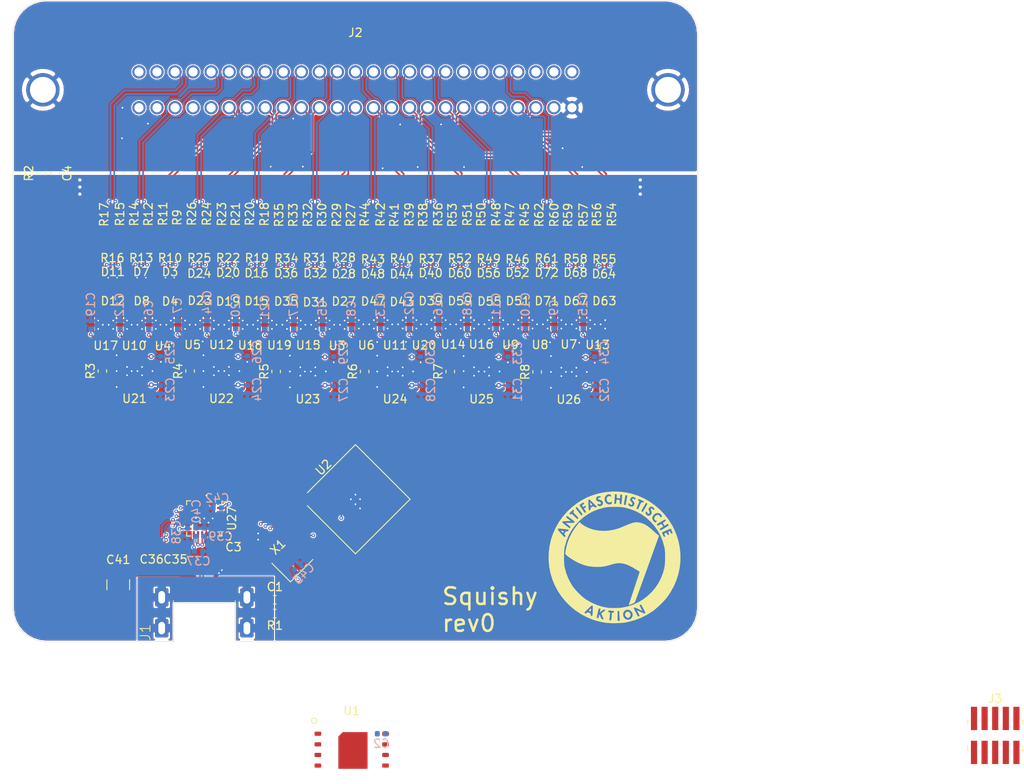
<source format=kicad_pcb>
(kicad_pcb (version 20171130) (host pcbnew 5.1.6)
  (layers (0 F.Cu mixed) (1 In1.Cu signal) (2 In2.Cu signal) (31 B.Cu mixed) (34 B.Paste user) (35 F.Paste user) (36 B.SilkS user) (37 F.SilkS user) (38 B.Mask user hide) (39 F.Mask user hide) (44 Edge.Cuts user))
  (net 0 "")
  (net 1 GND)
  (net 2 +5V)
  (net 3 "Net-(U2-PadB10)")
  (net 4 "Net-(U2-PadL9)")
  (net 5 "Net-(U2-PadH9)")
  (net 6 "Net-(U2-PadL8)")
  (net 7 "Net-(U2-PadK8)")
  (net 8 "Net-(U2-PadJ8)")
  (net 9 "Net-(U2-PadA8)")
  (net 10 "Net-(U2-PadL7)")
  (net 11 "Net-(U2-PadK7)")
  (net 12 "Net-(U2-PadJ7)")
  (net 13 "Net-(U2-PadH7)")
  (net 14 "Net-(U2-PadD7)")
  (net 15 "Net-(U2-PadL6)")
  (net 16 "Net-(U2-PadK6)")
  (net 17 "Net-(U2-PadJ6)")
  (net 18 "Net-(U2-PadC6)")
  (net 19 "Net-(U2-PadL5)")
  (net 20 "Net-(U2-PadK5)")
  (net 21 "Net-(U2-PadJ5)")
  (net 22 "Net-(U2-PadC5)")
  (net 23 "Net-(U2-PadL4)")
  (net 24 "Net-(U2-PadK4)")
  (net 25 "Net-(U2-PadJ4)")
  (net 26 "Net-(U2-PadF4)")
  (net 27 "Net-(U2-PadC4)")
  (net 28 "Net-(U2-PadL3)")
  (net 29 "Net-(U2-PadK3)")
  (net 30 "Net-(U2-PadJ3)")
  (net 31 "Net-(U2-PadH3)")
  (net 32 "Net-(U2-PadG3)")
  (net 33 "Net-(U2-PadE3)")
  (net 34 "Net-(U2-PadC3)")
  (net 35 "Net-(U2-PadL2)")
  (net 36 "Net-(U2-PadK2)")
  (net 37 "Net-(U2-PadK1)")
  (net 38 "Net-(U2-PadJ1)")
  (net 39 "Net-(U2-PadH1)")
  (net 40 /SHIELD)
  (net 41 /IO-)
  (net 42 /IO+)
  (net 43 /REQ-)
  (net 44 /REQ+)
  (net 45 /CD-)
  (net 46 /CD+)
  (net 47 /SEL-)
  (net 48 /SEL+)
  (net 49 /MSG-)
  (net 50 /MSG+)
  (net 51 /RST-)
  (net 52 /RST+)
  (net 53 /ACK-)
  (net 54 /ACK+)
  (net 55 /BSY-)
  (net 56 /BSY+)
  (net 57 /ATN-)
  (net 58 /ATN+)
  (net 59 /TERMPWR)
  (net 60 /DIFF_SENSE)
  (net 61 /DBP-)
  (net 62 /DBP+)
  (net 63 /DB7-)
  (net 64 /DB7+)
  (net 65 /DB6-)
  (net 66 /DB6+)
  (net 67 /DB5-)
  (net 68 /DB5+)
  (net 69 /DB4-)
  (net 70 /DB4+)
  (net 71 /DB3-)
  (net 72 /DB3+)
  (net 73 /DB2-)
  (net 74 /DB2+)
  (net 75 /DB1-)
  (net 76 /DB1+)
  (net 77 /DB0-)
  (net 78 /DB0+)
  (net 79 +3V3)
  (net 80 "Net-(D3-Pad2)")
  (net 81 "Net-(D4-Pad2)")
  (net 82 "Net-(D7-Pad2)")
  (net 83 "Net-(D8-Pad2)")
  (net 84 "Net-(D11-Pad2)")
  (net 85 "Net-(D12-Pad2)")
  (net 86 "Net-(D15-Pad2)")
  (net 87 "Net-(D16-Pad2)")
  (net 88 "Net-(D19-Pad2)")
  (net 89 "Net-(D20-Pad2)")
  (net 90 "Net-(D23-Pad2)")
  (net 91 "Net-(D24-Pad2)")
  (net 92 "Net-(D27-Pad2)")
  (net 93 "Net-(D28-Pad2)")
  (net 94 "Net-(D31-Pad2)")
  (net 95 "Net-(D32-Pad2)")
  (net 96 "Net-(D35-Pad2)")
  (net 97 "Net-(D36-Pad2)")
  (net 98 "Net-(D39-Pad2)")
  (net 99 "Net-(D40-Pad2)")
  (net 100 "Net-(D43-Pad2)")
  (net 101 "Net-(D44-Pad2)")
  (net 102 "Net-(D47-Pad2)")
  (net 103 "Net-(D48-Pad2)")
  (net 104 "Net-(D51-Pad2)")
  (net 105 "Net-(D52-Pad2)")
  (net 106 "Net-(D55-Pad2)")
  (net 107 "Net-(D56-Pad2)")
  (net 108 "Net-(D59-Pad2)")
  (net 109 "Net-(D60-Pad2)")
  (net 110 "Net-(D63-Pad2)")
  (net 111 "Net-(D64-Pad2)")
  (net 112 "Net-(D67-Pad2)")
  (net 113 "Net-(D68-Pad2)")
  (net 114 "Net-(D71-Pad2)")
  (net 115 "Net-(D72-Pad2)")
  (net 116 "Net-(U23-Pad14)")
  (net 117 "Net-(U23-Pad16)")
  (net 118 "Net-(U21-Pad14)")
  (net 119 "Net-(U21-Pad16)")
  (net 120 "Net-(U22-Pad10)")
  (net 121 "Net-(U22-Pad11)")
  (net 122 "Net-(U24-Pad10)")
  (net 123 "Net-(U24-Pad11)")
  (net 124 "Net-(U26-Pad12)")
  (net 125 "Net-(U26-Pad13)")
  (net 126 "Net-(U26-Pad10)")
  (net 127 "Net-(U26-Pad11)")
  (net 128 "Net-(U25-Pad14)")
  (net 129 "Net-(U25-Pad16)")
  (net 130 "Net-(U10-Pad3)")
  (net 131 "Net-(U10-Pad2)")
  (net 132 "Net-(U11-Pad3)")
  (net 133 "Net-(U11-Pad2)")
  (net 134 "Net-(U12-Pad3)")
  (net 135 "Net-(U12-Pad2)")
  (net 136 "Net-(U13-Pad3)")
  (net 137 "Net-(U13-Pad2)")
  (net 138 "Net-(U14-Pad3)")
  (net 139 "Net-(U14-Pad2)")
  (net 140 "Net-(U15-Pad3)")
  (net 141 "Net-(U15-Pad2)")
  (net 142 "Net-(U16-Pad3)")
  (net 143 "Net-(U16-Pad2)")
  (net 144 "Net-(U17-Pad3)")
  (net 145 "Net-(U17-Pad2)")
  (net 146 "Net-(U18-Pad3)")
  (net 147 "Net-(U18-Pad2)")
  (net 148 "Net-(U19-Pad3)")
  (net 149 "Net-(U19-Pad2)")
  (net 150 "Net-(U20-Pad3)")
  (net 151 "Net-(U20-Pad2)")
  (net 152 "Net-(C1-Pad2)")
  (net 153 /D+)
  (net 154 /D-)
  (net 155 /BNK0_OE)
  (net 156 /BNK1_OE)
  (net 157 /BNK2_OE)
  (net 158 /BNK3_OE)
  (net 159 /BNK4_OE)
  (net 160 /BNK5_OE)
  (net 161 "Net-(U1-Pad7)")
  (net 162 "Net-(U1-Pad5)")
  (net 163 "Net-(U1-Pad6)")
  (net 164 "Net-(U1-Pad3)")
  (net 165 "Net-(U1-Pad2)")
  (net 166 "Net-(U1-Pad1)")
  (net 167 /DB4_RX)
  (net 168 /DB4_TX)
  (net 169 /DB3_RX)
  (net 170 /DB7_RX)
  (net 171 /DB6_TX)
  (net 172 /DB5_TX)
  (net 173 /DB5_RX)
  (net 174 /MSG_RX)
  (net 175 /RST_RX)
  (net 176 /RST_TX)
  (net 177 /CD_TX)
  (net 178 /DB6_RX)
  (net 179 /MSG_TX)
  (net 180 /BSY_RX)
  (net 181 /DB7_TX)
  (net 182 /CD_RX)
  (net 183 /SEL_RX)
  (net 184 /BSY_TX)
  (net 185 /DB2_RX)
  (net 186 /ACK_RX)
  (net 187 +1V2)
  (net 188 /DB3_TX)
  (net 189 /SEL_TX)
  (net 190 /ACK_TX)
  (net 191 /DB2_TX)
  (net 192 /REQ_TX)
  (net 193 /REQ_RX)
  (net 194 /DBP_RX)
  (net 195 /DBP_TX)
  (net 196 /DB0_RX)
  (net 197 /IO_TX)
  (net 198 /IO_RX)
  (net 199 /DB0_TX)
  (net 200 "Net-(U2-PadD3)")
  (net 201 /ATN_RX)
  (net 202 /DB1_RX)
  (net 203 "Net-(U2-PadJ2)")
  (net 204 /ATN_TX)
  (net 205 /DB1_TX)
  (net 206 "Net-(C37-Pad1)")
  (net 207 "Net-(J3-Pad1)")
  (net 208 "Net-(J3-Pad2)")
  (net 209 "Net-(J3-Pad3)")
  (net 210 "Net-(J3-Pad4)")
  (net 211 "Net-(J3-Pad5)")
  (net 212 "Net-(J3-Pad6)")
  (net 213 "Net-(J3-Pad7)")
  (net 214 "Net-(J3-Pad8)")
  (net 215 "Net-(J3-Pad9)")
  (net 216 "Net-(J3-Pad10)")
  (net 217 "Net-(U27-Pad20)")
  (net 218 "Net-(U27-Pad19)")
  (net 219 "Net-(U2-PadL1)")
  (net 220 /D2)
  (net 221 /D3)
  (net 222 /D4)
  (net 223 /D1)
  (net 224 /D6)
  (net 225 /D7)
  (net 226 /D5)
  (net 227 /D0)
  (net 228 /~TXF)
  (net 229 /~RD)
  (net 230 /~SI_WU)
  (net 231 /~RXF)
  (net 232 /~WR)
  (net 233 /GLOBAL_CLK)
  (module Oscillator:Oscillator_SMD_Abracon_ASE-4Pin_3.2x2.5mm (layer F.Cu) (at 142.45 110.7 45)
    (fp_text reference X1 (at 0 -2.45 45) (layer F.SilkS))
    (fp_text value ASEM-48MHz)
    (pad 4 smd rect (at -1.05 -0.825 45) (size 1.3 1.1) (layers F.Cu F.Paste F.Mask) (net 79 +3V3))
    (pad 3 smd rect (at 1.05 -0.825 45) (size 1.3 1.1) (layers F.Cu F.Paste F.Mask) (net 233 /GLOBAL_CLK))
    (pad 2 smd rect (at 1.05 0.825 45) (size 1.3 1.1) (layers F.Cu F.Paste F.Mask) (net 1 GND))
    (pad 1 smd rect (at -1.05 0.825 45) (size 1.3 1.1) (layers F.Cu F.Paste F.Mask) (net 79 +3V3))
  )
  (module Capacitor_SMD:C_0402_1005Metric (layer B.Cu) (at 143 111.35 45)
    (fp_text reference C43 (at 0 1.17 45) (layer B.SilkS) (effects (justify mirror)))
    (fp_text value 0.01uF)
    (pad 2 smd roundrect (at 0.485 0 45) (size 0.59 0.64) (layers B.Cu B.Paste B.Mask) (net 1 GND))
    (pad 1 smd roundrect (at -0.485 0 45) (size 0.59 0.64) (layers B.Cu B.Paste B.Mask) (net 79 +3V3))
  )
  (module Package_BGA:BGA-121_9.0x9.0mm_Layout11x11_P0.8mm_Ball0.4mm_Pad0.35mm_NSMD (layer F.Cu) (at 150 103.25 45)
    (fp_text reference U2 (at 0 -5.4 45) (layer F.SilkS))
    (fp_text value ICE40HX8K-BG121)
    (pad L11 smd circle (at 4 4 45) (size 0.35 0.35) (layers F.Cu F.Paste F.Mask) (net 79 +3V3))
    (pad K11 smd circle (at 4 3.2 45) (size 0.35 0.35) (layers F.Cu F.Paste F.Mask) (net 167 /DB4_RX))
    (pad J11 smd circle (at 4 2.4 45) (size 0.35 0.35) (layers F.Cu F.Paste F.Mask) (net 168 /DB4_TX))
    (pad H11 smd circle (at 4 1.6 45) (size 0.35 0.35) (layers F.Cu F.Paste F.Mask) (net 169 /DB3_RX))
    (pad G11 smd circle (at 4 0.8 45) (size 0.35 0.35) (layers F.Cu F.Paste F.Mask) (net 170 /DB7_RX))
    (pad F11 smd circle (at 4 0 45) (size 0.35 0.35) (layers F.Cu F.Paste F.Mask) (net 171 /DB6_TX))
    (pad E11 smd circle (at 4 -0.8 45) (size 0.35 0.35) (layers F.Cu F.Paste F.Mask) (net 172 /DB5_TX))
    (pad D11 smd circle (at 4 -1.6 45) (size 0.35 0.35) (layers F.Cu F.Paste F.Mask) (net 173 /DB5_RX))
    (pad C11 smd circle (at 4 -2.4 45) (size 0.35 0.35) (layers F.Cu F.Paste F.Mask) (net 174 /MSG_RX))
    (pad B11 smd circle (at 4 -3.2 45) (size 0.35 0.35) (layers F.Cu F.Paste F.Mask) (net 158 /BNK3_OE))
    (pad A11 smd circle (at 4 -4 45) (size 0.35 0.35) (layers F.Cu F.Paste F.Mask) (net 156 /BNK1_OE))
    (pad L10 smd circle (at 3.2 4 45) (size 0.35 0.35) (layers F.Cu F.Paste F.Mask) (net 163 "Net-(U1-Pad6)"))
    (pad K10 smd circle (at 3.2 3.2 45) (size 0.35 0.35) (layers F.Cu F.Paste F.Mask) (net 166 "Net-(U1-Pad1)"))
    (pad J10 smd circle (at 3.2 2.4 45) (size 0.35 0.35) (layers F.Cu F.Paste F.Mask) (net 175 /RST_RX))
    (pad H10 smd circle (at 3.2 1.6 45) (size 0.35 0.35) (layers F.Cu F.Paste F.Mask) (net 176 /RST_TX))
    (pad G10 smd circle (at 3.2 0.8 45) (size 0.35 0.35) (layers F.Cu F.Paste F.Mask) (net 157 /BNK2_OE))
    (pad F10 smd circle (at 3.2 0 45) (size 0.35 0.35) (layers F.Cu F.Paste F.Mask) (net 177 /CD_TX))
    (pad E10 smd circle (at 3.2 -0.8 45) (size 0.35 0.35) (layers F.Cu F.Paste F.Mask) (net 178 /DB6_RX))
    (pad D10 smd circle (at 3.2 -1.6 45) (size 0.35 0.35) (layers F.Cu F.Paste F.Mask) (net 179 /MSG_TX))
    (pad C10 smd circle (at 3.2 -2.4 45) (size 0.35 0.35) (layers F.Cu F.Paste F.Mask) (net 79 +3V3))
    (pad B10 smd circle (at 3.2 -3.2 45) (size 0.35 0.35) (layers F.Cu F.Paste F.Mask) (net 3 "Net-(U2-PadB10)"))
    (pad A10 smd circle (at 3.2 -4 45) (size 0.35 0.35) (layers F.Cu F.Paste F.Mask) (net 180 /BSY_RX))
    (pad L9 smd circle (at 2.4 4 45) (size 0.35 0.35) (layers F.Cu F.Paste F.Mask) (net 4 "Net-(U2-PadL9)"))
    (pad K9 smd circle (at 2.4 3.2 45) (size 0.35 0.35) (layers F.Cu F.Paste F.Mask) (net 162 "Net-(U1-Pad5)"))
    (pad J9 smd circle (at 2.4 2.4 45) (size 0.35 0.35) (layers F.Cu F.Paste F.Mask) (net 165 "Net-(U1-Pad2)"))
    (pad H9 smd circle (at 2.4 1.6 45) (size 0.35 0.35) (layers F.Cu F.Paste F.Mask) (net 5 "Net-(U2-PadH9)"))
    (pad G9 smd circle (at 2.4 0.8 45) (size 0.35 0.35) (layers F.Cu F.Paste F.Mask) (net 181 /DB7_TX))
    (pad F9 smd circle (at 2.4 0 45) (size 0.35 0.35) (layers F.Cu F.Paste F.Mask) (net 182 /CD_RX))
    (pad E9 smd circle (at 2.4 -0.8 45) (size 0.35 0.35) (layers F.Cu F.Paste F.Mask) (net 159 /BNK4_OE))
    (pad D9 smd circle (at 2.4 -1.6 45) (size 0.35 0.35) (layers F.Cu F.Paste F.Mask) (net 183 /SEL_RX))
    (pad C9 smd circle (at 2.4 -2.4 45) (size 0.35 0.35) (layers F.Cu F.Paste F.Mask) (net 184 /BSY_TX))
    (pad B9 smd circle (at 2.4 -3.2 45) (size 0.35 0.35) (layers F.Cu F.Paste F.Mask) (net 185 /DB2_RX))
    (pad A9 smd circle (at 2.4 -4 45) (size 0.35 0.35) (layers F.Cu F.Paste F.Mask) (net 186 /ACK_RX))
    (pad L8 smd circle (at 1.6 4 45) (size 0.35 0.35) (layers F.Cu F.Paste F.Mask) (net 6 "Net-(U2-PadL8)"))
    (pad K8 smd circle (at 1.6 3.2 45) (size 0.35 0.35) (layers F.Cu F.Paste F.Mask) (net 7 "Net-(U2-PadK8)"))
    (pad J8 smd circle (at 1.6 2.4 45) (size 0.35 0.35) (layers F.Cu F.Paste F.Mask) (net 8 "Net-(U2-PadJ8)"))
    (pad H8 smd circle (at 1.6 1.6 45) (size 0.35 0.35) (layers F.Cu F.Paste F.Mask) (net 187 +1V2))
    (pad G8 smd circle (at 1.6 0.8 45) (size 0.35 0.35) (layers F.Cu F.Paste F.Mask) (net 188 /DB3_TX))
    (pad F8 smd circle (at 1.6 0 45) (size 0.35 0.35) (layers F.Cu F.Paste F.Mask) (net 79 +3V3))
    (pad E8 smd circle (at 1.6 -0.8 45) (size 0.35 0.35) (layers F.Cu F.Paste F.Mask) (net 189 /SEL_TX))
    (pad D8 smd circle (at 1.6 -1.6 45) (size 0.35 0.35) (layers F.Cu F.Paste F.Mask) (net 187 +1V2))
    (pad C8 smd circle (at 1.6 -2.4 45) (size 0.35 0.35) (layers F.Cu F.Paste F.Mask) (net 190 /ACK_TX))
    (pad B8 smd circle (at 1.6 -3.2 45) (size 0.35 0.35) (layers F.Cu F.Paste F.Mask) (net 191 /DB2_TX))
    (pad A8 smd circle (at 1.6 -4 45) (size 0.35 0.35) (layers F.Cu F.Paste F.Mask) (net 9 "Net-(U2-PadA8)"))
    (pad L7 smd circle (at 0.8 4 45) (size 0.35 0.35) (layers F.Cu F.Paste F.Mask) (net 10 "Net-(U2-PadL7)"))
    (pad K7 smd circle (at 0.8 3.2 45) (size 0.35 0.35) (layers F.Cu F.Paste F.Mask) (net 11 "Net-(U2-PadK7)"))
    (pad J7 smd circle (at 0.8 2.4 45) (size 0.35 0.35) (layers F.Cu F.Paste F.Mask) (net 12 "Net-(U2-PadJ7)"))
    (pad H7 smd circle (at 0.8 1.6 45) (size 0.35 0.35) (layers F.Cu F.Paste F.Mask) (net 13 "Net-(U2-PadH7)"))
    (pad G7 smd circle (at 0.8 0.8 45) (size 0.35 0.35) (layers F.Cu F.Paste F.Mask) (net 1 GND))
    (pad F7 smd circle (at 0.8 0 45) (size 0.35 0.35) (layers F.Cu F.Paste F.Mask) (net 1 GND))
    (pad E7 smd circle (at 0.8 -0.8 45) (size 0.35 0.35) (layers F.Cu F.Paste F.Mask) (net 1 GND))
    (pad D7 smd circle (at 0.8 -1.6 45) (size 0.35 0.35) (layers F.Cu F.Paste F.Mask) (net 14 "Net-(U2-PadD7)"))
    (pad C7 smd circle (at 0.8 -2.4 45) (size 0.35 0.35) (layers F.Cu F.Paste F.Mask) (net 160 /BNK5_OE))
    (pad B7 smd circle (at 0.8 -3.2 45) (size 0.35 0.35) (layers F.Cu F.Paste F.Mask) (net 192 /REQ_TX))
    (pad A7 smd circle (at 0.8 -4 45) (size 0.35 0.35) (layers F.Cu F.Paste F.Mask) (net 193 /REQ_RX))
    (pad L6 smd circle (at 0 4 45) (size 0.35 0.35) (layers F.Cu F.Paste F.Mask) (net 15 "Net-(U2-PadL6)"))
    (pad K6 smd circle (at 0 3.2 45) (size 0.35 0.35) (layers F.Cu F.Paste F.Mask) (net 16 "Net-(U2-PadK6)"))
    (pad J6 smd circle (at 0 2.4 45) (size 0.35 0.35) (layers F.Cu F.Paste F.Mask) (net 17 "Net-(U2-PadJ6)"))
    (pad H6 smd circle (at 0 1.6 45) (size 0.35 0.35) (layers F.Cu F.Paste F.Mask) (net 79 +3V3))
    (pad G6 smd circle (at 0 0.8 45) (size 0.35 0.35) (layers F.Cu F.Paste F.Mask) (net 1 GND))
    (pad F6 smd circle (at 0 0 45) (size 0.35 0.35) (layers F.Cu F.Paste F.Mask) (net 1 GND))
    (pad E6 smd circle (at 0 -0.8 45) (size 0.35 0.35) (layers F.Cu F.Paste F.Mask) (net 1 GND))
    (pad D6 smd circle (at 0 -1.6 45) (size 0.35 0.35) (layers F.Cu F.Paste F.Mask) (net 79 +3V3))
    (pad C6 smd circle (at 0 -2.4 45) (size 0.35 0.35) (layers F.Cu F.Paste F.Mask) (net 18 "Net-(U2-PadC6)"))
    (pad B6 smd circle (at 0 -3.2 45) (size 0.35 0.35) (layers F.Cu F.Paste F.Mask) (net 194 /DBP_RX))
    (pad A6 smd circle (at 0 -4 45) (size 0.35 0.35) (layers F.Cu F.Paste F.Mask) (net 195 /DBP_TX))
    (pad L5 smd circle (at -0.8 4 45) (size 0.35 0.35) (layers F.Cu F.Paste F.Mask) (net 19 "Net-(U2-PadL5)"))
    (pad K5 smd circle (at -0.8 3.2 45) (size 0.35 0.35) (layers F.Cu F.Paste F.Mask) (net 20 "Net-(U2-PadK5)"))
    (pad J5 smd circle (at -0.8 2.4 45) (size 0.35 0.35) (layers F.Cu F.Paste F.Mask) (net 21 "Net-(U2-PadJ5)"))
    (pad H5 smd circle (at -0.8 1.6 45) (size 0.35 0.35) (layers F.Cu F.Paste F.Mask) (net 1 GND))
    (pad G5 smd circle (at -0.8 0.8 45) (size 0.35 0.35) (layers F.Cu F.Paste F.Mask) (net 1 GND))
    (pad F5 smd circle (at -0.8 0 45) (size 0.35 0.35) (layers F.Cu F.Paste F.Mask) (net 1 GND))
    (pad E5 smd circle (at -0.8 -0.8 45) (size 0.35 0.35) (layers F.Cu F.Paste F.Mask) (net 1 GND))
    (pad D5 smd circle (at -0.8 -1.6 45) (size 0.35 0.35) (layers F.Cu F.Paste F.Mask) (net 196 /DB0_RX))
    (pad C5 smd circle (at -0.8 -2.4 45) (size 0.35 0.35) (layers F.Cu F.Paste F.Mask) (net 22 "Net-(U2-PadC5)"))
    (pad B5 smd circle (at -0.8 -3.2 45) (size 0.35 0.35) (layers F.Cu F.Paste F.Mask) (net 197 /IO_TX))
    (pad A5 smd circle (at -0.8 -4 45) (size 0.35 0.35) (layers F.Cu F.Paste F.Mask) (net 198 /IO_RX))
    (pad L4 smd circle (at -1.6 4 45) (size 0.35 0.35) (layers F.Cu F.Paste F.Mask) (net 23 "Net-(U2-PadL4)"))
    (pad K4 smd circle (at -1.6 3.2 45) (size 0.35 0.35) (layers F.Cu F.Paste F.Mask) (net 24 "Net-(U2-PadK4)"))
    (pad J4 smd circle (at -1.6 2.4 45) (size 0.35 0.35) (layers F.Cu F.Paste F.Mask) (net 25 "Net-(U2-PadJ4)"))
    (pad H4 smd circle (at -1.6 1.6 45) (size 0.35 0.35) (layers F.Cu F.Paste F.Mask) (net 187 +1V2))
    (pad G4 smd circle (at -1.6 0.8 45) (size 0.35 0.35) (layers F.Cu F.Paste F.Mask) (net 79 +3V3))
    (pad F4 smd circle (at -1.6 0 45) (size 0.35 0.35) (layers F.Cu F.Paste F.Mask) (net 26 "Net-(U2-PadF4)"))
    (pad E4 smd circle (at -1.6 -0.8 45) (size 0.35 0.35) (layers F.Cu F.Paste F.Mask) (net 79 +3V3))
    (pad D4 smd circle (at -1.6 -1.6 45) (size 0.35 0.35) (layers F.Cu F.Paste F.Mask) (net 187 +1V2))
    (pad C4 smd circle (at -1.6 -2.4 45) (size 0.35 0.35) (layers F.Cu F.Paste F.Mask) (net 27 "Net-(U2-PadC4)"))
    (pad B4 smd circle (at -1.6 -3.2 45) (size 0.35 0.35) (layers F.Cu F.Paste F.Mask) (net 199 /DB0_TX))
    (pad A4 smd circle (at -1.6 -4 45) (size 0.35 0.35) (layers F.Cu F.Paste F.Mask) (net 155 /BNK0_OE))
    (pad L3 smd circle (at -2.4 4 45) (size 0.35 0.35) (layers F.Cu F.Paste F.Mask) (net 28 "Net-(U2-PadL3)"))
    (pad K3 smd circle (at -2.4 3.2 45) (size 0.35 0.35) (layers F.Cu F.Paste F.Mask) (net 29 "Net-(U2-PadK3)"))
    (pad J3 smd circle (at -2.4 2.4 45) (size 0.35 0.35) (layers F.Cu F.Paste F.Mask) (net 30 "Net-(U2-PadJ3)"))
    (pad H3 smd circle (at -2.4 1.6 45) (size 0.35 0.35) (layers F.Cu F.Paste F.Mask) (net 31 "Net-(U2-PadH3)"))
    (pad G3 smd circle (at -2.4 0.8 45) (size 0.35 0.35) (layers F.Cu F.Paste F.Mask) (net 32 "Net-(U2-PadG3)"))
    (pad F3 smd circle (at -2.4 0 45) (size 0.35 0.35) (layers F.Cu F.Paste F.Mask) (net 233 /GLOBAL_CLK))
    (pad E3 smd circle (at -2.4 -0.8 45) (size 0.35 0.35) (layers F.Cu F.Paste F.Mask) (net 33 "Net-(U2-PadE3)"))
    (pad D3 smd circle (at -2.4 -1.6 45) (size 0.35 0.35) (layers F.Cu F.Paste F.Mask) (net 200 "Net-(U2-PadD3)"))
    (pad C3 smd circle (at -2.4 -2.4 45) (size 0.35 0.35) (layers F.Cu F.Paste F.Mask) (net 34 "Net-(U2-PadC3)"))
    (pad B3 smd circle (at -2.4 -3.2 45) (size 0.35 0.35) (layers F.Cu F.Paste F.Mask) (net 201 /ATN_RX))
    (pad A3 smd circle (at -2.4 -4 45) (size 0.35 0.35) (layers F.Cu F.Paste F.Mask) (net 202 /DB1_RX))
    (pad L2 smd circle (at -3.2 4 45) (size 0.35 0.35) (layers F.Cu F.Paste F.Mask) (net 35 "Net-(U2-PadL2)"))
    (pad K2 smd circle (at -3.2 3.2 45) (size 0.35 0.35) (layers F.Cu F.Paste F.Mask) (net 36 "Net-(U2-PadK2)"))
    (pad J2 smd circle (at -3.2 2.4 45) (size 0.35 0.35) (layers F.Cu F.Paste F.Mask) (net 203 "Net-(U2-PadJ2)"))
    (pad H2 smd circle (at -3.2 1.6 45) (size 0.35 0.35) (layers F.Cu F.Paste F.Mask) (net 228 /~TXF))
    (pad G2 smd circle (at -3.2 0.8 45) (size 0.35 0.35) (layers F.Cu F.Paste F.Mask) (net 232 /~WR))
    (pad F2 smd circle (at -3.2 0 45) (size 0.35 0.35) (layers F.Cu F.Paste F.Mask) (net 230 /~SI_WU))
    (pad E2 smd circle (at -3.2 -0.8 45) (size 0.35 0.35) (layers F.Cu F.Paste F.Mask) (net 222 /D4))
    (pad D2 smd circle (at -3.2 -1.6 45) (size 0.35 0.35) (layers F.Cu F.Paste F.Mask) (net 223 /D1))
    (pad C2 smd circle (at -3.2 -2.4 45) (size 0.35 0.35) (layers F.Cu F.Paste F.Mask) (net 226 /D5))
    (pad B2 smd circle (at -3.2 -3.2 45) (size 0.35 0.35) (layers F.Cu F.Paste F.Mask) (net 221 /D3))
    (pad A2 smd circle (at -3.2 -4 45) (size 0.35 0.35) (layers F.Cu F.Paste F.Mask) (net 204 /ATN_TX))
    (pad L1 smd circle (at -4 4 45) (size 0.35 0.35) (layers F.Cu F.Paste F.Mask) (net 219 "Net-(U2-PadL1)"))
    (pad K1 smd circle (at -4 3.2 45) (size 0.35 0.35) (layers F.Cu F.Paste F.Mask) (net 37 "Net-(U2-PadK1)"))
    (pad J1 smd circle (at -4 2.4 45) (size 0.35 0.35) (layers F.Cu F.Paste F.Mask) (net 38 "Net-(U2-PadJ1)"))
    (pad H1 smd circle (at -4 1.6 45) (size 0.35 0.35) (layers F.Cu F.Paste F.Mask) (net 39 "Net-(U2-PadH1)"))
    (pad G1 smd circle (at -4 0.8 45) (size 0.35 0.35) (layers F.Cu F.Paste F.Mask) (net 231 /~RXF))
    (pad F1 smd circle (at -4 0 45) (size 0.35 0.35) (layers F.Cu F.Paste F.Mask) (net 229 /~RD))
    (pad E1 smd circle (at -4 -0.8 45) (size 0.35 0.35) (layers F.Cu F.Paste F.Mask) (net 227 /D0))
    (pad D1 smd circle (at -4 -1.6 45) (size 0.35 0.35) (layers F.Cu F.Paste F.Mask) (net 220 /D2))
    (pad C1 smd circle (at -4 -2.4 45) (size 0.35 0.35) (layers F.Cu F.Paste F.Mask) (net 225 /D7))
    (pad B1 smd circle (at -4 -3.2 45) (size 0.35 0.35) (layers F.Cu F.Paste F.Mask) (net 224 /D6))
    (pad A1 smd circle (at -4 -4 45) (size 0.35 0.35) (layers F.Cu F.Paste F.Mask) (net 205 /DB1_TX))
  )
  (module Package_DFN_QFN:QFN-24-1EP_4x4mm_P0.5mm_EP2.6x2.6mm (layer F.Cu) (at 131.9 105.55 270)
    (fp_text reference U27 (at 0 -3.3 90) (layer F.SilkS))
    (fp_text value FT240XQ)
    (pad 25 smd rect (at 0 0 270) (size 2.6 2.6) (layers F.Cu F.Mask) (net 1 GND))
    (pad 24 smd roundrect (at -1.25 -1.9375 270) (size 0.25 0.825) (layers F.Cu F.Paste F.Mask) (net 79 +3V3))
    (pad 23 smd roundrect (at -0.75 -1.9375 270) (size 0.25 0.825) (layers F.Cu F.Paste F.Mask) (net 220 /D2))
    (pad 22 smd roundrect (at -0.25 -1.9375 270) (size 0.25 0.825) (layers F.Cu F.Paste F.Mask) (net 222 /D4))
    (pad 21 smd roundrect (at 0.25 -1.9375 270) (size 0.25 0.825) (layers F.Cu F.Paste F.Mask) (net 227 /D0))
    (pad 20 smd roundrect (at 0.75 -1.9375 270) (size 0.25 0.825) (layers F.Cu F.Paste F.Mask) (net 217 "Net-(U27-Pad20)"))
    (pad 19 smd roundrect (at 1.25 -1.9375 270) (size 0.25 0.825) (layers F.Cu F.Paste F.Mask) (net 218 "Net-(U27-Pad19)"))
    (pad 18 smd roundrect (at 1.9375 -1.25 270) (size 0.825 0.25) (layers F.Cu F.Paste F.Mask) (net 231 /~RXF))
    (pad 17 smd roundrect (at 1.9375 -0.75 270) (size 0.825 0.25) (layers F.Cu F.Paste F.Mask) (net 228 /~TXF))
    (pad 16 smd roundrect (at 1.9375 -0.25 270) (size 0.825 0.25) (layers F.Cu F.Paste F.Mask) (net 1 GND))
    (pad 15 smd roundrect (at 1.9375 0.25 270) (size 0.825 0.25) (layers F.Cu F.Paste F.Mask) (net 79 +3V3))
    (pad 14 smd roundrect (at 1.9375 0.75 270) (size 0.825 0.25) (layers F.Cu F.Paste F.Mask) (net 79 +3V3))
    (pad 13 smd roundrect (at 1.9375 1.25 270) (size 0.825 0.25) (layers F.Cu F.Paste F.Mask) (net 206 "Net-(C37-Pad1)"))
    (pad 12 smd roundrect (at 1.25 1.9375 270) (size 0.25 0.825) (layers F.Cu F.Paste F.Mask) (net 79 +3V3))
    (pad 11 smd roundrect (at 0.75 1.9375 270) (size 0.25 0.825) (layers F.Cu F.Paste F.Mask) (net 154 /D-))
    (pad 10 smd roundrect (at 0.25 1.9375 270) (size 0.25 0.825) (layers F.Cu F.Paste F.Mask) (net 153 /D+))
    (pad 9 smd roundrect (at -0.25 1.9375 270) (size 0.25 0.825) (layers F.Cu F.Paste F.Mask) (net 232 /~WR))
    (pad 8 smd roundrect (at -0.75 1.9375 270) (size 0.25 0.825) (layers F.Cu F.Paste F.Mask) (net 229 /~RD))
    (pad 7 smd roundrect (at -1.25 1.9375 270) (size 0.25 0.825) (layers F.Cu F.Paste F.Mask) (net 230 /~SI_WU))
    (pad 6 smd roundrect (at -1.9375 1.25 270) (size 0.825 0.25) (layers F.Cu F.Paste F.Mask) (net 221 /D3))
    (pad 5 smd roundrect (at -1.9375 0.75 270) (size 0.825 0.25) (layers F.Cu F.Paste F.Mask) (net 224 /D6))
    (pad 4 smd roundrect (at -1.9375 0.25 270) (size 0.825 0.25) (layers F.Cu F.Paste F.Mask) (net 226 /D5))
    (pad 3 smd roundrect (at -1.9375 -0.25 270) (size 0.825 0.25) (layers F.Cu F.Paste F.Mask) (net 1 GND))
    (pad 2 smd roundrect (at -1.9375 -0.75 270) (size 0.825 0.25) (layers F.Cu F.Paste F.Mask) (net 225 /D7))
    (pad 1 smd roundrect (at -1.9375 -1.25 270) (size 0.825 0.25) (layers F.Cu F.Paste F.Mask) (net 223 /D1))
  )
  (module lethalbit-connectors:FTSH-105-01-L-DV-K-TR (layer F.Cu) (at 226.6 131.55)
    (fp_text reference J3 (at 0 -4.39) (layer F.SilkS))
    (fp_text value Conn_02x05_Odd_Even)
    (pad 1 smd rect (at -2.54 2.035) (size 0.74 2.79) (layers F.Cu F.Paste F.Mask) (net 207 "Net-(J3-Pad1)"))
    (pad 2 smd rect (at -2.54 -2.035) (size 0.74 2.79) (layers F.Cu F.Paste F.Mask) (net 208 "Net-(J3-Pad2)"))
    (pad 3 smd rect (at -1.27 2.035) (size 0.74 2.79) (layers F.Cu F.Paste F.Mask) (net 209 "Net-(J3-Pad3)"))
    (pad 4 smd rect (at -1.27 -2.035) (size 0.74 2.79) (layers F.Cu F.Paste F.Mask) (net 210 "Net-(J3-Pad4)"))
    (pad 5 smd rect (at 0 2.035) (size 0.74 2.79) (layers F.Cu F.Paste F.Mask) (net 211 "Net-(J3-Pad5)"))
    (pad 6 smd rect (at 0 -2.035) (size 0.74 2.79) (layers F.Cu F.Paste F.Mask) (net 212 "Net-(J3-Pad6)"))
    (pad 7 smd rect (at 1.27 2.035) (size 0.74 2.79) (layers F.Cu F.Paste F.Mask) (net 213 "Net-(J3-Pad7)"))
    (pad 8 smd rect (at 1.27 -2.035) (size 0.74 2.79) (layers F.Cu F.Paste F.Mask) (net 214 "Net-(J3-Pad8)"))
    (pad 9 smd rect (at 2.54 2.035) (size 0.74 2.79) (layers F.Cu F.Paste F.Mask) (net 215 "Net-(J3-Pad9)"))
    (pad 10 smd rect (at 2.54 -2.035) (size 0.74 2.79) (layers F.Cu F.Paste F.Mask) (net 216 "Net-(J3-Pad10)"))
  )
  (module Capacitor_SMD:C_0402_1005Metric (layer B.Cu) (at 133.45 104.3 180)
    (fp_text reference C42 (at 0 1.17) (layer B.SilkS) (effects (justify mirror)))
    (fp_text value 0.1uF)
    (pad 2 smd roundrect (at 0.485 0 180) (size 0.59 0.64) (layers B.Cu B.Paste B.Mask) (net 1 GND))
    (pad 1 smd roundrect (at -0.485 0 180) (size 0.59 0.64) (layers B.Cu B.Paste B.Mask) (net 79 +3V3))
  )
  (module Capacitor_SMD:C_1210_3225Metric (layer F.Cu) (at 121.6 113.499999 270)
    (fp_text reference C41 (at -2.999999 0 180) (layer F.SilkS))
    (fp_text value 100uF)
    (pad 2 smd roundrect (at 1.4 0 270) (size 1.25 2.65) (layers F.Cu F.Paste F.Mask) (roundrect_rratio 0.2) (net 1 GND))
    (pad 1 smd roundrect (at -1.4 0 270) (size 1.25 2.65) (layers F.Cu F.Paste F.Mask) (roundrect_rratio 0.2) (net 2 +5V))
  )
  (module Capacitor_SMD:C_0402_1005Metric (layer B.Cu) (at 130.9 107.2 90)
    (fp_text reference C40 (at 2.5 0.05 90) (layer B.SilkS) (effects (justify mirror)))
    (fp_text value 0.1uF)
    (pad 2 smd roundrect (at 0.485 0 90) (size 0.59 0.64) (layers B.Cu B.Paste B.Mask) (net 1 GND))
    (pad 1 smd roundrect (at -0.485 0 90) (size 0.59 0.64) (layers B.Cu B.Paste B.Mask) (net 79 +3V3))
  )
  (module Capacitor_SMD:C_0402_1005Metric (layer B.Cu) (at 131.9 107.2 90)
    (fp_text reference C39 (at -0.5 1.95) (layer B.SilkS) (effects (justify mirror)))
    (fp_text value 0.1uF)
    (pad 2 smd roundrect (at 0.485 0 90) (size 0.59 0.64) (layers B.Cu B.Paste B.Mask) (net 1 GND))
    (pad 1 smd roundrect (at -0.485 0 90) (size 0.59 0.64) (layers B.Cu B.Paste B.Mask) (net 79 +3V3))
  )
  (module Capacitor_SMD:C_0402_1005Metric (layer B.Cu) (at 129.9 107.2 270)
    (fp_text reference C38 (at 0 1.35 90) (layer B.SilkS) (effects (justify mirror)))
    (fp_text value 0.1uF)
    (pad 2 smd roundrect (at 0.485 0 270) (size 0.59 0.64) (layers B.Cu B.Paste B.Mask) (net 1 GND))
    (pad 1 smd roundrect (at -0.485 0 270) (size 0.59 0.64) (layers B.Cu B.Paste B.Mask) (net 79 +3V3))
  )
  (module Capacitor_SMD:C_0402_1005Metric (layer B.Cu) (at 131.2 109.5)
    (fp_text reference C37 (at 0 1.17) (layer B.SilkS) (effects (justify mirror)))
    (fp_text value 0.1uF)
    (pad 2 smd roundrect (at 0.485 0) (size 0.59 0.64) (layers B.Cu B.Paste B.Mask) (net 1 GND))
    (pad 1 smd roundrect (at -0.485 0) (size 0.59 0.64) (layers B.Cu B.Paste B.Mask) (net 206 "Net-(C37-Pad1)"))
  )
  (module Capacitor_SMD:C_0402_1005Metric (layer F.Cu) (at 126.05 109.05 180)
    (fp_text reference C36 (at 0.45 -1.4) (layer F.SilkS))
    (fp_text value 47pf)
    (pad 2 smd roundrect (at 0.485 0 180) (size 0.59 0.64) (layers F.Cu F.Paste F.Mask) (net 1 GND))
    (pad 1 smd roundrect (at -0.485 0 180) (size 0.59 0.64) (layers F.Cu F.Paste F.Mask) (net 154 /D-))
  )
  (module Capacitor_SMD:C_0402_1005Metric (layer F.Cu) (at 127.95 109.05)
    (fp_text reference C35 (at 0.5 1.4) (layer F.SilkS))
    (fp_text value 47pf)
    (pad 2 smd roundrect (at 0.485 0) (size 0.59 0.64) (layers F.Cu F.Paste F.Mask) (net 1 GND))
    (pad 1 smd roundrect (at -0.485 0) (size 0.59 0.64) (layers F.Cu F.Paste F.Mask) (net 153 /D+))
  )
  (module Capacitor_SMD:C_0402_1005Metric (layer F.Cu) (at 135.4 110.15)
    (fp_text reference C3 (at 0 -1.17) (layer F.SilkS))
    (fp_text value 0.01uF)
    (pad 2 smd roundrect (at 0.485 0) (size 0.59 0.64) (layers F.Cu F.Paste F.Mask) (net 1 GND))
    (pad 1 smd roundrect (at -0.485 0) (size 0.59 0.64) (layers F.Cu F.Paste F.Mask) (net 2 +5V))
  )
  (module lethalbit:SCSI-50-PIN (layer F.Cu) (at 150 54.2 180)
    (fp_text reference J2 (at 0 6.85 180) (layer F.SilkS))
    (fp_text value Conn_02x26_Top_Bottom)
    (pad 52 thru_hole circle (at -37.425 0 180) (size 4 4) (drill 3.1) (layers *.Cu *.Mask) (net 40 /SHIELD))
    (pad 51 thru_hole circle (at 37.425 0 180) (size 4 4) (drill 3.1) (layers *.Cu *.Mask) (net 40 /SHIELD))
    (pad 50 thru_hole circle (at 25.92 2.145 180) (size 1.6 1.6) (drill 1.1) (layers *.Cu *.Mask) (net 1 GND))
    (pad 49 thru_hole circle (at 23.76 2.145 180) (size 1.6 1.6) (drill 1.1) (layers *.Cu *.Mask) (net 1 GND))
    (pad 48 thru_hole circle (at 21.6 2.145 180) (size 1.6 1.6) (drill 1.1) (layers *.Cu *.Mask) (net 41 /IO-))
    (pad 47 thru_hole circle (at 19.44 2.145 180) (size 1.6 1.6) (drill 1.1) (layers *.Cu *.Mask) (net 42 /IO+))
    (pad 46 thru_hole circle (at 17.28 2.145 180) (size 1.6 1.6) (drill 1.1) (layers *.Cu *.Mask) (net 43 /REQ-))
    (pad 45 thru_hole circle (at 15.12 2.145 180) (size 1.6 1.6) (drill 1.1) (layers *.Cu *.Mask) (net 44 /REQ+))
    (pad 44 thru_hole circle (at 12.96 2.145 180) (size 1.6 1.6) (drill 1.1) (layers *.Cu *.Mask) (net 45 /CD-))
    (pad 43 thru_hole circle (at 10.8 2.145 180) (size 1.6 1.6) (drill 1.1) (layers *.Cu *.Mask) (net 46 /CD+))
    (pad 42 thru_hole circle (at 8.64 2.145 180) (size 1.6 1.6) (drill 1.1) (layers *.Cu *.Mask) (net 47 /SEL-))
    (pad 41 thru_hole circle (at 6.48 2.145 180) (size 1.6 1.6) (drill 1.1) (layers *.Cu *.Mask) (net 48 /SEL+))
    (pad 40 thru_hole circle (at 4.32 2.145 180) (size 1.6 1.6) (drill 1.1) (layers *.Cu *.Mask) (net 49 /MSG-))
    (pad 39 thru_hole circle (at 2.16 2.145 180) (size 1.6 1.6) (drill 1.1) (layers *.Cu *.Mask) (net 50 /MSG+))
    (pad 38 thru_hole circle (at 0 2.145 180) (size 1.6 1.6) (drill 1.1) (layers *.Cu *.Mask) (net 51 /RST-))
    (pad 37 thru_hole circle (at -2.16 2.145 180) (size 1.6 1.6) (drill 1.1) (layers *.Cu *.Mask) (net 52 /RST+))
    (pad 36 thru_hole circle (at -4.32 2.145 180) (size 1.6 1.6) (drill 1.1) (layers *.Cu *.Mask) (net 53 /ACK-))
    (pad 35 thru_hole circle (at -6.48 2.145 180) (size 1.6 1.6) (drill 1.1) (layers *.Cu *.Mask) (net 54 /ACK+))
    (pad 34 thru_hole circle (at -8.64 2.145 180) (size 1.6 1.6) (drill 1.1) (layers *.Cu *.Mask) (net 55 /BSY-))
    (pad 33 thru_hole circle (at -10.8 2.145 180) (size 1.6 1.6) (drill 1.1) (layers *.Cu *.Mask) (net 56 /BSY+))
    (pad 32 thru_hole circle (at -12.96 2.145 180) (size 1.6 1.6) (drill 1.1) (layers *.Cu *.Mask) (net 1 GND))
    (pad 31 thru_hole circle (at -15.12 2.145 180) (size 1.6 1.6) (drill 1.1) (layers *.Cu *.Mask) (net 1 GND))
    (pad 30 thru_hole circle (at -17.28 2.145 180) (size 1.6 1.6) (drill 1.1) (layers *.Cu *.Mask) (net 57 /ATN-))
    (pad 29 thru_hole circle (at -19.44 2.145 180) (size 1.6 1.6) (drill 1.1) (layers *.Cu *.Mask) (net 58 /ATN+))
    (pad 28 thru_hole circle (at -21.6 2.145 180) (size 1.6 1.6) (drill 1.1) (layers *.Cu *.Mask) (net 1 GND))
    (pad 27 thru_hole circle (at -23.76 2.145 180) (size 1.6 1.6) (drill 1.1) (layers *.Cu *.Mask) (net 1 GND))
    (pad 26 thru_hole circle (at -25.92 2.145 180) (size 1.6 1.6) (drill 1.1) (layers *.Cu *.Mask) (net 59 /TERMPWR))
    (pad 25 thru_hole circle (at 25.92 -2.145 180) (size 1.6 1.6) (drill 1.1) (layers *.Cu *.Mask) (net 59 /TERMPWR))
    (pad 24 thru_hole circle (at 23.76 -2.145 180) (size 1.6 1.6) (drill 1.1) (layers *.Cu *.Mask) (net 1 GND))
    (pad 23 thru_hole circle (at 21.6 -2.145 180) (size 1.6 1.6) (drill 1.1) (layers *.Cu *.Mask) (net 1 GND))
    (pad 22 thru_hole circle (at 19.44 -2.145 180) (size 1.6 1.6) (drill 1.1) (layers *.Cu *.Mask) (net 1 GND))
    (pad 21 thru_hole circle (at 17.28 -2.145 180) (size 1.6 1.6) (drill 1.1) (layers *.Cu *.Mask) (net 60 /DIFF_SENSE))
    (pad 20 thru_hole circle (at 15.12 -2.145 180) (size 1.6 1.6) (drill 1.1) (layers *.Cu *.Mask) (net 61 /DBP-))
    (pad 19 thru_hole circle (at 12.96 -2.145 180) (size 1.6 1.6) (drill 1.1) (layers *.Cu *.Mask) (net 62 /DBP+))
    (pad 18 thru_hole circle (at 10.8 -2.145 180) (size 1.6 1.6) (drill 1.1) (layers *.Cu *.Mask) (net 63 /DB7-))
    (pad 17 thru_hole circle (at 8.64 -2.145 180) (size 1.6 1.6) (drill 1.1) (layers *.Cu *.Mask) (net 64 /DB7+))
    (pad 16 thru_hole circle (at 6.48 -2.145 180) (size 1.6 1.6) (drill 1.1) (layers *.Cu *.Mask) (net 65 /DB6-))
    (pad 15 thru_hole circle (at 4.32 -2.145 180) (size 1.6 1.6) (drill 1.1) (layers *.Cu *.Mask) (net 66 /DB6+))
    (pad 14 thru_hole circle (at 2.16 -2.145 180) (size 1.6 1.6) (drill 1.1) (layers *.Cu *.Mask) (net 67 /DB5-))
    (pad 13 thru_hole circle (at 0 -2.145 180) (size 1.6 1.6) (drill 1.1) (layers *.Cu *.Mask) (net 68 /DB5+))
    (pad 12 thru_hole circle (at -2.16 -2.145 180) (size 1.6 1.6) (drill 1.1) (layers *.Cu *.Mask) (net 69 /DB4-))
    (pad 11 thru_hole circle (at -4.32 -2.145 180) (size 1.6 1.6) (drill 1.1) (layers *.Cu *.Mask) (net 70 /DB4+))
    (pad 10 thru_hole circle (at -6.48 -2.145 180) (size 1.6 1.6) (drill 1.1) (layers *.Cu *.Mask) (net 71 /DB3-))
    (pad 9 thru_hole circle (at -8.64 -2.145 180) (size 1.6 1.6) (drill 1.1) (layers *.Cu *.Mask) (net 72 /DB3+))
    (pad 8 thru_hole circle (at -10.8 -2.145 180) (size 1.6 1.6) (drill 1.1) (layers *.Cu *.Mask) (net 73 /DB2-))
    (pad 7 thru_hole circle (at -12.96 -2.145 180) (size 1.6 1.6) (drill 1.1) (layers *.Cu *.Mask) (net 74 /DB2+))
    (pad 6 thru_hole circle (at -15.12 -2.145 180) (size 1.6 1.6) (drill 1.1) (layers *.Cu *.Mask) (net 75 /DB1-))
    (pad 5 thru_hole circle (at -17.28 -2.145 180) (size 1.6 1.6) (drill 1.1) (layers *.Cu *.Mask) (net 76 /DB1+))
    (pad 4 thru_hole circle (at -19.44 -2.145 180) (size 1.6 1.6) (drill 1.1) (layers *.Cu *.Mask) (net 77 /DB0-))
    (pad 3 thru_hole circle (at -21.6 -2.145 180) (size 1.6 1.6) (drill 1.1) (layers *.Cu *.Mask) (net 78 /DB0+))
    (pad 2 thru_hole circle (at -23.76 -2.145 180) (size 1.6 1.6) (drill 1.1) (layers *.Cu *.Mask) (net 1 GND))
    (pad 1 thru_hole circle (at -25.92 -2.145 180) (size 1.6 1.6) (drill 1.1) (layers *.Cu *.Mask) (net 40 /SHIELD))
  )
  (module lethalbit-memory:WSON-8-1EP-6.0x8.0mm (layer F.Cu) (at 149.55 133.3)
    (fp_text reference U1 (at 0 -4.7) (layer F.SilkS))
    (fp_text value 128MiB)
    (pad 9 smd custom (at 0 0) (size 0.7 0.7) (layers F.Cu F.Paste F.Mask) (net 1 GND) (options (clearance outline) (anchor circle)) (primitives (gr_poly (pts (xy -1.55 -1.6) (xy -1.55 2.2) (xy 1.85 2.2) (xy 1.85 -2.1) (xy -1.05 -2.1) (xy -1.3 -1.85)) (width 0.1))))
    (pad 7 smd roundrect (at 4.05 -0.68) (size 0.8 0.5) (layers F.Cu F.Paste F.Mask) (net 161 "Net-(U1-Pad7)"))
    (pad 5 smd roundrect (at 4.05 1.86) (size 0.8 0.5) (layers F.Cu F.Paste F.Mask) (net 162 "Net-(U1-Pad5)"))
    (pad 6 smd roundrect (at 4.05 0.59) (size 0.8 0.5) (layers F.Cu F.Paste F.Mask) (net 163 "Net-(U1-Pad6)"))
    (pad 8 smd roundrect (at 4.05 -1.95) (size 0.8 0.5) (layers F.Cu F.Paste F.Mask) (net 79 +3V3))
    (pad 4 smd roundrect (at -4.05 1.86) (size 0.8 0.5) (layers F.Cu F.Paste F.Mask) (net 1 GND))
    (pad 3 smd roundrect (at -4.05 0.59) (size 0.8 0.5) (layers F.Cu F.Paste F.Mask) (net 164 "Net-(U1-Pad3)"))
    (pad 2 smd roundrect (at -4.05 -0.68) (size 0.8 0.5) (layers F.Cu F.Paste F.Mask) (net 165 "Net-(U1-Pad2)"))
    (pad 1 smd roundrect (at -4.05 -1.95) (size 0.8 0.5) (layers F.Cu F.Paste F.Mask) (net 166 "Net-(U1-Pad1)"))
  )
  (module Capacitor_SMD:C_0402_1005Metric (layer B.Cu) (at 153.1 131.35)
    (fp_text reference C2 (at 0 1.17 180) (layer B.SilkS) (effects (justify mirror)))
    (fp_text value 0.1uF)
    (pad 2 smd roundrect (at 0.485 0) (size 0.59 0.64) (layers B.Cu B.Paste B.Mask) (net 79 +3V3))
    (pad 1 smd roundrect (at -0.485 0) (size 0.59 0.64) (layers B.Cu B.Paste B.Mask) (net 1 GND))
  )
  (module "lethalbit-connectors:MICRO-USB-B-(IN_PCB)" (layer F.Cu) (at 131.9 120.3)
    (fp_text reference J1 (at -6.35 0 90) (layer F.SilkS) (effects (font (size 1.2065 1.2065) (thickness 0.1016)) (justify left bottom)))
    (fp_text value USB_B_Micro)
    (fp_line (start -3.7 0) (end -3.7 -4.6) (layer Edge.Cuts) (width 0.05))
    (fp_line (start 3.7 -4.6) (end 3.7 0) (layer Edge.Cuts) (width 0.05))
    (fp_line (start -3.7 -4.6) (end 3.7 -4.6) (layer Edge.Cuts) (width 0.05))
    (pad 6 thru_hole roundrect (at 5.1 -1.6) (size 1.6 2.2) (drill oval 0.8 1.5) (layers *.Cu *.Paste *.Mask) (roundrect_rratio 0.125) (net 152 "Net-(C1-Pad2)"))
    (pad 6 thru_hole roundrect (at 5.1 -5.3) (size 1.6 2.2) (drill oval 0.8 1.5) (layers *.Cu *.Paste *.Mask) (roundrect_rratio 0.125) (net 152 "Net-(C1-Pad2)"))
    (pad 6 thru_hole roundrect (at -5.1 -5.3) (size 1.6 2.2) (drill oval 0.8 1.5) (layers *.Cu *.Paste *.Mask) (roundrect_rratio 0.125) (net 152 "Net-(C1-Pad2)"))
    (pad 6 thru_hole roundrect (at -5.1 -1.6) (size 1.6 2.2) (drill oval 0.8 1.5) (layers *.Cu *.Paste *.Mask) (roundrect_rratio 0.125) (net 152 "Net-(C1-Pad2)"))
    (pad 6 smd rect (at 2.35 -5.7 90) (size 1.4 1.2) (layers F.Cu F.Paste F.Mask) (net 152 "Net-(C1-Pad2)"))
    (pad 6 smd rect (at -2.35 -5.7 90) (size 1.4 1.2) (layers F.Cu F.Paste F.Mask) (net 152 "Net-(C1-Pad2)"))
    (pad 1 smd rect (at -1.3 -5.7 90) (size 1.4 0.4) (layers F.Cu F.Paste F.Mask) (net 2 +5V))
    (pad 5 smd rect (at 1.3 -5.7 90) (size 1.4 0.4) (layers F.Cu F.Paste F.Mask) (net 1 GND))
    (pad 4 smd rect (at 0.65 -5.7 90) (size 1.4 0.4) (layers F.Cu F.Paste F.Mask) (net 2 +5V))
    (pad 3 smd rect (at 0 -5.7 90) (size 1.4 0.4) (layers F.Cu F.Paste F.Mask) (net 153 /D+))
    (pad 2 smd rect (at -0.65 -5.7 90) (size 1.4 0.4) (layers F.Cu F.Paste F.Mask) (net 154 /D-))
  )
  (module Resistor_SMD:R_0402_1005Metric (layer F.Cu) (at 172 71.55 90)
    (fp_text reference R62 (at 2.35 0 90) (layer F.SilkS))
    (fp_text value 330)
    (pad 2 smd roundrect (at 0.485 0 90) (size 0.59 0.64) (layers F.Cu F.Paste F.Mask) (net 57 /ATN-))
    (pad 1 smd roundrect (at -0.485 0 90) (size 0.59 0.64) (layers F.Cu F.Paste F.Mask) (net 1 GND))
  )
  (module Resistor_SMD:R_0402_1005Metric (layer F.Cu) (at 172.9 73.2)
    (fp_text reference R61 (at 0 1.2) (layer F.SilkS))
    (fp_text value 150)
    (pad 2 smd roundrect (at 0.485 0) (size 0.59 0.64) (layers F.Cu F.Paste F.Mask) (net 58 /ATN+))
    (pad 1 smd roundrect (at -0.485 0) (size 0.59 0.64) (layers F.Cu F.Paste F.Mask) (net 57 /ATN-))
  )
  (module Resistor_SMD:R_0402_1005Metric (layer F.Cu) (at 173.8 71.55 270)
    (fp_text reference R60 (at -2.35 0 90) (layer F.SilkS))
    (fp_text value 330)
    (pad 2 smd roundrect (at 0.485 0 270) (size 0.59 0.64) (layers F.Cu F.Paste F.Mask) (net 2 +5V))
    (pad 1 smd roundrect (at -0.485 0 270) (size 0.59 0.64) (layers F.Cu F.Paste F.Mask) (net 58 /ATN+))
  )
  (module Resistor_SMD:R_0402_1005Metric (layer F.Cu) (at 175.45 71.55 90)
    (fp_text reference R59 (at 2.35 0 90) (layer F.SilkS))
    (fp_text value 330)
    (pad 2 smd roundrect (at 0.485 0 90) (size 0.59 0.64) (layers F.Cu F.Paste F.Mask) (net 75 /DB1-))
    (pad 1 smd roundrect (at -0.485 0 90) (size 0.59 0.64) (layers F.Cu F.Paste F.Mask) (net 1 GND))
  )
  (module Resistor_SMD:R_0402_1005Metric (layer F.Cu) (at 176.35 73.25)
    (fp_text reference R58 (at 0 1.2) (layer F.SilkS))
    (fp_text value 150)
    (pad 2 smd roundrect (at 0.485 0) (size 0.59 0.64) (layers F.Cu F.Paste F.Mask) (net 76 /DB1+))
    (pad 1 smd roundrect (at -0.485 0) (size 0.59 0.64) (layers F.Cu F.Paste F.Mask) (net 75 /DB1-))
  )
  (module Resistor_SMD:R_0402_1005Metric (layer F.Cu) (at 177.25 71.55 270)
    (fp_text reference R57 (at -2.35 -0.05 90) (layer F.SilkS))
    (fp_text value 330)
    (pad 2 smd roundrect (at 0.485 0 270) (size 0.59 0.64) (layers F.Cu F.Paste F.Mask) (net 2 +5V))
    (pad 1 smd roundrect (at -0.485 0 270) (size 0.59 0.64) (layers F.Cu F.Paste F.Mask) (net 76 /DB1+))
  )
  (module Resistor_SMD:R_0402_1005Metric (layer F.Cu) (at 178.9 71.55 90)
    (fp_text reference R56 (at 2.4 0 90) (layer F.SilkS))
    (fp_text value 330)
    (pad 2 smd roundrect (at 0.485 0 90) (size 0.59 0.64) (layers F.Cu F.Paste F.Mask) (net 77 /DB0-))
    (pad 1 smd roundrect (at -0.485 0 90) (size 0.59 0.64) (layers F.Cu F.Paste F.Mask) (net 1 GND))
  )
  (module Resistor_SMD:R_0402_1005Metric (layer F.Cu) (at 179.8 73.25)
    (fp_text reference R55 (at 0 1.25) (layer F.SilkS))
    (fp_text value 150)
    (pad 2 smd roundrect (at 0.485 0) (size 0.59 0.64) (layers F.Cu F.Paste F.Mask) (net 78 /DB0+))
    (pad 1 smd roundrect (at -0.485 0) (size 0.59 0.64) (layers F.Cu F.Paste F.Mask) (net 77 /DB0-))
  )
  (module Resistor_SMD:R_0402_1005Metric (layer F.Cu) (at 180.7 71.55 270)
    (fp_text reference R54 (at -2.4 0 90) (layer F.SilkS))
    (fp_text value 330)
    (pad 2 smd roundrect (at 0.485 0 270) (size 0.59 0.64) (layers F.Cu F.Paste F.Mask) (net 2 +5V))
    (pad 1 smd roundrect (at -0.485 0 270) (size 0.59 0.64) (layers F.Cu F.Paste F.Mask) (net 78 /DB0+))
  )
  (module Resistor_SMD:R_0402_1005Metric (layer F.Cu) (at 161.6 71.55 90)
    (fp_text reference R53 (at 2.35 0 90) (layer F.SilkS))
    (fp_text value 330)
    (pad 2 smd roundrect (at 0.485 0 90) (size 0.59 0.64) (layers F.Cu F.Paste F.Mask) (net 71 /DB3-))
    (pad 1 smd roundrect (at -0.485 0 90) (size 0.59 0.64) (layers F.Cu F.Paste F.Mask) (net 1 GND))
  )
  (module Resistor_SMD:R_0402_1005Metric (layer F.Cu) (at 162.5 73.2)
    (fp_text reference R52 (at 0 1.2) (layer F.SilkS))
    (fp_text value 150)
    (pad 2 smd roundrect (at 0.485 0) (size 0.59 0.64) (layers F.Cu F.Paste F.Mask) (net 72 /DB3+))
    (pad 1 smd roundrect (at -0.485 0) (size 0.59 0.64) (layers F.Cu F.Paste F.Mask) (net 71 /DB3-))
  )
  (module Resistor_SMD:R_0402_1005Metric (layer F.Cu) (at 163.4 71.55 270)
    (fp_text reference R51 (at -2.45 0 90) (layer F.SilkS))
    (fp_text value 330)
    (pad 2 smd roundrect (at 0.485 0 270) (size 0.59 0.64) (layers F.Cu F.Paste F.Mask) (net 2 +5V))
    (pad 1 smd roundrect (at -0.485 0 270) (size 0.59 0.64) (layers F.Cu F.Paste F.Mask) (net 72 /DB3+))
  )
  (module Resistor_SMD:R_0402_1005Metric (layer F.Cu) (at 165.05 71.55 90)
    (fp_text reference R50 (at 2.4 0 90) (layer F.SilkS))
    (fp_text value 330)
    (pad 2 smd roundrect (at 0.485 0 90) (size 0.59 0.64) (layers F.Cu F.Paste F.Mask) (net 55 /BSY-))
    (pad 1 smd roundrect (at -0.485 0 90) (size 0.59 0.64) (layers F.Cu F.Paste F.Mask) (net 1 GND))
  )
  (module Resistor_SMD:R_0402_1005Metric (layer F.Cu) (at 165.95 73.2)
    (fp_text reference R49 (at 0 1.25) (layer F.SilkS))
    (fp_text value 150)
    (pad 2 smd roundrect (at 0.485 0) (size 0.59 0.64) (layers F.Cu F.Paste F.Mask) (net 56 /BSY+))
    (pad 1 smd roundrect (at -0.485 0) (size 0.59 0.64) (layers F.Cu F.Paste F.Mask) (net 55 /BSY-))
  )
  (module Resistor_SMD:R_0402_1005Metric (layer F.Cu) (at 166.85 71.55 270)
    (fp_text reference R48 (at -2.4 0 90) (layer F.SilkS))
    (fp_text value 330)
    (pad 2 smd roundrect (at 0.485 0 270) (size 0.59 0.64) (layers F.Cu F.Paste F.Mask) (net 2 +5V))
    (pad 1 smd roundrect (at -0.485 0 270) (size 0.59 0.64) (layers F.Cu F.Paste F.Mask) (net 56 /BSY+))
  )
  (module Resistor_SMD:R_0402_1005Metric (layer F.Cu) (at 168.5 71.55 90)
    (fp_text reference R47 (at 2.4 0 90) (layer F.SilkS))
    (fp_text value 330)
    (pad 2 smd roundrect (at 0.485 0 90) (size 0.59 0.64) (layers F.Cu F.Paste F.Mask) (net 73 /DB2-))
    (pad 1 smd roundrect (at -0.485 0 90) (size 0.59 0.64) (layers F.Cu F.Paste F.Mask) (net 1 GND))
  )
  (module Resistor_SMD:R_0402_1005Metric (layer F.Cu) (at 169.4 73.2)
    (fp_text reference R46 (at 0 1.3) (layer F.SilkS))
    (fp_text value 150)
    (pad 2 smd roundrect (at 0.485 0) (size 0.59 0.64) (layers F.Cu F.Paste F.Mask) (net 74 /DB2+))
    (pad 1 smd roundrect (at -0.485 0) (size 0.59 0.64) (layers F.Cu F.Paste F.Mask) (net 73 /DB2-))
  )
  (module Resistor_SMD:R_0402_1005Metric (layer F.Cu) (at 170.3 71.55 270)
    (fp_text reference R45 (at -2.4 0.05 90) (layer F.SilkS))
    (fp_text value 330)
    (pad 2 smd roundrect (at 0.485 0 270) (size 0.59 0.64) (layers F.Cu F.Paste F.Mask) (net 2 +5V))
    (pad 1 smd roundrect (at -0.485 0 270) (size 0.59 0.64) (layers F.Cu F.Paste F.Mask) (net 74 /DB2+))
  )
  (module Resistor_SMD:R_0402_1005Metric (layer F.Cu) (at 151.2 71.55 90)
    (fp_text reference R44 (at 2.4 -0.1 90) (layer F.SilkS))
    (fp_text value 330)
    (pad 2 smd roundrect (at 0.485 0 90) (size 0.59 0.64) (layers F.Cu F.Paste F.Mask) (net 51 /RST-))
    (pad 1 smd roundrect (at -0.485 0 90) (size 0.59 0.64) (layers F.Cu F.Paste F.Mask) (net 1 GND))
  )
  (module Resistor_SMD:R_0402_1005Metric (layer F.Cu) (at 152.1 73.2)
    (fp_text reference R43 (at 0 1.3) (layer F.SilkS))
    (fp_text value 150)
    (pad 2 smd roundrect (at 0.485 0) (size 0.59 0.64) (layers F.Cu F.Paste F.Mask) (net 52 /RST+))
    (pad 1 smd roundrect (at -0.485 0) (size 0.59 0.64) (layers F.Cu F.Paste F.Mask) (net 51 /RST-))
  )
  (module Resistor_SMD:R_0402_1005Metric (layer F.Cu) (at 153 71.55 270)
    (fp_text reference R42 (at -2.4 0 90) (layer F.SilkS))
    (fp_text value 330)
    (pad 2 smd roundrect (at 0.485 0 270) (size 0.59 0.64) (layers F.Cu F.Paste F.Mask) (net 2 +5V))
    (pad 1 smd roundrect (at -0.485 0 270) (size 0.59 0.64) (layers F.Cu F.Paste F.Mask) (net 52 /RST+))
  )
  (module Resistor_SMD:R_0402_1005Metric (layer F.Cu) (at 154.65 71.55 90)
    (fp_text reference R41 (at 2.35 0 90) (layer F.SilkS))
    (fp_text value 330)
    (pad 2 smd roundrect (at 0.485 0 90) (size 0.59 0.64) (layers F.Cu F.Paste F.Mask) (net 69 /DB4-))
    (pad 1 smd roundrect (at -0.485 0 90) (size 0.59 0.64) (layers F.Cu F.Paste F.Mask) (net 1 GND))
  )
  (module Resistor_SMD:R_0402_1005Metric (layer F.Cu) (at 155.55 73.2)
    (fp_text reference R40 (at 0 1.2) (layer F.SilkS))
    (fp_text value 150)
    (pad 2 smd roundrect (at 0.485 0) (size 0.59 0.64) (layers F.Cu F.Paste F.Mask) (net 70 /DB4+))
    (pad 1 smd roundrect (at -0.485 0) (size 0.59 0.64) (layers F.Cu F.Paste F.Mask) (net 69 /DB4-))
  )
  (module Resistor_SMD:R_0402_1005Metric (layer F.Cu) (at 156.45 71.55 270)
    (fp_text reference R39 (at -2.4 0 90) (layer F.SilkS))
    (fp_text value 330)
    (pad 2 smd roundrect (at 0.485 0 270) (size 0.59 0.64) (layers F.Cu F.Paste F.Mask) (net 2 +5V))
    (pad 1 smd roundrect (at -0.485 0 270) (size 0.59 0.64) (layers F.Cu F.Paste F.Mask) (net 70 /DB4+))
  )
  (module Resistor_SMD:R_0402_1005Metric (layer F.Cu) (at 158.1 71.55 90)
    (fp_text reference R38 (at 2.35 0 90) (layer F.SilkS))
    (fp_text value 330)
    (pad 2 smd roundrect (at 0.485 0 90) (size 0.59 0.64) (layers F.Cu F.Paste F.Mask) (net 53 /ACK-))
    (pad 1 smd roundrect (at -0.485 0 90) (size 0.59 0.64) (layers F.Cu F.Paste F.Mask) (net 1 GND))
  )
  (module Resistor_SMD:R_0402_1005Metric (layer F.Cu) (at 159 73.2)
    (fp_text reference R37 (at 0 1.25) (layer F.SilkS))
    (fp_text value 150)
    (pad 2 smd roundrect (at 0.485 0) (size 0.59 0.64) (layers F.Cu F.Paste F.Mask) (net 54 /ACK+))
    (pad 1 smd roundrect (at -0.485 0) (size 0.59 0.64) (layers F.Cu F.Paste F.Mask) (net 53 /ACK-))
  )
  (module Resistor_SMD:R_0402_1005Metric (layer F.Cu) (at 159.9 71.55 270)
    (fp_text reference R36 (at -2.4 0 90) (layer F.SilkS))
    (fp_text value 330)
    (pad 2 smd roundrect (at 0.485 0 270) (size 0.59 0.64) (layers F.Cu F.Paste F.Mask) (net 2 +5V))
    (pad 1 smd roundrect (at -0.485 0 270) (size 0.59 0.64) (layers F.Cu F.Paste F.Mask) (net 54 /ACK+))
  )
  (module Resistor_SMD:R_0402_1005Metric (layer F.Cu) (at 140.8 71.55 90)
    (fp_text reference R35 (at 2.35 0.05 90) (layer F.SilkS))
    (fp_text value 330)
    (pad 2 smd roundrect (at 0.485 0 90) (size 0.59 0.64) (layers F.Cu F.Paste F.Mask) (net 65 /DB6-))
    (pad 1 smd roundrect (at -0.485 0 90) (size 0.59 0.64) (layers F.Cu F.Paste F.Mask) (net 1 GND))
  )
  (module Resistor_SMD:R_0402_1005Metric (layer F.Cu) (at 141.735 73.2)
    (fp_text reference R34 (at 0 1.2) (layer F.SilkS))
    (fp_text value 150)
    (pad 2 smd roundrect (at 0.485 0) (size 0.59 0.64) (layers F.Cu F.Paste F.Mask) (net 66 /DB6+))
    (pad 1 smd roundrect (at -0.485 0) (size 0.59 0.64) (layers F.Cu F.Paste F.Mask) (net 65 /DB6-))
  )
  (module Resistor_SMD:R_0402_1005Metric (layer F.Cu) (at 142.55 71.55 270)
    (fp_text reference R33 (at -2.35 0 90) (layer F.SilkS))
    (fp_text value 330)
    (pad 2 smd roundrect (at 0.485 0 270) (size 0.59 0.64) (layers F.Cu F.Paste F.Mask) (net 2 +5V))
    (pad 1 smd roundrect (at -0.485 0 270) (size 0.59 0.64) (layers F.Cu F.Paste F.Mask) (net 66 /DB6+))
  )
  (module Resistor_SMD:R_0402_1005Metric (layer F.Cu) (at 144.3 71.55 90)
    (fp_text reference R32 (at 2.35 0 90) (layer F.SilkS))
    (fp_text value 330)
    (pad 2 smd roundrect (at 0.485 0 90) (size 0.59 0.64) (layers F.Cu F.Paste F.Mask) (net 49 /MSG-))
    (pad 1 smd roundrect (at -0.485 0 90) (size 0.59 0.64) (layers F.Cu F.Paste F.Mask) (net 1 GND))
  )
  (module Resistor_SMD:R_0402_1005Metric (layer F.Cu) (at 145.15 73.15)
    (fp_text reference R31 (at 0 1.2) (layer F.SilkS))
    (fp_text value 150)
    (pad 2 smd roundrect (at 0.485 0) (size 0.59 0.64) (layers F.Cu F.Paste F.Mask) (net 50 /MSG+))
    (pad 1 smd roundrect (at -0.485 0) (size 0.59 0.64) (layers F.Cu F.Paste F.Mask) (net 49 /MSG-))
  )
  (module Resistor_SMD:R_0402_1005Metric (layer F.Cu) (at 146 71.55 270)
    (fp_text reference R30 (at -2.35 0 90) (layer F.SilkS))
    (fp_text value 330)
    (pad 2 smd roundrect (at 0.485 0 270) (size 0.59 0.64) (layers F.Cu F.Paste F.Mask) (net 2 +5V))
    (pad 1 smd roundrect (at -0.485 0 270) (size 0.59 0.64) (layers F.Cu F.Paste F.Mask) (net 50 /MSG+))
  )
  (module Resistor_SMD:R_0402_1005Metric (layer F.Cu) (at 147.75 71.55 90)
    (fp_text reference R29 (at 2.35 0 90) (layer F.SilkS))
    (fp_text value 330)
    (pad 2 smd roundrect (at 0.485 0 90) (size 0.59 0.64) (layers F.Cu F.Paste F.Mask) (net 67 /DB5-))
    (pad 1 smd roundrect (at -0.485 0 90) (size 0.59 0.64) (layers F.Cu F.Paste F.Mask) (net 1 GND))
  )
  (module Resistor_SMD:R_0402_1005Metric (layer F.Cu) (at 148.6 73.15)
    (fp_text reference R28 (at 0 1.15) (layer F.SilkS))
    (fp_text value 150)
    (pad 2 smd roundrect (at 0.485 0) (size 0.59 0.64) (layers F.Cu F.Paste F.Mask) (net 68 /DB5+))
    (pad 1 smd roundrect (at -0.485 0) (size 0.59 0.64) (layers F.Cu F.Paste F.Mask) (net 67 /DB5-))
  )
  (module Resistor_SMD:R_0402_1005Metric (layer F.Cu) (at 149.45 71.55 270)
    (fp_text reference R27 (at -2.35 0 90) (layer F.SilkS))
    (fp_text value 330)
    (pad 2 smd roundrect (at 0.485 0 270) (size 0.59 0.64) (layers F.Cu F.Paste F.Mask) (net 2 +5V))
    (pad 1 smd roundrect (at -0.485 0 270) (size 0.59 0.64) (layers F.Cu F.Paste F.Mask) (net 68 /DB5+))
  )
  (module Resistor_SMD:R_0402_1005Metric (layer F.Cu) (at 130.4 71.5 90)
    (fp_text reference R26 (at 2.45 0 90) (layer F.SilkS))
    (fp_text value 330)
    (pad 2 smd roundrect (at 0.485 0 90) (size 0.59 0.64) (layers F.Cu F.Paste F.Mask) (net 45 /CD-))
    (pad 1 smd roundrect (at -0.485 0 90) (size 0.59 0.64) (layers F.Cu F.Paste F.Mask) (net 1 GND))
  )
  (module Resistor_SMD:R_0402_1005Metric (layer F.Cu) (at 131.3 73.15)
    (fp_text reference R25 (at 0 1.2) (layer F.SilkS))
    (fp_text value 150)
    (pad 2 smd roundrect (at 0.485 0) (size 0.59 0.64) (layers F.Cu F.Paste F.Mask) (net 46 /CD+))
    (pad 1 smd roundrect (at -0.485 0) (size 0.59 0.64) (layers F.Cu F.Paste F.Mask) (net 45 /CD-))
  )
  (module Resistor_SMD:R_0402_1005Metric (layer F.Cu) (at 132.2 71.5 270)
    (fp_text reference R24 (at -2.45 0 90) (layer F.SilkS))
    (fp_text value 330)
    (pad 2 smd roundrect (at 0.485 0 270) (size 0.59 0.64) (layers F.Cu F.Paste F.Mask) (net 2 +5V))
    (pad 1 smd roundrect (at -0.485 0 270) (size 0.59 0.64) (layers F.Cu F.Paste F.Mask) (net 46 /CD+))
  )
  (module Resistor_SMD:R_0402_1005Metric (layer F.Cu) (at 133.9 71.5 90)
    (fp_text reference R23 (at 2.4 0.1 90) (layer F.SilkS))
    (fp_text value 330)
    (pad 2 smd roundrect (at 0.485 0 90) (size 0.59 0.64) (layers F.Cu F.Paste F.Mask) (net 63 /DB7-))
    (pad 1 smd roundrect (at -0.485 0 90) (size 0.59 0.64) (layers F.Cu F.Paste F.Mask) (net 1 GND))
  )
  (module Resistor_SMD:R_0402_1005Metric (layer F.Cu) (at 134.75 73.15)
    (fp_text reference R22 (at 0 1.2) (layer F.SilkS))
    (fp_text value 150)
    (pad 2 smd roundrect (at 0.485 0) (size 0.59 0.64) (layers F.Cu F.Paste F.Mask) (net 64 /DB7+))
    (pad 1 smd roundrect (at -0.485 0) (size 0.59 0.64) (layers F.Cu F.Paste F.Mask) (net 63 /DB7-))
  )
  (module Resistor_SMD:R_0402_1005Metric (layer F.Cu) (at 135.65 71.5 270)
    (fp_text reference R21 (at -2.4 0 90) (layer F.SilkS))
    (fp_text value 330)
    (pad 2 smd roundrect (at 0.485 0 270) (size 0.59 0.64) (layers F.Cu F.Paste F.Mask) (net 2 +5V))
    (pad 1 smd roundrect (at -0.485 0 270) (size 0.59 0.64) (layers F.Cu F.Paste F.Mask) (net 64 /DB7+))
  )
  (module Resistor_SMD:R_0402_1005Metric (layer F.Cu) (at 137.35 71.5 90)
    (fp_text reference R20 (at 2.45 0 90) (layer F.SilkS))
    (fp_text value 330)
    (pad 2 smd roundrect (at 0.485 0 90) (size 0.59 0.64) (layers F.Cu F.Paste F.Mask) (net 47 /SEL-))
    (pad 1 smd roundrect (at -0.485 0 90) (size 0.59 0.64) (layers F.Cu F.Paste F.Mask) (net 1 GND))
  )
  (module Resistor_SMD:R_0402_1005Metric (layer F.Cu) (at 138.2 73.15)
    (fp_text reference R19 (at 0 1.2) (layer F.SilkS))
    (fp_text value 150)
    (pad 2 smd roundrect (at 0.485 0) (size 0.59 0.64) (layers F.Cu F.Paste F.Mask) (net 48 /SEL+))
    (pad 1 smd roundrect (at -0.485 0) (size 0.59 0.64) (layers F.Cu F.Paste F.Mask) (net 47 /SEL-))
  )
  (module Resistor_SMD:R_0402_1005Metric (layer F.Cu) (at 139.1 71.5 270)
    (fp_text reference R18 (at -2.4 0 90) (layer F.SilkS))
    (fp_text value 330)
    (pad 2 smd roundrect (at 0.485 0 270) (size 0.59 0.64) (layers F.Cu F.Paste F.Mask) (net 2 +5V))
    (pad 1 smd roundrect (at -0.485 0 270) (size 0.59 0.64) (layers F.Cu F.Paste F.Mask) (net 48 /SEL+))
  )
  (module Resistor_SMD:R_0402_1005Metric (layer F.Cu) (at 119.9 71.5 90)
    (fp_text reference R17 (at 2.35 0 90) (layer F.SilkS))
    (fp_text value 330)
    (pad 2 smd roundrect (at 0.485 0 90) (size 0.59 0.64) (layers F.Cu F.Paste F.Mask) (net 41 /IO-))
    (pad 1 smd roundrect (at -0.485 0 90) (size 0.59 0.64) (layers F.Cu F.Paste F.Mask) (net 1 GND))
  )
  (module Resistor_SMD:R_0402_1005Metric (layer F.Cu) (at 120.9 73.15)
    (fp_text reference R16 (at 0 1.2) (layer F.SilkS))
    (fp_text value 150)
    (pad 2 smd roundrect (at 0.485 0) (size 0.59 0.64) (layers F.Cu F.Paste F.Mask) (net 42 /IO+))
    (pad 1 smd roundrect (at -0.485 0) (size 0.59 0.64) (layers F.Cu F.Paste F.Mask) (net 41 /IO-))
  )
  (module Resistor_SMD:R_0402_1005Metric (layer F.Cu) (at 121.8 71.5 270)
    (fp_text reference R15 (at -2.4 0 90) (layer F.SilkS))
    (fp_text value 330)
    (pad 2 smd roundrect (at 0.485 0 270) (size 0.59 0.64) (layers F.Cu F.Paste F.Mask) (net 2 +5V))
    (pad 1 smd roundrect (at -0.485 0 270) (size 0.59 0.64) (layers F.Cu F.Paste F.Mask) (net 42 /IO+))
  )
  (module Resistor_SMD:R_0402_1005Metric (layer F.Cu) (at 123.5 71.5 90)
    (fp_text reference R14 (at 2.4 0 90) (layer F.SilkS))
    (fp_text value 330)
    (pad 2 smd roundrect (at 0.485 0 90) (size 0.59 0.64) (layers F.Cu F.Paste F.Mask) (net 43 /REQ-))
    (pad 1 smd roundrect (at -0.485 0 90) (size 0.59 0.64) (layers F.Cu F.Paste F.Mask) (net 1 GND))
  )
  (module Resistor_SMD:R_0402_1005Metric (layer F.Cu) (at 124.35 73.15)
    (fp_text reference R13 (at 0 1.2) (layer F.SilkS))
    (fp_text value 150)
    (pad 2 smd roundrect (at 0.485 0) (size 0.59 0.64) (layers F.Cu F.Paste F.Mask) (net 44 /REQ+))
    (pad 1 smd roundrect (at -0.485 0) (size 0.59 0.64) (layers F.Cu F.Paste F.Mask) (net 43 /REQ-))
  )
  (module Resistor_SMD:R_0402_1005Metric (layer F.Cu) (at 125.2 71.5 270)
    (fp_text reference R12 (at -2.4 0 90) (layer F.SilkS))
    (fp_text value 330)
    (pad 2 smd roundrect (at 0.485 0 270) (size 0.59 0.64) (layers F.Cu F.Paste F.Mask) (net 2 +5V))
    (pad 1 smd roundrect (at -0.485 0 270) (size 0.59 0.64) (layers F.Cu F.Paste F.Mask) (net 44 /REQ+))
  )
  (module Resistor_SMD:R_0402_1005Metric (layer F.Cu) (at 126.95 71.5 90)
    (fp_text reference R11 (at 2.45 0 90) (layer F.SilkS))
    (fp_text value 330)
    (pad 2 smd roundrect (at 0.485 0 90) (size 0.59 0.64) (layers F.Cu F.Paste F.Mask) (net 61 /DBP-))
    (pad 1 smd roundrect (at -0.485 0 90) (size 0.59 0.64) (layers F.Cu F.Paste F.Mask) (net 1 GND))
  )
  (module Resistor_SMD:R_0402_1005Metric (layer F.Cu) (at 127.8 73.15)
    (fp_text reference R10 (at 0 1.2 180) (layer F.SilkS))
    (fp_text value 150)
    (pad 2 smd roundrect (at 0.485 0) (size 0.59 0.64) (layers F.Cu F.Paste F.Mask) (net 62 /DBP+))
    (pad 1 smd roundrect (at -0.485 0) (size 0.59 0.64) (layers F.Cu F.Paste F.Mask) (net 61 /DBP-))
  )
  (module Resistor_SMD:R_0402_1005Metric (layer F.Cu) (at 128.65 71.5 270)
    (fp_text reference R9 (at -2 0 90) (layer F.SilkS))
    (fp_text value 330)
    (pad 2 smd roundrect (at 0.485 0 270) (size 0.59 0.64) (layers F.Cu F.Paste F.Mask) (net 2 +5V))
    (pad 1 smd roundrect (at -0.485 0 270) (size 0.59 0.64) (layers F.Cu F.Paste F.Mask) (net 62 /DBP+))
  )
  (module lethalbit:R-PVQFN-N16 (layer F.Cu) (at 175.55 88 180)
    (fp_text reference U26 (at 0 -3.3) (layer F.SilkS))
    (fp_text value TXB0106)
    (pad 13 smd roundrect (at -0.25 1.75) (size 0.28 0.85) (layers F.Cu F.Paste F.Mask) (net 125 "Net-(U26-Pad13)"))
    (pad 15 smd roundrect (at -1.25 1.75) (size 0.28 0.85) (layers F.Cu F.Paste F.Mask) (net 2 +5V))
    (pad 10 smd roundrect (at 1.25 1.75) (size 0.28 0.85) (layers F.Cu F.Paste F.Mask) (net 126 "Net-(U26-Pad10)"))
    (pad 14 smd roundrect (at -0.75 1.75) (size 0.28 0.85) (layers F.Cu F.Paste F.Mask) (net 137 "Net-(U13-Pad2)"))
    (pad 11 smd roundrect (at 0.75 1.75) (size 0.28 0.85) (layers F.Cu F.Paste F.Mask) (net 127 "Net-(U26-Pad11)"))
    (pad 12 smd roundrect (at 0.25 1.75) (size 0.28 0.85) (layers F.Cu F.Paste F.Mask) (net 124 "Net-(U26-Pad12)"))
    (pad 17 smd roundrect (at 0 0 180) (size 2.55 2.05) (layers F.Cu F.Mask) (roundrect_rratio 0.049) (net 1 GND))
    (pad 1 smd roundrect (at -1.98 -0.75 270) (size 0.28 0.85) (layers F.Cu F.Paste F.Mask) (net 197 /IO_TX))
    (pad 16 smd roundrect (at -1.98 0.75 270) (size 0.28 0.85) (layers F.Cu F.Paste F.Mask) (net 136 "Net-(U13-Pad3)"))
    (pad 8 smd roundrect (at 1.98 -0.75 270) (size 0.28 0.85) (layers F.Cu F.Paste F.Mask) (net 160 /BNK5_OE))
    (pad 9 smd roundrect (at 1.98 0.75 270) (size 0.28 0.85) (layers F.Cu F.Paste F.Mask) (net 1 GND))
    (pad 4 smd roundrect (at -0.25 -1.75) (size 0.28 0.85) (layers F.Cu F.Paste F.Mask) (net 195 /DBP_TX))
    (pad 5 smd roundrect (at 0.25 -1.75) (size 0.28 0.85) (layers F.Cu F.Paste F.Mask) (net 194 /DBP_RX))
    (pad 6 smd roundrect (at 0.75 -1.75) (size 0.28 0.85) (layers F.Cu F.Paste F.Mask) (net 192 /REQ_TX))
    (pad 7 smd roundrect (at 1.25 -1.75) (size 0.28 0.85) (layers F.Cu F.Paste F.Mask) (net 193 /REQ_RX))
    (pad 2 smd roundrect (at -1.25 -1.75) (size 0.28 0.85) (layers F.Cu F.Paste F.Mask) (net 79 +3V3))
    (pad 3 smd roundrect (at -0.75 -1.75) (size 0.28 0.85) (layers F.Cu F.Paste F.Mask) (net 198 /IO_RX))
  )
  (module lethalbit:R-PVQFN-N16 (layer F.Cu) (at 165.1 87.95 180)
    (fp_text reference U25 (at 0 -3.3) (layer F.SilkS))
    (fp_text value TXB0106)
    (pad 13 smd roundrect (at -0.25 1.75) (size 0.28 0.85) (layers F.Cu F.Paste F.Mask) (net 142 "Net-(U16-Pad3)"))
    (pad 15 smd roundrect (at -1.25 1.75) (size 0.28 0.85) (layers F.Cu F.Paste F.Mask) (net 2 +5V))
    (pad 10 smd roundrect (at 1.25 1.75) (size 0.28 0.85) (layers F.Cu F.Paste F.Mask) (net 139 "Net-(U14-Pad2)"))
    (pad 14 smd roundrect (at -0.75 1.75) (size 0.28 0.85) (layers F.Cu F.Paste F.Mask) (net 128 "Net-(U25-Pad14)"))
    (pad 11 smd roundrect (at 0.75 1.75) (size 0.28 0.85) (layers F.Cu F.Paste F.Mask) (net 138 "Net-(U14-Pad3)"))
    (pad 12 smd roundrect (at 0.25 1.75) (size 0.28 0.85) (layers F.Cu F.Paste F.Mask) (net 143 "Net-(U16-Pad2)"))
    (pad 17 smd roundrect (at 0 0 180) (size 2.55 2.05) (layers F.Cu F.Mask) (roundrect_rratio 0.049) (net 1 GND))
    (pad 1 smd roundrect (at -1.98 -0.75 270) (size 0.28 0.85) (layers F.Cu F.Paste F.Mask) (net 181 /DB7_TX))
    (pad 16 smd roundrect (at -1.98 0.75 270) (size 0.28 0.85) (layers F.Cu F.Paste F.Mask) (net 129 "Net-(U25-Pad16)"))
    (pad 8 smd roundrect (at 1.98 -0.75 270) (size 0.28 0.85) (layers F.Cu F.Paste F.Mask) (net 159 /BNK4_OE))
    (pad 9 smd roundrect (at 1.98 0.75 270) (size 0.28 0.85) (layers F.Cu F.Paste F.Mask) (net 1 GND))
    (pad 4 smd roundrect (at -0.25 -1.75) (size 0.28 0.85) (layers F.Cu F.Paste F.Mask) (net 177 /CD_TX))
    (pad 5 smd roundrect (at 0.25 -1.75) (size 0.28 0.85) (layers F.Cu F.Paste F.Mask) (net 182 /CD_RX))
    (pad 6 smd roundrect (at 0.75 -1.75) (size 0.28 0.85) (layers F.Cu F.Paste F.Mask) (net 171 /DB6_TX))
    (pad 7 smd roundrect (at 1.25 -1.75) (size 0.28 0.85) (layers F.Cu F.Paste F.Mask) (net 178 /DB6_RX))
    (pad 2 smd roundrect (at -1.25 -1.75) (size 0.28 0.85) (layers F.Cu F.Paste F.Mask) (net 79 +3V3))
    (pad 3 smd roundrect (at -0.75 -1.75) (size 0.28 0.85) (layers F.Cu F.Paste F.Mask) (net 170 /DB7_RX))
  )
  (module lethalbit:R-PVQFN-N16 (layer F.Cu) (at 154.75 87.95 180)
    (fp_text reference U24 (at 0 -3.3) (layer F.SilkS))
    (fp_text value TXB0106)
    (pad 13 smd roundrect (at -0.25 1.75) (size 0.28 0.85) (layers F.Cu F.Paste F.Mask) (net 132 "Net-(U11-Pad3)"))
    (pad 15 smd roundrect (at -1.25 1.75) (size 0.28 0.85) (layers F.Cu F.Paste F.Mask) (net 2 +5V))
    (pad 10 smd roundrect (at 1.25 1.75) (size 0.28 0.85) (layers F.Cu F.Paste F.Mask) (net 122 "Net-(U24-Pad10)"))
    (pad 14 smd roundrect (at -0.75 1.75) (size 0.28 0.85) (layers F.Cu F.Paste F.Mask) (net 151 "Net-(U20-Pad2)"))
    (pad 11 smd roundrect (at 0.75 1.75) (size 0.28 0.85) (layers F.Cu F.Paste F.Mask) (net 123 "Net-(U24-Pad11)"))
    (pad 12 smd roundrect (at 0.25 1.75) (size 0.28 0.85) (layers F.Cu F.Paste F.Mask) (net 133 "Net-(U11-Pad2)"))
    (pad 17 smd roundrect (at 0 0 180) (size 2.55 2.05) (layers F.Cu F.Mask) (roundrect_rratio 0.049) (net 1 GND))
    (pad 1 smd roundrect (at -1.98 -0.75 270) (size 0.28 0.85) (layers F.Cu F.Paste F.Mask) (net 189 /SEL_TX))
    (pad 16 smd roundrect (at -1.98 0.75 270) (size 0.28 0.85) (layers F.Cu F.Paste F.Mask) (net 150 "Net-(U20-Pad3)"))
    (pad 8 smd roundrect (at 1.98 -0.75 270) (size 0.28 0.85) (layers F.Cu F.Paste F.Mask) (net 158 /BNK3_OE))
    (pad 9 smd roundrect (at 1.98 0.75 270) (size 0.28 0.85) (layers F.Cu F.Paste F.Mask) (net 1 GND))
    (pad 4 smd roundrect (at -0.25 -1.75) (size 0.28 0.85) (layers F.Cu F.Paste F.Mask) (net 172 /DB5_TX))
    (pad 5 smd roundrect (at 0.25 -1.75) (size 0.28 0.85) (layers F.Cu F.Paste F.Mask) (net 173 /DB5_RX))
    (pad 6 smd roundrect (at 0.75 -1.75) (size 0.28 0.85) (layers F.Cu F.Paste F.Mask) (net 179 /MSG_TX))
    (pad 7 smd roundrect (at 1.25 -1.75) (size 0.28 0.85) (layers F.Cu F.Paste F.Mask) (net 174 /MSG_RX))
    (pad 2 smd roundrect (at -1.25 -1.75) (size 0.28 0.85) (layers F.Cu F.Paste F.Mask) (net 79 +3V3))
    (pad 3 smd roundrect (at -0.75 -1.75) (size 0.28 0.85) (layers F.Cu F.Paste F.Mask) (net 183 /SEL_RX))
  )
  (module lethalbit:R-PVQFN-N16 (layer F.Cu) (at 144.3 87.95 180)
    (fp_text reference U23 (at 0 -3.3) (layer F.SilkS))
    (fp_text value TXB0106)
    (pad 13 smd roundrect (at -0.25 1.75) (size 0.28 0.85) (layers F.Cu F.Paste F.Mask) (net 140 "Net-(U15-Pad3)"))
    (pad 15 smd roundrect (at -1.25 1.75) (size 0.28 0.85) (layers F.Cu F.Paste F.Mask) (net 2 +5V))
    (pad 10 smd roundrect (at 1.25 1.75) (size 0.28 0.85) (layers F.Cu F.Paste F.Mask) (net 149 "Net-(U19-Pad2)"))
    (pad 14 smd roundrect (at -0.75 1.75) (size 0.28 0.85) (layers F.Cu F.Paste F.Mask) (net 116 "Net-(U23-Pad14)"))
    (pad 11 smd roundrect (at 0.75 1.75) (size 0.28 0.85) (layers F.Cu F.Paste F.Mask) (net 148 "Net-(U19-Pad3)"))
    (pad 12 smd roundrect (at 0.25 1.75) (size 0.28 0.85) (layers F.Cu F.Paste F.Mask) (net 141 "Net-(U15-Pad2)"))
    (pad 17 smd roundrect (at 0 0 180) (size 2.55 2.05) (layers F.Cu F.Mask) (roundrect_rratio 0.049) (net 1 GND))
    (pad 1 smd roundrect (at -1.98 -0.75 270) (size 0.28 0.85) (layers F.Cu F.Paste F.Mask) (net 168 /DB4_TX))
    (pad 16 smd roundrect (at -1.98 0.75 270) (size 0.28 0.85) (layers F.Cu F.Paste F.Mask) (net 117 "Net-(U23-Pad16)"))
    (pad 8 smd roundrect (at 1.98 -0.75 270) (size 0.28 0.85) (layers F.Cu F.Paste F.Mask) (net 157 /BNK2_OE))
    (pad 9 smd roundrect (at 1.98 0.75 270) (size 0.28 0.85) (layers F.Cu F.Paste F.Mask) (net 1 GND))
    (pad 4 smd roundrect (at -0.25 -1.75) (size 0.28 0.85) (layers F.Cu F.Paste F.Mask) (net 176 /RST_TX))
    (pad 5 smd roundrect (at 0.25 -1.75) (size 0.28 0.85) (layers F.Cu F.Paste F.Mask) (net 175 /RST_RX))
    (pad 6 smd roundrect (at 0.75 -1.75) (size 0.28 0.85) (layers F.Cu F.Paste F.Mask) (net 188 /DB3_TX))
    (pad 7 smd roundrect (at 1.25 -1.75) (size 0.28 0.85) (layers F.Cu F.Paste F.Mask) (net 169 /DB3_RX))
    (pad 2 smd roundrect (at -1.25 -1.75) (size 0.28 0.85) (layers F.Cu F.Paste F.Mask) (net 79 +3V3))
    (pad 3 smd roundrect (at -0.75 -1.75) (size 0.28 0.85) (layers F.Cu F.Paste F.Mask) (net 167 /DB4_RX))
  )
  (module lethalbit:R-PVQFN-N16 (layer F.Cu) (at 133.95 87.9 180)
    (fp_text reference U22 (at 0 -3.3) (layer F.SilkS))
    (fp_text value TXB0106)
    (pad 13 smd roundrect (at -0.25 1.75) (size 0.28 0.85) (layers F.Cu F.Paste F.Mask) (net 134 "Net-(U12-Pad3)"))
    (pad 15 smd roundrect (at -1.25 1.75) (size 0.28 0.85) (layers F.Cu F.Paste F.Mask) (net 2 +5V))
    (pad 10 smd roundrect (at 1.25 1.75) (size 0.28 0.85) (layers F.Cu F.Paste F.Mask) (net 120 "Net-(U22-Pad10)"))
    (pad 14 smd roundrect (at -0.75 1.75) (size 0.28 0.85) (layers F.Cu F.Paste F.Mask) (net 147 "Net-(U18-Pad2)"))
    (pad 11 smd roundrect (at 0.75 1.75) (size 0.28 0.85) (layers F.Cu F.Paste F.Mask) (net 121 "Net-(U22-Pad11)"))
    (pad 12 smd roundrect (at 0.25 1.75) (size 0.28 0.85) (layers F.Cu F.Paste F.Mask) (net 135 "Net-(U12-Pad2)"))
    (pad 17 smd roundrect (at 0 0 180) (size 2.55 2.05) (layers F.Cu F.Mask) (roundrect_rratio 0.049) (net 1 GND))
    (pad 1 smd roundrect (at -1.98 -0.75 270) (size 0.28 0.85) (layers F.Cu F.Paste F.Mask) (net 190 /ACK_TX))
    (pad 16 smd roundrect (at -1.98 0.75 270) (size 0.28 0.85) (layers F.Cu F.Paste F.Mask) (net 146 "Net-(U18-Pad3)"))
    (pad 8 smd roundrect (at 1.98 -0.75 270) (size 0.28 0.85) (layers F.Cu F.Paste F.Mask) (net 156 /BNK1_OE))
    (pad 9 smd roundrect (at 1.98 0.75 270) (size 0.28 0.85) (layers F.Cu F.Paste F.Mask) (net 1 GND))
    (pad 4 smd roundrect (at -0.25 -1.75) (size 0.28 0.85) (layers F.Cu F.Paste F.Mask) (net 191 /DB2_TX))
    (pad 5 smd roundrect (at 0.25 -1.75) (size 0.28 0.85) (layers F.Cu F.Paste F.Mask) (net 185 /DB2_RX))
    (pad 6 smd roundrect (at 0.75 -1.75) (size 0.28 0.85) (layers F.Cu F.Paste F.Mask) (net 184 /BSY_TX))
    (pad 7 smd roundrect (at 1.25 -1.75) (size 0.28 0.85) (layers F.Cu F.Paste F.Mask) (net 180 /BSY_RX))
    (pad 2 smd roundrect (at -1.25 -1.75) (size 0.28 0.85) (layers F.Cu F.Paste F.Mask) (net 79 +3V3))
    (pad 3 smd roundrect (at -0.75 -1.75) (size 0.28 0.85) (layers F.Cu F.Paste F.Mask) (net 186 /ACK_RX))
  )
  (module lethalbit:R-PVQFN-N16 (layer F.Cu) (at 123.55 87.9 180)
    (fp_text reference U21 (at 0 -3.3) (layer F.SilkS))
    (fp_text value TXB0106)
    (pad 13 smd roundrect (at -0.25 1.75) (size 0.28 0.85) (layers F.Cu F.Paste F.Mask) (net 130 "Net-(U10-Pad3)"))
    (pad 15 smd roundrect (at -1.25 1.75) (size 0.28 0.85) (layers F.Cu F.Paste F.Mask) (net 2 +5V))
    (pad 10 smd roundrect (at 1.25 1.75) (size 0.28 0.85) (layers F.Cu F.Paste F.Mask) (net 145 "Net-(U17-Pad2)"))
    (pad 14 smd roundrect (at -0.75 1.75) (size 0.28 0.85) (layers F.Cu F.Paste F.Mask) (net 118 "Net-(U21-Pad14)"))
    (pad 11 smd roundrect (at 0.75 1.75) (size 0.28 0.85) (layers F.Cu F.Paste F.Mask) (net 144 "Net-(U17-Pad3)"))
    (pad 12 smd roundrect (at 0.25 1.75) (size 0.28 0.85) (layers F.Cu F.Paste F.Mask) (net 131 "Net-(U10-Pad2)"))
    (pad 17 smd roundrect (at 0 0 180) (size 2.55 2.05) (layers F.Cu F.Mask) (roundrect_rratio 0.049) (net 1 GND))
    (pad 1 smd roundrect (at -1.98 -0.75 270) (size 0.28 0.85) (layers F.Cu F.Paste F.Mask) (net 205 /DB1_TX))
    (pad 16 smd roundrect (at -1.98 0.75 270) (size 0.28 0.85) (layers F.Cu F.Paste F.Mask) (net 119 "Net-(U21-Pad16)"))
    (pad 8 smd roundrect (at 1.98 -0.75 270) (size 0.28 0.85) (layers F.Cu F.Paste F.Mask) (net 155 /BNK0_OE))
    (pad 9 smd roundrect (at 1.98 0.75 270) (size 0.28 0.85) (layers F.Cu F.Paste F.Mask) (net 1 GND))
    (pad 4 smd roundrect (at -0.25 -1.75) (size 0.28 0.85) (layers F.Cu F.Paste F.Mask) (net 204 /ATN_TX))
    (pad 5 smd roundrect (at 0.25 -1.75) (size 0.28 0.85) (layers F.Cu F.Paste F.Mask) (net 201 /ATN_RX))
    (pad 6 smd roundrect (at 0.75 -1.75) (size 0.28 0.85) (layers F.Cu F.Paste F.Mask) (net 199 /DB0_TX))
    (pad 7 smd roundrect (at 1.25 -1.75) (size 0.28 0.85) (layers F.Cu F.Paste F.Mask) (net 196 /DB0_RX))
    (pad 2 smd roundrect (at -1.25 -1.75) (size 0.28 0.85) (layers F.Cu F.Paste F.Mask) (net 79 +3V3))
    (pad 3 smd roundrect (at -0.75 -1.75) (size 0.28 0.85) (layers F.Cu F.Paste F.Mask) (net 202 /DB1_RX))
  )
  (module lethalbit:VSON_8_3mm_x_3mm_1EP (layer F.Cu) (at 158.2 82.3 90)
    (fp_text reference U20 (at -2.5 0 180) (layer F.SilkS))
    (fp_text value THVD1451)
    (pad 8 smd roundrect (at 1.4 -0.975 90) (size 0.6 0.3) (layers F.Cu F.Paste F.Mask) (roundrect_rratio 0.167) (net 54 /ACK+))
    (pad 6 smd roundrect (at 1.4 0.325 90) (size 0.6 0.3) (layers F.Cu F.Paste F.Mask) (roundrect_rratio 0.167) (net 98 "Net-(D39-Pad2)"))
    (pad 5 smd roundrect (at 1.4 0.975 90) (size 0.6 0.3) (layers F.Cu F.Paste F.Mask) (roundrect_rratio 0.167) (net 99 "Net-(D40-Pad2)"))
    (pad 7 smd roundrect (at 1.4 -0.325 90) (size 0.6 0.3) (layers F.Cu F.Paste F.Mask) (roundrect_rratio 0.167) (net 53 /ACK-))
    (pad 4 smd roundrect (at -1.4 0.975 90) (size 0.6 0.3) (layers F.Cu F.Paste F.Mask) (roundrect_rratio 0.167) (net 1 GND))
    (pad 3 smd roundrect (at -1.4 0.325 90) (size 0.6 0.3) (layers F.Cu F.Paste F.Mask) (roundrect_rratio 0.167) (net 150 "Net-(U20-Pad3)"))
    (pad 2 smd roundrect (at -1.4 -0.325 90) (size 0.6 0.3) (layers F.Cu F.Paste F.Mask) (roundrect_rratio 0.167) (net 151 "Net-(U20-Pad2)"))
    (pad 1 smd roundrect (at -1.4 -0.975 90) (size 0.6 0.3) (layers F.Cu F.Paste F.Mask) (roundrect_rratio 0.167) (net 2 +5V))
    (pad 9 smd roundrect (at 0 0 90) (size 1.6 2.4) (layers F.Cu F.Mask) (roundrect_rratio 0.031) (net 1 GND))
  )
  (module lethalbit:VSON_8_3mm_x_3mm_1EP (layer F.Cu) (at 140.9 82.35 90)
    (fp_text reference U19 (at -2.45 0 180) (layer F.SilkS))
    (fp_text value THVD1451)
    (pad 8 smd roundrect (at 1.4 -0.975 90) (size 0.6 0.3) (layers F.Cu F.Paste F.Mask) (roundrect_rratio 0.167) (net 66 /DB6+))
    (pad 6 smd roundrect (at 1.4 0.325 90) (size 0.6 0.3) (layers F.Cu F.Paste F.Mask) (roundrect_rratio 0.167) (net 96 "Net-(D35-Pad2)"))
    (pad 5 smd roundrect (at 1.4 0.975 90) (size 0.6 0.3) (layers F.Cu F.Paste F.Mask) (roundrect_rratio 0.167) (net 97 "Net-(D36-Pad2)"))
    (pad 7 smd roundrect (at 1.4 -0.325 90) (size 0.6 0.3) (layers F.Cu F.Paste F.Mask) (roundrect_rratio 0.167) (net 65 /DB6-))
    (pad 4 smd roundrect (at -1.4 0.975 90) (size 0.6 0.3) (layers F.Cu F.Paste F.Mask) (roundrect_rratio 0.167) (net 1 GND))
    (pad 3 smd roundrect (at -1.4 0.325 90) (size 0.6 0.3) (layers F.Cu F.Paste F.Mask) (roundrect_rratio 0.167) (net 148 "Net-(U19-Pad3)"))
    (pad 2 smd roundrect (at -1.4 -0.325 90) (size 0.6 0.3) (layers F.Cu F.Paste F.Mask) (roundrect_rratio 0.167) (net 149 "Net-(U19-Pad2)"))
    (pad 1 smd roundrect (at -1.4 -0.975 90) (size 0.6 0.3) (layers F.Cu F.Paste F.Mask) (roundrect_rratio 0.167) (net 2 +5V))
    (pad 9 smd roundrect (at 0 0 90) (size 1.6 2.4) (layers F.Cu F.Mask) (roundrect_rratio 0.031) (net 1 GND))
  )
  (module lethalbit:VSON_8_3mm_x_3mm_1EP (layer F.Cu) (at 137.4 82.35 90)
    (fp_text reference U18 (at -2.45 0 180) (layer F.SilkS))
    (fp_text value THVD1451)
    (pad 8 smd roundrect (at 1.4 -0.975 90) (size 0.6 0.3) (layers F.Cu F.Paste F.Mask) (roundrect_rratio 0.167) (net 48 /SEL+))
    (pad 6 smd roundrect (at 1.4 0.325 90) (size 0.6 0.3) (layers F.Cu F.Paste F.Mask) (roundrect_rratio 0.167) (net 86 "Net-(D15-Pad2)"))
    (pad 5 smd roundrect (at 1.4 0.975 90) (size 0.6 0.3) (layers F.Cu F.Paste F.Mask) (roundrect_rratio 0.167) (net 87 "Net-(D16-Pad2)"))
    (pad 7 smd roundrect (at 1.4 -0.325 90) (size 0.6 0.3) (layers F.Cu F.Paste F.Mask) (roundrect_rratio 0.167) (net 47 /SEL-))
    (pad 4 smd roundrect (at -1.4 0.975 90) (size 0.6 0.3) (layers F.Cu F.Paste F.Mask) (roundrect_rratio 0.167) (net 1 GND))
    (pad 3 smd roundrect (at -1.4 0.325 90) (size 0.6 0.3) (layers F.Cu F.Paste F.Mask) (roundrect_rratio 0.167) (net 146 "Net-(U18-Pad3)"))
    (pad 2 smd roundrect (at -1.4 -0.325 90) (size 0.6 0.3) (layers F.Cu F.Paste F.Mask) (roundrect_rratio 0.167) (net 147 "Net-(U18-Pad2)"))
    (pad 1 smd roundrect (at -1.4 -0.975 90) (size 0.6 0.3) (layers F.Cu F.Paste F.Mask) (roundrect_rratio 0.167) (net 2 +5V))
    (pad 9 smd roundrect (at 0 0 90) (size 1.6 2.4) (layers F.Cu F.Mask) (roundrect_rratio 0.031) (net 1 GND))
  )
  (module lethalbit:VSON_8_3mm_x_3mm_1EP (layer F.Cu) (at 120.1 82.35 90)
    (fp_text reference U17 (at -2.5 0 180) (layer F.SilkS))
    (fp_text value THVD1451)
    (pad 8 smd roundrect (at 1.4 -0.975 90) (size 0.6 0.3) (layers F.Cu F.Paste F.Mask) (roundrect_rratio 0.167) (net 42 /IO+))
    (pad 6 smd roundrect (at 1.4 0.325 90) (size 0.6 0.3) (layers F.Cu F.Paste F.Mask) (roundrect_rratio 0.167) (net 84 "Net-(D11-Pad2)"))
    (pad 5 smd roundrect (at 1.4 0.975 90) (size 0.6 0.3) (layers F.Cu F.Paste F.Mask) (roundrect_rratio 0.167) (net 85 "Net-(D12-Pad2)"))
    (pad 7 smd roundrect (at 1.4 -0.325 90) (size 0.6 0.3) (layers F.Cu F.Paste F.Mask) (roundrect_rratio 0.167) (net 41 /IO-))
    (pad 4 smd roundrect (at -1.4 0.975 90) (size 0.6 0.3) (layers F.Cu F.Paste F.Mask) (roundrect_rratio 0.167) (net 1 GND))
    (pad 3 smd roundrect (at -1.4 0.325 90) (size 0.6 0.3) (layers F.Cu F.Paste F.Mask) (roundrect_rratio 0.167) (net 144 "Net-(U17-Pad3)"))
    (pad 2 smd roundrect (at -1.4 -0.325 90) (size 0.6 0.3) (layers F.Cu F.Paste F.Mask) (roundrect_rratio 0.167) (net 145 "Net-(U17-Pad2)"))
    (pad 1 smd roundrect (at -1.4 -0.975 90) (size 0.6 0.3) (layers F.Cu F.Paste F.Mask) (roundrect_rratio 0.167) (net 2 +5V))
    (pad 9 smd roundrect (at 0 0 90) (size 1.6 2.4) (layers F.Cu F.Mask) (roundrect_rratio 0.031) (net 1 GND))
  )
  (module lethalbit:VSON_8_3mm_x_3mm_1EP (layer F.Cu) (at 165.1 82.3 90)
    (fp_text reference U16 (at -2.4 -0.05 180) (layer F.SilkS))
    (fp_text value THVD1451)
    (pad 8 smd roundrect (at 1.4 -0.975 90) (size 0.6 0.3) (layers F.Cu F.Paste F.Mask) (roundrect_rratio 0.167) (net 56 /BSY+))
    (pad 6 smd roundrect (at 1.4 0.325 90) (size 0.6 0.3) (layers F.Cu F.Paste F.Mask) (roundrect_rratio 0.167) (net 106 "Net-(D55-Pad2)"))
    (pad 5 smd roundrect (at 1.4 0.975 90) (size 0.6 0.3) (layers F.Cu F.Paste F.Mask) (roundrect_rratio 0.167) (net 107 "Net-(D56-Pad2)"))
    (pad 7 smd roundrect (at 1.4 -0.325 90) (size 0.6 0.3) (layers F.Cu F.Paste F.Mask) (roundrect_rratio 0.167) (net 55 /BSY-))
    (pad 4 smd roundrect (at -1.4 0.975 90) (size 0.6 0.3) (layers F.Cu F.Paste F.Mask) (roundrect_rratio 0.167) (net 1 GND))
    (pad 3 smd roundrect (at -1.4 0.325 90) (size 0.6 0.3) (layers F.Cu F.Paste F.Mask) (roundrect_rratio 0.167) (net 142 "Net-(U16-Pad3)"))
    (pad 2 smd roundrect (at -1.4 -0.325 90) (size 0.6 0.3) (layers F.Cu F.Paste F.Mask) (roundrect_rratio 0.167) (net 143 "Net-(U16-Pad2)"))
    (pad 1 smd roundrect (at -1.4 -0.975 90) (size 0.6 0.3) (layers F.Cu F.Paste F.Mask) (roundrect_rratio 0.167) (net 2 +5V))
    (pad 9 smd roundrect (at 0 0 90) (size 1.6 2.4) (layers F.Cu F.Mask) (roundrect_rratio 0.031) (net 1 GND))
  )
  (module lethalbit:VSON_8_3mm_x_3mm_1EP (layer F.Cu) (at 144.35 82.35 90)
    (fp_text reference U15 (at -2.45 0 180) (layer F.SilkS))
    (fp_text value THVD1451)
    (pad 8 smd roundrect (at 1.4 -0.975 90) (size 0.6 0.3) (layers F.Cu F.Paste F.Mask) (roundrect_rratio 0.167) (net 50 /MSG+))
    (pad 6 smd roundrect (at 1.4 0.325 90) (size 0.6 0.3) (layers F.Cu F.Paste F.Mask) (roundrect_rratio 0.167) (net 94 "Net-(D31-Pad2)"))
    (pad 5 smd roundrect (at 1.4 0.975 90) (size 0.6 0.3) (layers F.Cu F.Paste F.Mask) (roundrect_rratio 0.167) (net 95 "Net-(D32-Pad2)"))
    (pad 7 smd roundrect (at 1.4 -0.325 90) (size 0.6 0.3) (layers F.Cu F.Paste F.Mask) (roundrect_rratio 0.167) (net 49 /MSG-))
    (pad 4 smd roundrect (at -1.4 0.975 90) (size 0.6 0.3) (layers F.Cu F.Paste F.Mask) (roundrect_rratio 0.167) (net 1 GND))
    (pad 3 smd roundrect (at -1.4 0.325 90) (size 0.6 0.3) (layers F.Cu F.Paste F.Mask) (roundrect_rratio 0.167) (net 140 "Net-(U15-Pad3)"))
    (pad 2 smd roundrect (at -1.4 -0.325 90) (size 0.6 0.3) (layers F.Cu F.Paste F.Mask) (roundrect_rratio 0.167) (net 141 "Net-(U15-Pad2)"))
    (pad 1 smd roundrect (at -1.4 -0.975 90) (size 0.6 0.3) (layers F.Cu F.Paste F.Mask) (roundrect_rratio 0.167) (net 2 +5V))
    (pad 9 smd roundrect (at 0 0 90) (size 1.6 2.4) (layers F.Cu F.Mask) (roundrect_rratio 0.031) (net 1 GND))
  )
  (module lethalbit:VSON_8_3mm_x_3mm_1EP (layer F.Cu) (at 161.7 82.3 90)
    (fp_text reference U14 (at -2.4 0 180) (layer F.SilkS))
    (fp_text value THVD1451)
    (pad 8 smd roundrect (at 1.4 -0.975 90) (size 0.6 0.3) (layers F.Cu F.Paste F.Mask) (roundrect_rratio 0.167) (net 72 /DB3+))
    (pad 6 smd roundrect (at 1.4 0.325 90) (size 0.6 0.3) (layers F.Cu F.Paste F.Mask) (roundrect_rratio 0.167) (net 108 "Net-(D59-Pad2)"))
    (pad 5 smd roundrect (at 1.4 0.975 90) (size 0.6 0.3) (layers F.Cu F.Paste F.Mask) (roundrect_rratio 0.167) (net 109 "Net-(D60-Pad2)"))
    (pad 7 smd roundrect (at 1.4 -0.325 90) (size 0.6 0.3) (layers F.Cu F.Paste F.Mask) (roundrect_rratio 0.167) (net 71 /DB3-))
    (pad 4 smd roundrect (at -1.4 0.975 90) (size 0.6 0.3) (layers F.Cu F.Paste F.Mask) (roundrect_rratio 0.167) (net 1 GND))
    (pad 3 smd roundrect (at -1.4 0.325 90) (size 0.6 0.3) (layers F.Cu F.Paste F.Mask) (roundrect_rratio 0.167) (net 138 "Net-(U14-Pad3)"))
    (pad 2 smd roundrect (at -1.4 -0.325 90) (size 0.6 0.3) (layers F.Cu F.Paste F.Mask) (roundrect_rratio 0.167) (net 139 "Net-(U14-Pad2)"))
    (pad 1 smd roundrect (at -1.4 -0.975 90) (size 0.6 0.3) (layers F.Cu F.Paste F.Mask) (roundrect_rratio 0.167) (net 2 +5V))
    (pad 9 smd roundrect (at 0 0 90) (size 1.6 2.4) (layers F.Cu F.Mask) (roundrect_rratio 0.031) (net 1 GND))
  )
  (module lethalbit:VSON_8_3mm_x_3mm_1EP (layer F.Cu) (at 179 82.3 90)
    (fp_text reference U13 (at -2.45 0 180) (layer F.SilkS))
    (fp_text value THVD1451)
    (pad 8 smd roundrect (at 1.4 -0.975 90) (size 0.6 0.3) (layers F.Cu F.Paste F.Mask) (roundrect_rratio 0.167) (net 78 /DB0+))
    (pad 6 smd roundrect (at 1.4 0.325 90) (size 0.6 0.3) (layers F.Cu F.Paste F.Mask) (roundrect_rratio 0.167) (net 110 "Net-(D63-Pad2)"))
    (pad 5 smd roundrect (at 1.4 0.975 90) (size 0.6 0.3) (layers F.Cu F.Paste F.Mask) (roundrect_rratio 0.167) (net 111 "Net-(D64-Pad2)"))
    (pad 7 smd roundrect (at 1.4 -0.325 90) (size 0.6 0.3) (layers F.Cu F.Paste F.Mask) (roundrect_rratio 0.167) (net 77 /DB0-))
    (pad 4 smd roundrect (at -1.4 0.975 90) (size 0.6 0.3) (layers F.Cu F.Paste F.Mask) (roundrect_rratio 0.167) (net 1 GND))
    (pad 3 smd roundrect (at -1.4 0.325 90) (size 0.6 0.3) (layers F.Cu F.Paste F.Mask) (roundrect_rratio 0.167) (net 136 "Net-(U13-Pad3)"))
    (pad 2 smd roundrect (at -1.4 -0.325 90) (size 0.6 0.3) (layers F.Cu F.Paste F.Mask) (roundrect_rratio 0.167) (net 137 "Net-(U13-Pad2)"))
    (pad 1 smd roundrect (at -1.4 -0.975 90) (size 0.6 0.3) (layers F.Cu F.Paste F.Mask) (roundrect_rratio 0.167) (net 2 +5V))
    (pad 9 smd roundrect (at 0 0 90) (size 1.6 2.4) (layers F.Cu F.Mask) (roundrect_rratio 0.031) (net 1 GND))
  )
  (module lethalbit:VSON_8_3mm_x_3mm_1EP (layer F.Cu) (at 133.95 82.35 90)
    (fp_text reference U12 (at -2.4 0 180) (layer F.SilkS))
    (fp_text value THVD1451)
    (pad 8 smd roundrect (at 1.4 -0.975 90) (size 0.6 0.3) (layers F.Cu F.Paste F.Mask) (roundrect_rratio 0.167) (net 64 /DB7+))
    (pad 6 smd roundrect (at 1.4 0.325 90) (size 0.6 0.3) (layers F.Cu F.Paste F.Mask) (roundrect_rratio 0.167) (net 88 "Net-(D19-Pad2)"))
    (pad 5 smd roundrect (at 1.4 0.975 90) (size 0.6 0.3) (layers F.Cu F.Paste F.Mask) (roundrect_rratio 0.167) (net 89 "Net-(D20-Pad2)"))
    (pad 7 smd roundrect (at 1.4 -0.325 90) (size 0.6 0.3) (layers F.Cu F.Paste F.Mask) (roundrect_rratio 0.167) (net 63 /DB7-))
    (pad 4 smd roundrect (at -1.4 0.975 90) (size 0.6 0.3) (layers F.Cu F.Paste F.Mask) (roundrect_rratio 0.167) (net 1 GND))
    (pad 3 smd roundrect (at -1.4 0.325 90) (size 0.6 0.3) (layers F.Cu F.Paste F.Mask) (roundrect_rratio 0.167) (net 134 "Net-(U12-Pad3)"))
    (pad 2 smd roundrect (at -1.4 -0.325 90) (size 0.6 0.3) (layers F.Cu F.Paste F.Mask) (roundrect_rratio 0.167) (net 135 "Net-(U12-Pad2)"))
    (pad 1 smd roundrect (at -1.4 -0.975 90) (size 0.6 0.3) (layers F.Cu F.Paste F.Mask) (roundrect_rratio 0.167) (net 2 +5V))
    (pad 9 smd roundrect (at 0 0 90) (size 1.6 2.4) (layers F.Cu F.Mask) (roundrect_rratio 0.031) (net 1 GND))
  )
  (module lethalbit:VSON_8_3mm_x_3mm_1EP (layer F.Cu) (at 154.75 82.3 90)
    (fp_text reference U11 (at -2.5 0 180) (layer F.SilkS))
    (fp_text value THVD1451)
    (pad 8 smd roundrect (at 1.4 -0.975 90) (size 0.6 0.3) (layers F.Cu F.Paste F.Mask) (roundrect_rratio 0.167) (net 70 /DB4+))
    (pad 6 smd roundrect (at 1.4 0.325 90) (size 0.6 0.3) (layers F.Cu F.Paste F.Mask) (roundrect_rratio 0.167) (net 100 "Net-(D43-Pad2)"))
    (pad 5 smd roundrect (at 1.4 0.975 90) (size 0.6 0.3) (layers F.Cu F.Paste F.Mask) (roundrect_rratio 0.167) (net 101 "Net-(D44-Pad2)"))
    (pad 7 smd roundrect (at 1.4 -0.325 90) (size 0.6 0.3) (layers F.Cu F.Paste F.Mask) (roundrect_rratio 0.167) (net 69 /DB4-))
    (pad 4 smd roundrect (at -1.4 0.975 90) (size 0.6 0.3) (layers F.Cu F.Paste F.Mask) (roundrect_rratio 0.167) (net 1 GND))
    (pad 3 smd roundrect (at -1.4 0.325 90) (size 0.6 0.3) (layers F.Cu F.Paste F.Mask) (roundrect_rratio 0.167) (net 132 "Net-(U11-Pad3)"))
    (pad 2 smd roundrect (at -1.4 -0.325 90) (size 0.6 0.3) (layers F.Cu F.Paste F.Mask) (roundrect_rratio 0.167) (net 133 "Net-(U11-Pad2)"))
    (pad 1 smd roundrect (at -1.4 -0.975 90) (size 0.6 0.3) (layers F.Cu F.Paste F.Mask) (roundrect_rratio 0.167) (net 2 +5V))
    (pad 9 smd roundrect (at 0 0 90) (size 1.6 2.4) (layers F.Cu F.Mask) (roundrect_rratio 0.031) (net 1 GND))
  )
  (module lethalbit:VSON_8_3mm_x_3mm_1EP (layer F.Cu) (at 123.55 82.35 90)
    (fp_text reference U10 (at -2.5 -0.05 180) (layer F.SilkS))
    (fp_text value THVD1451)
    (pad 8 smd roundrect (at 1.4 -0.975 90) (size 0.6 0.3) (layers F.Cu F.Paste F.Mask) (roundrect_rratio 0.167) (net 44 /REQ+))
    (pad 6 smd roundrect (at 1.4 0.325 90) (size 0.6 0.3) (layers F.Cu F.Paste F.Mask) (roundrect_rratio 0.167) (net 82 "Net-(D7-Pad2)"))
    (pad 5 smd roundrect (at 1.4 0.975 90) (size 0.6 0.3) (layers F.Cu F.Paste F.Mask) (roundrect_rratio 0.167) (net 83 "Net-(D8-Pad2)"))
    (pad 7 smd roundrect (at 1.4 -0.325 90) (size 0.6 0.3) (layers F.Cu F.Paste F.Mask) (roundrect_rratio 0.167) (net 43 /REQ-))
    (pad 4 smd roundrect (at -1.4 0.975 90) (size 0.6 0.3) (layers F.Cu F.Paste F.Mask) (roundrect_rratio 0.167) (net 1 GND))
    (pad 3 smd roundrect (at -1.4 0.325 90) (size 0.6 0.3) (layers F.Cu F.Paste F.Mask) (roundrect_rratio 0.167) (net 130 "Net-(U10-Pad3)"))
    (pad 2 smd roundrect (at -1.4 -0.325 90) (size 0.6 0.3) (layers F.Cu F.Paste F.Mask) (roundrect_rratio 0.167) (net 131 "Net-(U10-Pad2)"))
    (pad 1 smd roundrect (at -1.4 -0.975 90) (size 0.6 0.3) (layers F.Cu F.Paste F.Mask) (roundrect_rratio 0.167) (net 2 +5V))
    (pad 9 smd roundrect (at 0 0 90) (size 1.6 2.4) (layers F.Cu F.Mask) (roundrect_rratio 0.031) (net 1 GND))
  )
  (module lethalbit:VSON_8_3mm_x_3mm_1EP (layer F.Cu) (at 168.6 82.3 90)
    (fp_text reference U9 (at -2.45 -0.05 180) (layer F.SilkS))
    (fp_text value THVD1451)
    (pad 8 smd roundrect (at 1.4 -0.975 90) (size 0.6 0.3) (layers F.Cu F.Paste F.Mask) (roundrect_rratio 0.167) (net 74 /DB2+))
    (pad 6 smd roundrect (at 1.4 0.325 90) (size 0.6 0.3) (layers F.Cu F.Paste F.Mask) (roundrect_rratio 0.167) (net 104 "Net-(D51-Pad2)"))
    (pad 5 smd roundrect (at 1.4 0.975 90) (size 0.6 0.3) (layers F.Cu F.Paste F.Mask) (roundrect_rratio 0.167) (net 105 "Net-(D52-Pad2)"))
    (pad 7 smd roundrect (at 1.4 -0.325 90) (size 0.6 0.3) (layers F.Cu F.Paste F.Mask) (roundrect_rratio 0.167) (net 73 /DB2-))
    (pad 4 smd roundrect (at -1.4 0.975 90) (size 0.6 0.3) (layers F.Cu F.Paste F.Mask) (roundrect_rratio 0.167) (net 1 GND))
    (pad 3 smd roundrect (at -1.4 0.325 90) (size 0.6 0.3) (layers F.Cu F.Paste F.Mask) (roundrect_rratio 0.167) (net 129 "Net-(U25-Pad16)"))
    (pad 2 smd roundrect (at -1.4 -0.325 90) (size 0.6 0.3) (layers F.Cu F.Paste F.Mask) (roundrect_rratio 0.167) (net 128 "Net-(U25-Pad14)"))
    (pad 1 smd roundrect (at -1.4 -0.975 90) (size 0.6 0.3) (layers F.Cu F.Paste F.Mask) (roundrect_rratio 0.167) (net 2 +5V))
    (pad 9 smd roundrect (at 0 0 90) (size 1.6 2.4) (layers F.Cu F.Mask) (roundrect_rratio 0.031) (net 1 GND))
  )
  (module lethalbit:VSON_8_3mm_x_3mm_1EP (layer F.Cu) (at 172.1 82.3 90)
    (fp_text reference U8 (at -2.45 0 180) (layer F.SilkS))
    (fp_text value THVD1451)
    (pad 8 smd roundrect (at 1.4 -0.975 90) (size 0.6 0.3) (layers F.Cu F.Paste F.Mask) (roundrect_rratio 0.167) (net 58 /ATN+))
    (pad 6 smd roundrect (at 1.4 0.325 90) (size 0.6 0.3) (layers F.Cu F.Paste F.Mask) (roundrect_rratio 0.167) (net 114 "Net-(D71-Pad2)"))
    (pad 5 smd roundrect (at 1.4 0.975 90) (size 0.6 0.3) (layers F.Cu F.Paste F.Mask) (roundrect_rratio 0.167) (net 115 "Net-(D72-Pad2)"))
    (pad 7 smd roundrect (at 1.4 -0.325 90) (size 0.6 0.3) (layers F.Cu F.Paste F.Mask) (roundrect_rratio 0.167) (net 57 /ATN-))
    (pad 4 smd roundrect (at -1.4 0.975 90) (size 0.6 0.3) (layers F.Cu F.Paste F.Mask) (roundrect_rratio 0.167) (net 1 GND))
    (pad 3 smd roundrect (at -1.4 0.325 90) (size 0.6 0.3) (layers F.Cu F.Paste F.Mask) (roundrect_rratio 0.167) (net 127 "Net-(U26-Pad11)"))
    (pad 2 smd roundrect (at -1.4 -0.325 90) (size 0.6 0.3) (layers F.Cu F.Paste F.Mask) (roundrect_rratio 0.167) (net 126 "Net-(U26-Pad10)"))
    (pad 1 smd roundrect (at -1.4 -0.975 90) (size 0.6 0.3) (layers F.Cu F.Paste F.Mask) (roundrect_rratio 0.167) (net 2 +5V))
    (pad 9 smd roundrect (at 0 0 90) (size 1.6 2.4) (layers F.Cu F.Mask) (roundrect_rratio 0.031) (net 1 GND))
  )
  (module lethalbit:VSON_8_3mm_x_3mm_1EP (layer F.Cu) (at 175.55 82.3 90)
    (fp_text reference U7 (at -2.4 0 180) (layer F.SilkS))
    (fp_text value THVD1451)
    (pad 8 smd roundrect (at 1.4 -0.975 90) (size 0.6 0.3) (layers F.Cu F.Paste F.Mask) (roundrect_rratio 0.167) (net 76 /DB1+))
    (pad 6 smd roundrect (at 1.4 0.325 90) (size 0.6 0.3) (layers F.Cu F.Paste F.Mask) (roundrect_rratio 0.167) (net 112 "Net-(D67-Pad2)"))
    (pad 5 smd roundrect (at 1.4 0.975 90) (size 0.6 0.3) (layers F.Cu F.Paste F.Mask) (roundrect_rratio 0.167) (net 113 "Net-(D68-Pad2)"))
    (pad 7 smd roundrect (at 1.4 -0.325 90) (size 0.6 0.3) (layers F.Cu F.Paste F.Mask) (roundrect_rratio 0.167) (net 75 /DB1-))
    (pad 4 smd roundrect (at -1.4 0.975 90) (size 0.6 0.3) (layers F.Cu F.Paste F.Mask) (roundrect_rratio 0.167) (net 1 GND))
    (pad 3 smd roundrect (at -1.4 0.325 90) (size 0.6 0.3) (layers F.Cu F.Paste F.Mask) (roundrect_rratio 0.167) (net 125 "Net-(U26-Pad13)"))
    (pad 2 smd roundrect (at -1.4 -0.325 90) (size 0.6 0.3) (layers F.Cu F.Paste F.Mask) (roundrect_rratio 0.167) (net 124 "Net-(U26-Pad12)"))
    (pad 1 smd roundrect (at -1.4 -0.975 90) (size 0.6 0.3) (layers F.Cu F.Paste F.Mask) (roundrect_rratio 0.167) (net 2 +5V))
    (pad 9 smd roundrect (at 0 0 90) (size 1.6 2.4) (layers F.Cu F.Mask) (roundrect_rratio 0.031) (net 1 GND))
  )
  (module lethalbit:VSON_8_3mm_x_3mm_1EP (layer F.Cu) (at 151.3 82.3 90)
    (fp_text reference U6 (at -2.5 0 180) (layer F.SilkS))
    (fp_text value THVD1451)
    (pad 8 smd roundrect (at 1.4 -0.975 90) (size 0.6 0.3) (layers F.Cu F.Paste F.Mask) (roundrect_rratio 0.167) (net 52 /RST+))
    (pad 6 smd roundrect (at 1.4 0.325 90) (size 0.6 0.3) (layers F.Cu F.Paste F.Mask) (roundrect_rratio 0.167) (net 102 "Net-(D47-Pad2)"))
    (pad 5 smd roundrect (at 1.4 0.975 90) (size 0.6 0.3) (layers F.Cu F.Paste F.Mask) (roundrect_rratio 0.167) (net 103 "Net-(D48-Pad2)"))
    (pad 7 smd roundrect (at 1.4 -0.325 90) (size 0.6 0.3) (layers F.Cu F.Paste F.Mask) (roundrect_rratio 0.167) (net 51 /RST-))
    (pad 4 smd roundrect (at -1.4 0.975 90) (size 0.6 0.3) (layers F.Cu F.Paste F.Mask) (roundrect_rratio 0.167) (net 1 GND))
    (pad 3 smd roundrect (at -1.4 0.325 90) (size 0.6 0.3) (layers F.Cu F.Paste F.Mask) (roundrect_rratio 0.167) (net 123 "Net-(U24-Pad11)"))
    (pad 2 smd roundrect (at -1.4 -0.325 90) (size 0.6 0.3) (layers F.Cu F.Paste F.Mask) (roundrect_rratio 0.167) (net 122 "Net-(U24-Pad10)"))
    (pad 1 smd roundrect (at -1.4 -0.975 90) (size 0.6 0.3) (layers F.Cu F.Paste F.Mask) (roundrect_rratio 0.167) (net 2 +5V))
    (pad 9 smd roundrect (at 0 0 90) (size 1.6 2.4) (layers F.Cu F.Mask) (roundrect_rratio 0.031) (net 1 GND))
  )
  (module lethalbit:VSON_8_3mm_x_3mm_1EP (layer F.Cu) (at 130.5 82.35 90)
    (fp_text reference U5 (at -2.4 0 180) (layer F.SilkS))
    (fp_text value THVD1451)
    (pad 8 smd roundrect (at 1.4 -0.975 90) (size 0.6 0.3) (layers F.Cu F.Paste F.Mask) (roundrect_rratio 0.167) (net 46 /CD+))
    (pad 6 smd roundrect (at 1.4 0.325 90) (size 0.6 0.3) (layers F.Cu F.Paste F.Mask) (roundrect_rratio 0.167) (net 90 "Net-(D23-Pad2)"))
    (pad 5 smd roundrect (at 1.4 0.975 90) (size 0.6 0.3) (layers F.Cu F.Paste F.Mask) (roundrect_rratio 0.167) (net 91 "Net-(D24-Pad2)"))
    (pad 7 smd roundrect (at 1.4 -0.325 90) (size 0.6 0.3) (layers F.Cu F.Paste F.Mask) (roundrect_rratio 0.167) (net 45 /CD-))
    (pad 4 smd roundrect (at -1.4 0.975 90) (size 0.6 0.3) (layers F.Cu F.Paste F.Mask) (roundrect_rratio 0.167) (net 1 GND))
    (pad 3 smd roundrect (at -1.4 0.325 90) (size 0.6 0.3) (layers F.Cu F.Paste F.Mask) (roundrect_rratio 0.167) (net 121 "Net-(U22-Pad11)"))
    (pad 2 smd roundrect (at -1.4 -0.325 90) (size 0.6 0.3) (layers F.Cu F.Paste F.Mask) (roundrect_rratio 0.167) (net 120 "Net-(U22-Pad10)"))
    (pad 1 smd roundrect (at -1.4 -0.975 90) (size 0.6 0.3) (layers F.Cu F.Paste F.Mask) (roundrect_rratio 0.167) (net 2 +5V))
    (pad 9 smd roundrect (at 0 0 90) (size 1.6 2.4) (layers F.Cu F.Mask) (roundrect_rratio 0.031) (net 1 GND))
  )
  (module lethalbit:VSON_8_3mm_x_3mm_1EP (layer F.Cu) (at 127 82.35 90)
    (fp_text reference U4 (at -2.55 -0.05 180) (layer F.SilkS))
    (fp_text value THVD1451)
    (pad 8 smd roundrect (at 1.4 -0.975 90) (size 0.6 0.3) (layers F.Cu F.Paste F.Mask) (roundrect_rratio 0.167) (net 62 /DBP+))
    (pad 6 smd roundrect (at 1.4 0.325 90) (size 0.6 0.3) (layers F.Cu F.Paste F.Mask) (roundrect_rratio 0.167) (net 80 "Net-(D3-Pad2)"))
    (pad 5 smd roundrect (at 1.4 0.975 90) (size 0.6 0.3) (layers F.Cu F.Paste F.Mask) (roundrect_rratio 0.167) (net 81 "Net-(D4-Pad2)"))
    (pad 7 smd roundrect (at 1.4 -0.325 90) (size 0.6 0.3) (layers F.Cu F.Paste F.Mask) (roundrect_rratio 0.167) (net 61 /DBP-))
    (pad 4 smd roundrect (at -1.4 0.975 90) (size 0.6 0.3) (layers F.Cu F.Paste F.Mask) (roundrect_rratio 0.167) (net 1 GND))
    (pad 3 smd roundrect (at -1.4 0.325 90) (size 0.6 0.3) (layers F.Cu F.Paste F.Mask) (roundrect_rratio 0.167) (net 119 "Net-(U21-Pad16)"))
    (pad 2 smd roundrect (at -1.4 -0.325 90) (size 0.6 0.3) (layers F.Cu F.Paste F.Mask) (roundrect_rratio 0.167) (net 118 "Net-(U21-Pad14)"))
    (pad 1 smd roundrect (at -1.4 -0.975 90) (size 0.6 0.3) (layers F.Cu F.Paste F.Mask) (roundrect_rratio 0.167) (net 2 +5V))
    (pad 9 smd roundrect (at 0 0 90) (size 1.6 2.4) (layers F.Cu F.Mask) (roundrect_rratio 0.031) (net 1 GND))
  )
  (module lethalbit:VSON_8_3mm_x_3mm_1EP (layer F.Cu) (at 147.8 82.35 90)
    (fp_text reference U3 (at -2.5 0 180) (layer F.SilkS))
    (fp_text value THVD1451)
    (pad 8 smd roundrect (at 1.4 -0.975 90) (size 0.6 0.3) (layers F.Cu F.Paste F.Mask) (roundrect_rratio 0.167) (net 68 /DB5+))
    (pad 6 smd roundrect (at 1.4 0.325 90) (size 0.6 0.3) (layers F.Cu F.Paste F.Mask) (roundrect_rratio 0.167) (net 92 "Net-(D27-Pad2)"))
    (pad 5 smd roundrect (at 1.4 0.975 90) (size 0.6 0.3) (layers F.Cu F.Paste F.Mask) (roundrect_rratio 0.167) (net 93 "Net-(D28-Pad2)"))
    (pad 7 smd roundrect (at 1.4 -0.325 90) (size 0.6 0.3) (layers F.Cu F.Paste F.Mask) (roundrect_rratio 0.167) (net 67 /DB5-))
    (pad 4 smd roundrect (at -1.4 0.975 90) (size 0.6 0.3) (layers F.Cu F.Paste F.Mask) (roundrect_rratio 0.167) (net 1 GND))
    (pad 3 smd roundrect (at -1.4 0.325 90) (size 0.6 0.3) (layers F.Cu F.Paste F.Mask) (roundrect_rratio 0.167) (net 117 "Net-(U23-Pad16)"))
    (pad 2 smd roundrect (at -1.4 -0.325 90) (size 0.6 0.3) (layers F.Cu F.Paste F.Mask) (roundrect_rratio 0.167) (net 116 "Net-(U23-Pad14)"))
    (pad 1 smd roundrect (at -1.4 -0.975 90) (size 0.6 0.3) (layers F.Cu F.Paste F.Mask) (roundrect_rratio 0.167) (net 2 +5V))
    (pad 9 smd roundrect (at 0 0 90) (size 1.6 2.4) (layers F.Cu F.Mask) (roundrect_rratio 0.031) (net 1 GND))
  )
  (module Resistor_SMD:R_0603_1608Metric (layer F.Cu) (at 171.75 88 90)
    (fp_text reference R8 (at 0 -1.43 90) (layer F.SilkS))
    (fp_text value 10k)
    (pad 2 smd roundrect (at 0.7875 0 90) (size 0.875 0.95) (layers F.Cu F.Paste F.Mask) (net 1 GND))
    (pad 1 smd roundrect (at -0.7875 0 90) (size 0.875 0.95) (layers F.Cu F.Paste F.Mask) (net 160 /BNK5_OE))
  )
  (module Resistor_SMD:R_0603_1608Metric (layer F.Cu) (at 161.35 87.95 90)
    (fp_text reference R7 (at 0 -1.43 90) (layer F.SilkS))
    (fp_text value 10k)
    (pad 2 smd roundrect (at 0.7875 0 90) (size 0.875 0.95) (layers F.Cu F.Paste F.Mask) (net 1 GND))
    (pad 1 smd roundrect (at -0.7875 0 90) (size 0.875 0.95) (layers F.Cu F.Paste F.Mask) (net 159 /BNK4_OE))
  )
  (module Resistor_SMD:R_0603_1608Metric (layer F.Cu) (at 151.1 87.95 90)
    (fp_text reference R6 (at 0 -1.43 90) (layer F.SilkS))
    (fp_text value 10k)
    (pad 2 smd roundrect (at 0.7875 0 90) (size 0.875 0.95) (layers F.Cu F.Paste F.Mask) (net 1 GND))
    (pad 1 smd roundrect (at -0.7875 0 90) (size 0.875 0.95) (layers F.Cu F.Paste F.Mask) (net 158 /BNK3_OE))
  )
  (module Resistor_SMD:R_0603_1608Metric (layer F.Cu) (at 140.5 87.95 90)
    (fp_text reference R5 (at 0 -1.43 90) (layer F.SilkS))
    (fp_text value 10k)
    (pad 2 smd roundrect (at 0.7875 0 90) (size 0.875 0.95) (layers F.Cu F.Paste F.Mask) (net 1 GND))
    (pad 1 smd roundrect (at -0.7875 0 90) (size 0.875 0.95) (layers F.Cu F.Paste F.Mask) (net 157 /BNK2_OE))
  )
  (module Resistor_SMD:R_0603_1608Metric (layer F.Cu) (at 130.2 87.9 90)
    (fp_text reference R4 (at 0 -1.43 90) (layer F.SilkS))
    (fp_text value 10k)
    (pad 2 smd roundrect (at 0.7875 0 90) (size 0.875 0.95) (layers F.Cu F.Paste F.Mask) (net 1 GND))
    (pad 1 smd roundrect (at -0.7875 0 90) (size 0.875 0.95) (layers F.Cu F.Paste F.Mask) (net 156 /BNK1_OE))
  )
  (module Resistor_SMD:R_0603_1608Metric (layer F.Cu) (at 119.7 87.9 90)
    (fp_text reference R3 (at 0 -1.43 90) (layer F.SilkS))
    (fp_text value 10k)
    (pad 2 smd roundrect (at 0.7875 0 90) (size 0.875 0.95) (layers F.Cu F.Paste F.Mask) (net 1 GND))
    (pad 1 smd roundrect (at -0.7875 0 90) (size 0.875 0.95) (layers F.Cu F.Paste F.Mask) (net 155 /BNK0_OE))
  )
  (module Diode_SMD:D_0402_1005Metric (layer F.Cu) (at 173.45 77.85 270)
    (fp_text reference D72 (at -1.75 0.55 180) (layer F.SilkS))
    (fp_text value D_Schottky_Small)
    (pad 2 smd roundrect (at 0.485 0 270) (size 0.59 0.64) (layers F.Cu F.Paste F.Mask) (net 115 "Net-(D72-Pad2)"))
    (pad 1 smd roundrect (at -0.485 0 270) (size 0.59 0.64) (layers F.Cu F.Paste F.Mask) (net 58 /ATN+))
  )
  (module Diode_SMD:D_0402_1005Metric (layer F.Cu) (at 172.35 77.85 270)
    (fp_text reference D71 (at 1.65 -0.55 180) (layer F.SilkS))
    (fp_text value D_Schottky_Small)
    (pad 2 smd roundrect (at 0.485 0 270) (size 0.59 0.64) (layers F.Cu F.Paste F.Mask) (net 114 "Net-(D71-Pad2)"))
    (pad 1 smd roundrect (at -0.485 0 270) (size 0.59 0.64) (layers F.Cu F.Paste F.Mask) (net 57 /ATN-))
  )
  (module Diode_SMD:D_0402_1005Metric (layer F.Cu) (at 176.9 77.85 270)
    (fp_text reference D68 (at -1.75 0.55 180) (layer F.SilkS))
    (fp_text value D_Schottky_Small)
    (pad 2 smd roundrect (at 0.485 0 270) (size 0.59 0.64) (layers F.Cu F.Paste F.Mask) (net 113 "Net-(D68-Pad2)"))
    (pad 1 smd roundrect (at -0.485 0 270) (size 0.59 0.64) (layers F.Cu F.Paste F.Mask) (net 76 /DB1+))
  )
  (module Diode_SMD:D_0402_1005Metric (layer F.Cu) (at 175.8 77.85 270)
    (fp_text reference D67 (at 1.65 -0.55 180) (layer F.SilkS))
    (fp_text value D_Schottky_Small)
    (pad 2 smd roundrect (at 0.485 0 270) (size 0.59 0.64) (layers F.Cu F.Paste F.Mask) (net 112 "Net-(D67-Pad2)"))
    (pad 1 smd roundrect (at -0.485 0 270) (size 0.59 0.64) (layers F.Cu F.Paste F.Mask) (net 75 /DB1-))
  )
  (module Diode_SMD:D_0402_1005Metric (layer F.Cu) (at 180.35 77.85 270)
    (fp_text reference D64 (at -1.6 0.6 180) (layer F.SilkS))
    (fp_text value D_Schottky_Small)
    (pad 2 smd roundrect (at 0.485 0 270) (size 0.59 0.64) (layers F.Cu F.Paste F.Mask) (net 111 "Net-(D64-Pad2)"))
    (pad 1 smd roundrect (at -0.485 0 270) (size 0.59 0.64) (layers F.Cu F.Paste F.Mask) (net 78 /DB0+))
  )
  (module Diode_SMD:D_0402_1005Metric (layer F.Cu) (at 179.25 77.85 270)
    (fp_text reference D63 (at 1.65 -0.55 180) (layer F.SilkS))
    (fp_text value D_Schottky_Small)
    (pad 2 smd roundrect (at 0.485 0 270) (size 0.59 0.64) (layers F.Cu F.Paste F.Mask) (net 110 "Net-(D63-Pad2)"))
    (pad 1 smd roundrect (at -0.485 0 270) (size 0.59 0.64) (layers F.Cu F.Paste F.Mask) (net 77 /DB0-))
  )
  (module Diode_SMD:D_0402_1005Metric (layer F.Cu) (at 163.05 77.85 270)
    (fp_text reference D60 (at -1.7 0.55 180) (layer F.SilkS))
    (fp_text value D_Schottky_Small)
    (pad 2 smd roundrect (at 0.485 0 270) (size 0.59 0.64) (layers F.Cu F.Paste F.Mask) (net 109 "Net-(D60-Pad2)"))
    (pad 1 smd roundrect (at -0.485 0 270) (size 0.59 0.64) (layers F.Cu F.Paste F.Mask) (net 72 /DB3+))
  )
  (module Diode_SMD:D_0402_1005Metric (layer F.Cu) (at 161.95 77.85 270)
    (fp_text reference D59 (at 1.65 -0.55 180) (layer F.SilkS))
    (fp_text value D_Schottky_Small)
    (pad 2 smd roundrect (at 0.485 0 270) (size 0.59 0.64) (layers F.Cu F.Paste F.Mask) (net 108 "Net-(D59-Pad2)"))
    (pad 1 smd roundrect (at -0.485 0 270) (size 0.59 0.64) (layers F.Cu F.Paste F.Mask) (net 71 /DB3-))
  )
  (module Diode_SMD:D_0402_1005Metric (layer F.Cu) (at 166.5 77.85 270)
    (fp_text reference D56 (at -1.7 0.55 180) (layer F.SilkS))
    (fp_text value D_Schottky_Small)
    (pad 2 smd roundrect (at 0.485 0 270) (size 0.59 0.64) (layers F.Cu F.Paste F.Mask) (net 107 "Net-(D56-Pad2)"))
    (pad 1 smd roundrect (at -0.485 0 270) (size 0.59 0.64) (layers F.Cu F.Paste F.Mask) (net 56 /BSY+))
  )
  (module Diode_SMD:D_0402_1005Metric (layer F.Cu) (at 165.4 77.85 270)
    (fp_text reference D55 (at 1.7 -0.65 180) (layer F.SilkS))
    (fp_text value D_Schottky_Small)
    (pad 2 smd roundrect (at 0.485 0 270) (size 0.59 0.64) (layers F.Cu F.Paste F.Mask) (net 106 "Net-(D55-Pad2)"))
    (pad 1 smd roundrect (at -0.485 0 270) (size 0.59 0.64) (layers F.Cu F.Paste F.Mask) (net 55 /BSY-))
  )
  (module Diode_SMD:D_0402_1005Metric (layer F.Cu) (at 169.95 77.85 270)
    (fp_text reference D52 (at -1.75 0.55 180) (layer F.SilkS))
    (fp_text value D_Schottky_Small)
    (pad 2 smd roundrect (at 0.485 0 270) (size 0.59 0.64) (layers F.Cu F.Paste F.Mask) (net 105 "Net-(D52-Pad2)"))
    (pad 1 smd roundrect (at -0.485 0 270) (size 0.59 0.64) (layers F.Cu F.Paste F.Mask) (net 74 /DB2+))
  )
  (module Diode_SMD:D_0402_1005Metric (layer F.Cu) (at 168.85 77.85 270)
    (fp_text reference D51 (at 1.65 -0.6 180) (layer F.SilkS))
    (fp_text value D_Schottky_Small)
    (pad 2 smd roundrect (at 0.485 0 270) (size 0.59 0.64) (layers F.Cu F.Paste F.Mask) (net 104 "Net-(D51-Pad2)"))
    (pad 1 smd roundrect (at -0.485 0 270) (size 0.59 0.64) (layers F.Cu F.Paste F.Mask) (net 73 /DB2-))
  )
  (module Diode_SMD:D_0402_1005Metric (layer F.Cu) (at 152.65 77.85 270)
    (fp_text reference D48 (at -1.6 0.55 180) (layer F.SilkS))
    (fp_text value D_Schottky_Small)
    (pad 2 smd roundrect (at 0.485 0 270) (size 0.59 0.64) (layers F.Cu F.Paste F.Mask) (net 103 "Net-(D48-Pad2)"))
    (pad 1 smd roundrect (at -0.485 0 270) (size 0.59 0.64) (layers F.Cu F.Paste F.Mask) (net 52 /RST+))
  )
  (module Diode_SMD:D_0402_1005Metric (layer F.Cu) (at 151.55 77.85 270)
    (fp_text reference D47 (at 1.7 -0.55 180) (layer F.SilkS))
    (fp_text value D_Schottky_Small)
    (pad 2 smd roundrect (at 0.485 0 270) (size 0.59 0.64) (layers F.Cu F.Paste F.Mask) (net 102 "Net-(D47-Pad2)"))
    (pad 1 smd roundrect (at -0.485 0 270) (size 0.59 0.64) (layers F.Cu F.Paste F.Mask) (net 51 /RST-))
  )
  (module Diode_SMD:D_0402_1005Metric (layer F.Cu) (at 156.1 77.85 270)
    (fp_text reference D44 (at -1.585 0.55 180) (layer F.SilkS))
    (fp_text value D_Schottky_Small)
    (pad 2 smd roundrect (at 0.485 0 270) (size 0.59 0.64) (layers F.Cu F.Paste F.Mask) (net 101 "Net-(D44-Pad2)"))
    (pad 1 smd roundrect (at -0.485 0 270) (size 0.59 0.64) (layers F.Cu F.Paste F.Mask) (net 70 /DB4+))
  )
  (module Diode_SMD:D_0402_1005Metric (layer F.Cu) (at 155 77.85 270)
    (fp_text reference D43 (at 1.75 -0.55 180) (layer F.SilkS))
    (fp_text value D_Schottky_Small)
    (pad 2 smd roundrect (at 0.485 0 270) (size 0.59 0.64) (layers F.Cu F.Paste F.Mask) (net 100 "Net-(D43-Pad2)"))
    (pad 1 smd roundrect (at -0.485 0 270) (size 0.59 0.64) (layers F.Cu F.Paste F.Mask) (net 69 /DB4-))
  )
  (module Diode_SMD:D_0402_1005Metric (layer F.Cu) (at 159.55 77.85 270)
    (fp_text reference D40 (at -1.7 0.55 180) (layer F.SilkS))
    (fp_text value D_Schottky_Small)
    (pad 2 smd roundrect (at 0.485 0 270) (size 0.59 0.64) (layers F.Cu F.Paste F.Mask) (net 99 "Net-(D40-Pad2)"))
    (pad 1 smd roundrect (at -0.485 0 270) (size 0.59 0.64) (layers F.Cu F.Paste F.Mask) (net 54 /ACK+))
  )
  (module Diode_SMD:D_0402_1005Metric (layer F.Cu) (at 158.45 77.85 270)
    (fp_text reference D39 (at 1.65 -0.55 180) (layer F.SilkS))
    (fp_text value D_Schottky_Small)
    (pad 2 smd roundrect (at 0.485 0 270) (size 0.59 0.64) (layers F.Cu F.Paste F.Mask) (net 98 "Net-(D39-Pad2)"))
    (pad 1 smd roundrect (at -0.485 0 270) (size 0.59 0.64) (layers F.Cu F.Paste F.Mask) (net 53 /ACK-))
  )
  (module Diode_SMD:D_0402_1005Metric (layer F.Cu) (at 142.25 77.85 270)
    (fp_text reference D36 (at -1.7 0.55 180) (layer F.SilkS))
    (fp_text value D_Schottky_Small)
    (pad 2 smd roundrect (at 0.485 0 270) (size 0.59 0.64) (layers F.Cu F.Paste F.Mask) (net 97 "Net-(D36-Pad2)"))
    (pad 1 smd roundrect (at -0.485 0 270) (size 0.59 0.64) (layers F.Cu F.Paste F.Mask) (net 66 /DB6+))
  )
  (module Diode_SMD:D_0402_1005Metric (layer F.Cu) (at 141.15 77.85 270)
    (fp_text reference D35 (at 1.7 -0.55 180) (layer F.SilkS))
    (fp_text value D_Schottky_Small)
    (pad 2 smd roundrect (at 0.485 0 270) (size 0.59 0.64) (layers F.Cu F.Paste F.Mask) (net 96 "Net-(D35-Pad2)"))
    (pad 1 smd roundrect (at -0.485 0 270) (size 0.59 0.64) (layers F.Cu F.Paste F.Mask) (net 65 /DB6-))
  )
  (module Diode_SMD:D_0402_1005Metric (layer F.Cu) (at 145.7 77.85 270)
    (fp_text reference D32 (at -1.7 0.5 180) (layer F.SilkS))
    (fp_text value D_Schottky_Small)
    (pad 2 smd roundrect (at 0.485 0 270) (size 0.59 0.64) (layers F.Cu F.Paste F.Mask) (net 95 "Net-(D32-Pad2)"))
    (pad 1 smd roundrect (at -0.485 0 270) (size 0.59 0.64) (layers F.Cu F.Paste F.Mask) (net 50 /MSG+))
  )
  (module Diode_SMD:D_0402_1005Metric (layer F.Cu) (at 144.6 77.85 270)
    (fp_text reference D31 (at 1.8 -0.55 180) (layer F.SilkS))
    (fp_text value D_Schottky_Small)
    (pad 2 smd roundrect (at 0.485 0 270) (size 0.59 0.64) (layers F.Cu F.Paste F.Mask) (net 94 "Net-(D31-Pad2)"))
    (pad 1 smd roundrect (at -0.485 0 270) (size 0.59 0.64) (layers F.Cu F.Paste F.Mask) (net 49 /MSG-))
  )
  (module Diode_SMD:D_0402_1005Metric (layer F.Cu) (at 149.15 77.85 270)
    (fp_text reference D28 (at -1.6 0.55 180) (layer F.SilkS))
    (fp_text value D_Schottky_Small)
    (pad 2 smd roundrect (at 0.485 0 270) (size 0.59 0.64) (layers F.Cu F.Paste F.Mask) (net 93 "Net-(D28-Pad2)"))
    (pad 1 smd roundrect (at -0.485 0 270) (size 0.59 0.64) (layers F.Cu F.Paste F.Mask) (net 68 /DB5+))
  )
  (module Diode_SMD:D_0402_1005Metric (layer F.Cu) (at 148.05 77.85 270)
    (fp_text reference D27 (at 1.7 -0.55 180) (layer F.SilkS))
    (fp_text value D_Schottky_Small)
    (pad 2 smd roundrect (at 0.485 0 270) (size 0.59 0.64) (layers F.Cu F.Paste F.Mask) (net 92 "Net-(D27-Pad2)"))
    (pad 1 smd roundrect (at -0.485 0 270) (size 0.59 0.64) (layers F.Cu F.Paste F.Mask) (net 67 /DB5-))
  )
  (module Diode_SMD:D_0402_1005Metric (layer F.Cu) (at 131.85 77.8 270)
    (fp_text reference D24 (at -1.6 0.55 180) (layer F.SilkS))
    (fp_text value D_Schottky_Small)
    (pad 2 smd roundrect (at 0.485 0 270) (size 0.59 0.64) (layers F.Cu F.Paste F.Mask) (net 91 "Net-(D24-Pad2)"))
    (pad 1 smd roundrect (at -0.485 0 270) (size 0.59 0.64) (layers F.Cu F.Paste F.Mask) (net 46 /CD+))
  )
  (module Diode_SMD:D_0402_1005Metric (layer F.Cu) (at 130.8 77.8 270)
    (fp_text reference D23 (at 1.65 -0.55 180) (layer F.SilkS))
    (fp_text value D_Schottky_Small)
    (pad 2 smd roundrect (at 0.485 0 270) (size 0.59 0.64) (layers F.Cu F.Paste F.Mask) (net 90 "Net-(D23-Pad2)"))
    (pad 1 smd roundrect (at -0.485 0 270) (size 0.59 0.64) (layers F.Cu F.Paste F.Mask) (net 45 /CD-))
  )
  (module Diode_SMD:D_0402_1005Metric (layer F.Cu) (at 135.3 77.8 270)
    (fp_text reference D20 (at -1.7 0.55 180) (layer F.SilkS))
    (fp_text value D_Schottky_Small)
    (pad 2 smd roundrect (at 0.485 0 270) (size 0.59 0.64) (layers F.Cu F.Paste F.Mask) (net 89 "Net-(D20-Pad2)"))
    (pad 1 smd roundrect (at -0.485 0 270) (size 0.59 0.64) (layers F.Cu F.Paste F.Mask) (net 64 /DB7+))
  )
  (module Diode_SMD:D_0402_1005Metric (layer F.Cu) (at 134.2 77.8 270)
    (fp_text reference D19 (at 1.75 -0.55 180) (layer F.SilkS))
    (fp_text value D_Schottky_Small)
    (pad 2 smd roundrect (at 0.485 0 270) (size 0.59 0.64) (layers F.Cu F.Paste F.Mask) (net 88 "Net-(D19-Pad2)"))
    (pad 1 smd roundrect (at -0.485 0 270) (size 0.59 0.64) (layers F.Cu F.Paste F.Mask) (net 63 /DB7-))
  )
  (module Diode_SMD:D_0402_1005Metric (layer F.Cu) (at 138.7 77.8 270)
    (fp_text reference D16 (at -1.65 0.55 180) (layer F.SilkS))
    (fp_text value D_Schottky_Small)
    (pad 2 smd roundrect (at 0.485 0 270) (size 0.59 0.64) (layers F.Cu F.Paste F.Mask) (net 87 "Net-(D16-Pad2)"))
    (pad 1 smd roundrect (at -0.485 0 270) (size 0.59 0.64) (layers F.Cu F.Paste F.Mask) (net 48 /SEL+))
  )
  (module Diode_SMD:D_0402_1005Metric (layer F.Cu) (at 137.65 77.8 270)
    (fp_text reference D15 (at 1.7 -0.5 180) (layer F.SilkS))
    (fp_text value D_Schottky_Small)
    (pad 2 smd roundrect (at 0.485 0 270) (size 0.59 0.64) (layers F.Cu F.Paste F.Mask) (net 86 "Net-(D15-Pad2)"))
    (pad 1 smd roundrect (at -0.485 0 270) (size 0.59 0.64) (layers F.Cu F.Paste F.Mask) (net 47 /SEL-))
  )
  (module Diode_SMD:D_0402_1005Metric (layer F.Cu) (at 121.45 77.8 270)
    (fp_text reference D12 (at 1.7 0.5 180) (layer F.SilkS))
    (fp_text value D_Schottky_Small)
    (pad 2 smd roundrect (at 0.485 0 270) (size 0.59 0.64) (layers F.Cu F.Paste F.Mask) (net 85 "Net-(D12-Pad2)"))
    (pad 1 smd roundrect (at -0.485 0 270) (size 0.59 0.64) (layers F.Cu F.Paste F.Mask) (net 42 /IO+))
  )
  (module Diode_SMD:D_0402_1005Metric (layer F.Cu) (at 120.4 77.8 270)
    (fp_text reference D11 (at -1.8 -0.55 180) (layer F.SilkS))
    (fp_text value D_Schottky_Small)
    (pad 2 smd roundrect (at 0.485 0 270) (size 0.59 0.64) (layers F.Cu F.Paste F.Mask) (net 84 "Net-(D11-Pad2)"))
    (pad 1 smd roundrect (at -0.485 0 270) (size 0.59 0.64) (layers F.Cu F.Paste F.Mask) (net 41 /IO-))
  )
  (module Diode_SMD:D_0402_1005Metric (layer F.Cu) (at 124.9 77.8 270)
    (fp_text reference D8 (at 1.7 0.5 180) (layer F.SilkS))
    (fp_text value D_Schottky_Small)
    (pad 2 smd roundrect (at 0.485 0 270) (size 0.59 0.64) (layers F.Cu F.Paste F.Mask) (net 83 "Net-(D8-Pad2)"))
    (pad 1 smd roundrect (at -0.485 0 270) (size 0.59 0.64) (layers F.Cu F.Paste F.Mask) (net 44 /REQ+))
  )
  (module Diode_SMD:D_0402_1005Metric (layer F.Cu) (at 123.85 77.8 270)
    (fp_text reference D7 (at -1.8 -0.5 180) (layer F.SilkS))
    (fp_text value D_Schottky_Small)
    (pad 2 smd roundrect (at 0.485 0 270) (size 0.59 0.64) (layers F.Cu F.Paste F.Mask) (net 82 "Net-(D7-Pad2)"))
    (pad 1 smd roundrect (at -0.485 0 270) (size 0.59 0.64) (layers F.Cu F.Paste F.Mask) (net 43 /REQ-))
  )
  (module Diode_SMD:D_0402_1005Metric (layer F.Cu) (at 128.3 77.8 270)
    (fp_text reference D4 (at 1.75 0.5 180) (layer F.SilkS))
    (fp_text value D_Schottky_Small)
    (pad 2 smd roundrect (at 0.485 0 270) (size 0.59 0.64) (layers F.Cu F.Paste F.Mask) (net 81 "Net-(D4-Pad2)"))
    (pad 1 smd roundrect (at -0.485 0 270) (size 0.59 0.64) (layers F.Cu F.Paste F.Mask) (net 62 /DBP+))
  )
  (module Diode_SMD:D_0402_1005Metric (layer F.Cu) (at 127.25 77.8 270)
    (fp_text reference D3 (at -1.8 -0.55 180) (layer F.SilkS))
    (fp_text value D_Schottky_Small)
    (pad 2 smd roundrect (at 0.485 0 270) (size 0.59 0.64) (layers F.Cu F.Paste F.Mask) (net 80 "Net-(D3-Pad2)"))
    (pad 1 smd roundrect (at -0.485 0 270) (size 0.59 0.64) (layers F.Cu F.Paste F.Mask) (net 61 /DBP-))
  )
  (module Capacitor_SMD:C_0402_1005Metric (layer B.Cu) (at 178.65 85.7 90)
    (fp_text reference C34 (at 0 1.17 90) (layer B.SilkS) (effects (justify mirror)))
    (fp_text value 0.1uF)
    (pad 2 smd roundrect (at 0.485 0 90) (size 0.59 0.64) (layers B.Cu B.Paste B.Mask) (net 1 GND))
    (pad 1 smd roundrect (at -0.485 0 90) (size 0.59 0.64) (layers B.Cu B.Paste B.Mask) (net 2 +5V))
  )
  (module Capacitor_SMD:C_0402_1005Metric (layer B.Cu) (at 168.25 85.7 90)
    (fp_text reference C33 (at 0 1.17 90) (layer B.SilkS) (effects (justify mirror)))
    (fp_text value 0.1uF)
    (pad 2 smd roundrect (at 0.485 0 90) (size 0.59 0.64) (layers B.Cu B.Paste B.Mask) (net 1 GND))
    (pad 1 smd roundrect (at -0.485 0 90) (size 0.59 0.64) (layers B.Cu B.Paste B.Mask) (net 2 +5V))
  )
  (module Capacitor_SMD:C_0402_1005Metric (layer B.Cu) (at 178.65 90.15 90)
    (fp_text reference C32 (at 0 1.17 270) (layer B.SilkS) (effects (justify mirror)))
    (fp_text value 0.1uF)
    (pad 2 smd roundrect (at 0.485 0 90) (size 0.59 0.64) (layers B.Cu B.Paste B.Mask) (net 79 +3V3))
    (pad 1 smd roundrect (at -0.485 0 90) (size 0.59 0.64) (layers B.Cu B.Paste B.Mask) (net 1 GND))
  )
  (module Capacitor_SMD:C_0402_1005Metric (layer B.Cu) (at 168.25 90.15 90)
    (fp_text reference C31 (at 0 1.17 270) (layer B.SilkS) (effects (justify mirror)))
    (fp_text value 0.1uF)
    (pad 2 smd roundrect (at 0.485 0 90) (size 0.59 0.64) (layers B.Cu B.Paste B.Mask) (net 79 +3V3))
    (pad 1 smd roundrect (at -0.485 0 90) (size 0.59 0.64) (layers B.Cu B.Paste B.Mask) (net 1 GND))
  )
  (module Capacitor_SMD:C_0402_1005Metric (layer B.Cu) (at 157.8 85.7 90)
    (fp_text reference C30 (at 0 1.17 90) (layer B.SilkS) (effects (justify mirror)))
    (fp_text value 0.1uF)
    (pad 2 smd roundrect (at 0.485 0 90) (size 0.59 0.64) (layers B.Cu B.Paste B.Mask) (net 1 GND))
    (pad 1 smd roundrect (at -0.485 0 90) (size 0.59 0.64) (layers B.Cu B.Paste B.Mask) (net 2 +5V))
  )
  (module Capacitor_SMD:C_0402_1005Metric (layer B.Cu) (at 147.4 85.685 90)
    (fp_text reference C29 (at 0 1.17 90) (layer B.SilkS) (effects (justify mirror)))
    (fp_text value 0.1uF)
    (pad 2 smd roundrect (at 0.485 0 90) (size 0.59 0.64) (layers B.Cu B.Paste B.Mask) (net 1 GND))
    (pad 1 smd roundrect (at -0.485 0 90) (size 0.59 0.64) (layers B.Cu B.Paste B.Mask) (net 2 +5V))
  )
  (module Capacitor_SMD:C_0402_1005Metric (layer B.Cu) (at 157.85 90.15 90)
    (fp_text reference C28 (at 0 1.17 90) (layer B.SilkS) (effects (justify mirror)))
    (fp_text value 0.1uF)
    (pad 2 smd roundrect (at 0.485 0 90) (size 0.59 0.64) (layers B.Cu B.Paste B.Mask) (net 79 +3V3))
    (pad 1 smd roundrect (at -0.485 0 90) (size 0.59 0.64) (layers B.Cu B.Paste B.Mask) (net 1 GND))
  )
  (module Capacitor_SMD:C_0402_1005Metric (layer B.Cu) (at 147.4 90.15 90)
    (fp_text reference C27 (at 0 1.17 270) (layer B.SilkS) (effects (justify mirror)))
    (fp_text value 0.1uF)
    (pad 2 smd roundrect (at 0.485 0 90) (size 0.59 0.64) (layers B.Cu B.Paste B.Mask) (net 79 +3V3))
    (pad 1 smd roundrect (at -0.485 0 90) (size 0.59 0.64) (layers B.Cu B.Paste B.Mask) (net 1 GND))
  )
  (module Capacitor_SMD:C_0402_1005Metric (layer B.Cu) (at 137.05 85.615 90)
    (fp_text reference C26 (at 0 1.17 90) (layer B.SilkS) (effects (justify mirror)))
    (fp_text value 0.1uF)
    (pad 2 smd roundrect (at 0.485 0 90) (size 0.59 0.64) (layers B.Cu B.Paste B.Mask) (net 1 GND))
    (pad 1 smd roundrect (at -0.485 0 90) (size 0.59 0.64) (layers B.Cu B.Paste B.Mask) (net 2 +5V))
  )
  (module Capacitor_SMD:C_0402_1005Metric (layer B.Cu) (at 126.65 85.65 90)
    (fp_text reference C25 (at 0 1.17 90) (layer B.SilkS) (effects (justify mirror)))
    (fp_text value 0.1uF)
    (pad 2 smd roundrect (at 0.485 0 90) (size 0.59 0.64) (layers B.Cu B.Paste B.Mask) (net 1 GND))
    (pad 1 smd roundrect (at -0.485 0 90) (size 0.59 0.64) (layers B.Cu B.Paste B.Mask) (net 2 +5V))
  )
  (module Capacitor_SMD:C_0402_1005Metric (layer B.Cu) (at 137.05 90.1 90)
    (fp_text reference C24 (at 0 1.17 90) (layer B.SilkS) (effects (justify mirror)))
    (fp_text value 0.1uF)
    (pad 2 smd roundrect (at 0.485 0 90) (size 0.59 0.64) (layers B.Cu B.Paste B.Mask) (net 79 +3V3))
    (pad 1 smd roundrect (at -0.485 0 90) (size 0.59 0.64) (layers B.Cu B.Paste B.Mask) (net 1 GND))
  )
  (module Capacitor_SMD:C_0402_1005Metric (layer B.Cu) (at 126.65 90.115 90)
    (fp_text reference C23 (at 0 1.17 90) (layer B.SilkS) (effects (justify mirror)))
    (fp_text value 0.1uF)
    (pad 2 smd roundrect (at 0.485 0 90) (size 0.59 0.64) (layers B.Cu B.Paste B.Mask) (net 79 +3V3))
    (pad 1 smd roundrect (at -0.485 0 90) (size 0.59 0.64) (layers B.Cu B.Paste B.Mask) (net 1 GND))
  )
  (module Capacitor_SMD:C_0402_1005Metric (layer B.Cu) (at 156.45 82.3 270)
    (fp_text reference C22 (at -2.55 0 90) (layer B.SilkS) (effects (justify mirror)))
    (fp_text value 0.1uF)
    (pad 2 smd roundrect (at 0.485 0 270) (size 0.59 0.64) (layers B.Cu B.Paste B.Mask) (net 2 +5V))
    (pad 1 smd roundrect (at -0.485 0 270) (size 0.59 0.64) (layers B.Cu B.Paste B.Mask) (net 1 GND))
  )
  (module Capacitor_SMD:C_0402_1005Metric (layer B.Cu) (at 139.15 82.35 270)
    (fp_text reference C21 (at -2.15 0 270) (layer B.SilkS) (effects (justify mirror)))
    (fp_text value 0.1uF)
    (pad 2 smd roundrect (at 0.485 0 270) (size 0.59 0.64) (layers B.Cu B.Paste B.Mask) (net 2 +5V))
    (pad 1 smd roundrect (at -0.485 0 270) (size 0.59 0.64) (layers B.Cu B.Paste B.Mask) (net 1 GND))
  )
  (module Capacitor_SMD:C_0402_1005Metric (layer B.Cu) (at 135.65 82.35 270)
    (fp_text reference C20 (at -2.35 0 90) (layer B.SilkS) (effects (justify mirror)))
    (fp_text value 0.1uF)
    (pad 2 smd roundrect (at 0.485 0 270) (size 0.59 0.64) (layers B.Cu B.Paste B.Mask) (net 2 +5V))
    (pad 1 smd roundrect (at -0.485 0 270) (size 0.59 0.64) (layers B.Cu B.Paste B.Mask) (net 1 GND))
  )
  (module Capacitor_SMD:C_0402_1005Metric (layer B.Cu) (at 118.3 82.35 270)
    (fp_text reference C19 (at -2.45 0 270) (layer B.SilkS) (effects (justify mirror)))
    (fp_text value 0.1uF)
    (pad 2 smd roundrect (at 0.485 0 270) (size 0.59 0.64) (layers B.Cu B.Paste B.Mask) (net 2 +5V))
    (pad 1 smd roundrect (at -0.485 0 270) (size 0.59 0.64) (layers B.Cu B.Paste B.Mask) (net 1 GND))
  )
  (module Capacitor_SMD:C_0402_1005Metric (layer B.Cu) (at 163.4 82.3 270)
    (fp_text reference C18 (at -2.5 0 90) (layer B.SilkS) (effects (justify mirror)))
    (fp_text value 0.1uF)
    (pad 2 smd roundrect (at 0.485 0 270) (size 0.59 0.64) (layers B.Cu B.Paste B.Mask) (net 2 +5V))
    (pad 1 smd roundrect (at -0.485 0 270) (size 0.59 0.64) (layers B.Cu B.Paste B.Mask) (net 1 GND))
  )
  (module Capacitor_SMD:C_0402_1005Metric (layer B.Cu) (at 142.6 82.35 270)
    (fp_text reference C17 (at -2.4 0 90) (layer B.SilkS) (effects (justify mirror)))
    (fp_text value 0.1uF)
    (pad 2 smd roundrect (at 0.485 0 270) (size 0.59 0.64) (layers B.Cu B.Paste B.Mask) (net 2 +5V))
    (pad 1 smd roundrect (at -0.485 0 270) (size 0.59 0.64) (layers B.Cu B.Paste B.Mask) (net 1 GND))
  )
  (module Capacitor_SMD:C_0402_1005Metric (layer B.Cu) (at 159.9 82.3 270)
    (fp_text reference C16 (at -2.45 0 270) (layer B.SilkS) (effects (justify mirror)))
    (fp_text value 0.1uF)
    (pad 2 smd roundrect (at 0.485 0 270) (size 0.59 0.64) (layers B.Cu B.Paste B.Mask) (net 2 +5V))
    (pad 1 smd roundrect (at -0.485 0 270) (size 0.59 0.64) (layers B.Cu B.Paste B.Mask) (net 1 GND))
  )
  (module Capacitor_SMD:C_0402_1005Metric (layer B.Cu) (at 177.25 82.3 270)
    (fp_text reference C15 (at -2.45 0 90) (layer B.SilkS) (effects (justify mirror)))
    (fp_text value 0.1uF)
    (pad 2 smd roundrect (at 0.485 0 270) (size 0.59 0.64) (layers B.Cu B.Paste B.Mask) (net 2 +5V))
    (pad 1 smd roundrect (at -0.485 0 270) (size 0.59 0.64) (layers B.Cu B.Paste B.Mask) (net 1 GND))
  )
  (module Capacitor_SMD:C_0402_1005Metric (layer B.Cu) (at 132.2 82.35 270)
    (fp_text reference C14 (at -2.7 -0.05 90) (layer B.SilkS) (effects (justify mirror)))
    (fp_text value 0.1uF)
    (pad 2 smd roundrect (at 0.485 0 270) (size 0.59 0.64) (layers B.Cu B.Paste B.Mask) (net 2 +5V))
    (pad 1 smd roundrect (at -0.485 0 270) (size 0.59 0.64) (layers B.Cu B.Paste B.Mask) (net 1 GND))
  )
  (module Capacitor_SMD:C_0402_1005Metric (layer B.Cu) (at 153 82.3 270)
    (fp_text reference C13 (at -2.35 0 90) (layer B.SilkS) (effects (justify mirror)))
    (fp_text value 0.1uF)
    (pad 2 smd roundrect (at 0.485 0 270) (size 0.59 0.64) (layers B.Cu B.Paste B.Mask) (net 2 +5V))
    (pad 1 smd roundrect (at -0.485 0 270) (size 0.59 0.64) (layers B.Cu B.Paste B.Mask) (net 1 GND))
  )
  (module Capacitor_SMD:C_0402_1005Metric (layer B.Cu) (at 121.8 82.35 270)
    (fp_text reference C12 (at -2.385 0.05 90) (layer B.SilkS) (effects (justify mirror)))
    (fp_text value 0.1uF)
    (pad 2 smd roundrect (at 0.485 0 270) (size 0.59 0.64) (layers B.Cu B.Paste B.Mask) (net 2 +5V))
    (pad 1 smd roundrect (at -0.485 0 270) (size 0.59 0.64) (layers B.Cu B.Paste B.Mask) (net 1 GND))
  )
  (module Capacitor_SMD:C_0402_1005Metric (layer B.Cu) (at 166.85 82.3 270)
    (fp_text reference C11 (at -2.35 0 90) (layer B.SilkS) (effects (justify mirror)))
    (fp_text value 0.1uF)
    (pad 2 smd roundrect (at 0.485 0 270) (size 0.59 0.64) (layers B.Cu B.Paste B.Mask) (net 2 +5V))
    (pad 1 smd roundrect (at -0.485 0 270) (size 0.59 0.64) (layers B.Cu B.Paste B.Mask) (net 1 GND))
  )
  (module Capacitor_SMD:C_0402_1005Metric (layer B.Cu) (at 170.35 82.3 270)
    (fp_text reference C10 (at -2.4 0 90) (layer B.SilkS) (effects (justify mirror)))
    (fp_text value 0.1uF)
    (pad 2 smd roundrect (at 0.485 0 270) (size 0.59 0.64) (layers B.Cu B.Paste B.Mask) (net 2 +5V))
    (pad 1 smd roundrect (at -0.485 0 270) (size 0.59 0.64) (layers B.Cu B.Paste B.Mask) (net 1 GND))
  )
  (module Capacitor_SMD:C_0402_1005Metric (layer B.Cu) (at 173.75 82.3 270)
    (fp_text reference C9 (at -2 0 90) (layer B.SilkS) (effects (justify mirror)))
    (fp_text value 0.1uF)
    (pad 2 smd roundrect (at 0.485 0 270) (size 0.59 0.64) (layers B.Cu B.Paste B.Mask) (net 2 +5V))
    (pad 1 smd roundrect (at -0.485 0 270) (size 0.59 0.64) (layers B.Cu B.Paste B.Mask) (net 1 GND))
  )
  (module Capacitor_SMD:C_0402_1005Metric (layer B.Cu) (at 149.5 82.3 270)
    (fp_text reference C8 (at -1.9 0 90) (layer B.SilkS) (effects (justify mirror)))
    (fp_text value 0.1uF)
    (pad 2 smd roundrect (at 0.485 0 270) (size 0.59 0.64) (layers B.Cu B.Paste B.Mask) (net 2 +5V))
    (pad 1 smd roundrect (at -0.485 0 270) (size 0.59 0.64) (layers B.Cu B.Paste B.Mask) (net 1 GND))
  )
  (module Capacitor_SMD:C_0402_1005Metric (layer B.Cu) (at 128.7 82.35 270)
    (fp_text reference C7 (at -2.3 0 90) (layer B.SilkS) (effects (justify mirror)))
    (fp_text value 0.1uF)
    (pad 2 smd roundrect (at 0.485 0 270) (size 0.59 0.64) (layers B.Cu B.Paste B.Mask) (net 2 +5V))
    (pad 1 smd roundrect (at -0.485 0 270) (size 0.59 0.64) (layers B.Cu B.Paste B.Mask) (net 1 GND))
  )
  (module Capacitor_SMD:C_0402_1005Metric (layer B.Cu) (at 125.25 82.35 270)
    (fp_text reference C6 (at -2 0 90) (layer B.SilkS) (effects (justify mirror)))
    (fp_text value 0.1uF)
    (pad 2 smd roundrect (at 0.485 0 270) (size 0.59 0.64) (layers B.Cu B.Paste B.Mask) (net 2 +5V))
    (pad 1 smd roundrect (at -0.485 0 270) (size 0.59 0.64) (layers B.Cu B.Paste B.Mask) (net 1 GND))
  )
  (module Capacitor_SMD:C_0402_1005Metric (layer B.Cu) (at 146.05 82.35 270)
    (fp_text reference C5 (at -2 0 90) (layer B.SilkS) (effects (justify mirror)))
    (fp_text value 0.1uF)
    (pad 2 smd roundrect (at 0.485 0 270) (size 0.59 0.64) (layers B.Cu B.Paste B.Mask) (net 2 +5V))
    (pad 1 smd roundrect (at -0.485 0 270) (size 0.59 0.64) (layers B.Cu B.Paste B.Mask) (net 1 GND))
  )
  (module Resistor_SMD:R_0603_1608Metric (layer F.Cu) (at 112.4 64.2 270)
    (fp_text reference R2 (at 0 1.5 90) (layer F.SilkS))
    (fp_text value 1M)
    (pad 2 smd roundrect (at 0.7875 0 270) (size 0.875 0.95) (layers F.Cu F.Paste F.Mask) (net 1 GND))
    (pad 1 smd roundrect (at -0.7875 0 270) (size 0.875 0.95) (layers F.Cu F.Paste F.Mask) (net 40 /SHIELD))
  )
  (module Capacitor_SMD:C_0603_1608Metric (layer F.Cu) (at 114.05 64.2 270)
    (fp_text reference C4 (at 0 -1.43 90) (layer F.SilkS))
    (fp_text value 0.1uF)
    (pad 2 smd roundrect (at 0.7875 0 270) (size 0.875 0.95) (layers F.Cu F.Paste F.Mask) (net 1 GND))
    (pad 1 smd roundrect (at -0.7875 0 270) (size 0.875 0.95) (layers F.Cu F.Paste F.Mask) (net 40 /SHIELD))
  )
  (module "lethalbit-graphics:Antifaschistische Aktion_600dpi" (layer F.Cu) (at 181 110.2)
    (fp_text reference G1 hide)
    (fp_text value Antifaschistische_Aktion hide)
    (fp_poly (pts (xy -5.711412 0.009474) (xy -5.414139 0.23167) (xy -5.079141 0.457514) (xy -4.73889 0.666132) (xy -4.42586 0.836652) (xy -4.420094 0.839533) (xy -3.925771 1.060706) (xy -3.448334 1.218272) (xy -2.962675 1.318034) (xy -2.443685 1.365797) (xy -2.116667 1.371957) (xy -1.77278 1.364663) (xy -1.47097 1.342719) (xy -1.184661 1.301829) (xy -0.887279 1.237699) (xy -0.552248 1.146035) (xy -0.361759 1.088365) (xy -0.114143 1.014346) (xy 0.07886 0.96468) (xy 0.242194 0.93475) (xy 0.400803 0.919941) (xy 0.5715 0.915666) (xy 0.786528 0.919957) (xy 0.950587 0.938561) (xy 1.096901 0.976833) (xy 1.20592 1.017934) (xy 1.338548 1.080808) (xy 1.434519 1.142328) (xy 1.471073 1.185335) (xy 1.459154 1.235718) (xy 1.420698 1.358419) (xy 1.358211 1.546224) (xy 1.274198 1.791922) (xy 1.171163 2.088299) (xy 1.051613 2.428143) (xy 0.918051 2.804241) (xy 0.772984 3.209381) (xy 0.640341 3.577166) (xy -0.202123 5.9055) (xy -0.429145 5.912084) (xy -0.572303 5.912185) (xy -0.688685 5.905207) (xy -0.73025 5.898397) (xy -0.793109 5.855649) (xy -0.804334 5.824046) (xy -0.791253 5.771892) (xy -0.75419 5.649701) (xy -0.696414 5.467597) (xy -0.621193 5.235706) (xy -0.531796 4.96415) (xy -0.431492 4.663055) (xy -0.379974 4.509652) (xy -0.25747 4.149034) (xy -0.159644 3.860502) (xy -0.087274 3.634919) (xy -0.041136 3.463148) (xy -0.022006 3.336051) (xy -0.030661 3.244492) (xy -0.067877 3.179334) (xy -0.134432 3.13144) (xy -0.231101 3.091672) (xy -0.358661 3.050894) (xy -0.508 3.003286) (xy -0.699158 2.941452) (xy -0.839585 2.904539) (xy -0.958192 2.888734) (xy -1.083889 2.890222) (xy -1.245588 2.905187) (xy -1.248834 2.905538) (xy -1.418894 2.918898) (xy -1.6465 2.929732) (xy -1.904547 2.937084) (xy -2.165929 2.939994) (xy -2.2225 2.939939) (xy -2.592571 2.930428) (xy -2.905563 2.900983) (xy -3.187853 2.845951) (xy -3.465815 2.759678) (xy -3.765825 2.63651) (xy -3.877763 2.585118) (xy -4.255695 2.387878) (xy -4.579027 2.17102) (xy -4.877804 1.913059) (xy -5.023999 1.765507) (xy -5.246604 1.498799) (xy -5.447692 1.196384) (xy -5.616879 0.878572) (xy -5.743782 0.56567) (xy -5.818018 0.277985) (xy -5.829328 0.1905) (xy -5.85599 -0.105834) (xy -5.711412 0.009474)) (layer F.Cu) (width 0.01))
  )
  (module Resistor_SMD:R_0603_1608Metric (layer F.Cu) (at 140.35 116.95 180)
    (fp_text reference R1 (at 0 -1.43) (layer F.SilkS))
    (fp_text value 1M)
    (pad 2 smd roundrect (at 0.7875 0 180) (size 0.875 0.95) (layers F.Cu F.Paste F.Mask) (net 152 "Net-(C1-Pad2)"))
    (pad 1 smd roundrect (at -0.7875 0 180) (size 0.875 0.95) (layers F.Cu F.Paste F.Mask) (net 1 GND))
  )
  (module Capacitor_SMD:C_0603_1608Metric (layer F.Cu) (at 140.35 115.3 180)
    (fp_text reference C1 (at 0 1.55) (layer F.SilkS))
    (fp_text value 0.1uF)
    (pad 2 smd roundrect (at 0.7875 0 180) (size 0.875 0.95) (layers F.Cu F.Paste F.Mask) (net 152 "Net-(C1-Pad2)"))
    (pad 1 smd roundrect (at -0.7875 0 180) (size 0.875 0.95) (layers F.Cu F.Paste F.Mask) (net 1 GND))
  )
  (gr_text "Squishy\nrev0" (at 160.2 116.5) (layer F.SilkS) (effects (font (size 2 2) (thickness 0.3)) (justify left)))
  (gr_line (start 128.2 120.3) (end 113 120.3) (layer Edge.Cuts) (width 0.05))
  (gr_arc (start 113 47.5) (end 113 43.5) (angle -90) (layer Edge.Cuts) (width 0.05))
  (gr_arc (start 187 47.5) (end 191 47.5) (angle -90) (layer Edge.Cuts) (width 0.05))
  (gr_arc (start 187 116.3) (end 187 120.3) (angle -90) (layer Edge.Cuts) (width 0.05))
  (gr_arc (start 113 116.3) (end 109 116.3) (angle -90) (layer Edge.Cuts) (width 0.05))
  (gr_line (start 109 116.3) (end 109 47.5) (layer Edge.Cuts) (width 0.05))
  (gr_line (start 187 120.3) (end 135.6 120.3) (layer Edge.Cuts) (width 0.05))
  (gr_line (start 191 47.5) (end 191 116.3) (layer Edge.Cuts) (width 0.05))
  (gr_line (start 113 43.5) (end 187 43.5) (layer Edge.Cuts) (width 0.05))
  (via (at 131.9 105.55) (size 0.45) (drill 0.2) (layers F.Cu B.Cu) (net 1))
  (via (at 132.4 106.05) (size 0.45) (drill 0.2) (layers F.Cu B.Cu) (net 1))
  (via (at 132.9 105.55) (size 0.45) (drill 0.2) (layers F.Cu B.Cu) (net 1))
  (via (at 131.4 106.05) (size 0.45) (drill 0.2) (layers F.Cu B.Cu) (net 1))
  (via (at 130.9 105.5) (size 0.45) (drill 0.2) (layers F.Cu B.Cu) (net 1))
  (via (at 176.45 87.5) (size 0.45) (drill 0.2) (layers F.Cu B.Cu) (net 1))
  (via (at 174.65 88.5) (size 0.45) (drill 0.2) (layers F.Cu B.Cu) (net 1))
  (via (at 176.45 88.5) (size 0.45) (drill 0.2) (layers F.Cu B.Cu) (net 1))
  (via (at 174.65 87.5) (size 0.45) (drill 0.2) (layers F.Cu B.Cu) (net 1))
  (via (at 175.2 88) (size 0.45) (drill 0.2) (layers F.Cu B.Cu) (net 1))
  (via (at 175.9 88) (size 0.45) (drill 0.2) (layers F.Cu B.Cu) (net 1))
  (via (at 166 87.45) (size 0.45) (drill 0.2) (layers F.Cu B.Cu) (net 1))
  (via (at 164.2 88.45) (size 0.45) (drill 0.2) (layers F.Cu B.Cu) (net 1))
  (via (at 166 88.45) (size 0.45) (drill 0.2) (layers F.Cu B.Cu) (net 1))
  (via (at 164.2 87.45) (size 0.45) (drill 0.2) (layers F.Cu B.Cu) (net 1))
  (via (at 164.75 87.95) (size 0.45) (drill 0.2) (layers F.Cu B.Cu) (net 1))
  (via (at 165.45 87.95) (size 0.45) (drill 0.2) (layers F.Cu B.Cu) (net 1))
  (via (at 155.65 87.45) (size 0.45) (drill 0.2) (layers F.Cu B.Cu) (net 1))
  (via (at 153.85 88.45) (size 0.45) (drill 0.2) (layers F.Cu B.Cu) (net 1))
  (via (at 155.65 88.45) (size 0.45) (drill 0.2) (layers F.Cu B.Cu) (net 1))
  (via (at 153.85 87.45) (size 0.45) (drill 0.2) (layers F.Cu B.Cu) (net 1))
  (via (at 154.4 87.95) (size 0.45) (drill 0.2) (layers F.Cu B.Cu) (net 1))
  (via (at 155.1 87.95) (size 0.45) (drill 0.2) (layers F.Cu B.Cu) (net 1))
  (via (at 145.2 87.45) (size 0.45) (drill 0.2) (layers F.Cu B.Cu) (net 1))
  (via (at 143.4 88.45) (size 0.45) (drill 0.2) (layers F.Cu B.Cu) (net 1))
  (via (at 145.2 88.45) (size 0.45) (drill 0.2) (layers F.Cu B.Cu) (net 1))
  (via (at 143.4 87.45) (size 0.45) (drill 0.2) (layers F.Cu B.Cu) (net 1))
  (via (at 143.95 87.95) (size 0.45) (drill 0.2) (layers F.Cu B.Cu) (net 1))
  (via (at 144.65 87.95) (size 0.45) (drill 0.2) (layers F.Cu B.Cu) (net 1))
  (via (at 134.85 87.4) (size 0.45) (drill 0.2) (layers F.Cu B.Cu) (net 1))
  (via (at 133.05 88.4) (size 0.45) (drill 0.2) (layers F.Cu B.Cu) (net 1))
  (via (at 134.85 88.4) (size 0.45) (drill 0.2) (layers F.Cu B.Cu) (net 1))
  (via (at 133.05 87.4) (size 0.45) (drill 0.2) (layers F.Cu B.Cu) (net 1))
  (via (at 133.6 87.9) (size 0.45) (drill 0.2) (layers F.Cu B.Cu) (net 1))
  (via (at 134.3 87.9) (size 0.45) (drill 0.2) (layers F.Cu B.Cu) (net 1))
  (via (at 124.45 87.4) (size 0.45) (drill 0.2) (layers F.Cu B.Cu) (net 1))
  (via (at 122.65 88.4) (size 0.45) (drill 0.2) (layers F.Cu B.Cu) (net 1))
  (via (at 124.45 88.4) (size 0.45) (drill 0.2) (layers F.Cu B.Cu) (net 1))
  (via (at 122.65 87.4) (size 0.45) (drill 0.2) (layers F.Cu B.Cu) (net 1))
  (via (at 123.2 87.9) (size 0.45) (drill 0.2) (layers F.Cu B.Cu) (net 1))
  (via (at 123.9 87.9) (size 0.45) (drill 0.2) (layers F.Cu B.Cu) (net 1))
  (via (at 179.9 81.8) (size 0.45) (drill 0.2) (layers F.Cu B.Cu) (net 1))
  (via (at 178.1 82.8) (size 0.45) (drill 0.2) (layers F.Cu B.Cu) (net 1))
  (via (at 179.9 82.8) (size 0.45) (drill 0.2) (layers F.Cu B.Cu) (net 1))
  (via (at 178.1 81.8) (size 0.45) (drill 0.2) (layers F.Cu B.Cu) (net 1))
  (via (at 178.65 82.3) (size 0.45) (drill 0.2) (layers F.Cu B.Cu) (net 1))
  (via (at 179.35 82.3) (size 0.45) (drill 0.2) (layers F.Cu B.Cu) (net 1))
  (via (at 176.45 81.8) (size 0.45) (drill 0.2) (layers F.Cu B.Cu) (net 1))
  (via (at 174.65 82.8) (size 0.45) (drill 0.2) (layers F.Cu B.Cu) (net 1))
  (via (at 176.45 82.8) (size 0.45) (drill 0.2) (layers F.Cu B.Cu) (net 1))
  (via (at 174.65 81.8) (size 0.45) (drill 0.2) (layers F.Cu B.Cu) (net 1))
  (via (at 175.2 82.3) (size 0.45) (drill 0.2) (layers F.Cu B.Cu) (net 1))
  (via (at 175.9 82.3) (size 0.45) (drill 0.2) (layers F.Cu B.Cu) (net 1))
  (via (at 173 81.8) (size 0.45) (drill 0.2) (layers F.Cu B.Cu) (net 1))
  (via (at 171.2 82.8) (size 0.45) (drill 0.2) (layers F.Cu B.Cu) (net 1))
  (via (at 173 82.8) (size 0.45) (drill 0.2) (layers F.Cu B.Cu) (net 1))
  (via (at 171.2 81.8) (size 0.45) (drill 0.2) (layers F.Cu B.Cu) (net 1))
  (via (at 171.75 82.3) (size 0.45) (drill 0.2) (layers F.Cu B.Cu) (net 1))
  (via (at 172.45 82.3) (size 0.45) (drill 0.2) (layers F.Cu B.Cu) (net 1))
  (via (at 169.5 81.8) (size 0.45) (drill 0.2) (layers F.Cu B.Cu) (net 1))
  (via (at 167.7 82.8) (size 0.45) (drill 0.2) (layers F.Cu B.Cu) (net 1))
  (via (at 169.5 82.8) (size 0.45) (drill 0.2) (layers F.Cu B.Cu) (net 1))
  (via (at 167.7 81.8) (size 0.45) (drill 0.2) (layers F.Cu B.Cu) (net 1))
  (via (at 168.25 82.3) (size 0.45) (drill 0.2) (layers F.Cu B.Cu) (net 1))
  (via (at 168.95 82.3) (size 0.45) (drill 0.2) (layers F.Cu B.Cu) (net 1))
  (via (at 166 81.8) (size 0.45) (drill 0.2) (layers F.Cu B.Cu) (net 1))
  (via (at 164.2 82.8) (size 0.45) (drill 0.2) (layers F.Cu B.Cu) (net 1))
  (via (at 166 82.8) (size 0.45) (drill 0.2) (layers F.Cu B.Cu) (net 1))
  (via (at 164.2 81.8) (size 0.45) (drill 0.2) (layers F.Cu B.Cu) (net 1))
  (via (at 164.75 82.3) (size 0.45) (drill 0.2) (layers F.Cu B.Cu) (net 1))
  (via (at 165.45 82.3) (size 0.45) (drill 0.2) (layers F.Cu B.Cu) (net 1))
  (via (at 162.6 81.8) (size 0.45) (drill 0.2) (layers F.Cu B.Cu) (net 1))
  (via (at 160.8 82.8) (size 0.45) (drill 0.2) (layers F.Cu B.Cu) (net 1))
  (via (at 162.6 82.8) (size 0.45) (drill 0.2) (layers F.Cu B.Cu) (net 1))
  (via (at 160.8 81.8) (size 0.45) (drill 0.2) (layers F.Cu B.Cu) (net 1))
  (via (at 161.35 82.3) (size 0.45) (drill 0.2) (layers F.Cu B.Cu) (net 1))
  (via (at 162.05 82.3) (size 0.45) (drill 0.2) (layers F.Cu B.Cu) (net 1))
  (via (at 159.1 81.8) (size 0.45) (drill 0.2) (layers F.Cu B.Cu) (net 1))
  (via (at 157.3 82.8) (size 0.45) (drill 0.2) (layers F.Cu B.Cu) (net 1))
  (via (at 159.1 82.8) (size 0.45) (drill 0.2) (layers F.Cu B.Cu) (net 1))
  (via (at 157.3 81.8) (size 0.45) (drill 0.2) (layers F.Cu B.Cu) (net 1))
  (via (at 157.85 82.3) (size 0.45) (drill 0.2) (layers F.Cu B.Cu) (net 1))
  (via (at 158.55 82.3) (size 0.45) (drill 0.2) (layers F.Cu B.Cu) (net 1))
  (via (at 155.65 81.8) (size 0.45) (drill 0.2) (layers F.Cu B.Cu) (net 1))
  (via (at 153.85 82.8) (size 0.45) (drill 0.2) (layers F.Cu B.Cu) (net 1))
  (via (at 155.65 82.8) (size 0.45) (drill 0.2) (layers F.Cu B.Cu) (net 1))
  (via (at 153.85 81.8) (size 0.45) (drill 0.2) (layers F.Cu B.Cu) (net 1))
  (via (at 154.4 82.3) (size 0.45) (drill 0.2) (layers F.Cu B.Cu) (net 1))
  (via (at 155.1 82.3) (size 0.45) (drill 0.2) (layers F.Cu B.Cu) (net 1))
  (via (at 152.2 81.8) (size 0.45) (drill 0.2) (layers F.Cu B.Cu) (net 1))
  (via (at 150.4 82.8) (size 0.45) (drill 0.2) (layers F.Cu B.Cu) (net 1))
  (via (at 152.2 82.8) (size 0.45) (drill 0.2) (layers F.Cu B.Cu) (net 1))
  (via (at 150.4 81.8) (size 0.45) (drill 0.2) (layers F.Cu B.Cu) (net 1))
  (via (at 150.95 82.3) (size 0.45) (drill 0.2) (layers F.Cu B.Cu) (net 1))
  (via (at 151.65 82.3) (size 0.45) (drill 0.2) (layers F.Cu B.Cu) (net 1))
  (via (at 148.7 81.85) (size 0.45) (drill 0.2) (layers F.Cu B.Cu) (net 1))
  (via (at 146.9 82.85) (size 0.45) (drill 0.2) (layers F.Cu B.Cu) (net 1))
  (via (at 148.7 82.85) (size 0.45) (drill 0.2) (layers F.Cu B.Cu) (net 1))
  (via (at 146.9 81.85) (size 0.45) (drill 0.2) (layers F.Cu B.Cu) (net 1))
  (via (at 147.45 82.35) (size 0.45) (drill 0.2) (layers F.Cu B.Cu) (net 1))
  (via (at 148.15 82.35) (size 0.45) (drill 0.2) (layers F.Cu B.Cu) (net 1))
  (via (at 145.25 81.85) (size 0.45) (drill 0.2) (layers F.Cu B.Cu) (net 1))
  (via (at 143.45 82.85) (size 0.45) (drill 0.2) (layers F.Cu B.Cu) (net 1))
  (via (at 145.25 82.85) (size 0.45) (drill 0.2) (layers F.Cu B.Cu) (net 1))
  (via (at 143.45 81.85) (size 0.45) (drill 0.2) (layers F.Cu B.Cu) (net 1))
  (via (at 144 82.35) (size 0.45) (drill 0.2) (layers F.Cu B.Cu) (net 1))
  (via (at 144.7 82.35) (size 0.45) (drill 0.2) (layers F.Cu B.Cu) (net 1))
  (via (at 141.8 81.85) (size 0.45) (drill 0.2) (layers F.Cu B.Cu) (net 1))
  (via (at 140 82.85) (size 0.45) (drill 0.2) (layers F.Cu B.Cu) (net 1))
  (via (at 141.8 82.85) (size 0.45) (drill 0.2) (layers F.Cu B.Cu) (net 1))
  (via (at 140 81.85) (size 0.45) (drill 0.2) (layers F.Cu B.Cu) (net 1))
  (via (at 140.55 82.35) (size 0.45) (drill 0.2) (layers F.Cu B.Cu) (net 1))
  (via (at 141.25 82.35) (size 0.45) (drill 0.2) (layers F.Cu B.Cu) (net 1))
  (via (at 138.3 81.85) (size 0.45) (drill 0.2) (layers F.Cu B.Cu) (net 1))
  (via (at 136.5 82.85) (size 0.45) (drill 0.2) (layers F.Cu B.Cu) (net 1))
  (via (at 138.3 82.85) (size 0.45) (drill 0.2) (layers F.Cu B.Cu) (net 1))
  (via (at 136.5 81.85) (size 0.45) (drill 0.2) (layers F.Cu B.Cu) (net 1))
  (via (at 137.05 82.35) (size 0.45) (drill 0.2) (layers F.Cu B.Cu) (net 1))
  (via (at 137.75 82.35) (size 0.45) (drill 0.2) (layers F.Cu B.Cu) (net 1))
  (via (at 134.85 81.85) (size 0.45) (drill 0.2) (layers F.Cu B.Cu) (net 1))
  (via (at 133.05 82.85) (size 0.45) (drill 0.2) (layers F.Cu B.Cu) (net 1))
  (via (at 134.85 82.85) (size 0.45) (drill 0.2) (layers F.Cu B.Cu) (net 1))
  (via (at 133.05 81.85) (size 0.45) (drill 0.2) (layers F.Cu B.Cu) (net 1))
  (via (at 133.6 82.35) (size 0.45) (drill 0.2) (layers F.Cu B.Cu) (net 1))
  (via (at 134.3 82.35) (size 0.45) (drill 0.2) (layers F.Cu B.Cu) (net 1))
  (via (at 131.4 81.85) (size 0.45) (drill 0.2) (layers F.Cu B.Cu) (net 1))
  (via (at 129.6 82.85) (size 0.45) (drill 0.2) (layers F.Cu B.Cu) (net 1))
  (via (at 131.4 82.85) (size 0.45) (drill 0.2) (layers F.Cu B.Cu) (net 1))
  (via (at 129.6 81.85) (size 0.45) (drill 0.2) (layers F.Cu B.Cu) (net 1))
  (via (at 130.15 82.35) (size 0.45) (drill 0.2) (layers F.Cu B.Cu) (net 1))
  (via (at 130.85 82.35) (size 0.45) (drill 0.2) (layers F.Cu B.Cu) (net 1))
  (via (at 127.9 81.85) (size 0.45) (drill 0.2) (layers F.Cu B.Cu) (net 1))
  (via (at 126.1 82.85) (size 0.45) (drill 0.2) (layers F.Cu B.Cu) (net 1))
  (via (at 127.9 82.85) (size 0.45) (drill 0.2) (layers F.Cu B.Cu) (net 1))
  (via (at 126.1 81.85) (size 0.45) (drill 0.2) (layers F.Cu B.Cu) (net 1))
  (via (at 126.65 82.35) (size 0.45) (drill 0.2) (layers F.Cu B.Cu) (net 1))
  (via (at 127.35 82.35) (size 0.45) (drill 0.2) (layers F.Cu B.Cu) (net 1))
  (via (at 124.45 81.85) (size 0.45) (drill 0.2) (layers F.Cu B.Cu) (net 1))
  (via (at 122.65 82.85) (size 0.45) (drill 0.2) (layers F.Cu B.Cu) (net 1))
  (via (at 124.45 82.85) (size 0.45) (drill 0.2) (layers F.Cu B.Cu) (net 1))
  (via (at 122.65 81.85) (size 0.45) (drill 0.2) (layers F.Cu B.Cu) (net 1))
  (via (at 123.2 82.35) (size 0.45) (drill 0.2) (layers F.Cu B.Cu) (net 1))
  (via (at 123.9 82.35) (size 0.45) (drill 0.2) (layers F.Cu B.Cu) (net 1))
  (via (at 120.45 82.35) (size 0.45) (drill 0.2) (layers F.Cu B.Cu) (net 1))
  (via (at 119.75 82.35) (size 0.45) (drill 0.2) (layers F.Cu B.Cu) (net 1))
  (via (at 119.2 81.85) (size 0.45) (drill 0.2) (layers F.Cu B.Cu) (net 1))
  (via (at 121 81.85) (size 0.45) (drill 0.2) (layers F.Cu B.Cu) (net 1))
  (via (at 121 82.85) (size 0.45) (drill 0.2) (layers F.Cu B.Cu) (net 1))
  (via (at 119.2 82.85) (size 0.45) (drill 0.2) (layers F.Cu B.Cu) (net 1))
  (segment (start 173.025 83.85) (end 173.025 84.175) (width 0.2) (layer F.Cu) (net 1))
  (segment (start 159.175 83.8) (end 159.175 84.625) (width 0.2) (layer F.Cu) (net 1))
  (via (at 152.6 84.42099) (size 0.45) (drill 0.2) (layers F.Cu B.Cu) (net 1))
  (segment (start 169.575 84.625) (end 169.55 84.65) (width 0.2) (layer F.Cu) (net 1))
  (segment (start 159.175 84.625) (end 159.2 84.65) (width 0.2) (layer F.Cu) (net 1))
  (segment (start 162.625 84.125) (end 162.9 84.4) (width 0.2) (layer F.Cu) (net 1))
  (segment (start 155.725 83.8) (end 155.725 84.075) (width 0.2) (layer F.Cu) (net 1))
  (segment (start 152.275 83.8) (end 152.275 84.09599) (width 0.2) (layer F.Cu) (net 1))
  (via (at 162.9 84.4) (size 0.45) (drill 0.2) (layers F.Cu B.Cu) (net 1))
  (segment (start 152.275 84.09599) (end 152.6 84.42099) (width 0.2) (layer F.Cu) (net 1))
  (segment (start 166.125 84.175) (end 166.4 84.45) (width 0.2) (layer F.Cu) (net 1))
  (via (at 159.2 84.65) (size 0.45) (drill 0.2) (layers F.Cu B.Cu) (net 1))
  (via (at 169.55 84.65) (size 0.45) (drill 0.2) (layers F.Cu B.Cu) (net 1))
  (segment (start 166.125 83.8) (end 166.125 84.175) (width 0.2) (layer F.Cu) (net 1))
  (segment (start 173.025 84.175) (end 173.3 84.45) (width 0.2) (layer F.Cu) (net 1))
  (segment (start 179.975 84.675) (end 179.95 84.7) (width 0.2) (layer F.Cu) (net 1))
  (via (at 156.05 84.4) (size 0.45) (drill 0.2) (layers F.Cu B.Cu) (net 1))
  (via (at 173.3 84.45) (size 0.45) (drill 0.2) (layers F.Cu B.Cu) (net 1))
  (segment (start 155.725 84.075) (end 156.05 84.4) (width 0.2) (layer F.Cu) (net 1))
  (segment (start 162.625 83.8) (end 162.625 84.125) (width 0.2) (layer F.Cu) (net 1))
  (via (at 179.95 84.7) (size 0.45) (drill 0.2) (layers F.Cu B.Cu) (net 1))
  (segment (start 176.525 83.85) (end 176.525 84.225) (width 0.2) (layer F.Cu) (net 1))
  (via (at 176.8 84.5) (size 0.45) (drill 0.2) (layers F.Cu B.Cu) (net 1))
  (segment (start 179.975 83.85) (end 179.975 84.675) (width 0.2) (layer F.Cu) (net 1))
  (segment (start 176.525 84.225) (end 176.8 84.5) (width 0.2) (layer F.Cu) (net 1))
  (via (at 166.4 84.45) (size 0.45) (drill 0.2) (layers F.Cu B.Cu) (net 1))
  (segment (start 169.575 83.8) (end 169.575 84.625) (width 0.2) (layer F.Cu) (net 1))
  (segment (start 148.775 84.625) (end 148.75 84.65) (width 0.2) (layer F.Cu) (net 1))
  (segment (start 141.825 84.125) (end 142.1 84.4) (width 0.2) (layer F.Cu) (net 1))
  (via (at 142.1 84.4) (size 0.45) (drill 0.2) (layers F.Cu B.Cu) (net 1))
  (segment (start 145.325 84.175) (end 145.6 84.45) (width 0.2) (layer F.Cu) (net 1))
  (via (at 148.75 84.65) (size 0.45) (drill 0.2) (layers F.Cu B.Cu) (net 1))
  (segment (start 145.325 83.8) (end 145.325 84.175) (width 0.2) (layer F.Cu) (net 1))
  (segment (start 141.825 83.8) (end 141.825 84.125) (width 0.2) (layer F.Cu) (net 1))
  (via (at 145.6 84.45) (size 0.45) (drill 0.2) (layers F.Cu B.Cu) (net 1))
  (segment (start 148.775 83.8) (end 148.775 84.625) (width 0.2) (layer F.Cu) (net 1))
  (via (at 121.4 84.37099) (size 0.45) (drill 0.2) (layers F.Cu B.Cu) (net 1))
  (segment (start 121.075 84.04599) (end 121.4 84.37099) (width 0.2) (layer F.Cu) (net 1))
  (segment (start 121.075 83.75) (end 121.075 84.04599) (width 0.2) (layer F.Cu) (net 1))
  (via (at 124.85 84.35) (size 0.45) (drill 0.2) (layers F.Cu B.Cu) (net 1))
  (segment (start 124.525 84.025) (end 124.85 84.35) (width 0.2) (layer F.Cu) (net 1))
  (segment (start 124.525 83.75) (end 124.525 84.025) (width 0.2) (layer F.Cu) (net 1))
  (via (at 128 84.6) (size 0.45) (drill 0.2) (layers F.Cu B.Cu) (net 1))
  (segment (start 127.975 84.575) (end 128 84.6) (width 0.2) (layer F.Cu) (net 1))
  (segment (start 127.975 83.75) (end 127.975 84.575) (width 0.2) (layer F.Cu) (net 1))
  (via (at 131.7 84.35) (size 0.45) (drill 0.2) (layers F.Cu B.Cu) (net 1))
  (segment (start 131.425 84.075) (end 131.7 84.35) (width 0.2) (layer F.Cu) (net 1))
  (segment (start 131.425 83.75) (end 131.425 84.075) (width 0.2) (layer F.Cu) (net 1))
  (via (at 135.2 84.4) (size 0.45) (drill 0.2) (layers F.Cu B.Cu) (net 1))
  (segment (start 134.925 84.125) (end 135.2 84.4) (width 0.2) (layer F.Cu) (net 1))
  (segment (start 134.925 83.75) (end 134.925 84.125) (width 0.2) (layer F.Cu) (net 1))
  (via (at 138.35 84.6) (size 0.45) (drill 0.2) (layers F.Cu B.Cu) (net 1))
  (segment (start 138.375 84.575) (end 138.35 84.6) (width 0.2) (layer F.Cu) (net 1))
  (segment (start 138.375 83.75) (end 138.375 84.575) (width 0.2) (layer F.Cu) (net 1))
  (segment (start 133.2 114.6) (end 133.2 112.55) (width 0.4) (layer F.Cu) (net 1))
  (segment (start 133.2 112.55) (end 133.65 112.1) (width 0.4) (layer F.Cu) (net 1))
  (segment (start 134 111.75) (end 134 111.75) (width 0.2) (layer F.Cu) (net 1))
  (via (at 134 111.75) (size 0.45) (drill 0.2) (layers F.Cu B.Cu) (net 1))
  (segment (start 133.65 112.1) (end 134 111.75) (width 0.4) (layer F.Cu) (net 1))
  (via (at 133.65 112.1) (size 0.45) (drill 0.2) (layers F.Cu B.Cu) (net 1))
  (via (at 162.95 89.85) (size 0.45) (drill 0.2) (layers F.Cu B.Cu) (net 1))
  (via (at 162.95 86.1) (size 0.45) (drill 0.2) (layers F.Cu B.Cu) (net 1))
  (via (at 167.25 87.95) (size 0.45) (drill 0.2) (layers F.Cu B.Cu) (net 1))
  (via (at 162.95 87.9) (size 0.45) (drill 0.2) (layers F.Cu B.Cu) (net 1))
  (via (at 173.4 88) (size 0.45) (drill 0.2) (layers F.Cu B.Cu) (net 1))
  (via (at 173.4 86.1) (size 0.45) (drill 0.2) (layers F.Cu B.Cu) (net 1))
  (via (at 173.4 89.9) (size 0.45) (drill 0.2) (layers F.Cu B.Cu) (net 1))
  (via (at 177.7 88) (size 0.45) (drill 0.2) (layers F.Cu B.Cu) (net 1))
  (via (at 156.9 87.95) (size 0.45) (drill 0.2) (layers F.Cu B.Cu) (net 1))
  (via (at 152.6 87.95) (size 0.45) (drill 0.2) (layers F.Cu B.Cu) (net 1))
  (via (at 152.6 86.05) (size 0.45) (drill 0.2) (layers F.Cu B.Cu) (net 1))
  (via (at 152.6 89.8) (size 0.45) (drill 0.2) (layers F.Cu B.Cu) (net 1))
  (via (at 146.45 87.95) (size 0.45) (drill 0.2) (layers F.Cu B.Cu) (net 1))
  (via (at 142.15 87.95) (size 0.45) (drill 0.2) (layers F.Cu B.Cu) (net 1))
  (via (at 142.15 86.05) (size 0.45) (drill 0.2) (layers F.Cu B.Cu) (net 1))
  (via (at 142.15 89.85) (size 0.45) (drill 0.2) (layers F.Cu B.Cu) (net 1))
  (via (at 136.1 87.9) (size 0.45) (drill 0.2) (layers F.Cu B.Cu) (net 1))
  (via (at 131.8 87.9) (size 0.45) (drill 0.2) (layers F.Cu B.Cu) (net 1))
  (via (at 131.8 86) (size 0.45) (drill 0.2) (layers F.Cu B.Cu) (net 1))
  (via (at 131.8 89.8) (size 0.45) (drill 0.2) (layers F.Cu B.Cu) (net 1))
  (via (at 125.7 87.9) (size 0.45) (drill 0.2) (layers F.Cu B.Cu) (net 1))
  (via (at 121.4 87.9) (size 0.45) (drill 0.2) (layers F.Cu B.Cu) (net 1))
  (via (at 121.4 86) (size 0.45) (drill 0.2) (layers F.Cu B.Cu) (net 1))
  (via (at 121.4 89.8) (size 0.45) (drill 0.2) (layers F.Cu B.Cu) (net 1))
  (via (at 184.1 66.7) (size 0.8) (drill 0.4) (layers F.Cu B.Cu) (net 1))
  (via (at 184.1 65.85) (size 0.8) (drill 0.4) (layers F.Cu B.Cu) (net 1))
  (via (at 184.1 65) (size 0.8) (drill 0.4) (layers F.Cu B.Cu) (net 1))
  (via (at 117 66.7) (size 0.8) (drill 0.4) (layers F.Cu B.Cu) (net 1))
  (via (at 117 65.85) (size 0.8) (drill 0.4) (layers F.Cu B.Cu) (net 1))
  (via (at 117 65) (size 0.8) (drill 0.4) (layers F.Cu B.Cu) (net 1))
  (via (at 137.05 86.8) (size 0.45) (drill 0.2) (layers F.Cu B.Cu) (net 1))
  (via (at 126.7 86.8) (size 0.45) (drill 0.2) (layers F.Cu B.Cu) (net 1))
  (via (at 147.4 86.85) (size 0.45) (drill 0.2) (layers F.Cu B.Cu) (net 1))
  (via (at 157.8 86.85) (size 0.45) (drill 0.2) (layers F.Cu B.Cu) (net 1))
  (via (at 168.25 86.85) (size 0.45) (drill 0.2) (layers F.Cu B.Cu) (net 1))
  (via (at 178.65 86.9) (size 0.45) (drill 0.2) (layers F.Cu B.Cu) (net 1))
  (via (at 150 102.7) (size 0.45) (drill 0.2) (layers F.Cu B.Cu) (net 1))
  (via (at 150 103.85) (size 0.45) (drill 0.2) (layers F.Cu B.Cu) (net 1))
  (via (at 150.55 103.25) (size 0.45) (drill 0.2) (layers F.Cu B.Cu) (net 1))
  (via (at 149.45 103.25) (size 0.45) (drill 0.2) (layers F.Cu B.Cu) (net 1))
  (via (at 150.55 104.35) (size 0.45) (drill 0.2) (layers F.Cu B.Cu) (net 1))
  (segment (start 150 103.25) (end 149.45 103.25) (width 0.2) (layer F.Cu) (net 1))
  (segment (start 150 103.25) (end 150.55 103.25) (width 0.2) (layer F.Cu) (net 1))
  (segment (start 150.565685 104.365685) (end 150.55 104.35) (width 0.2) (layer F.Cu) (net 1))
  (segment (start 150.565685 104.947056) (end 150.565685 104.365685) (width 0.2) (layer F.Cu) (net 1))
  (segment (start 150.565685 104.334315) (end 150.55 104.35) (width 0.2) (layer F.Cu) (net 1))
  (segment (start 150.565685 103.815685) (end 150.565685 104.334315) (width 0.2) (layer F.Cu) (net 1))
  (segment (start 150.518629 104.381371) (end 150.55 104.35) (width 0.2) (layer F.Cu) (net 1))
  (segment (start 150 104.381371) (end 150.518629 104.381371) (width 0.2) (layer F.Cu) (net 1))
  (segment (start 150 104.381371) (end 150 103.85) (width 0.2) (layer F.Cu) (net 1))
  (segment (start 150.034315 103.815685) (end 150 103.85) (width 0.2) (layer F.Cu) (net 1))
  (segment (start 150.565685 103.815685) (end 150.034315 103.815685) (width 0.2) (layer F.Cu) (net 1))
  (segment (start 150.565685 103.265685) (end 150.55 103.25) (width 0.2) (layer F.Cu) (net 1))
  (segment (start 150.565685 103.815685) (end 150.565685 103.265685) (width 0.2) (layer F.Cu) (net 1))
  (segment (start 151.131371 103.25) (end 150.55 103.25) (width 0.2) (layer F.Cu) (net 1))
  (segment (start 150 103.25) (end 150 103.85) (width 0.2) (layer F.Cu) (net 1))
  (segment (start 149.434315 103.265685) (end 149.45 103.25) (width 0.2) (layer F.Cu) (net 1))
  (segment (start 149.434315 103.815685) (end 149.434315 103.265685) (width 0.2) (layer F.Cu) (net 1))
  (segment (start 148.868629 103.25) (end 149.45 103.25) (width 0.2) (layer F.Cu) (net 1))
  (segment (start 149.965685 103.815685) (end 150 103.85) (width 0.2) (layer F.Cu) (net 1))
  (segment (start 149.434315 103.815685) (end 149.965685 103.815685) (width 0.2) (layer F.Cu) (net 1))
  (segment (start 149.984315 102.684315) (end 150 102.7) (width 0.2) (layer F.Cu) (net 1))
  (segment (start 149.434315 102.684315) (end 149.984315 102.684315) (width 0.2) (layer F.Cu) (net 1))
  (segment (start 149.434315 103.234315) (end 149.45 103.25) (width 0.2) (layer F.Cu) (net 1))
  (segment (start 149.434315 102.684315) (end 149.434315 103.234315) (width 0.2) (layer F.Cu) (net 1))
  (segment (start 150 103.25) (end 150 102.7) (width 0.2) (layer F.Cu) (net 1))
  (segment (start 150.565685 103.234315) (end 150.55 103.25) (width 0.2) (layer F.Cu) (net 1))
  (segment (start 150.565685 102.684315) (end 150.565685 103.234315) (width 0.2) (layer F.Cu) (net 1))
  (segment (start 150.015685 102.684315) (end 150 102.7) (width 0.2) (layer F.Cu) (net 1))
  (segment (start 150.565685 102.684315) (end 150.015685 102.684315) (width 0.2) (layer F.Cu) (net 1))
  (segment (start 150 102.118629) (end 150 102.7) (width 0.2) (layer F.Cu) (net 1))
  (segment (start 132.15 103.6125) (end 132.15 104.45) (width 0.1524) (layer F.Cu) (net 1))
  (segment (start 132.15 107.4875) (end 132.15 106.7) (width 0.1524) (layer F.Cu) (net 1))
  (via (at 138.35 108.1) (size 0.45) (drill 0.2) (layers F.Cu B.Cu) (net 1))
  (via (at 134.95 108.1) (size 0.45) (drill 0.2) (layers F.Cu B.Cu) (net 1))
  (via (at 134.95 107.35) (size 0.45) (drill 0.2) (layers F.Cu B.Cu) (net 1))
  (via (at 138.35 107.35) (size 0.45) (drill 0.2) (layers F.Cu B.Cu) (net 1))
  (via (at 132.15 102.8) (size 0.45) (drill 0.2) (layers F.Cu B.Cu) (net 1))
  (segment (start 174 83.85) (end 173.8 83.65) (width 0.2) (layer F.Cu) (net 2))
  (segment (start 166.4 86.2) (end 167.15 86.2) (width 0.2) (layer F.Cu) (net 2))
  (via (at 167.15 86.2) (size 0.6) (drill 0.3) (layers F.Cu B.Cu) (net 2))
  (segment (start 170.5 83.8) (end 170.35 83.65) (width 0.2) (layer F.Cu) (net 2))
  (segment (start 164.175 83.8) (end 163.6 83.8) (width 0.2) (layer F.Cu) (net 2))
  (segment (start 177.55 83.85) (end 177.25 83.55) (width 0.2) (layer F.Cu) (net 2))
  (segment (start 156.75 86.2) (end 157.85 86.2) (width 0.2) (layer B.Cu) (net 2))
  (segment (start 157.225 83.8) (end 156.65 83.8) (width 0.2) (layer F.Cu) (net 2))
  (segment (start 174.575 83.85) (end 174 83.85) (width 0.2) (layer F.Cu) (net 2))
  (segment (start 159.9 83.6) (end 159.9 82.95) (width 0.2) (layer B.Cu) (net 2))
  (via (at 156.75 86.2) (size 0.6) (drill 0.3) (layers F.Cu B.Cu) (net 2))
  (via (at 177.55 86.25) (size 0.6) (drill 0.3) (layers F.Cu B.Cu) (net 2))
  (segment (start 156 86.2) (end 156.75 86.2) (width 0.2) (layer F.Cu) (net 2))
  (segment (start 176.8 86.25) (end 177.55 86.25) (width 0.2) (layer F.Cu) (net 2))
  (segment (start 149.75 83.8) (end 149.5 83.55) (width 0.2) (layer F.Cu) (net 2))
  (segment (start 163.4 83.6) (end 163.4 82.9) (width 0.2) (layer B.Cu) (net 2))
  (via (at 159.9 83.6) (size 0.45) (drill 0.2) (layers F.Cu B.Cu) (net 2))
  (segment (start 150.325 83.8) (end 149.75 83.8) (width 0.2) (layer F.Cu) (net 2))
  (segment (start 167.15 83.8) (end 166.85 83.5) (width 0.2) (layer F.Cu) (net 2))
  (via (at 166.85 83.5) (size 0.45) (drill 0.2) (layers F.Cu B.Cu) (net 2))
  (segment (start 153.775 83.8) (end 153.2 83.8) (width 0.2) (layer F.Cu) (net 2))
  (segment (start 156.45 83.6) (end 156.45 82.9) (width 0.2) (layer B.Cu) (net 2))
  (segment (start 167.15 86.2) (end 168.25 86.2) (width 0.2) (layer B.Cu) (net 2))
  (segment (start 159.9 82.95) (end 159.9 82.85) (width 0.2) (layer B.Cu) (net 2))
  (via (at 163.4 83.6) (size 0.45) (drill 0.2) (layers F.Cu B.Cu) (net 2))
  (segment (start 153 83.6) (end 153 82.9) (width 0.2) (layer B.Cu) (net 2))
  (segment (start 171.125 83.8) (end 170.5 83.8) (width 0.2) (layer F.Cu) (net 2))
  (segment (start 153.2 83.8) (end 153 83.6) (width 0.2) (layer F.Cu) (net 2))
  (segment (start 160.1 83.8) (end 159.9 83.6) (width 0.2) (layer F.Cu) (net 2))
  (segment (start 160.675 83.8) (end 160.1 83.8) (width 0.2) (layer F.Cu) (net 2))
  (segment (start 149.5 83.55) (end 149.5 82.85) (width 0.2) (layer B.Cu) (net 2))
  (via (at 156.45 83.6) (size 0.45) (drill 0.2) (layers F.Cu B.Cu) (net 2))
  (via (at 149.5 83.55) (size 0.45) (drill 0.2) (layers F.Cu B.Cu) (net 2))
  (segment (start 163.6 83.8) (end 163.4 83.6) (width 0.2) (layer F.Cu) (net 2))
  (via (at 153 83.6) (size 0.45) (drill 0.2) (layers F.Cu B.Cu) (net 2))
  (segment (start 177.25 83.55) (end 177.25 82.9) (width 0.2) (layer B.Cu) (net 2))
  (segment (start 170.35 83.65) (end 170.35 82.9) (width 0.2) (layer B.Cu) (net 2))
  (segment (start 178.025 83.85) (end 177.55 83.85) (width 0.2) (layer F.Cu) (net 2))
  (segment (start 166.85 83.5) (end 166.85 82.85) (width 0.2) (layer B.Cu) (net 2))
  (segment (start 173.8 83.65) (end 173.8 82.95) (width 0.2) (layer B.Cu) (net 2))
  (segment (start 177.55 86.25) (end 178.65 86.25) (width 0.2) (layer B.Cu) (net 2))
  (via (at 173.8 83.65) (size 0.45) (drill 0.2) (layers F.Cu B.Cu) (net 2))
  (segment (start 156.65 83.8) (end 156.45 83.6) (width 0.2) (layer F.Cu) (net 2))
  (segment (start 167.625 83.8) (end 167.15 83.8) (width 0.2) (layer F.Cu) (net 2))
  (via (at 177.25 83.55) (size 0.45) (drill 0.2) (layers F.Cu B.Cu) (net 2))
  (via (at 170.35 83.65) (size 0.45) (drill 0.2) (layers F.Cu B.Cu) (net 2))
  (segment (start 145.6 86.2) (end 146.35 86.2) (width 0.2) (layer F.Cu) (net 2))
  (via (at 146.35 86.2) (size 0.6) (drill 0.3) (layers F.Cu B.Cu) (net 2))
  (segment (start 143.375 83.8) (end 142.8 83.8) (width 0.2) (layer F.Cu) (net 2))
  (segment (start 142.6 83.6) (end 142.6 82.9) (width 0.2) (layer B.Cu) (net 2))
  (segment (start 146.35 83.8) (end 146.05 83.5) (width 0.2) (layer F.Cu) (net 2))
  (via (at 146.05 83.5) (size 0.45) (drill 0.2) (layers F.Cu B.Cu) (net 2))
  (segment (start 146.35 86.2) (end 147.45 86.2) (width 0.2) (layer B.Cu) (net 2))
  (via (at 142.6 83.6) (size 0.45) (drill 0.2) (layers F.Cu B.Cu) (net 2))
  (segment (start 142.8 83.8) (end 142.6 83.6) (width 0.2) (layer F.Cu) (net 2))
  (segment (start 146.825 83.8) (end 146.35 83.8) (width 0.2) (layer F.Cu) (net 2))
  (segment (start 135.95 86.15) (end 137.05 86.15) (width 0.2) (layer B.Cu) (net 2))
  (via (at 135.95 86.15) (size 0.6) (drill 0.3) (layers F.Cu B.Cu) (net 2))
  (segment (start 135.2 86.15) (end 135.95 86.15) (width 0.2) (layer F.Cu) (net 2))
  (via (at 125.55 86.15) (size 0.6) (drill 0.3) (layers F.Cu B.Cu) (net 2))
  (segment (start 124.8 86.15) (end 125.55 86.15) (width 0.2) (layer F.Cu) (net 2))
  (segment (start 125.55 86.15) (end 126.65 86.15) (width 0.2) (layer B.Cu) (net 2))
  (via (at 121.8 83.55) (size 0.45) (drill 0.2) (layers F.Cu B.Cu) (net 2))
  (segment (start 122 83.75) (end 121.8 83.55) (width 0.2) (layer F.Cu) (net 2))
  (segment (start 122.575 83.75) (end 122 83.75) (width 0.2) (layer F.Cu) (net 2))
  (segment (start 121.8 83.55) (end 121.8 82.85) (width 0.2) (layer B.Cu) (net 2))
  (segment (start 125.45 83.75) (end 125.25 83.55) (width 0.2) (layer F.Cu) (net 2))
  (via (at 125.25 83.55) (size 0.45) (drill 0.2) (layers F.Cu B.Cu) (net 2))
  (segment (start 126.025 83.75) (end 125.45 83.75) (width 0.2) (layer F.Cu) (net 2))
  (segment (start 125.25 83.55) (end 125.25 82.85) (width 0.2) (layer B.Cu) (net 2))
  (via (at 118.3 83.5) (size 0.45) (drill 0.2) (layers F.Cu B.Cu) (net 2))
  (segment (start 118.55 83.75) (end 118.3 83.5) (width 0.2) (layer F.Cu) (net 2))
  (segment (start 119.125 83.75) (end 118.55 83.75) (width 0.2) (layer F.Cu) (net 2))
  (segment (start 118.3 83.5) (end 118.3 82.8) (width 0.2) (layer B.Cu) (net 2))
  (via (at 132.2 83.55) (size 0.45) (drill 0.2) (layers F.Cu B.Cu) (net 2))
  (segment (start 132.4 83.75) (end 132.2 83.55) (width 0.2) (layer F.Cu) (net 2))
  (segment (start 132.975 83.75) (end 132.4 83.75) (width 0.2) (layer F.Cu) (net 2))
  (segment (start 132.2 83.55) (end 132.2 82.85) (width 0.2) (layer B.Cu) (net 2))
  (via (at 135.65 83.45) (size 0.45) (drill 0.2) (layers F.Cu B.Cu) (net 2))
  (segment (start 135.95 83.75) (end 135.65 83.45) (width 0.2) (layer F.Cu) (net 2))
  (segment (start 136.425 83.75) (end 135.95 83.75) (width 0.2) (layer F.Cu) (net 2))
  (via (at 128.7 83.55) (size 0.45) (drill 0.2) (layers F.Cu B.Cu) (net 2))
  (segment (start 128.9 83.75) (end 128.7 83.55) (width 0.2) (layer F.Cu) (net 2))
  (segment (start 129.475 83.75) (end 128.9 83.75) (width 0.2) (layer F.Cu) (net 2))
  (segment (start 128.7 83.55) (end 128.7 82.9) (width 0.2) (layer B.Cu) (net 2))
  (segment (start 128.7 82.9) (end 128.7 82.8) (width 0.2) (layer B.Cu) (net 2))
  (segment (start 139.05 82.9) (end 139.05 82.85) (width 0.2) (layer B.Cu) (net 2))
  (segment (start 135.65 83.45) (end 135.65 82.8) (width 0.2) (layer B.Cu) (net 2))
  (segment (start 146.05 83.5) (end 146.05 82.85) (width 0.2) (layer B.Cu) (net 2))
  (via (at 139.15 83.6) (size 0.45) (drill 0.2) (layers F.Cu B.Cu) (net 2))
  (segment (start 139.3 83.75) (end 139.15 83.6) (width 0.2) (layer F.Cu) (net 2))
  (segment (start 139.925 83.75) (end 139.3 83.75) (width 0.2) (layer F.Cu) (net 2))
  (segment (start 139.15 83.6) (end 139.15 82.85) (width 0.2) (layer B.Cu) (net 2))
  (via (at 122.1 56.35) (size 0.45) (drill 0.2) (layers F.Cu B.Cu) (net 40))
  (via (at 122.05 60) (size 0.45) (drill 0.2) (layers F.Cu B.Cu) (net 40))
  (via (at 125.15 58.25) (size 0.45) (drill 0.2) (layers F.Cu B.Cu) (net 40))
  (via (at 142.55 57.65) (size 0.45) (drill 0.2) (layers F.Cu B.Cu) (net 40))
  (via (at 139.85 63.4) (size 0.45) (drill 0.2) (layers F.Cu B.Cu) (net 40))
  (via (at 143.7 63.4) (size 0.45) (drill 0.2) (layers F.Cu B.Cu) (net 40))
  (via (at 157.45 63.45) (size 0.45) (drill 0.2) (layers F.Cu B.Cu) (net 40))
  (via (at 155.35 58.35) (size 0.45) (drill 0.2) (layers F.Cu B.Cu) (net 40))
  (via (at 163 63.45) (size 0.45) (drill 0.2) (layers F.Cu B.Cu) (net 40))
  (via (at 160.25 58.35) (size 0.45) (drill 0.2) (layers F.Cu B.Cu) (net 40))
  (via (at 153.25 63.6) (size 0.45) (drill 0.2) (layers F.Cu B.Cu) (net 40))
  (via (at 177.15 63.45) (size 0.45) (drill 0.2) (layers F.Cu B.Cu) (net 40))
  (via (at 174.8 61.2) (size 0.45) (drill 0.2) (layers F.Cu B.Cu) (net 40))
  (segment (start 120.415 73.15) (end 120.675 72.89) (width 0.2) (layer F.Cu) (net 41))
  (segment (start 120.335 71.015) (end 120.675 70.675) (width 0.2) (layer F.Cu) (net 41))
  (segment (start 119.9 71.015) (end 120.335 71.015) (width 0.2) (layer F.Cu) (net 41))
  (segment (start 120.675 72.89) (end 120.675 70.675) (width 0.2) (layer F.Cu) (net 41))
  (segment (start 120.415 73.15) (end 120.675 73.41) (width 0.2) (layer F.Cu) (net 41))
  (segment (start 120.675 76.65) (end 120.675 77.025) (width 0.2) (layer F.Cu) (net 41))
  (segment (start 120.675 77.025) (end 120.4 77.3) (width 0.2) (layer F.Cu) (net 41))
  (segment (start 120.675 75.345484) (end 120.675 75.175) (width 0.2) (layer F.Cu) (net 41))
  (segment (start 119.675 76.345484) (end 120.675 75.345484) (width 0.2) (layer F.Cu) (net 41))
  (segment (start 119.675 80.85) (end 119.675 76.345484) (width 0.2) (layer F.Cu) (net 41))
  (segment (start 119.775 80.95) (end 119.675 80.85) (width 0.2) (layer F.Cu) (net 41))
  (segment (start 120.675 75.175) (end 120.675 76.65) (width 0.2) (layer F.Cu) (net 41))
  (segment (start 120.675 73.41) (end 120.675 75.175) (width 0.2) (layer F.Cu) (net 41))
  (segment (start 120.675 67.725) (end 120.55 67.6) (width 0.2) (layer F.Cu) (net 41))
  (segment (start 120.675 70.675) (end 120.675 67.725) (width 0.2) (layer F.Cu) (net 41))
  (via (at 120.55 67.6) (size 0.45) (drill 0.2) (layers F.Cu B.Cu) (net 41))
  (segment (start 120.675 67.475) (end 120.675 55.9068) (width 0.2) (layer B.Cu) (net 41))
  (segment (start 120.55 67.6) (end 120.675 67.475) (width 0.2) (layer B.Cu) (net 41))
  (segment (start 120.675 55.9068) (end 122.3068 54.275) (width 0.2) (layer B.Cu) (net 41))
  (segment (start 128.4 52.055) (end 129.255 52.91) (width 0.2) (layer B.Cu) (net 41))
  (segment (start 129.255 52.91) (end 129.255 53.4768) (width 0.2) (layer B.Cu) (net 41))
  (segment (start 128.4568 54.275) (end 122.3068 54.275) (width 0.2) (layer B.Cu) (net 41))
  (segment (start 129.255 53.4768) (end 128.4568 54.275) (width 0.2) (layer B.Cu) (net 41))
  (segment (start 119.125 80.95) (end 119.225 80.85) (width 0.2) (layer F.Cu) (net 42))
  (segment (start 119.225 80.85) (end 119.225 76.85) (width 0.2) (layer F.Cu) (net 42))
  (segment (start 121.385 73.15) (end 121.125 72.89) (width 0.2) (layer F.Cu) (net 42))
  (segment (start 121.48 71.015) (end 121.14 70.675) (width 0.2) (layer F.Cu) (net 42))
  (segment (start 121.8 71.015) (end 121.48 71.015) (width 0.2) (layer F.Cu) (net 42))
  (segment (start 121.14 70.675) (end 121.125 70.675) (width 0.2) (layer F.Cu) (net 42))
  (segment (start 121.125 72.89) (end 121.125 70.675) (width 0.2) (layer F.Cu) (net 42))
  (segment (start 121.385 73.15) (end 121.125 73.41) (width 0.2) (layer F.Cu) (net 42))
  (segment (start 121.125 76.65) (end 121.125 76.975) (width 0.2) (layer F.Cu) (net 42))
  (segment (start 121.125 76.975) (end 121.45 77.3) (width 0.2) (layer F.Cu) (net 42))
  (segment (start 119.225 76.85) (end 119.225 76.345484) (width 0.2) (layer F.Cu) (net 42))
  (via (at 120.223 75.144934) (size 0.45) (drill 0.2) (layers F.Cu B.Cu) (net 42))
  (segment (start 119.225 76.142934) (end 120.223 75.144934) (width 0.2) (layer F.Cu) (net 42))
  (segment (start 119.225 76.345484) (end 119.225 76.142934) (width 0.2) (layer F.Cu) (net 42))
  (via (at 121.6 75.15) (size 0.45) (drill 0.2) (layers F.Cu B.Cu) (net 42))
  (segment (start 121.594934 75.144934) (end 121.6 75.15) (width 0.2) (layer B.Cu) (net 42))
  (segment (start 120.223 75.144934) (end 121.594934 75.144934) (width 0.2) (layer B.Cu) (net 42))
  (segment (start 121.125 74.675) (end 121.125 74.575) (width 0.2) (layer F.Cu) (net 42))
  (segment (start 121.125 74.575) (end 121.125 76.65) (width 0.2) (layer F.Cu) (net 42))
  (segment (start 121.6 75.15) (end 121.125 74.675) (width 0.2) (layer F.Cu) (net 42))
  (segment (start 121.125 73.41) (end 121.125 74.575) (width 0.2) (layer F.Cu) (net 42))
  (segment (start 121.125 67.725) (end 121.25 67.6) (width 0.2) (layer F.Cu) (net 42))
  (segment (start 121.125 70.675) (end 121.125 67.725) (width 0.2) (layer F.Cu) (net 42))
  (via (at 121.25 67.6) (size 0.45) (drill 0.2) (layers F.Cu B.Cu) (net 42))
  (segment (start 121.125 67.475) (end 121.125 56.0932) (width 0.2) (layer B.Cu) (net 42))
  (segment (start 121.25 67.6) (end 121.125 67.475) (width 0.2) (layer B.Cu) (net 42))
  (segment (start 121.125 56.0932) (end 122.4932 54.725) (width 0.2) (layer B.Cu) (net 42))
  (segment (start 130.56 52.055) (end 129.705 52.91) (width 0.2) (layer B.Cu) (net 42))
  (segment (start 129.705 52.91) (end 129.705 53.6632) (width 0.2) (layer B.Cu) (net 42))
  (segment (start 128.6432 54.725) (end 122.4932 54.725) (width 0.2) (layer B.Cu) (net 42))
  (segment (start 129.705 53.6632) (end 128.6432 54.725) (width 0.2) (layer B.Cu) (net 42))
  (segment (start 123.865 73.15) (end 124.125 73.41) (width 0.2) (layer F.Cu) (net 43))
  (segment (start 124.125 76.5) (end 124.125 77.025) (width 0.2) (layer F.Cu) (net 43))
  (segment (start 124.125 77.025) (end 123.85 77.3) (width 0.2) (layer F.Cu) (net 43))
  (segment (start 123.865 73.15) (end 124.125 72.89) (width 0.2) (layer F.Cu) (net 43))
  (segment (start 123.835 71.015) (end 124.125 70.725) (width 0.2) (layer F.Cu) (net 43))
  (segment (start 123.5 71.015) (end 123.835 71.015) (width 0.2) (layer F.Cu) (net 43))
  (segment (start 124.125 72.89) (end 124.125 70.725) (width 0.2) (layer F.Cu) (net 43))
  (segment (start 124.05551 75.375) (end 124.125 75.375) (width 0.2) (layer F.Cu) (net 43))
  (segment (start 123.125 76.30551) (end 124.05551 75.375) (width 0.2) (layer F.Cu) (net 43))
  (segment (start 123.125 80.85) (end 123.125 76.30551) (width 0.2) (layer F.Cu) (net 43))
  (segment (start 123.225 80.95) (end 123.125 80.85) (width 0.2) (layer F.Cu) (net 43))
  (segment (start 124.125 75.375) (end 124.125 76.5) (width 0.2) (layer F.Cu) (net 43))
  (segment (start 124.125 73.41) (end 124.125 75.375) (width 0.2) (layer F.Cu) (net 43))
  (segment (start 124.125 70.725) (end 124.125 67.725) (width 0.2) (layer F.Cu) (net 43))
  (via (at 124 67.6) (size 0.45) (drill 0.2) (layers F.Cu B.Cu) (net 43))
  (segment (start 124.125 67.725) (end 124 67.6) (width 0.2) (layer F.Cu) (net 43))
  (segment (start 133.575 53.8568) (end 133.575 52.91) (width 0.2) (layer B.Cu) (net 43))
  (segment (start 133.1568 54.275) (end 133.575 53.8568) (width 0.2) (layer B.Cu) (net 43))
  (segment (start 130.2068 54.275) (end 133.1568 54.275) (width 0.2) (layer B.Cu) (net 43))
  (segment (start 129.028381 55.453419) (end 130.2068 54.275) (width 0.2) (layer B.Cu) (net 43))
  (segment (start 133.575 52.91) (end 132.72 52.055) (width 0.2) (layer B.Cu) (net 43))
  (segment (start 127.372999 55.852039) (end 127.907039 55.317999) (width 0.2) (layer B.Cu) (net 43))
  (segment (start 124.125 60.3568) (end 127.372999 57.108801) (width 0.2) (layer B.Cu) (net 43))
  (segment (start 124.125 67.475) (end 124.125 60.3568) (width 0.2) (layer B.Cu) (net 43))
  (segment (start 127.907039 55.317999) (end 128.892961 55.317999) (width 0.2) (layer B.Cu) (net 43))
  (segment (start 127.372999 57.108801) (end 127.372999 55.852039) (width 0.2) (layer B.Cu) (net 43))
  (segment (start 124 67.6) (end 124.125 67.475) (width 0.2) (layer B.Cu) (net 43))
  (segment (start 128.892961 55.317999) (end 129.028381 55.453419) (width 0.2) (layer B.Cu) (net 43))
  (segment (start 122.575 80.95) (end 122.675 80.85) (width 0.2) (layer F.Cu) (net 44))
  (segment (start 122.675 80.85) (end 122.675 76.85) (width 0.2) (layer F.Cu) (net 44))
  (segment (start 124.835 73.15) (end 124.575 73.41) (width 0.2) (layer F.Cu) (net 44))
  (segment (start 124.575 76.5) (end 124.575 76.975) (width 0.2) (layer F.Cu) (net 44))
  (segment (start 124.575 76.975) (end 124.9 77.3) (width 0.2) (layer F.Cu) (net 44))
  (segment (start 124.835 73.15) (end 124.575 72.89) (width 0.2) (layer F.Cu) (net 44))
  (segment (start 124.915 71.015) (end 124.575 70.675) (width 0.2) (layer F.Cu) (net 44))
  (segment (start 125.2 71.015) (end 124.915 71.015) (width 0.2) (layer F.Cu) (net 44))
  (segment (start 124.575 72.89) (end 124.575 70.675) (width 0.2) (layer F.Cu) (net 44))
  (segment (start 122.675 76.85) (end 122.675 76.30551) (width 0.2) (layer F.Cu) (net 44))
  (via (at 123.665792 75.125493) (size 0.45) (drill 0.2) (layers F.Cu B.Cu) (net 44))
  (segment (start 122.675 76.116285) (end 123.665792 75.125493) (width 0.2) (layer F.Cu) (net 44))
  (segment (start 122.675 76.30551) (end 122.675 76.116285) (width 0.2) (layer F.Cu) (net 44))
  (via (at 125.05 75.15) (size 0.45) (drill 0.2) (layers F.Cu B.Cu) (net 44))
  (segment (start 125.025493 75.125493) (end 125.05 75.15) (width 0.2) (layer B.Cu) (net 44))
  (segment (start 123.665792 75.125493) (end 125.025493 75.125493) (width 0.2) (layer B.Cu) (net 44))
  (segment (start 124.575 74.675) (end 124.575 74.475) (width 0.2) (layer F.Cu) (net 44))
  (segment (start 125.05 75.15) (end 124.575 74.675) (width 0.2) (layer F.Cu) (net 44))
  (segment (start 124.575 74.475) (end 124.575 76.5) (width 0.2) (layer F.Cu) (net 44))
  (segment (start 124.575 73.41) (end 124.575 74.475) (width 0.2) (layer F.Cu) (net 44))
  (via (at 124.7 67.6) (size 0.45) (drill 0.2) (layers F.Cu B.Cu) (net 44))
  (segment (start 127.746199 57.372001) (end 128.892961 57.372001) (width 0.2) (layer B.Cu) (net 44))
  (segment (start 129.427001 56.837961) (end 129.427001 55.852039) (width 0.2) (layer B.Cu) (net 44))
  (segment (start 129.346581 55.771619) (end 130.3932 54.725) (width 0.2) (layer B.Cu) (net 44))
  (segment (start 124.575 67.475) (end 124.575 60.5432) (width 0.2) (layer B.Cu) (net 44))
  (segment (start 134.025 52.91) (end 134.88 52.055) (width 0.2) (layer B.Cu) (net 44))
  (segment (start 130.3932 54.725) (end 133.3432 54.725) (width 0.2) (layer B.Cu) (net 44))
  (segment (start 124.575 60.5432) (end 127.746199 57.372001) (width 0.2) (layer B.Cu) (net 44))
  (segment (start 128.892961 57.372001) (end 129.427001 56.837961) (width 0.2) (layer B.Cu) (net 44))
  (segment (start 133.3432 54.725) (end 134.025 54.0432) (width 0.2) (layer B.Cu) (net 44))
  (segment (start 124.7 67.6) (end 124.575 67.475) (width 0.2) (layer B.Cu) (net 44))
  (segment (start 134.025 54.0432) (end 134.025 52.91) (width 0.2) (layer B.Cu) (net 44))
  (segment (start 129.427001 55.852039) (end 129.346581 55.771619) (width 0.2) (layer B.Cu) (net 44))
  (segment (start 124.575 70.675) (end 124.575 67.725) (width 0.2) (layer F.Cu) (net 44))
  (segment (start 124.575 67.725) (end 124.7 67.6) (width 0.2) (layer F.Cu) (net 44))
  (segment (start 130.075 76.345484) (end 131.075 75.345484) (width 0.2) (layer F.Cu) (net 45))
  (segment (start 130.815 73.15) (end 131.075 73.41) (width 0.2) (layer F.Cu) (net 45))
  (segment (start 131.075 75.175) (end 131.075 76.65) (width 0.2) (layer F.Cu) (net 45))
  (segment (start 130.735 71.015) (end 131.075 70.675) (width 0.2) (layer F.Cu) (net 45))
  (segment (start 131.075 75.345484) (end 131.075 75.175) (width 0.2) (layer F.Cu) (net 45))
  (segment (start 131.075 76.65) (end 131.075 77.025) (width 0.2) (layer F.Cu) (net 45))
  (segment (start 130.175 80.95) (end 130.075 80.85) (width 0.2) (layer F.Cu) (net 45))
  (segment (start 130.815 73.15) (end 131.075 72.89) (width 0.2) (layer F.Cu) (net 45))
  (segment (start 130.075 80.85) (end 130.075 76.345484) (width 0.2) (layer F.Cu) (net 45))
  (segment (start 130.3 71.015) (end 130.735 71.015) (width 0.2) (layer F.Cu) (net 45))
  (segment (start 131.075 77.025) (end 130.8 77.3) (width 0.2) (layer F.Cu) (net 45))
  (segment (start 131.075 73.41) (end 131.075 75.175) (width 0.2) (layer F.Cu) (net 45))
  (segment (start 131.075 72.89) (end 131.075 70.675) (width 0.2) (layer F.Cu) (net 45))
  (via (at 130.95 67.6) (size 0.45) (drill 0.2) (layers F.Cu B.Cu) (net 45))
  (segment (start 137.895 52.91) (end 137.04 52.055) (width 0.2) (layer B.Cu) (net 45))
  (segment (start 137.895 53.7368) (end 137.895 52.91) (width 0.2) (layer B.Cu) (net 45))
  (segment (start 137.3568 54.275) (end 137.895 53.7368) (width 0.2) (layer B.Cu) (net 45))
  (segment (start 135.393381 55.338419) (end 136.4568 54.275) (width 0.2) (layer B.Cu) (net 45))
  (segment (start 135.372961 55.317999) (end 135.393381 55.338419) (width 0.2) (layer B.Cu) (net 45))
  (segment (start 134.387039 55.317999) (end 135.372961 55.317999) (width 0.2) (layer B.Cu) (net 45))
  (segment (start 133.852999 56.878801) (end 133.852999 55.852039) (width 0.2) (layer B.Cu) (net 45))
  (segment (start 133.852999 55.852039) (end 134.387039 55.317999) (width 0.2) (layer B.Cu) (net 45))
  (segment (start 131.075 59.6568) (end 133.852999 56.878801) (width 0.2) (layer B.Cu) (net 45))
  (segment (start 131.075 67.475) (end 131.075 59.6568) (width 0.2) (layer B.Cu) (net 45))
  (segment (start 130.95 67.6) (end 131.075 67.475) (width 0.2) (layer B.Cu) (net 45))
  (segment (start 136.4568 54.275) (end 137.3568 54.275) (width 0.2) (layer B.Cu) (net 45))
  (segment (start 131.075 70.675) (end 131.075 67.725) (width 0.2) (layer F.Cu) (net 45))
  (segment (start 131.075 67.725) (end 130.95 67.6) (width 0.2) (layer F.Cu) (net 45))
  (segment (start 131.525 74.675) (end 131.525 74.575) (width 0.2) (layer F.Cu) (net 46))
  (segment (start 132.2 71.015) (end 131.88 71.015) (width 0.2) (layer F.Cu) (net 46))
  (segment (start 131.525 72.89) (end 131.525 70.675) (width 0.2) (layer F.Cu) (net 46))
  (segment (start 129.625 76.85) (end 129.625 76.345484) (width 0.2) (layer F.Cu) (net 46))
  (segment (start 129.625 76.142934) (end 130.623 75.144934) (width 0.2) (layer F.Cu) (net 46))
  (segment (start 129.525 80.95) (end 129.625 80.85) (width 0.2) (layer F.Cu) (net 46))
  (segment (start 131.525 74.575) (end 131.525 76.65) (width 0.2) (layer F.Cu) (net 46))
  (segment (start 131.785 73.15) (end 131.525 73.41) (width 0.2) (layer F.Cu) (net 46))
  (segment (start 131.785 73.15) (end 131.525 72.89) (width 0.2) (layer F.Cu) (net 46))
  (segment (start 129.625 76.345484) (end 129.625 76.142934) (width 0.2) (layer F.Cu) (net 46))
  (segment (start 131.994934 75.144934) (end 132 75.15) (width 0.2) (layer B.Cu) (net 46))
  (segment (start 131.525 73.41) (end 131.525 74.575) (width 0.2) (layer F.Cu) (net 46))
  (segment (start 131.88 71.015) (end 131.54 70.675) (width 0.2) (layer F.Cu) (net 46))
  (segment (start 129.625 80.85) (end 129.625 76.85) (width 0.2) (layer F.Cu) (net 46))
  (segment (start 131.54 70.675) (end 131.525 70.675) (width 0.2) (layer F.Cu) (net 46))
  (segment (start 132 75.15) (end 131.525 74.675) (width 0.2) (layer F.Cu) (net 46))
  (segment (start 131.525 76.65) (end 131.525 76.975) (width 0.2) (layer F.Cu) (net 46))
  (segment (start 130.623 75.144934) (end 131.994934 75.144934) (width 0.2) (layer B.Cu) (net 46))
  (via (at 130.623 75.144934) (size 0.45) (drill 0.2) (layers F.Cu B.Cu) (net 46))
  (segment (start 131.525 76.975) (end 131.85 77.3) (width 0.2) (layer F.Cu) (net 46))
  (via (at 132 75.15) (size 0.45) (drill 0.2) (layers F.Cu B.Cu) (net 46))
  (segment (start 131.525 67.725) (end 131.65 67.6) (width 0.2) (layer F.Cu) (net 46))
  (segment (start 131.525 70.675) (end 131.525 67.725) (width 0.2) (layer F.Cu) (net 46))
  (via (at 131.65 67.6) (size 0.45) (drill 0.2) (layers F.Cu B.Cu) (net 46))
  (segment (start 138.345 52.91) (end 139.2 52.055) (width 0.2) (layer B.Cu) (net 46))
  (segment (start 133.996199 57.372001) (end 135.372961 57.372001) (width 0.2) (layer B.Cu) (net 46))
  (segment (start 137.5432 54.725) (end 138.345 53.9232) (width 0.2) (layer B.Cu) (net 46))
  (segment (start 131.65 67.6) (end 131.525 67.475) (width 0.2) (layer B.Cu) (net 46))
  (segment (start 131.525 59.8432) (end 133.996199 57.372001) (width 0.2) (layer B.Cu) (net 46))
  (segment (start 135.907001 55.852039) (end 135.711581 55.656619) (width 0.2) (layer B.Cu) (net 46))
  (segment (start 131.525 67.475) (end 131.525 59.8432) (width 0.2) (layer B.Cu) (net 46))
  (segment (start 135.372961 57.372001) (end 135.907001 56.837961) (width 0.2) (layer B.Cu) (net 46))
  (segment (start 135.907001 56.837961) (end 135.907001 55.852039) (width 0.2) (layer B.Cu) (net 46))
  (segment (start 135.711581 55.656619) (end 136.6432 54.725) (width 0.2) (layer B.Cu) (net 46))
  (segment (start 136.6432 54.725) (end 137.5432 54.725) (width 0.2) (layer B.Cu) (net 46))
  (segment (start 138.345 53.9232) (end 138.345 52.91) (width 0.2) (layer B.Cu) (net 46))
  (segment (start 137.075 80.95) (end 136.975 80.85) (width 0.2) (layer F.Cu) (net 47))
  (segment (start 137.975 73.41) (end 137.975 74.6) (width 0.2) (layer F.Cu) (net 47))
  (segment (start 137.715 73.15) (end 137.975 72.89) (width 0.2) (layer F.Cu) (net 47))
  (segment (start 137.975 72.89) (end 137.975 71.9) (width 0.2) (layer F.Cu) (net 47))
  (segment (start 137.975 75.375) (end 137.975 76.15) (width 0.2) (layer F.Cu) (net 47))
  (segment (start 137.975 74.6) (end 137.975 75.375) (width 0.2) (layer F.Cu) (net 47))
  (segment (start 137.975 76.15) (end 137.975 76.975) (width 0.2) (layer F.Cu) (net 47))
  (segment (start 136.975 76.375) (end 137.975 75.375) (width 0.2) (layer F.Cu) (net 47))
  (segment (start 137.35 71.015) (end 137.685 71.015) (width 0.2) (layer F.Cu) (net 47))
  (segment (start 137.715 73.15) (end 137.975 73.41) (width 0.2) (layer F.Cu) (net 47))
  (segment (start 136.975 80.85) (end 136.975 76.375) (width 0.2) (layer F.Cu) (net 47))
  (segment (start 137.975 76.975) (end 137.65 77.3) (width 0.2) (layer F.Cu) (net 47))
  (segment (start 137.685 71.015) (end 137.975 70.725) (width 0.2) (layer F.Cu) (net 47))
  (segment (start 137.975 71.9) (end 137.975 70.725) (width 0.2) (layer F.Cu) (net 47))
  (segment (start 137.975 67.725) (end 137.85 67.6) (width 0.2) (layer F.Cu) (net 47))
  (segment (start 137.975 70.725) (end 137.975 67.725) (width 0.2) (layer F.Cu) (net 47))
  (via (at 137.85 67.6) (size 0.45) (drill 0.2) (layers F.Cu B.Cu) (net 47))
  (segment (start 137.975 67.475) (end 137.85 67.6) (width 0.2) (layer B.Cu) (net 47))
  (segment (start 137.975 59.3568) (end 137.975 67.475) (width 0.2) (layer B.Cu) (net 47))
  (segment (start 140.332999 55.852039) (end 140.332999 56.998801) (width 0.2) (layer B.Cu) (net 47))
  (segment (start 141.852961 55.317999) (end 140.867039 55.317999) (width 0.2) (layer B.Cu) (net 47))
  (segment (start 141.933381 55.398419) (end 141.852961 55.317999) (width 0.2) (layer B.Cu) (net 47))
  (segment (start 140.332999 56.998801) (end 137.975 59.3568) (width 0.2) (layer B.Cu) (net 47))
  (segment (start 140.867039 55.317999) (end 140.332999 55.852039) (width 0.2) (layer B.Cu) (net 47))
  (segment (start 142.215 52.91) (end 142.215 55.1168) (width 0.2) (layer B.Cu) (net 47))
  (segment (start 141.36 52.055) (end 142.215 52.91) (width 0.2) (layer B.Cu) (net 47))
  (segment (start 142.215 55.1168) (end 141.933381 55.398419) (width 0.2) (layer B.Cu) (net 47))
  (segment (start 138.425 74.725) (end 138.425 74.6) (width 0.2) (layer F.Cu) (net 48))
  (segment (start 136.425 80.95) (end 136.525 80.85) (width 0.2) (layer F.Cu) (net 48))
  (segment (start 138.425 74.6) (end 138.425 76.15) (width 0.2) (layer F.Cu) (net 48))
  (segment (start 138.425 77.025) (end 138.7 77.3) (width 0.2) (layer F.Cu) (net 48))
  (segment (start 138.425 73.41) (end 138.425 74.125) (width 0.2) (layer F.Cu) (net 48))
  (segment (start 138.425 74.125) (end 138.425 74.6) (width 0.2) (layer F.Cu) (net 48))
  (segment (start 138.425 76.15) (end 138.425 77.025) (width 0.2) (layer F.Cu) (net 48))
  (segment (start 136.525 76.2068) (end 136.525 76.148) (width 0.2) (layer F.Cu) (net 48))
  (segment (start 136.525 76.148) (end 137.523 75.15) (width 0.2) (layer F.Cu) (net 48))
  (segment (start 138.425 72.89) (end 138.425 71.9) (width 0.2) (layer F.Cu) (net 48))
  (segment (start 138.685 73.15) (end 138.425 72.89) (width 0.2) (layer F.Cu) (net 48))
  (segment (start 139.05 71.015) (end 138.765 71.015) (width 0.2) (layer F.Cu) (net 48))
  (via (at 137.523 75.15) (size 0.45) (drill 0.2) (layers F.Cu B.Cu) (net 48))
  (segment (start 138.765 71.015) (end 138.425 70.675) (width 0.2) (layer F.Cu) (net 48))
  (segment (start 138.85 75.15) (end 138.425 74.725) (width 0.2) (layer F.Cu) (net 48))
  (via (at 138.85 75.15) (size 0.45) (drill 0.2) (layers F.Cu B.Cu) (net 48))
  (segment (start 137.523 75.15) (end 138.85 75.15) (width 0.2) (layer B.Cu) (net 48))
  (segment (start 138.685 73.15) (end 138.425 73.41) (width 0.2) (layer F.Cu) (net 48))
  (segment (start 136.525 80.85) (end 136.525 76.2068) (width 0.2) (layer F.Cu) (net 48))
  (segment (start 138.425 74.275) (end 138.425 74.125) (width 0.2) (layer F.Cu) (net 48))
  (segment (start 138.425 71.9) (end 138.425 70.675) (width 0.2) (layer F.Cu) (net 48))
  (segment (start 138.425 70.675) (end 138.425 67.725) (width 0.2) (layer F.Cu) (net 48))
  (segment (start 138.425 67.725) (end 138.55 67.6) (width 0.2) (layer F.Cu) (net 48))
  (via (at 138.55 67.6) (size 0.45) (drill 0.2) (layers F.Cu B.Cu) (net 48))
  (segment (start 143.52 52.055) (end 142.665 52.91) (width 0.2) (layer B.Cu) (net 48))
  (segment (start 142.387001 56.837961) (end 141.852961 57.372001) (width 0.2) (layer B.Cu) (net 48))
  (segment (start 142.665 52.91) (end 142.665 55.3032) (width 0.2) (layer B.Cu) (net 48))
  (segment (start 142.251581 55.716619) (end 142.387001 55.852039) (width 0.2) (layer B.Cu) (net 48))
  (segment (start 142.387001 55.852039) (end 142.387001 56.837961) (width 0.2) (layer B.Cu) (net 48))
  (segment (start 142.665 55.3032) (end 142.251581 55.716619) (width 0.2) (layer B.Cu) (net 48))
  (segment (start 141.852961 57.372001) (end 140.596199 57.372001) (width 0.2) (layer B.Cu) (net 48))
  (segment (start 138.425 59.5432) (end 138.425 67.475) (width 0.2) (layer B.Cu) (net 48))
  (segment (start 140.596199 57.372001) (end 138.425 59.5432) (width 0.2) (layer B.Cu) (net 48))
  (segment (start 138.425 67.475) (end 138.55 67.6) (width 0.2) (layer B.Cu) (net 48))
  (segment (start 144.635 71.065) (end 144.925 70.775) (width 0.2) (layer F.Cu) (net 49))
  (segment (start 144.025 81) (end 143.925 80.9) (width 0.2) (layer F.Cu) (net 49))
  (segment (start 144.925 72.94) (end 144.925 70.775) (width 0.2) (layer F.Cu) (net 49))
  (segment (start 144.665 73.2) (end 144.925 72.94) (width 0.2) (layer F.Cu) (net 49))
  (segment (start 144.925 76.55) (end 144.925 77.075) (width 0.2) (layer F.Cu) (net 49))
  (segment (start 143.925 76.35551) (end 144.85551 75.425) (width 0.2) (layer F.Cu) (net 49))
  (segment (start 144.3 71.065) (end 144.635 71.065) (width 0.2) (layer F.Cu) (net 49))
  (segment (start 144.85551 75.425) (end 144.925 75.425) (width 0.2) (layer F.Cu) (net 49))
  (segment (start 144.925 77.075) (end 144.65 77.35) (width 0.2) (layer F.Cu) (net 49))
  (segment (start 144.665 73.2) (end 144.925 73.46) (width 0.2) (layer F.Cu) (net 49))
  (segment (start 143.925 80.9) (end 143.925 76.35551) (width 0.2) (layer F.Cu) (net 49))
  (segment (start 144.925 75.425) (end 144.925 76.55) (width 0.2) (layer F.Cu) (net 49))
  (segment (start 144.925 73.46) (end 144.925 75.425) (width 0.2) (layer F.Cu) (net 49))
  (segment (start 145.68 52.055) (end 146.535 52.91) (width 0.2) (layer B.Cu) (net 49))
  (segment (start 144.925 67.725) (end 144.8 67.6) (width 0.2) (layer F.Cu) (net 49))
  (segment (start 144.925 70.775) (end 144.925 67.725) (width 0.2) (layer F.Cu) (net 49))
  (via (at 144.8 67.6) (size 0.45) (drill 0.2) (layers F.Cu B.Cu) (net 49))
  (segment (start 146.172961 55.317999) (end 146.243381 55.388419) (width 0.2) (layer B.Cu) (net 49))
  (segment (start 145.187039 55.317999) (end 146.172961 55.317999) (width 0.2) (layer B.Cu) (net 49))
  (segment (start 144.652999 56.837961) (end 144.652999 55.852039) (width 0.2) (layer B.Cu) (net 49))
  (segment (start 144.8 67.6) (end 144.925 67.475) (width 0.2) (layer B.Cu) (net 49))
  (segment (start 144.925 67.475) (end 144.925 57.109962) (width 0.2) (layer B.Cu) (net 49))
  (segment (start 144.925 57.109962) (end 144.652999 56.837961) (width 0.2) (layer B.Cu) (net 49))
  (segment (start 144.652999 55.852039) (end 145.187039 55.317999) (width 0.2) (layer B.Cu) (net 49))
  (segment (start 146.535 52.91) (end 146.535 55.0968) (width 0.2) (layer B.Cu) (net 49))
  (segment (start 146.535 55.0968) (end 146.243381 55.388419) (width 0.2) (layer B.Cu) (net 49))
  (segment (start 145.375 77.025) (end 145.7 77.35) (width 0.2) (layer F.Cu) (net 50))
  (segment (start 145.715 71.065) (end 145.375 70.725) (width 0.2) (layer F.Cu) (net 50))
  (segment (start 145.635 73.2) (end 145.375 73.46) (width 0.2) (layer F.Cu) (net 50))
  (segment (start 144.465792 75.175493) (end 145.825493 75.175493) (width 0.2) (layer B.Cu) (net 50))
  (segment (start 143.475 80.9) (end 143.475 76.9) (width 0.2) (layer F.Cu) (net 50))
  (via (at 144.465792 75.175493) (size 0.45) (drill 0.2) (layers F.Cu B.Cu) (net 50))
  (segment (start 145.85 75.2) (end 145.375 74.725) (width 0.2) (layer F.Cu) (net 50))
  (via (at 145.85 75.2) (size 0.45) (drill 0.2) (layers F.Cu B.Cu) (net 50))
  (segment (start 143.475 76.9) (end 143.475 76.35551) (width 0.2) (layer F.Cu) (net 50))
  (segment (start 145.375 74.525) (end 145.375 76.55) (width 0.2) (layer F.Cu) (net 50))
  (segment (start 145.375 73.46) (end 145.375 74.525) (width 0.2) (layer F.Cu) (net 50))
  (segment (start 145.635 73.2) (end 145.375 72.94) (width 0.2) (layer F.Cu) (net 50))
  (segment (start 145.375 72.94) (end 145.375 70.725) (width 0.2) (layer F.Cu) (net 50))
  (segment (start 145.375 74.725) (end 145.375 74.525) (width 0.2) (layer F.Cu) (net 50))
  (segment (start 143.475 76.166285) (end 144.465792 75.175493) (width 0.2) (layer F.Cu) (net 50))
  (segment (start 143.375 81) (end 143.475 80.9) (width 0.2) (layer F.Cu) (net 50))
  (segment (start 145.375 76.55) (end 145.375 77.025) (width 0.2) (layer F.Cu) (net 50))
  (segment (start 145.825493 75.175493) (end 145.85 75.2) (width 0.2) (layer B.Cu) (net 50))
  (segment (start 143.475 76.35551) (end 143.475 76.166285) (width 0.2) (layer F.Cu) (net 50))
  (segment (start 146 71.065) (end 145.715 71.065) (width 0.2) (layer F.Cu) (net 50))
  (segment (start 147.84 52.055) (end 146.985 52.91) (width 0.2) (layer B.Cu) (net 50))
  (segment (start 145.375 67.725) (end 145.5 67.6) (width 0.2) (layer F.Cu) (net 50))
  (segment (start 145.375 70.725) (end 145.375 67.725) (width 0.2) (layer F.Cu) (net 50))
  (via (at 145.5 67.6) (size 0.45) (drill 0.2) (layers F.Cu B.Cu) (net 50))
  (segment (start 146.707001 55.852039) (end 146.561581 55.706619) (width 0.2) (layer B.Cu) (net 50))
  (segment (start 146.707001 56.837961) (end 146.707001 55.852039) (width 0.2) (layer B.Cu) (net 50))
  (segment (start 145.375 58.169962) (end 146.707001 56.837961) (width 0.2) (layer B.Cu) (net 50))
  (segment (start 145.375 67.475) (end 145.375 58.169962) (width 0.2) (layer B.Cu) (net 50))
  (segment (start 145.5 67.6) (end 145.375 67.475) (width 0.2) (layer B.Cu) (net 50))
  (segment (start 146.985 55.2832) (end 146.561581 55.706619) (width 0.2) (layer B.Cu) (net 50))
  (segment (start 146.985 52.91) (end 146.985 55.2832) (width 0.2) (layer B.Cu) (net 50))
  (segment (start 150.875 76.395484) (end 151.875 75.395484) (width 0.2) (layer F.Cu) (net 51))
  (segment (start 151.615 73.2) (end 151.875 73.46) (width 0.2) (layer F.Cu) (net 51))
  (segment (start 151.875 75.225) (end 151.875 76.7) (width 0.2) (layer F.Cu) (net 51))
  (segment (start 151.535 71.065) (end 151.875 70.725) (width 0.2) (layer F.Cu) (net 51))
  (segment (start 151.875 75.395484) (end 151.875 75.225) (width 0.2) (layer F.Cu) (net 51))
  (segment (start 151.875 76.7) (end 151.875 77.075) (width 0.2) (layer F.Cu) (net 51))
  (segment (start 150.975 81) (end 150.875 80.9) (width 0.2) (layer F.Cu) (net 51))
  (segment (start 151.615 73.2) (end 151.875 72.94) (width 0.2) (layer F.Cu) (net 51))
  (segment (start 150.875 80.9) (end 150.875 76.395484) (width 0.2) (layer F.Cu) (net 51))
  (segment (start 151.1 71.065) (end 151.535 71.065) (width 0.2) (layer F.Cu) (net 51))
  (segment (start 151.875 77.075) (end 151.6 77.35) (width 0.2) (layer F.Cu) (net 51))
  (segment (start 151.875 73.46) (end 151.875 75.225) (width 0.2) (layer F.Cu) (net 51))
  (segment (start 151.875 72.94) (end 151.875 70.725) (width 0.2) (layer F.Cu) (net 51))
  (segment (start 150 52.055) (end 150.855 52.91) (width 0.2) (layer B.Cu) (net 51))
  (segment (start 151.875 70.725) (end 151.875 67.725) (width 0.2) (layer F.Cu) (net 51))
  (segment (start 151.875 67.725) (end 151.75 67.6) (width 0.2) (layer F.Cu) (net 51))
  (via (at 151.75 67.6) (size 0.45) (drill 0.2) (layers F.Cu B.Cu) (net 51))
  (segment (start 151.667039 55.317999) (end 151.799799 55.317999) (width 0.2) (layer B.Cu) (net 51))
  (segment (start 151.132999 55.852039) (end 151.667039 55.317999) (width 0.2) (layer B.Cu) (net 51))
  (segment (start 151.75 67.6) (end 151.875 67.475) (width 0.2) (layer B.Cu) (net 51))
  (segment (start 151.875 57.579962) (end 151.132999 56.837961) (width 0.2) (layer B.Cu) (net 51))
  (segment (start 151.132999 56.837961) (end 151.132999 55.852039) (width 0.2) (layer B.Cu) (net 51))
  (segment (start 151.875 67.475) (end 151.875 57.579962) (width 0.2) (layer B.Cu) (net 51))
  (segment (start 150.855 54.3732) (end 150.855 52.91) (width 0.2) (layer B.Cu) (net 51))
  (segment (start 151.799799 55.317999) (end 150.855 54.3732) (width 0.2) (layer B.Cu) (net 51))
  (segment (start 152.325 74.725) (end 152.325 74.625) (width 0.2) (layer F.Cu) (net 52))
  (segment (start 153 71.065) (end 152.68 71.065) (width 0.2) (layer F.Cu) (net 52))
  (segment (start 152.325 72.94) (end 152.325 70.725) (width 0.2) (layer F.Cu) (net 52))
  (segment (start 150.425 76.9) (end 150.425 76.395484) (width 0.2) (layer F.Cu) (net 52))
  (segment (start 150.425 76.192934) (end 151.423 75.194934) (width 0.2) (layer F.Cu) (net 52))
  (segment (start 150.325 81) (end 150.425 80.9) (width 0.2) (layer F.Cu) (net 52))
  (segment (start 152.325 74.625) (end 152.325 76.7) (width 0.2) (layer F.Cu) (net 52))
  (segment (start 152.585 73.2) (end 152.325 73.46) (width 0.2) (layer F.Cu) (net 52))
  (segment (start 152.585 73.2) (end 152.325 72.94) (width 0.2) (layer F.Cu) (net 52))
  (segment (start 150.425 76.395484) (end 150.425 76.192934) (width 0.2) (layer F.Cu) (net 52))
  (segment (start 152.794934 75.194934) (end 152.8 75.2) (width 0.2) (layer B.Cu) (net 52))
  (segment (start 152.325 73.46) (end 152.325 74.625) (width 0.2) (layer F.Cu) (net 52))
  (segment (start 152.68 71.065) (end 152.34 70.725) (width 0.2) (layer F.Cu) (net 52))
  (segment (start 150.425 80.9) (end 150.425 76.9) (width 0.2) (layer F.Cu) (net 52))
  (segment (start 152.34 70.725) (end 152.325 70.725) (width 0.2) (layer F.Cu) (net 52))
  (segment (start 152.8 75.2) (end 152.325 74.725) (width 0.2) (layer F.Cu) (net 52))
  (segment (start 152.325 76.7) (end 152.325 77.025) (width 0.2) (layer F.Cu) (net 52))
  (segment (start 151.423 75.194934) (end 152.794934 75.194934) (width 0.2) (layer B.Cu) (net 52))
  (via (at 151.423 75.194934) (size 0.45) (drill 0.2) (layers F.Cu B.Cu) (net 52))
  (segment (start 152.325 77.025) (end 152.65 77.35) (width 0.2) (layer F.Cu) (net 52))
  (via (at 152.8 75.2) (size 0.45) (drill 0.2) (layers F.Cu B.Cu) (net 52))
  (segment (start 152.16 52.055) (end 151.305 52.91) (width 0.2) (layer B.Cu) (net 52))
  (segment (start 152.325 70.725) (end 152.325 67.725) (width 0.2) (layer F.Cu) (net 52))
  (segment (start 152.325 67.725) (end 152.45 67.6) (width 0.2) (layer F.Cu) (net 52))
  (via (at 152.45 67.6) (size 0.45) (drill 0.2) (layers F.Cu B.Cu) (net 52))
  (segment (start 152.541762 55.2068) (end 152.325 55.2068) (width 0.2) (layer B.Cu) (net 52))
  (segment (start 153.187001 55.852039) (end 152.541762 55.2068) (width 0.2) (layer B.Cu) (net 52))
  (segment (start 153.187001 56.837961) (end 153.187001 55.852039) (width 0.2) (layer B.Cu) (net 52))
  (segment (start 152.325 57.699962) (end 153.187001 56.837961) (width 0.2) (layer B.Cu) (net 52))
  (segment (start 152.325 67.475) (end 152.325 57.699962) (width 0.2) (layer B.Cu) (net 52))
  (segment (start 152.45 67.6) (end 152.325 67.475) (width 0.2) (layer B.Cu) (net 52))
  (segment (start 151.305 54.1868) (end 151.305 52.91) (width 0.2) (layer B.Cu) (net 52))
  (segment (start 152.325 55.2068) (end 151.305 54.1868) (width 0.2) (layer B.Cu) (net 52))
  (segment (start 157.875 81) (end 157.775 80.9) (width 0.2) (layer F.Cu) (net 53))
  (segment (start 158.775 73.46) (end 158.775 74.65) (width 0.2) (layer F.Cu) (net 53))
  (segment (start 158.515 73.2) (end 158.775 72.94) (width 0.2) (layer F.Cu) (net 53))
  (segment (start 158.775 72.94) (end 158.775 71.95) (width 0.2) (layer F.Cu) (net 53))
  (segment (start 158.775 75.425) (end 158.775 76.2) (width 0.2) (layer F.Cu) (net 53))
  (segment (start 158.775 74.65) (end 158.775 75.425) (width 0.2) (layer F.Cu) (net 53))
  (segment (start 158.775 76.2) (end 158.775 77.025) (width 0.2) (layer F.Cu) (net 53))
  (segment (start 157.775 76.425) (end 158.775 75.425) (width 0.2) (layer F.Cu) (net 53))
  (segment (start 158.15 71.065) (end 158.485 71.065) (width 0.2) (layer F.Cu) (net 53))
  (segment (start 158.515 73.2) (end 158.775 73.46) (width 0.2) (layer F.Cu) (net 53))
  (segment (start 157.775 80.9) (end 157.775 76.425) (width 0.2) (layer F.Cu) (net 53))
  (segment (start 158.775 77.025) (end 158.45 77.35) (width 0.2) (layer F.Cu) (net 53))
  (segment (start 158.485 71.065) (end 158.775 70.775) (width 0.2) (layer F.Cu) (net 53))
  (segment (start 158.775 71.95) (end 158.775 70.775) (width 0.2) (layer F.Cu) (net 53))
  (segment (start 154.32 52.055) (end 155.175 52.91) (width 0.2) (layer B.Cu) (net 53))
  (segment (start 158.775 67.725) (end 158.65 67.6) (width 0.2) (layer F.Cu) (net 53))
  (segment (start 158.775 70.775) (end 158.775 67.725) (width 0.2) (layer F.Cu) (net 53))
  (via (at 158.65 67.6) (size 0.45) (drill 0.2) (layers F.Cu B.Cu) (net 53))
  (segment (start 155.452999 55.852039) (end 155.593419 55.711619) (width 0.2) (layer B.Cu) (net 53))
  (segment (start 155.452999 56.837961) (end 155.452999 55.852039) (width 0.2) (layer B.Cu) (net 53))
  (segment (start 158.65 67.6) (end 158.775 67.475) (width 0.2) (layer B.Cu) (net 53))
  (segment (start 158.775 67.475) (end 158.775 58.8932) (width 0.2) (layer B.Cu) (net 53))
  (segment (start 158.775 58.8932) (end 157.253801 57.372001) (width 0.2) (layer B.Cu) (net 53))
  (segment (start 157.253801 57.372001) (end 155.987039 57.372001) (width 0.2) (layer B.Cu) (net 53))
  (segment (start 155.987039 57.372001) (end 155.452999 56.837961) (width 0.2) (layer B.Cu) (net 53))
  (segment (start 155.175 55.2932) (end 155.175 52.91) (width 0.2) (layer B.Cu) (net 53))
  (segment (start 155.593419 55.711619) (end 155.175 55.2932) (width 0.2) (layer B.Cu) (net 53))
  (segment (start 159.225 74.775) (end 159.225 74.65) (width 0.2) (layer F.Cu) (net 54))
  (segment (start 157.225 81) (end 157.325 80.9) (width 0.2) (layer F.Cu) (net 54))
  (segment (start 159.225 74.65) (end 159.225 76.2) (width 0.2) (layer F.Cu) (net 54))
  (segment (start 159.225 77.075) (end 159.5 77.35) (width 0.2) (layer F.Cu) (net 54))
  (segment (start 159.225 73.46) (end 159.225 74.175) (width 0.2) (layer F.Cu) (net 54))
  (segment (start 159.225 74.175) (end 159.225 74.65) (width 0.2) (layer F.Cu) (net 54))
  (segment (start 159.225 76.2) (end 159.225 77.075) (width 0.2) (layer F.Cu) (net 54))
  (segment (start 157.325 76.2568) (end 157.325 76.198) (width 0.2) (layer F.Cu) (net 54))
  (segment (start 157.325 76.198) (end 158.323 75.2) (width 0.2) (layer F.Cu) (net 54))
  (segment (start 159.225 72.94) (end 159.225 71.95) (width 0.2) (layer F.Cu) (net 54))
  (segment (start 159.485 73.2) (end 159.225 72.94) (width 0.2) (layer F.Cu) (net 54))
  (segment (start 159.85 71.065) (end 159.565 71.065) (width 0.2) (layer F.Cu) (net 54))
  (via (at 158.323 75.2) (size 0.45) (drill 0.2) (layers F.Cu B.Cu) (net 54))
  (segment (start 159.565 71.065) (end 159.225 70.725) (width 0.2) (layer F.Cu) (net 54))
  (segment (start 159.65 75.2) (end 159.225 74.775) (width 0.2) (layer F.Cu) (net 54))
  (via (at 159.65 75.2) (size 0.45) (drill 0.2) (layers F.Cu B.Cu) (net 54))
  (segment (start 158.323 75.2) (end 159.65 75.2) (width 0.2) (layer B.Cu) (net 54))
  (segment (start 159.485 73.2) (end 159.225 73.46) (width 0.2) (layer F.Cu) (net 54))
  (segment (start 157.325 80.9) (end 157.325 76.2568) (width 0.2) (layer F.Cu) (net 54))
  (segment (start 159.225 74.325) (end 159.225 74.175) (width 0.2) (layer F.Cu) (net 54))
  (segment (start 159.225 71.95) (end 159.225 70.725) (width 0.2) (layer F.Cu) (net 54))
  (segment (start 156.48 52.055) (end 155.625 52.91) (width 0.2) (layer B.Cu) (net 54))
  (segment (start 159.225 67.725) (end 159.35 67.6) (width 0.2) (layer F.Cu) (net 54))
  (segment (start 159.225 70.725) (end 159.225 67.725) (width 0.2) (layer F.Cu) (net 54))
  (via (at 159.35 67.6) (size 0.45) (drill 0.2) (layers F.Cu B.Cu) (net 54))
  (segment (start 155.987039 55.317999) (end 155.911619 55.393419) (width 0.2) (layer B.Cu) (net 54))
  (segment (start 159.225 67.475) (end 159.225 58.7068) (width 0.2) (layer B.Cu) (net 54))
  (segment (start 159.35 67.6) (end 159.225 67.475) (width 0.2) (layer B.Cu) (net 54))
  (segment (start 159.225 58.7068) (end 157.507001 56.988801) (width 0.2) (layer B.Cu) (net 54))
  (segment (start 156.972961 55.317999) (end 155.987039 55.317999) (width 0.2) (layer B.Cu) (net 54))
  (segment (start 157.507001 56.988801) (end 157.507001 55.852039) (width 0.2) (layer B.Cu) (net 54))
  (segment (start 157.507001 55.852039) (end 156.972961 55.317999) (width 0.2) (layer B.Cu) (net 54))
  (segment (start 155.625 55.1068) (end 155.625 52.91) (width 0.2) (layer B.Cu) (net 54))
  (segment (start 155.911619 55.393419) (end 155.625 55.1068) (width 0.2) (layer B.Cu) (net 54))
  (segment (start 165.435 71.065) (end 165.725 70.775) (width 0.2) (layer F.Cu) (net 55))
  (segment (start 164.825 81) (end 164.725 80.9) (width 0.2) (layer F.Cu) (net 55))
  (segment (start 165.725 72.94) (end 165.725 70.775) (width 0.2) (layer F.Cu) (net 55))
  (segment (start 165.465 73.2) (end 165.725 72.94) (width 0.2) (layer F.Cu) (net 55))
  (segment (start 165.725 76.55) (end 165.725 77.075) (width 0.2) (layer F.Cu) (net 55))
  (segment (start 164.725 76.35551) (end 165.65551 75.425) (width 0.2) (layer F.Cu) (net 55))
  (segment (start 165.1 71.065) (end 165.435 71.065) (width 0.2) (layer F.Cu) (net 55))
  (segment (start 165.65551 75.425) (end 165.725 75.425) (width 0.2) (layer F.Cu) (net 55))
  (segment (start 165.725 77.075) (end 165.45 77.35) (width 0.2) (layer F.Cu) (net 55))
  (segment (start 165.465 73.2) (end 165.725 73.46) (width 0.2) (layer F.Cu) (net 55))
  (segment (start 164.725 80.9) (end 164.725 76.35551) (width 0.2) (layer F.Cu) (net 55))
  (segment (start 165.725 75.425) (end 165.725 76.55) (width 0.2) (layer F.Cu) (net 55))
  (segment (start 165.725 73.46) (end 165.725 75.425) (width 0.2) (layer F.Cu) (net 55))
  (segment (start 158.64 52.055) (end 159.495 52.91) (width 0.2) (layer B.Cu) (net 55))
  (segment (start 165.725 67.725) (end 165.6 67.6) (width 0.2) (layer F.Cu) (net 55))
  (segment (start 165.725 70.775) (end 165.725 67.725) (width 0.2) (layer F.Cu) (net 55))
  (via (at 165.6 67.6) (size 0.45) (drill 0.2) (layers F.Cu B.Cu) (net 55))
  (segment (start 159.772999 55.852039) (end 159.906693 55.718345) (width 0.2) (layer B.Cu) (net 55))
  (segment (start 165.6 67.6) (end 165.725 67.475) (width 0.2) (layer B.Cu) (net 55))
  (segment (start 165.725 61.536651) (end 161.56035 57.372001) (width 0.2) (layer B.Cu) (net 55))
  (segment (start 161.56035 57.372001) (end 160.307039 57.372001) (width 0.2) (layer B.Cu) (net 55))
  (segment (start 165.725 67.475) (end 165.725 61.536651) (width 0.2) (layer B.Cu) (net 55))
  (segment (start 159.772999 56.837961) (end 159.772999 55.852039) (width 0.2) (layer B.Cu) (net 55))
  (segment (start 160.307039 57.372001) (end 159.772999 56.837961) (width 0.2) (layer B.Cu) (net 55))
  (segment (start 159.495 55.306652) (end 159.495 52.91) (width 0.2) (layer B.Cu) (net 55))
  (segment (start 159.906693 55.718345) (end 159.495 55.306652) (width 0.2) (layer B.Cu) (net 55))
  (segment (start 166.175 77.025) (end 166.5 77.35) (width 0.2) (layer F.Cu) (net 56))
  (segment (start 166.515 71.065) (end 166.175 70.725) (width 0.2) (layer F.Cu) (net 56))
  (segment (start 166.435 73.2) (end 166.175 73.46) (width 0.2) (layer F.Cu) (net 56))
  (segment (start 165.265792 75.175493) (end 166.625493 75.175493) (width 0.2) (layer B.Cu) (net 56))
  (segment (start 164.275 80.9) (end 164.275 76.9) (width 0.2) (layer F.Cu) (net 56))
  (via (at 165.265792 75.175493) (size 0.45) (drill 0.2) (layers F.Cu B.Cu) (net 56))
  (segment (start 166.65 75.2) (end 166.175 74.725) (width 0.2) (layer F.Cu) (net 56))
  (via (at 166.65 75.2) (size 0.45) (drill 0.2) (layers F.Cu B.Cu) (net 56))
  (segment (start 164.275 76.9) (end 164.275 76.35551) (width 0.2) (layer F.Cu) (net 56))
  (segment (start 166.175 74.525) (end 166.175 76.55) (width 0.2) (layer F.Cu) (net 56))
  (segment (start 166.175 73.46) (end 166.175 74.525) (width 0.2) (layer F.Cu) (net 56))
  (segment (start 166.435 73.2) (end 166.175 72.94) (width 0.2) (layer F.Cu) (net 56))
  (segment (start 166.175 72.94) (end 166.175 70.725) (width 0.2) (layer F.Cu) (net 56))
  (segment (start 166.175 74.725) (end 166.175 74.525) (width 0.2) (layer F.Cu) (net 56))
  (segment (start 164.275 76.166285) (end 165.265792 75.175493) (width 0.2) (layer F.Cu) (net 56))
  (segment (start 164.175 81) (end 164.275 80.9) (width 0.2) (layer F.Cu) (net 56))
  (segment (start 166.175 76.55) (end 166.175 77.025) (width 0.2) (layer F.Cu) (net 56))
  (segment (start 166.625493 75.175493) (end 166.65 75.2) (width 0.2) (layer B.Cu) (net 56))
  (segment (start 164.275 76.35551) (end 164.275 76.166285) (width 0.2) (layer F.Cu) (net 56))
  (segment (start 166.8 71.065) (end 166.515 71.065) (width 0.2) (layer F.Cu) (net 56))
  (segment (start 160.8 52.055) (end 159.945 52.91) (width 0.2) (layer B.Cu) (net 56))
  (segment (start 166.175 67.725) (end 166.3 67.6) (width 0.2) (layer F.Cu) (net 56))
  (segment (start 166.175 70.725) (end 166.175 67.725) (width 0.2) (layer F.Cu) (net 56))
  (via (at 166.3 67.6) (size 0.45) (drill 0.2) (layers F.Cu B.Cu) (net 56))
  (segment (start 166.3 67.6) (end 166.175 67.475) (width 0.2) (layer B.Cu) (net 56))
  (segment (start 161.827001 55.852039) (end 161.292961 55.317999) (width 0.2) (layer B.Cu) (net 56))
  (segment (start 166.175 67.475) (end 166.175 61.350251) (width 0.2) (layer B.Cu) (net 56))
  (segment (start 166.175 61.350251) (end 161.827001 57.002252) (width 0.2) (layer B.Cu) (net 56))
  (segment (start 161.827001 57.002252) (end 161.827001 55.852039) (width 0.2) (layer B.Cu) (net 56))
  (segment (start 160.307039 55.317999) (end 160.224893 55.400145) (width 0.2) (layer B.Cu) (net 56))
  (segment (start 161.292961 55.317999) (end 160.307039 55.317999) (width 0.2) (layer B.Cu) (net 56))
  (segment (start 159.945 55.120252) (end 159.945 52.91) (width 0.2) (layer B.Cu) (net 56))
  (segment (start 160.224893 55.400145) (end 159.945 55.120252) (width 0.2) (layer B.Cu) (net 56))
  (segment (start 171.775 81.05) (end 171.675 80.95) (width 0.2) (layer F.Cu) (net 57))
  (segment (start 171.675 76.445484) (end 172.675 75.445484) (width 0.2) (layer F.Cu) (net 57))
  (segment (start 172.675 77.125) (end 172.4 77.4) (width 0.2) (layer F.Cu) (net 57))
  (segment (start 172.675 72.99) (end 172.675 70.775) (width 0.2) (layer F.Cu) (net 57))
  (segment (start 172.415 73.25) (end 172.675 73.51) (width 0.2) (layer F.Cu) (net 57))
  (segment (start 172.675 75.275) (end 172.675 76.75) (width 0.2) (layer F.Cu) (net 57))
  (segment (start 171.675 80.95) (end 171.675 76.445484) (width 0.2) (layer F.Cu) (net 57))
  (segment (start 171.9 71.115) (end 172.335 71.115) (width 0.2) (layer F.Cu) (net 57))
  (segment (start 172.675 75.445484) (end 172.675 75.275) (width 0.2) (layer F.Cu) (net 57))
  (segment (start 172.415 73.25) (end 172.675 72.99) (width 0.2) (layer F.Cu) (net 57))
  (segment (start 172.675 73.51) (end 172.675 75.275) (width 0.2) (layer F.Cu) (net 57))
  (segment (start 172.675 76.75) (end 172.675 77.125) (width 0.2) (layer F.Cu) (net 57))
  (segment (start 172.335 71.115) (end 172.675 70.775) (width 0.2) (layer F.Cu) (net 57))
  (segment (start 167.28 52.055) (end 168.135 52.91) (width 0.2) (layer B.Cu) (net 57))
  (segment (start 172.675 67.725) (end 172.55 67.6) (width 0.2) (layer F.Cu) (net 57))
  (segment (start 172.675 70.775) (end 172.675 67.725) (width 0.2) (layer F.Cu) (net 57))
  (via (at 172.55 67.6) (size 0.45) (drill 0.2) (layers F.Cu B.Cu) (net 57))
  (segment (start 170.572999 55.852039) (end 170.778419 55.646619) (width 0.2) (layer B.Cu) (net 57))
  (segment (start 171.107039 57.372001) (end 170.572999 56.837961) (width 0.2) (layer B.Cu) (net 57))
  (segment (start 172.55 67.6) (end 172.675 67.475) (width 0.2) (layer B.Cu) (net 57))
  (segment (start 172.675 67.475) (end 172.675 57.5432) (width 0.2) (layer B.Cu) (net 57))
  (segment (start 172.675 57.5432) (end 172.503801 57.372001) (width 0.2) (layer B.Cu) (net 57))
  (segment (start 172.503801 57.372001) (end 171.107039 57.372001) (width 0.2) (layer B.Cu) (net 57))
  (segment (start 170.572999 56.837961) (end 170.572999 55.852039) (width 0.2) (layer B.Cu) (net 57))
  (segment (start 170.778419 55.646619) (end 170.1568 55.025) (width 0.2) (layer B.Cu) (net 57))
  (segment (start 170.1568 55.025) (end 168.7068 55.025) (width 0.2) (layer B.Cu) (net 57))
  (segment (start 168.135 54.4532) (end 168.135 52.91) (width 0.2) (layer B.Cu) (net 57))
  (segment (start 168.7068 55.025) (end 168.135 54.4532) (width 0.2) (layer B.Cu) (net 57))
  (segment (start 173.385 73.25) (end 173.125 73.51) (width 0.2) (layer F.Cu) (net 58))
  (via (at 173.6 75.25) (size 0.45) (drill 0.2) (layers F.Cu B.Cu) (net 58))
  (via (at 172.223 75.244934) (size 0.45) (drill 0.2) (layers F.Cu B.Cu) (net 58))
  (segment (start 171.225 80.95) (end 171.225 76.95) (width 0.2) (layer F.Cu) (net 58))
  (segment (start 173.385 73.25) (end 173.125 72.99) (width 0.2) (layer F.Cu) (net 58))
  (segment (start 171.225 76.95) (end 171.225 76.445484) (width 0.2) (layer F.Cu) (net 58))
  (segment (start 172.223 75.244934) (end 173.594934 75.244934) (width 0.2) (layer B.Cu) (net 58))
  (segment (start 171.125 81.05) (end 171.225 80.95) (width 0.2) (layer F.Cu) (net 58))
  (segment (start 173.125 74.775) (end 173.125 74.675) (width 0.2) (layer F.Cu) (net 58))
  (segment (start 173.125 73.51) (end 173.125 74.675) (width 0.2) (layer F.Cu) (net 58))
  (segment (start 173.125 77.075) (end 173.45 77.4) (width 0.2) (layer F.Cu) (net 58))
  (segment (start 173.48 71.115) (end 173.14 70.775) (width 0.2) (layer F.Cu) (net 58))
  (segment (start 173.8 71.115) (end 173.48 71.115) (width 0.2) (layer F.Cu) (net 58))
  (segment (start 171.225 76.445484) (end 171.225 76.242934) (width 0.2) (layer F.Cu) (net 58))
  (segment (start 173.125 74.675) (end 173.125 76.75) (width 0.2) (layer F.Cu) (net 58))
  (segment (start 173.125 72.99) (end 173.125 70.775) (width 0.2) (layer F.Cu) (net 58))
  (segment (start 173.125 76.75) (end 173.125 77.075) (width 0.2) (layer F.Cu) (net 58))
  (segment (start 173.14 70.775) (end 173.125 70.775) (width 0.2) (layer F.Cu) (net 58))
  (segment (start 171.225 76.242934) (end 172.223 75.244934) (width 0.2) (layer F.Cu) (net 58))
  (segment (start 173.594934 75.244934) (end 173.6 75.25) (width 0.2) (layer B.Cu) (net 58))
  (segment (start 173.6 75.25) (end 173.125 74.775) (width 0.2) (layer F.Cu) (net 58))
  (segment (start 169.44 52.055) (end 168.585 52.91) (width 0.2) (layer B.Cu) (net 58))
  (segment (start 173.125 70.775) (end 173.125 67.725) (width 0.2) (layer F.Cu) (net 58))
  (segment (start 173.125 67.725) (end 173.25 67.6) (width 0.2) (layer F.Cu) (net 58))
  (via (at 173.25 67.6) (size 0.45) (drill 0.2) (layers F.Cu B.Cu) (net 58))
  (segment (start 173.25 67.6) (end 173.125 67.475) (width 0.2) (layer B.Cu) (net 58))
  (segment (start 173.125 67.475) (end 173.125 57.33596) (width 0.2) (layer B.Cu) (net 58))
  (segment (start 173.125 57.33596) (end 172.627001 56.837961) (width 0.2) (layer B.Cu) (net 58))
  (segment (start 172.092961 55.317999) (end 171.107039 55.317999) (width 0.2) (layer B.Cu) (net 58))
  (segment (start 172.627001 56.837961) (end 172.627001 55.852039) (width 0.2) (layer B.Cu) (net 58))
  (segment (start 171.107039 55.317999) (end 171.096619 55.328419) (width 0.2) (layer B.Cu) (net 58))
  (segment (start 172.627001 55.852039) (end 172.092961 55.317999) (width 0.2) (layer B.Cu) (net 58))
  (segment (start 171.096619 55.328419) (end 170.3432 54.575) (width 0.2) (layer B.Cu) (net 58))
  (segment (start 170.3432 54.575) (end 168.8932 54.575) (width 0.2) (layer B.Cu) (net 58))
  (segment (start 168.585 54.2668) (end 168.585 52.91) (width 0.2) (layer B.Cu) (net 58))
  (segment (start 168.8932 54.575) (end 168.585 54.2668) (width 0.2) (layer B.Cu) (net 58))
  (segment (start 127.575 73.41) (end 127.575 74.6) (width 0.2) (layer F.Cu) (net 61))
  (segment (start 127.315 73.15) (end 127.575 73.41) (width 0.2) (layer F.Cu) (net 61))
  (segment (start 127.575 76.15) (end 127.575 76.975) (width 0.2) (layer F.Cu) (net 61))
  (segment (start 127.575 76.975) (end 127.25 77.3) (width 0.2) (layer F.Cu) (net 61))
  (segment (start 126.575 76.375) (end 127.575 75.375) (width 0.2) (layer F.Cu) (net 61))
  (segment (start 126.675 80.95) (end 126.575 80.85) (width 0.2) (layer F.Cu) (net 61))
  (segment (start 127.575 75.375) (end 127.575 76.15) (width 0.2) (layer F.Cu) (net 61))
  (segment (start 126.575 80.85) (end 126.575 76.375) (width 0.2) (layer F.Cu) (net 61))
  (segment (start 127.575 74.6) (end 127.575 75.375) (width 0.2) (layer F.Cu) (net 61))
  (segment (start 127.575 72.89) (end 127.575 71.9) (width 0.2) (layer F.Cu) (net 61))
  (segment (start 127.315 73.15) (end 127.575 72.89) (width 0.2) (layer F.Cu) (net 61))
  (segment (start 127.285 71.015) (end 127.575 70.725) (width 0.2) (layer F.Cu) (net 61))
  (segment (start 126.95 71.015) (end 127.285 71.015) (width 0.2) (layer F.Cu) (net 61))
  (segment (start 127.575 71.9) (end 127.575 70.725) (width 0.2) (layer F.Cu) (net 61))
  (segment (start 134.88 56.345) (end 135.735 57.2) (width 0.2) (layer F.Cu) (net 61))
  (segment (start 127.575 70.725) (end 127.575 64.5068) (width 0.2) (layer F.Cu) (net 61))
  (segment (start 127.575 64.5068) (end 131.8068 60.275) (width 0.2) (layer F.Cu) (net 61))
  (segment (start 131.8068 60.275) (end 134.3068 60.275) (width 0.2) (layer F.Cu) (net 61))
  (segment (start 135.735 58.8468) (end 135.735 57.2) (width 0.2) (layer F.Cu) (net 61))
  (segment (start 134.3068 60.275) (end 135.735 58.8468) (width 0.2) (layer F.Cu) (net 61))
  (segment (start 126.125 80.85) (end 126.125 76.2068) (width 0.2) (layer F.Cu) (net 62))
  (segment (start 126.025 80.95) (end 126.125 80.85) (width 0.2) (layer F.Cu) (net 62))
  (segment (start 128.285 73.15) (end 128.025 73.41) (width 0.2) (layer F.Cu) (net 62))
  (segment (start 128.025 74.6) (end 128.025 76.15) (width 0.2) (layer F.Cu) (net 62))
  (segment (start 128.025 76.15) (end 128.025 77.025) (width 0.2) (layer F.Cu) (net 62))
  (segment (start 128.025 77.025) (end 128.3 77.3) (width 0.2) (layer F.Cu) (net 62))
  (via (at 127.123 75.15) (size 0.45) (drill 0.2) (layers F.Cu B.Cu) (net 62))
  (segment (start 126.125 76.148) (end 127.123 75.15) (width 0.2) (layer F.Cu) (net 62))
  (segment (start 126.125 76.2068) (end 126.125 76.148) (width 0.2) (layer F.Cu) (net 62))
  (segment (start 128.025 74.275) (end 128.025 74.125) (width 0.2) (layer F.Cu) (net 62))
  (segment (start 128.025 74.125) (end 128.025 74.6) (width 0.2) (layer F.Cu) (net 62))
  (segment (start 128.025 73.41) (end 128.025 74.125) (width 0.2) (layer F.Cu) (net 62))
  (segment (start 128.025 72.89) (end 128.025 71.9) (width 0.2) (layer F.Cu) (net 62))
  (segment (start 128.285 73.15) (end 128.025 72.89) (width 0.2) (layer F.Cu) (net 62))
  (segment (start 128.365 71.015) (end 128.025 70.675) (width 0.2) (layer F.Cu) (net 62))
  (segment (start 128.65 71.015) (end 128.365 71.015) (width 0.2) (layer F.Cu) (net 62))
  (segment (start 128.025 71.9) (end 128.025 70.675) (width 0.2) (layer F.Cu) (net 62))
  (segment (start 128.025 74.725) (end 128.025 74.6) (width 0.2) (layer F.Cu) (net 62))
  (via (at 128.45 75.15) (size 0.45) (drill 0.2) (layers F.Cu B.Cu) (net 62))
  (segment (start 127.123 75.15) (end 128.45 75.15) (width 0.2) (layer B.Cu) (net 62))
  (segment (start 128.45 75.15) (end 128.025 74.725) (width 0.2) (layer F.Cu) (net 62))
  (segment (start 137.04 56.345) (end 136.185 57.2) (width 0.2) (layer F.Cu) (net 62))
  (segment (start 128.025 70.675) (end 128.025 64.6932) (width 0.2) (layer F.Cu) (net 62))
  (segment (start 128.025 64.6932) (end 131.9932 60.725) (width 0.2) (layer F.Cu) (net 62))
  (segment (start 131.9932 60.725) (end 134.4932 60.725) (width 0.2) (layer F.Cu) (net 62))
  (segment (start 136.185 59.0332) (end 136.185 57.2) (width 0.2) (layer F.Cu) (net 62))
  (segment (start 134.4932 60.725) (end 136.185 59.0332) (width 0.2) (layer F.Cu) (net 62))
  (segment (start 133.9 71.015) (end 134.235 71.015) (width 0.2) (layer F.Cu) (net 63))
  (segment (start 134.265 73.15) (end 134.525 72.89) (width 0.2) (layer F.Cu) (net 63))
  (segment (start 133.525 80.85) (end 133.525 76.30551) (width 0.2) (layer F.Cu) (net 63))
  (segment (start 134.235 71.015) (end 134.525 70.725) (width 0.2) (layer F.Cu) (net 63))
  (segment (start 134.525 72.89) (end 134.525 70.725) (width 0.2) (layer F.Cu) (net 63))
  (segment (start 133.525 76.30551) (end 134.45551 75.375) (width 0.2) (layer F.Cu) (net 63))
  (segment (start 134.525 75.375) (end 134.525 76.5) (width 0.2) (layer F.Cu) (net 63))
  (segment (start 134.265 73.15) (end 134.525 73.41) (width 0.2) (layer F.Cu) (net 63))
  (segment (start 134.525 73.41) (end 134.525 75.375) (width 0.2) (layer F.Cu) (net 63))
  (segment (start 134.525 77.025) (end 134.25 77.3) (width 0.2) (layer F.Cu) (net 63))
  (segment (start 133.625 80.95) (end 133.525 80.85) (width 0.2) (layer F.Cu) (net 63))
  (segment (start 134.45551 75.375) (end 134.525 75.375) (width 0.2) (layer F.Cu) (net 63))
  (segment (start 134.525 76.5) (end 134.525 77.025) (width 0.2) (layer F.Cu) (net 63))
  (segment (start 140.055 57.2) (end 139.2 56.345) (width 0.2) (layer F.Cu) (net 63))
  (segment (start 140.055 59.2268) (end 140.055 57.2) (width 0.2) (layer F.Cu) (net 63))
  (segment (start 134.525 64.7568) (end 140.055 59.2268) (width 0.2) (layer F.Cu) (net 63))
  (segment (start 134.525 70.725) (end 134.525 64.7568) (width 0.2) (layer F.Cu) (net 63))
  (segment (start 133.075 76.85) (end 133.075 76.30551) (width 0.2) (layer F.Cu) (net 64))
  (segment (start 135.45 75.15) (end 134.975 74.675) (width 0.2) (layer F.Cu) (net 64))
  (segment (start 134.975 76.5) (end 134.975 76.975) (width 0.2) (layer F.Cu) (net 64))
  (segment (start 133.075 76.30551) (end 133.075 76.116285) (width 0.2) (layer F.Cu) (net 64))
  (segment (start 133.075 80.85) (end 133.075 76.85) (width 0.2) (layer F.Cu) (net 64))
  (segment (start 135.235 73.15) (end 134.975 72.89) (width 0.2) (layer F.Cu) (net 64))
  (segment (start 135.6 71.015) (end 135.315 71.015) (width 0.2) (layer F.Cu) (net 64))
  (segment (start 132.975 80.95) (end 133.075 80.85) (width 0.2) (layer F.Cu) (net 64))
  (segment (start 135.425493 75.125493) (end 135.45 75.15) (width 0.2) (layer B.Cu) (net 64))
  (segment (start 134.975 76.975) (end 135.3 77.3) (width 0.2) (layer F.Cu) (net 64))
  (segment (start 134.065792 75.125493) (end 135.425493 75.125493) (width 0.2) (layer B.Cu) (net 64))
  (segment (start 134.975 72.89) (end 134.975 70.675) (width 0.2) (layer F.Cu) (net 64))
  (segment (start 135.235 73.15) (end 134.975 73.41) (width 0.2) (layer F.Cu) (net 64))
  (segment (start 135.315 71.015) (end 134.975 70.675) (width 0.2) (layer F.Cu) (net 64))
  (segment (start 134.975 73.41) (end 134.975 74.475) (width 0.2) (layer F.Cu) (net 64))
  (segment (start 134.975 74.675) (end 134.975 74.475) (width 0.2) (layer F.Cu) (net 64))
  (via (at 135.45 75.15) (size 0.45) (drill 0.2) (layers F.Cu B.Cu) (net 64))
  (segment (start 133.075 76.116285) (end 134.065792 75.125493) (width 0.2) (layer F.Cu) (net 64))
  (via (at 134.065792 75.125493) (size 0.45) (drill 0.2) (layers F.Cu B.Cu) (net 64))
  (segment (start 134.975 74.475) (end 134.975 76.5) (width 0.2) (layer F.Cu) (net 64))
  (segment (start 140.505 57.2) (end 141.36 56.345) (width 0.2) (layer F.Cu) (net 64))
  (segment (start 134.975 64.9432) (end 140.505 59.4132) (width 0.2) (layer F.Cu) (net 64))
  (segment (start 140.505 59.4132) (end 140.505 57.2) (width 0.2) (layer F.Cu) (net 64))
  (segment (start 134.975 70.675) (end 134.975 64.9432) (width 0.2) (layer F.Cu) (net 64))
  (segment (start 141.475 75.225) (end 141.475 76.7) (width 0.2) (layer F.Cu) (net 65))
  (segment (start 140.475 80.9) (end 140.475 76.395484) (width 0.2) (layer F.Cu) (net 65))
  (segment (start 141.475 77.075) (end 141.2 77.35) (width 0.2) (layer F.Cu) (net 65))
  (segment (start 140.7 71.065) (end 141.135 71.065) (width 0.2) (layer F.Cu) (net 65))
  (segment (start 141.475 76.7) (end 141.475 77.075) (width 0.2) (layer F.Cu) (net 65))
  (segment (start 140.575 81) (end 140.475 80.9) (width 0.2) (layer F.Cu) (net 65))
  (segment (start 141.475 75.395484) (end 141.475 75.225) (width 0.2) (layer F.Cu) (net 65))
  (segment (start 140.475 76.395484) (end 141.475 75.395484) (width 0.2) (layer F.Cu) (net 65))
  (segment (start 144.375 57.2) (end 143.52 56.345) (width 0.2) (layer F.Cu) (net 65))
  (segment (start 144.375 61.4068) (end 144.375 57.2) (width 0.2) (layer F.Cu) (net 65))
  (segment (start 141.475 73.46) (end 141.215 73.2) (width 0.2) (layer F.Cu) (net 65))
  (segment (start 141.475 64.3068) (end 144.375 61.4068) (width 0.2) (layer F.Cu) (net 65))
  (segment (start 141.475 75.225) (end 141.475 73.46) (width 0.2) (layer F.Cu) (net 65))
  (segment (start 141.215 73.2) (end 141.475 72.94) (width 0.2) (layer F.Cu) (net 65))
  (segment (start 141.135 71.065) (end 141.475 70.725) (width 0.2) (layer F.Cu) (net 65))
  (segment (start 141.475 70.725) (end 141.475 64.3068) (width 0.2) (layer F.Cu) (net 65))
  (segment (start 141.475 72.94) (end 141.475 70.725) (width 0.2) (layer F.Cu) (net 65))
  (via (at 142.4 75.2) (size 0.45) (drill 0.2) (layers F.Cu B.Cu) (net 66))
  (segment (start 141.925 76.7) (end 141.925 77.025) (width 0.2) (layer F.Cu) (net 66))
  (segment (start 142.4 75.2) (end 141.925 74.725) (width 0.2) (layer F.Cu) (net 66))
  (segment (start 139.925 81) (end 140.025 80.9) (width 0.2) (layer F.Cu) (net 66))
  (segment (start 140.025 80.9) (end 140.025 76.9) (width 0.2) (layer F.Cu) (net 66))
  (segment (start 141.925 74.725) (end 141.925 74.625) (width 0.2) (layer F.Cu) (net 66))
  (segment (start 141.023 75.194934) (end 142.394934 75.194934) (width 0.2) (layer B.Cu) (net 66))
  (segment (start 142.394934 75.194934) (end 142.4 75.2) (width 0.2) (layer B.Cu) (net 66))
  (segment (start 142.28 71.065) (end 141.94 70.725) (width 0.2) (layer F.Cu) (net 66))
  (segment (start 141.925 77.025) (end 142.25 77.35) (width 0.2) (layer F.Cu) (net 66))
  (via (at 141.023 75.194934) (size 0.45) (drill 0.2) (layers F.Cu B.Cu) (net 66))
  (segment (start 140.025 76.192934) (end 141.023 75.194934) (width 0.2) (layer F.Cu) (net 66))
  (segment (start 140.025 76.9) (end 140.025 76.395484) (width 0.2) (layer F.Cu) (net 66))
  (segment (start 142.6 71.065) (end 142.28 71.065) (width 0.2) (layer F.Cu) (net 66))
  (segment (start 140.025 76.395484) (end 140.025 76.192934) (width 0.2) (layer F.Cu) (net 66))
  (segment (start 141.925 74.625) (end 141.925 76.7) (width 0.2) (layer F.Cu) (net 66))
  (segment (start 144.825 61.5932) (end 144.825 57.2) (width 0.2) (layer F.Cu) (net 66))
  (segment (start 141.925 74.625) (end 141.925 73.46) (width 0.2) (layer F.Cu) (net 66))
  (segment (start 141.925 73.46) (end 142.185 73.2) (width 0.2) (layer F.Cu) (net 66))
  (segment (start 142.185 73.2) (end 141.925 72.94) (width 0.2) (layer F.Cu) (net 66))
  (segment (start 141.925 72.94) (end 141.925 64.4932) (width 0.2) (layer F.Cu) (net 66))
  (segment (start 141.925 64.4932) (end 144.825 61.5932) (width 0.2) (layer F.Cu) (net 66))
  (segment (start 144.825 57.2) (end 145.68 56.345) (width 0.2) (layer F.Cu) (net 66))
  (segment (start 147.375 76.425) (end 148.375 75.425) (width 0.2) (layer F.Cu) (net 67))
  (segment (start 148.375 77.025) (end 148.05 77.35) (width 0.2) (layer F.Cu) (net 67))
  (segment (start 148.375 76.2) (end 148.375 77.025) (width 0.2) (layer F.Cu) (net 67))
  (segment (start 147.375 80.9) (end 147.375 76.425) (width 0.2) (layer F.Cu) (net 67))
  (segment (start 147.75 71.065) (end 148.085 71.065) (width 0.2) (layer F.Cu) (net 67))
  (segment (start 147.475 81) (end 147.375 80.9) (width 0.2) (layer F.Cu) (net 67))
  (segment (start 148.375 75.425) (end 148.375 76.2) (width 0.2) (layer F.Cu) (net 67))
  (segment (start 148.695 57.2) (end 147.84 56.345) (width 0.2) (layer F.Cu) (net 67))
  (segment (start 148.695 64.0868) (end 148.695 57.2) (width 0.2) (layer F.Cu) (net 67))
  (segment (start 148.375 64.4068) (end 148.695 64.0868) (width 0.2) (layer F.Cu) (net 67))
  (segment (start 148.375 73.46) (end 148.115 73.2) (width 0.2) (layer F.Cu) (net 67))
  (segment (start 148.115 73.2) (end 148.375 72.94) (width 0.2) (layer F.Cu) (net 67))
  (segment (start 148.375 75.425) (end 148.375 73.46) (width 0.2) (layer F.Cu) (net 67))
  (segment (start 148.085 71.065) (end 148.375 70.775) (width 0.2) (layer F.Cu) (net 67))
  (segment (start 148.375 70.775) (end 148.375 64.4068) (width 0.2) (layer F.Cu) (net 67))
  (segment (start 148.375 72.94) (end 148.375 70.775) (width 0.2) (layer F.Cu) (net 67))
  (segment (start 146.925 80.9) (end 146.925 76.2568) (width 0.2) (layer F.Cu) (net 68))
  (segment (start 149.085 73.2) (end 148.825 72.94) (width 0.2) (layer F.Cu) (net 68))
  (segment (start 148.825 74.775) (end 148.825 74.65) (width 0.2) (layer F.Cu) (net 68))
  (segment (start 148.825 77.075) (end 149.1 77.35) (width 0.2) (layer F.Cu) (net 68))
  (segment (start 148.825 73.46) (end 148.825 74.175) (width 0.2) (layer F.Cu) (net 68))
  (via (at 149.25 75.2) (size 0.45) (drill 0.2) (layers F.Cu B.Cu) (net 68))
  (segment (start 149.165 71.065) (end 148.825 70.725) (width 0.2) (layer F.Cu) (net 68))
  (segment (start 148.825 74.175) (end 148.825 74.65) (width 0.2) (layer F.Cu) (net 68))
  (segment (start 147.923 75.2) (end 149.25 75.2) (width 0.2) (layer B.Cu) (net 68))
  (via (at 147.923 75.2) (size 0.45) (drill 0.2) (layers F.Cu B.Cu) (net 68))
  (segment (start 148.825 71.95) (end 148.825 70.725) (width 0.2) (layer F.Cu) (net 68))
  (segment (start 149.25 75.2) (end 148.825 74.775) (width 0.2) (layer F.Cu) (net 68))
  (segment (start 149.45 71.065) (end 149.165 71.065) (width 0.2) (layer F.Cu) (net 68))
  (segment (start 148.825 76.2) (end 148.825 77.075) (width 0.2) (layer F.Cu) (net 68))
  (segment (start 148.825 74.65) (end 148.825 76.2) (width 0.2) (layer F.Cu) (net 68))
  (segment (start 146.925 76.198) (end 147.923 75.2) (width 0.2) (layer F.Cu) (net 68))
  (segment (start 148.825 72.94) (end 148.825 71.95) (width 0.2) (layer F.Cu) (net 68))
  (segment (start 146.825 81) (end 146.925 80.9) (width 0.2) (layer F.Cu) (net 68))
  (segment (start 146.925 76.2568) (end 146.925 76.198) (width 0.2) (layer F.Cu) (net 68))
  (segment (start 149.085 73.2) (end 148.825 73.46) (width 0.2) (layer F.Cu) (net 68))
  (segment (start 149.145 57.2) (end 150 56.345) (width 0.2) (layer F.Cu) (net 68))
  (segment (start 149.145 64.2732) (end 149.145 57.2) (width 0.2) (layer F.Cu) (net 68))
  (segment (start 148.825 64.5932) (end 149.145 64.2732) (width 0.2) (layer F.Cu) (net 68))
  (segment (start 148.825 74.175) (end 148.825 64.5932) (width 0.2) (layer F.Cu) (net 68))
  (segment (start 154.7 71.065) (end 155.035 71.065) (width 0.2) (layer F.Cu) (net 69))
  (segment (start 155.065 73.2) (end 155.325 72.94) (width 0.2) (layer F.Cu) (net 69))
  (segment (start 154.325 80.9) (end 154.325 76.35551) (width 0.2) (layer F.Cu) (net 69))
  (segment (start 155.325 72.94) (end 155.325 70.775) (width 0.2) (layer F.Cu) (net 69))
  (segment (start 154.325 76.35551) (end 155.25551 75.425) (width 0.2) (layer F.Cu) (net 69))
  (segment (start 155.325 75.425) (end 155.325 76.55) (width 0.2) (layer F.Cu) (net 69))
  (segment (start 155.065 73.2) (end 155.325 73.46) (width 0.2) (layer F.Cu) (net 69))
  (segment (start 155.325 73.46) (end 155.325 75.425) (width 0.2) (layer F.Cu) (net 69))
  (segment (start 155.325 77.075) (end 155.05 77.35) (width 0.2) (layer F.Cu) (net 69))
  (segment (start 154.425 81) (end 154.325 80.9) (width 0.2) (layer F.Cu) (net 69))
  (segment (start 155.25551 75.425) (end 155.325 75.425) (width 0.2) (layer F.Cu) (net 69))
  (segment (start 155.325 76.55) (end 155.325 77.075) (width 0.2) (layer F.Cu) (net 69))
  (segment (start 155.035 71.065) (end 155.325 70.775) (width 0.2) (layer F.Cu) (net 69))
  (segment (start 153.015 57.2) (end 152.16 56.345) (width 0.2) (layer F.Cu) (net 69))
  (segment (start 153.015 62.1332) (end 153.015 57.2) (width 0.2) (layer F.Cu) (net 69))
  (segment (start 155.325 64.4432) (end 153.015 62.1332) (width 0.2) (layer F.Cu) (net 69))
  (segment (start 155.325 70.775) (end 155.325 64.4432) (width 0.2) (layer F.Cu) (net 69))
  (segment (start 153.875 76.9) (end 153.875 76.35551) (width 0.2) (layer F.Cu) (net 70))
  (segment (start 156.25 75.2) (end 155.775 74.725) (width 0.2) (layer F.Cu) (net 70))
  (segment (start 155.775 76.55) (end 155.775 77.025) (width 0.2) (layer F.Cu) (net 70))
  (segment (start 153.875 76.35551) (end 153.875 76.166285) (width 0.2) (layer F.Cu) (net 70))
  (segment (start 153.875 80.9) (end 153.875 76.9) (width 0.2) (layer F.Cu) (net 70))
  (segment (start 156.035 73.2) (end 155.775 72.94) (width 0.2) (layer F.Cu) (net 70))
  (segment (start 156.4 71.065) (end 156.115 71.065) (width 0.2) (layer F.Cu) (net 70))
  (segment (start 153.775 81) (end 153.875 80.9) (width 0.2) (layer F.Cu) (net 70))
  (segment (start 156.225493 75.175493) (end 156.25 75.2) (width 0.2) (layer B.Cu) (net 70))
  (segment (start 155.775 77.025) (end 156.1 77.35) (width 0.2) (layer F.Cu) (net 70))
  (segment (start 154.865792 75.175493) (end 156.225493 75.175493) (width 0.2) (layer B.Cu) (net 70))
  (segment (start 155.775 72.94) (end 155.775 70.725) (width 0.2) (layer F.Cu) (net 70))
  (segment (start 156.035 73.2) (end 155.775 73.46) (width 0.2) (layer F.Cu) (net 70))
  (segment (start 155.775 73.46) (end 155.775 74.525) (width 0.2) (layer F.Cu) (net 70))
  (segment (start 155.775 74.725) (end 155.775 74.525) (width 0.2) (layer F.Cu) (net 70))
  (via (at 156.25 75.2) (size 0.45) (drill 0.2) (layers F.Cu B.Cu) (net 70))
  (segment (start 153.875 76.166285) (end 154.865792 75.175493) (width 0.2) (layer F.Cu) (net 70))
  (via (at 154.865792 75.175493) (size 0.45) (drill 0.2) (layers F.Cu B.Cu) (net 70))
  (segment (start 155.775 74.525) (end 155.775 76.55) (width 0.2) (layer F.Cu) (net 70))
  (segment (start 156.115 71.065) (end 155.775 70.725) (width 0.2) (layer F.Cu) (net 70))
  (segment (start 153.465 57.2) (end 154.32 56.345) (width 0.2) (layer F.Cu) (net 70))
  (segment (start 153.465 61.9468) (end 153.465 57.2) (width 0.2) (layer F.Cu) (net 70))
  (segment (start 155.775 64.2568) (end 153.465 61.9468) (width 0.2) (layer F.Cu) (net 70))
  (segment (start 155.775 70.725) (end 155.775 64.2568) (width 0.2) (layer F.Cu) (net 70))
  (segment (start 162.275 75.225) (end 162.275 76.7) (width 0.2) (layer F.Cu) (net 71))
  (segment (start 161.275 80.9) (end 161.275 76.395484) (width 0.2) (layer F.Cu) (net 71))
  (segment (start 162.275 77.075) (end 162 77.35) (width 0.2) (layer F.Cu) (net 71))
  (segment (start 161.935 71.065) (end 162.275 70.725) (width 0.2) (layer F.Cu) (net 71))
  (segment (start 162.015 73.2) (end 162.275 73.46) (width 0.2) (layer F.Cu) (net 71))
  (segment (start 162.015 73.2) (end 162.275 72.94) (width 0.2) (layer F.Cu) (net 71))
  (segment (start 161.5 71.065) (end 161.935 71.065) (width 0.2) (layer F.Cu) (net 71))
  (segment (start 162.275 76.7) (end 162.275 77.075) (width 0.2) (layer F.Cu) (net 71))
  (segment (start 162.275 72.94) (end 162.275 70.725) (width 0.2) (layer F.Cu) (net 71))
  (segment (start 162.275 73.46) (end 162.275 75.225) (width 0.2) (layer F.Cu) (net 71))
  (segment (start 161.375 81) (end 161.275 80.9) (width 0.2) (layer F.Cu) (net 71))
  (segment (start 162.275 75.395484) (end 162.275 75.225) (width 0.2) (layer F.Cu) (net 71))
  (segment (start 161.275 76.395484) (end 162.275 75.395484) (width 0.2) (layer F.Cu) (net 71))
  (segment (start 157.335 57.2) (end 156.48 56.345) (width 0.2) (layer F.Cu) (net 71))
  (segment (start 157.335 59.4032) (end 157.335 57.2) (width 0.2) (layer F.Cu) (net 71))
  (segment (start 162.275 64.3432) (end 157.335 59.4032) (width 0.2) (layer F.Cu) (net 71))
  (segment (start 162.275 70.725) (end 162.275 64.3432) (width 0.2) (layer F.Cu) (net 71))
  (via (at 163.2 75.2) (size 0.45) (drill 0.2) (layers F.Cu B.Cu) (net 72))
  (segment (start 162.725 76.7) (end 162.725 77.025) (width 0.2) (layer F.Cu) (net 72))
  (segment (start 163.2 75.2) (end 162.725 74.725) (width 0.2) (layer F.Cu) (net 72))
  (segment (start 160.725 81) (end 160.825 80.9) (width 0.2) (layer F.Cu) (net 72))
  (segment (start 160.825 80.9) (end 160.825 76.9) (width 0.2) (layer F.Cu) (net 72))
  (segment (start 162.725 74.725) (end 162.725 74.625) (width 0.2) (layer F.Cu) (net 72))
  (segment (start 162.74 70.725) (end 162.725 70.725) (width 0.2) (layer F.Cu) (net 72))
  (segment (start 162.725 73.46) (end 162.725 74.625) (width 0.2) (layer F.Cu) (net 72))
  (segment (start 161.823 75.194934) (end 163.194934 75.194934) (width 0.2) (layer B.Cu) (net 72))
  (segment (start 163.194934 75.194934) (end 163.2 75.2) (width 0.2) (layer B.Cu) (net 72))
  (segment (start 163.08 71.065) (end 162.74 70.725) (width 0.2) (layer F.Cu) (net 72))
  (segment (start 162.725 77.025) (end 163.05 77.35) (width 0.2) (layer F.Cu) (net 72))
  (via (at 161.823 75.194934) (size 0.45) (drill 0.2) (layers F.Cu B.Cu) (net 72))
  (segment (start 160.825 76.192934) (end 161.823 75.194934) (width 0.2) (layer F.Cu) (net 72))
  (segment (start 162.985 73.2) (end 162.725 72.94) (width 0.2) (layer F.Cu) (net 72))
  (segment (start 160.825 76.9) (end 160.825 76.395484) (width 0.2) (layer F.Cu) (net 72))
  (segment (start 162.985 73.2) (end 162.725 73.46) (width 0.2) (layer F.Cu) (net 72))
  (segment (start 163.4 71.065) (end 163.08 71.065) (width 0.2) (layer F.Cu) (net 72))
  (segment (start 160.825 76.395484) (end 160.825 76.192934) (width 0.2) (layer F.Cu) (net 72))
  (segment (start 162.725 74.625) (end 162.725 76.7) (width 0.2) (layer F.Cu) (net 72))
  (segment (start 162.725 72.94) (end 162.725 70.725) (width 0.2) (layer F.Cu) (net 72))
  (segment (start 157.785 57.2) (end 158.64 56.345) (width 0.2) (layer F.Cu) (net 72))
  (segment (start 157.785 59.2168) (end 157.785 57.2) (width 0.2) (layer F.Cu) (net 72))
  (segment (start 162.725 64.1568) (end 157.785 59.2168) (width 0.2) (layer F.Cu) (net 72))
  (segment (start 162.725 70.725) (end 162.725 64.1568) (width 0.2) (layer F.Cu) (net 72))
  (segment (start 168.175 76.425) (end 169.175 75.425) (width 0.2) (layer F.Cu) (net 73))
  (segment (start 169.175 71.95) (end 169.175 70.775) (width 0.2) (layer F.Cu) (net 73))
  (segment (start 168.885 71.065) (end 169.175 70.775) (width 0.2) (layer F.Cu) (net 73))
  (segment (start 168.915 73.2) (end 169.175 72.94) (width 0.2) (layer F.Cu) (net 73))
  (segment (start 169.175 77.025) (end 168.85 77.35) (width 0.2) (layer F.Cu) (net 73))
  (segment (start 169.175 74.65) (end 169.175 75.425) (width 0.2) (layer F.Cu) (net 73))
  (segment (start 169.175 76.2) (end 169.175 77.025) (width 0.2) (layer F.Cu) (net 73))
  (segment (start 168.175 80.9) (end 168.175 76.425) (width 0.2) (layer F.Cu) (net 73))
  (segment (start 169.175 72.94) (end 169.175 71.95) (width 0.2) (layer F.Cu) (net 73))
  (segment (start 168.55 71.065) (end 168.885 71.065) (width 0.2) (layer F.Cu) (net 73))
  (segment (start 168.275 81) (end 168.175 80.9) (width 0.2) (layer F.Cu) (net 73))
  (segment (start 169.175 75.425) (end 169.175 76.2) (width 0.2) (layer F.Cu) (net 73))
  (segment (start 168.915 73.2) (end 169.175 73.46) (width 0.2) (layer F.Cu) (net 73))
  (segment (start 169.175 73.46) (end 169.175 74.65) (width 0.2) (layer F.Cu) (net 73))
  (segment (start 161.655 57.2) (end 160.8 56.345) (width 0.2) (layer F.Cu) (net 73))
  (segment (start 161.655 59.8232) (end 161.655 57.2) (width 0.2) (layer F.Cu) (net 73))
  (segment (start 169.175 64.6432) (end 166.8068 62.275) (width 0.2) (layer F.Cu) (net 73))
  (segment (start 169.175 70.775) (end 169.175 64.6432) (width 0.2) (layer F.Cu) (net 73))
  (segment (start 164.1068 62.275) (end 161.655 59.8232) (width 0.2) (layer F.Cu) (net 73))
  (segment (start 166.8068 62.275) (end 164.1068 62.275) (width 0.2) (layer F.Cu) (net 73))
  (segment (start 167.725 80.9) (end 167.725 76.2568) (width 0.2) (layer F.Cu) (net 74))
  (segment (start 169.885 73.2) (end 169.625 72.94) (width 0.2) (layer F.Cu) (net 74))
  (segment (start 169.625 74.775) (end 169.625 74.65) (width 0.2) (layer F.Cu) (net 74))
  (segment (start 169.625 77.075) (end 169.9 77.35) (width 0.2) (layer F.Cu) (net 74))
  (segment (start 169.625 73.46) (end 169.625 74.175) (width 0.2) (layer F.Cu) (net 74))
  (via (at 170.05 75.2) (size 0.45) (drill 0.2) (layers F.Cu B.Cu) (net 74))
  (segment (start 169.965 71.065) (end 169.625 70.725) (width 0.2) (layer F.Cu) (net 74))
  (segment (start 169.625 74.175) (end 169.625 74.65) (width 0.2) (layer F.Cu) (net 74))
  (segment (start 168.723 75.2) (end 170.05 75.2) (width 0.2) (layer B.Cu) (net 74))
  (via (at 168.723 75.2) (size 0.45) (drill 0.2) (layers F.Cu B.Cu) (net 74))
  (segment (start 169.625 71.95) (end 169.625 70.725) (width 0.2) (layer F.Cu) (net 74))
  (segment (start 169.625 74.325) (end 169.625 74.175) (width 0.2) (layer F.Cu) (net 74))
  (segment (start 170.05 75.2) (end 169.625 74.775) (width 0.2) (layer F.Cu) (net 74))
  (segment (start 170.25 71.065) (end 169.965 71.065) (width 0.2) (layer F.Cu) (net 74))
  (segment (start 169.625 76.2) (end 169.625 77.075) (width 0.2) (layer F.Cu) (net 74))
  (segment (start 169.625 74.65) (end 169.625 76.2) (width 0.2) (layer F.Cu) (net 74))
  (segment (start 167.725 76.198) (end 168.723 75.2) (width 0.2) (layer F.Cu) (net 74))
  (segment (start 169.625 72.94) (end 169.625 71.95) (width 0.2) (layer F.Cu) (net 74))
  (segment (start 167.625 81) (end 167.725 80.9) (width 0.2) (layer F.Cu) (net 74))
  (segment (start 167.725 76.2568) (end 167.725 76.198) (width 0.2) (layer F.Cu) (net 74))
  (segment (start 169.885 73.2) (end 169.625 73.46) (width 0.2) (layer F.Cu) (net 74))
  (segment (start 162.105 57.2) (end 162.96 56.345) (width 0.2) (layer F.Cu) (net 74))
  (segment (start 162.105 59.6368) (end 162.105 57.2) (width 0.2) (layer F.Cu) (net 74))
  (segment (start 169.625 64.4568) (end 166.9932 61.825) (width 0.2) (layer F.Cu) (net 74))
  (segment (start 169.625 70.725) (end 169.625 64.4568) (width 0.2) (layer F.Cu) (net 74))
  (segment (start 164.2932 61.825) (end 162.105 59.6368) (width 0.2) (layer F.Cu) (net 74))
  (segment (start 166.9932 61.825) (end 164.2932 61.825) (width 0.2) (layer F.Cu) (net 74))
  (segment (start 175.225 81.05) (end 175.125 80.95) (width 0.2) (layer F.Cu) (net 75))
  (segment (start 175.865 73.25) (end 176.125 72.99) (width 0.2) (layer F.Cu) (net 75))
  (segment (start 175.865 73.25) (end 176.125 73.51) (width 0.2) (layer F.Cu) (net 75))
  (segment (start 176.125 75.475) (end 176.125 76.6) (width 0.2) (layer F.Cu) (net 75))
  (segment (start 176.125 73.51) (end 176.125 75.475) (width 0.2) (layer F.Cu) (net 75))
  (segment (start 175.835 71.115) (end 176.125 70.825) (width 0.2) (layer F.Cu) (net 75))
  (segment (start 175.125 76.40551) (end 176.05551 75.475) (width 0.2) (layer F.Cu) (net 75))
  (segment (start 176.125 77.125) (end 175.85 77.4) (width 0.2) (layer F.Cu) (net 75))
  (segment (start 176.05551 75.475) (end 176.125 75.475) (width 0.2) (layer F.Cu) (net 75))
  (segment (start 176.125 72.99) (end 176.125 70.825) (width 0.2) (layer F.Cu) (net 75))
  (segment (start 176.125 76.6) (end 176.125 77.125) (width 0.2) (layer F.Cu) (net 75))
  (segment (start 175.5 71.115) (end 175.835 71.115) (width 0.2) (layer F.Cu) (net 75))
  (segment (start 175.125 80.95) (end 175.125 76.40551) (width 0.2) (layer F.Cu) (net 75))
  (segment (start 166.6068 60.925) (end 165.975 60.2932) (width 0.2) (layer F.Cu) (net 75))
  (segment (start 165.975 60.2932) (end 165.975 57.2) (width 0.2) (layer F.Cu) (net 75))
  (segment (start 172.5568 60.925) (end 166.6068 60.925) (width 0.2) (layer F.Cu) (net 75))
  (segment (start 176.125 64.4932) (end 172.5568 60.925) (width 0.2) (layer F.Cu) (net 75))
  (segment (start 176.125 70.825) (end 176.125 64.4932) (width 0.2) (layer F.Cu) (net 75))
  (segment (start 165.975 57.2) (end 165.12 56.345) (width 0.2) (layer F.Cu) (net 75))
  (segment (start 174.675 76.40551) (end 174.675 76.216285) (width 0.2) (layer F.Cu) (net 76))
  (via (at 177.05 75.25) (size 0.45) (drill 0.2) (layers F.Cu B.Cu) (net 76))
  (segment (start 175.665792 75.225493) (end 177.025493 75.225493) (width 0.2) (layer B.Cu) (net 76))
  (segment (start 174.675 76.216285) (end 175.665792 75.225493) (width 0.2) (layer F.Cu) (net 76))
  (segment (start 176.575 74.575) (end 176.575 76.6) (width 0.2) (layer F.Cu) (net 76))
  (segment (start 174.675 76.95) (end 174.675 76.40551) (width 0.2) (layer F.Cu) (net 76))
  (segment (start 176.835 73.25) (end 176.575 73.51) (width 0.2) (layer F.Cu) (net 76))
  (segment (start 177.05 75.25) (end 176.575 74.775) (width 0.2) (layer F.Cu) (net 76))
  (segment (start 176.915 71.115) (end 176.575 70.775) (width 0.2) (layer F.Cu) (net 76))
  (segment (start 176.575 76.6) (end 176.575 77.075) (width 0.2) (layer F.Cu) (net 76))
  (segment (start 176.835 73.25) (end 176.575 72.99) (width 0.2) (layer F.Cu) (net 76))
  (segment (start 174.675 80.95) (end 174.675 76.95) (width 0.2) (layer F.Cu) (net 76))
  (segment (start 176.575 77.075) (end 176.9 77.4) (width 0.2) (layer F.Cu) (net 76))
  (segment (start 177.2 71.115) (end 176.915 71.115) (width 0.2) (layer F.Cu) (net 76))
  (segment (start 176.575 74.775) (end 176.575 74.575) (width 0.2) (layer F.Cu) (net 76))
  (segment (start 177.025493 75.225493) (end 177.05 75.25) (width 0.2) (layer B.Cu) (net 76))
  (via (at 175.665792 75.225493) (size 0.45) (drill 0.2) (layers F.Cu B.Cu) (net 76))
  (segment (start 176.575 73.51) (end 176.575 74.575) (width 0.2) (layer F.Cu) (net 76))
  (segment (start 174.575 81.05) (end 174.675 80.95) (width 0.2) (layer F.Cu) (net 76))
  (segment (start 176.575 72.99) (end 176.575 70.775) (width 0.2) (layer F.Cu) (net 76))
  (segment (start 166.425 60.1068) (end 166.425 57.2) (width 0.2) (layer F.Cu) (net 76))
  (segment (start 166.7932 60.475) (end 166.425 60.1068) (width 0.2) (layer F.Cu) (net 76))
  (segment (start 172.7432 60.475) (end 166.7932 60.475) (width 0.2) (layer F.Cu) (net 76))
  (segment (start 166.425 57.2) (end 167.28 56.345) (width 0.2) (layer F.Cu) (net 76))
  (segment (start 176.575 64.3068) (end 172.7432 60.475) (width 0.2) (layer F.Cu) (net 76))
  (segment (start 176.575 70.775) (end 176.575 64.3068) (width 0.2) (layer F.Cu) (net 76))
  (segment (start 179.575 72.99) (end 179.575 72) (width 0.2) (layer F.Cu) (net 77))
  (segment (start 179.315 73.25) (end 179.575 72.99) (width 0.2) (layer F.Cu) (net 77))
  (segment (start 179.575 72) (end 179.575 70.825) (width 0.2) (layer F.Cu) (net 77))
  (segment (start 179.575 74.7) (end 179.575 75.475) (width 0.2) (layer F.Cu) (net 77))
  (segment (start 179.315 73.25) (end 179.575 73.51) (width 0.2) (layer F.Cu) (net 77))
  (segment (start 178.95 71.115) (end 179.285 71.115) (width 0.2) (layer F.Cu) (net 77))
  (segment (start 179.285 71.115) (end 179.575 70.825) (width 0.2) (layer F.Cu) (net 77))
  (segment (start 178.575 80.95) (end 178.575 76.475) (width 0.2) (layer F.Cu) (net 77))
  (segment (start 179.575 76.25) (end 179.575 77.075) (width 0.2) (layer F.Cu) (net 77))
  (segment (start 179.575 77.075) (end 179.25 77.4) (width 0.2) (layer F.Cu) (net 77))
  (segment (start 178.575 76.475) (end 179.575 75.475) (width 0.2) (layer F.Cu) (net 77))
  (segment (start 179.575 73.51) (end 179.575 74.7) (width 0.2) (layer F.Cu) (net 77))
  (segment (start 178.675 81.05) (end 178.575 80.95) (width 0.2) (layer F.Cu) (net 77))
  (segment (start 179.575 75.475) (end 179.575 76.25) (width 0.2) (layer F.Cu) (net 77))
  (segment (start 170.295 57.2) (end 169.44 56.345) (width 0.2) (layer F.Cu) (net 77))
  (segment (start 174.9068 59.775) (end 171.5068 59.775) (width 0.2) (layer F.Cu) (net 77))
  (segment (start 179.575 64.4432) (end 174.9068 59.775) (width 0.2) (layer F.Cu) (net 77))
  (segment (start 179.575 70.825) (end 179.575 64.4432) (width 0.2) (layer F.Cu) (net 77))
  (segment (start 170.295 58.5632) (end 170.295 57.2) (width 0.2) (layer F.Cu) (net 77))
  (segment (start 171.5068 59.775) (end 170.295 58.5632) (width 0.2) (layer F.Cu) (net 77))
  (segment (start 180.285 73.25) (end 180.025 73.51) (width 0.2) (layer F.Cu) (net 78))
  (segment (start 180.025 73.51) (end 180.025 74.225) (width 0.2) (layer F.Cu) (net 78))
  (segment (start 178.025 81.05) (end 178.125 80.95) (width 0.2) (layer F.Cu) (net 78))
  (segment (start 178.125 76.3068) (end 178.125 76.248) (width 0.2) (layer F.Cu) (net 78))
  (segment (start 178.125 76.248) (end 179.123 75.25) (width 0.2) (layer F.Cu) (net 78))
  (segment (start 180.45 75.25) (end 180.025 74.825) (width 0.2) (layer F.Cu) (net 78))
  (segment (start 180.025 74.225) (end 180.025 74.7) (width 0.2) (layer F.Cu) (net 78))
  (segment (start 180.025 77.125) (end 180.3 77.4) (width 0.2) (layer F.Cu) (net 78))
  (segment (start 180.025 74.7) (end 180.025 76.25) (width 0.2) (layer F.Cu) (net 78))
  (segment (start 180.025 74.825) (end 180.025 74.7) (width 0.2) (layer F.Cu) (net 78))
  (segment (start 180.025 72) (end 180.025 70.775) (width 0.2) (layer F.Cu) (net 78))
  (segment (start 180.65 71.115) (end 180.365 71.115) (width 0.2) (layer F.Cu) (net 78))
  (segment (start 180.025 76.25) (end 180.025 77.125) (width 0.2) (layer F.Cu) (net 78))
  (segment (start 179.123 75.25) (end 180.45 75.25) (width 0.2) (layer B.Cu) (net 78))
  (segment (start 180.025 74.375) (end 180.025 74.225) (width 0.2) (layer F.Cu) (net 78))
  (segment (start 180.025 72.99) (end 180.025 72) (width 0.2) (layer F.Cu) (net 78))
  (via (at 180.45 75.25) (size 0.45) (drill 0.2) (layers F.Cu B.Cu) (net 78))
  (segment (start 180.285 73.25) (end 180.025 72.99) (width 0.2) (layer F.Cu) (net 78))
  (segment (start 180.365 71.115) (end 180.025 70.775) (width 0.2) (layer F.Cu) (net 78))
  (segment (start 178.125 80.95) (end 178.125 76.3068) (width 0.2) (layer F.Cu) (net 78))
  (via (at 179.123 75.25) (size 0.45) (drill 0.2) (layers F.Cu B.Cu) (net 78))
  (segment (start 170.745 57.2) (end 171.6 56.345) (width 0.2) (layer F.Cu) (net 78))
  (segment (start 175.0932 59.325) (end 171.6932 59.325) (width 0.2) (layer F.Cu) (net 78))
  (segment (start 180.025 70.775) (end 180.025 64.2568) (width 0.2) (layer F.Cu) (net 78))
  (segment (start 180.025 64.2568) (end 175.0932 59.325) (width 0.2) (layer F.Cu) (net 78))
  (segment (start 170.745 58.3768) (end 170.745 57.2) (width 0.2) (layer F.Cu) (net 78))
  (segment (start 171.6932 59.325) (end 170.745 58.3768) (width 0.2) (layer F.Cu) (net 78))
  (segment (start 156.65 89.7) (end 156.75 89.6) (width 0.2) (layer F.Cu) (net 79))
  (via (at 156.75 89.6) (size 0.6) (drill 0.3) (layers F.Cu B.Cu) (net 79))
  (segment (start 167.05 89.7) (end 167.15 89.6) (width 0.2) (layer F.Cu) (net 79))
  (segment (start 156 89.7) (end 156.65 89.7) (width 0.2) (layer F.Cu) (net 79))
  (segment (start 156.75 89.6) (end 157.75 89.6) (width 0.2) (layer B.Cu) (net 79))
  (segment (start 157.75 89.6) (end 157.85 89.7) (width 0.2) (layer B.Cu) (net 79))
  (via (at 167.15 89.6) (size 0.6) (drill 0.3) (layers F.Cu B.Cu) (net 79))
  (segment (start 167.15 89.6) (end 168.15 89.6) (width 0.2) (layer B.Cu) (net 79))
  (segment (start 166.4 89.7) (end 167.05 89.7) (width 0.2) (layer F.Cu) (net 79))
  (segment (start 168.15 89.6) (end 168.25 89.7) (width 0.2) (layer B.Cu) (net 79))
  (segment (start 177.55 89.65) (end 178.55 89.65) (width 0.2) (layer B.Cu) (net 79))
  (segment (start 178.55 89.65) (end 178.65 89.75) (width 0.2) (layer B.Cu) (net 79))
  (via (at 177.55 89.65) (size 0.6) (drill 0.3) (layers F.Cu B.Cu) (net 79))
  (segment (start 176.8 89.75) (end 177.45 89.75) (width 0.2) (layer F.Cu) (net 79))
  (segment (start 177.45 89.75) (end 177.55 89.65) (width 0.2) (layer F.Cu) (net 79))
  (segment (start 146.25 89.7) (end 146.35 89.6) (width 0.2) (layer F.Cu) (net 79))
  (via (at 146.35 89.6) (size 0.6) (drill 0.3) (layers F.Cu B.Cu) (net 79))
  (segment (start 146.35 89.6) (end 147.35 89.6) (width 0.2) (layer B.Cu) (net 79))
  (segment (start 145.6 89.7) (end 146.25 89.7) (width 0.2) (layer F.Cu) (net 79))
  (segment (start 147.35 89.6) (end 147.45 89.7) (width 0.2) (layer B.Cu) (net 79))
  (segment (start 135.85 89.65) (end 135.95 89.55) (width 0.2) (layer F.Cu) (net 79))
  (via (at 135.95 89.55) (size 0.6) (drill 0.3) (layers F.Cu B.Cu) (net 79))
  (segment (start 135.2 89.65) (end 135.85 89.65) (width 0.2) (layer F.Cu) (net 79))
  (segment (start 135.95 89.55) (end 136.95 89.55) (width 0.2) (layer B.Cu) (net 79))
  (segment (start 136.95 89.55) (end 137.05 89.65) (width 0.2) (layer B.Cu) (net 79))
  (via (at 125.55 89.55) (size 0.6) (drill 0.3) (layers F.Cu B.Cu) (net 79))
  (segment (start 125.45 89.65) (end 125.55 89.55) (width 0.2) (layer F.Cu) (net 79))
  (segment (start 124.8 89.65) (end 125.45 89.65) (width 0.2) (layer F.Cu) (net 79))
  (segment (start 125.55 89.55) (end 126.55 89.55) (width 0.2) (layer B.Cu) (net 79))
  (segment (start 126.55 89.55) (end 126.65 89.65) (width 0.2) (layer B.Cu) (net 79))
  (via (at 128.95 106.8) (size 0.45) (drill 0.2) (layers F.Cu B.Cu) (net 79))
  (segment (start 129.9625 106.8) (end 128.95 106.8) (width 0.1524) (layer F.Cu) (net 79))
  (segment (start 128.95 106.8) (end 129.8 106.8) (width 0.1524) (layer B.Cu) (net 79))
  (segment (start 129.8 106.8) (end 129.9 106.7) (width 0.1524) (layer B.Cu) (net 79))
  (via (at 131.15 108.7) (size 0.45) (drill 0.2) (layers F.Cu B.Cu) (net 79))
  (segment (start 131.15 107.4875) (end 131.15 108.7) (width 0.1524) (layer F.Cu) (net 79))
  (segment (start 131.15 108.7) (end 130.9 108.45) (width 0.1524) (layer B.Cu) (net 79))
  (segment (start 130.9 108.45) (end 130.9 107.65) (width 0.1524) (layer B.Cu) (net 79))
  (via (at 131.65 108.7) (size 0.45) (drill 0.2) (layers F.Cu B.Cu) (net 79))
  (segment (start 131.65 107.4875) (end 131.65 108.7) (width 0.1524) (layer F.Cu) (net 79))
  (segment (start 131.65 108.7) (end 131.9 108.45) (width 0.1524) (layer B.Cu) (net 79))
  (segment (start 131.9 108.45) (end 131.9 107.7) (width 0.1524) (layer B.Cu) (net 79))
  (via (at 134.85 103.8) (size 0.45) (drill 0.2) (layers F.Cu B.Cu) (net 79))
  (segment (start 134.35 104.3) (end 134.85 103.8) (width 0.1524) (layer F.Cu) (net 79))
  (segment (start 133.8375 104.3) (end 134.35 104.3) (width 0.1524) (layer F.Cu) (net 79))
  (segment (start 134.85 103.8) (end 134.45 103.8) (width 0.1524) (layer B.Cu) (net 79))
  (segment (start 134.45 103.8) (end 133.95 104.3) (width 0.1524) (layer B.Cu) (net 79))
  (via (at 143.1 112.85) (size 0.45) (drill 0.2) (layers F.Cu B.Cu) (net 79))
  (segment (start 142.290901 112.040901) (end 143.1 112.85) (width 0.2) (layer F.Cu) (net 79))
  (segment (start 142.290901 112.025825) (end 142.290901 112.040901) (width 0.2) (layer F.Cu) (net 79))
  (segment (start 143.1 112.85) (end 142.65 112.4) (width 0.2) (layer B.Cu) (net 79))
  (segment (start 142.65 112.4) (end 142.65 111.7) (width 0.2) (layer B.Cu) (net 79))
  (segment (start 127.425 80.85) (end 127.325 80.95) (width 0.2) (layer F.Cu) (net 80))
  (segment (start 127.25 78.285) (end 127.55 78.585) (width 0.2) (layer F.Cu) (net 80))
  (segment (start 127.55 78.585) (end 127.55 79.1818) (width 0.2) (layer F.Cu) (net 80))
  (segment (start 127.425 79.3068) (end 127.55 79.1818) (width 0.2) (layer F.Cu) (net 80))
  (segment (start 127.425 80.85) (end 127.425 79.3068) (width 0.2) (layer F.Cu) (net 80))
  (segment (start 128.3 78.285) (end 128 78.585) (width 0.2) (layer F.Cu) (net 81))
  (segment (start 127.875 80.85) (end 127.975 80.95) (width 0.2) (layer F.Cu) (net 81))
  (segment (start 128 78.585) (end 128 79.3682) (width 0.2) (layer F.Cu) (net 81))
  (segment (start 127.875 79.4932) (end 128 79.3682) (width 0.2) (layer F.Cu) (net 81))
  (segment (start 127.875 80.85) (end 127.875 79.4932) (width 0.2) (layer F.Cu) (net 81))
  (segment (start 123.975 80.85) (end 123.875 80.95) (width 0.2) (layer F.Cu) (net 82))
  (segment (start 123.85 78.285) (end 124.15 78.585) (width 0.2) (layer F.Cu) (net 82))
  (segment (start 123.975 80.85) (end 123.975 79.6568) (width 0.2) (layer F.Cu) (net 82))
  (segment (start 124.15 79.4818) (end 124.15 78.585) (width 0.2) (layer F.Cu) (net 82))
  (segment (start 123.975 79.6568) (end 124.15 79.4818) (width 0.2) (layer F.Cu) (net 82))
  (segment (start 124.425 80.85) (end 124.525 80.95) (width 0.2) (layer F.Cu) (net 83))
  (segment (start 124.9 78.285) (end 124.6 78.585) (width 0.2) (layer F.Cu) (net 83))
  (segment (start 124.425 80.85) (end 124.425 79.8432) (width 0.2) (layer F.Cu) (net 83))
  (segment (start 124.6 79.6682) (end 124.6 78.585) (width 0.2) (layer F.Cu) (net 83))
  (segment (start 124.425 79.8432) (end 124.6 79.6682) (width 0.2) (layer F.Cu) (net 83))
  (segment (start 120.525 80.85) (end 120.425 80.95) (width 0.2) (layer F.Cu) (net 84))
  (segment (start 120.4 78.285) (end 120.7 78.585) (width 0.2) (layer F.Cu) (net 84))
  (segment (start 120.525 80.85) (end 120.525 79.8568) (width 0.2) (layer F.Cu) (net 84))
  (segment (start 120.7 79.6818) (end 120.7 78.585) (width 0.2) (layer F.Cu) (net 84))
  (segment (start 120.525 79.8568) (end 120.7 79.6818) (width 0.2) (layer F.Cu) (net 84))
  (segment (start 120.975 80.85) (end 121.075 80.95) (width 0.2) (layer F.Cu) (net 85))
  (segment (start 121.45 78.285) (end 121.15 78.585) (width 0.2) (layer F.Cu) (net 85))
  (segment (start 120.975 80.85) (end 120.975 80.0432) (width 0.2) (layer F.Cu) (net 85))
  (segment (start 121.15 79.8682) (end 121.15 78.585) (width 0.2) (layer F.Cu) (net 85))
  (segment (start 120.975 80.0432) (end 121.15 79.8682) (width 0.2) (layer F.Cu) (net 85))
  (segment (start 137.95 78.585) (end 137.95 79.1818) (width 0.2) (layer F.Cu) (net 86))
  (segment (start 137.825 80.85) (end 137.725 80.95) (width 0.2) (layer F.Cu) (net 86))
  (segment (start 137.65 78.285) (end 137.95 78.585) (width 0.2) (layer F.Cu) (net 86))
  (segment (start 137.825 80.85) (end 137.825 79.3068) (width 0.2) (layer F.Cu) (net 86))
  (segment (start 137.825 79.3068) (end 137.95 79.1818) (width 0.2) (layer F.Cu) (net 86))
  (segment (start 138.7 78.285) (end 138.4 78.585) (width 0.2) (layer F.Cu) (net 87))
  (segment (start 138.4 78.585) (end 138.4 79.3682) (width 0.2) (layer F.Cu) (net 87))
  (segment (start 138.275 80.85) (end 138.375 80.95) (width 0.2) (layer F.Cu) (net 87))
  (segment (start 138.275 79.4932) (end 138.4 79.3682) (width 0.2) (layer F.Cu) (net 87))
  (segment (start 138.275 80.85) (end 138.275 79.4932) (width 0.2) (layer F.Cu) (net 87))
  (segment (start 134.375 79.6568) (end 134.55 79.4818) (width 0.2) (layer F.Cu) (net 88))
  (segment (start 134.55 79.4818) (end 134.55 78.585) (width 0.2) (layer F.Cu) (net 88))
  (segment (start 134.375 80.85) (end 134.375 79.6568) (width 0.2) (layer F.Cu) (net 88))
  (segment (start 134.375 80.85) (end 134.275 80.95) (width 0.2) (layer F.Cu) (net 88))
  (segment (start 134.25 78.285) (end 134.55 78.585) (width 0.2) (layer F.Cu) (net 88))
  (segment (start 135.3 78.285) (end 135 78.585) (width 0.2) (layer F.Cu) (net 89))
  (segment (start 135 79.6682) (end 135 78.585) (width 0.2) (layer F.Cu) (net 89))
  (segment (start 134.825 80.85) (end 134.925 80.95) (width 0.2) (layer F.Cu) (net 89))
  (segment (start 134.825 80.85) (end 134.825 79.8432) (width 0.2) (layer F.Cu) (net 89))
  (segment (start 134.825 79.8432) (end 135 79.6682) (width 0.2) (layer F.Cu) (net 89))
  (segment (start 130.8 78.285) (end 131.1 78.585) (width 0.2) (layer F.Cu) (net 90))
  (segment (start 130.925 80.85) (end 130.925 79.8568) (width 0.2) (layer F.Cu) (net 90))
  (segment (start 131.1 79.6818) (end 131.1 78.585) (width 0.2) (layer F.Cu) (net 90))
  (segment (start 130.925 79.8568) (end 131.1 79.6818) (width 0.2) (layer F.Cu) (net 90))
  (segment (start 130.925 80.85) (end 130.825 80.95) (width 0.2) (layer F.Cu) (net 90))
  (segment (start 131.85 78.285) (end 131.55 78.585) (width 0.2) (layer F.Cu) (net 91))
  (segment (start 131.55 79.8682) (end 131.55 78.585) (width 0.2) (layer F.Cu) (net 91))
  (segment (start 131.375 80.85) (end 131.475 80.95) (width 0.2) (layer F.Cu) (net 91))
  (segment (start 131.375 80.0432) (end 131.55 79.8682) (width 0.2) (layer F.Cu) (net 91))
  (segment (start 131.375 80.85) (end 131.375 80.0432) (width 0.2) (layer F.Cu) (net 91))
  (segment (start 148.225 79.3568) (end 148.35 79.2318) (width 0.2) (layer F.Cu) (net 92))
  (segment (start 148.225 80.9) (end 148.225 79.3568) (width 0.2) (layer F.Cu) (net 92))
  (segment (start 148.35 78.635) (end 148.35 79.2318) (width 0.2) (layer F.Cu) (net 92))
  (segment (start 148.225 80.9) (end 148.125 81) (width 0.2) (layer F.Cu) (net 92))
  (segment (start 148.05 78.335) (end 148.35 78.635) (width 0.2) (layer F.Cu) (net 92))
  (segment (start 148.8 78.635) (end 148.8 79.4182) (width 0.2) (layer F.Cu) (net 93))
  (segment (start 148.675 80.9) (end 148.675 79.5432) (width 0.2) (layer F.Cu) (net 93))
  (segment (start 148.675 80.9) (end 148.775 81) (width 0.2) (layer F.Cu) (net 93))
  (segment (start 148.675 79.5432) (end 148.8 79.4182) (width 0.2) (layer F.Cu) (net 93))
  (segment (start 149.1 78.335) (end 148.8 78.635) (width 0.2) (layer F.Cu) (net 93))
  (segment (start 144.65 78.335) (end 144.95 78.635) (width 0.2) (layer F.Cu) (net 94))
  (segment (start 144.775 80.9) (end 144.675 81) (width 0.2) (layer F.Cu) (net 94))
  (segment (start 144.95 79.5318) (end 144.95 78.635) (width 0.2) (layer F.Cu) (net 94))
  (segment (start 144.775 79.7068) (end 144.95 79.5318) (width 0.2) (layer F.Cu) (net 94))
  (segment (start 144.775 80.9) (end 144.775 79.7068) (width 0.2) (layer F.Cu) (net 94))
  (segment (start 145.225 80.9) (end 145.325 81) (width 0.2) (layer F.Cu) (net 95))
  (segment (start 145.7 78.335) (end 145.4 78.635) (width 0.2) (layer F.Cu) (net 95))
  (segment (start 145.4 79.7182) (end 145.4 78.635) (width 0.2) (layer F.Cu) (net 95))
  (segment (start 145.225 79.8932) (end 145.4 79.7182) (width 0.2) (layer F.Cu) (net 95))
  (segment (start 145.225 80.9) (end 145.225 79.8932) (width 0.2) (layer F.Cu) (net 95))
  (segment (start 141.325 79.9068) (end 141.5 79.7318) (width 0.2) (layer F.Cu) (net 96))
  (segment (start 141.325 80.9) (end 141.325 79.9068) (width 0.2) (layer F.Cu) (net 96))
  (segment (start 141.5 79.7318) (end 141.5 78.635) (width 0.2) (layer F.Cu) (net 96))
  (segment (start 141.2 78.335) (end 141.5 78.635) (width 0.2) (layer F.Cu) (net 96))
  (segment (start 141.325 80.9) (end 141.225 81) (width 0.2) (layer F.Cu) (net 96))
  (segment (start 141.775 80.9) (end 141.775 80.0932) (width 0.2) (layer F.Cu) (net 97))
  (segment (start 142.25 78.335) (end 141.95 78.635) (width 0.2) (layer F.Cu) (net 97))
  (segment (start 141.775 80.0932) (end 141.95 79.9182) (width 0.2) (layer F.Cu) (net 97))
  (segment (start 141.775 80.9) (end 141.875 81) (width 0.2) (layer F.Cu) (net 97))
  (segment (start 141.95 79.9182) (end 141.95 78.635) (width 0.2) (layer F.Cu) (net 97))
  (segment (start 158.75 78.635) (end 158.75 79.2318) (width 0.2) (layer F.Cu) (net 98))
  (segment (start 158.625 80.9) (end 158.525 81) (width 0.2) (layer F.Cu) (net 98))
  (segment (start 158.45 78.335) (end 158.75 78.635) (width 0.2) (layer F.Cu) (net 98))
  (segment (start 158.625 80.9) (end 158.625 79.3568) (width 0.2) (layer F.Cu) (net 98))
  (segment (start 158.625 79.3568) (end 158.75 79.2318) (width 0.2) (layer F.Cu) (net 98))
  (segment (start 159.5 78.335) (end 159.2 78.635) (width 0.2) (layer F.Cu) (net 99))
  (segment (start 159.2 78.635) (end 159.2 79.4182) (width 0.2) (layer F.Cu) (net 99))
  (segment (start 159.075 80.9) (end 159.175 81) (width 0.2) (layer F.Cu) (net 99))
  (segment (start 159.075 79.5432) (end 159.2 79.4182) (width 0.2) (layer F.Cu) (net 99))
  (segment (start 159.075 80.9) (end 159.075 79.5432) (width 0.2) (layer F.Cu) (net 99))
  (segment (start 155.175 79.7068) (end 155.35 79.5318) (width 0.2) (layer F.Cu) (net 100))
  (segment (start 155.35 79.5318) (end 155.35 78.635) (width 0.2) (layer F.Cu) (net 100))
  (segment (start 155.175 80.9) (end 155.175 79.7068) (width 0.2) (layer F.Cu) (net 100))
  (segment (start 155.175 80.9) (end 155.075 81) (width 0.2) (layer F.Cu) (net 100))
  (segment (start 155.05 78.335) (end 155.35 78.635) (width 0.2) (layer F.Cu) (net 100))
  (segment (start 156.1 78.335) (end 155.8 78.635) (width 0.2) (layer F.Cu) (net 101))
  (segment (start 155.8 79.7182) (end 155.8 78.635) (width 0.2) (layer F.Cu) (net 101))
  (segment (start 155.625 80.9) (end 155.725 81) (width 0.2) (layer F.Cu) (net 101))
  (segment (start 155.625 80.9) (end 155.625 79.8932) (width 0.2) (layer F.Cu) (net 101))
  (segment (start 155.625 79.8932) (end 155.8 79.7182) (width 0.2) (layer F.Cu) (net 101))
  (segment (start 151.6 78.335) (end 151.9 78.635) (width 0.2) (layer F.Cu) (net 102))
  (segment (start 151.725 80.9) (end 151.725 79.9068) (width 0.2) (layer F.Cu) (net 102))
  (segment (start 151.9 79.7318) (end 151.9 78.635) (width 0.2) (layer F.Cu) (net 102))
  (segment (start 151.725 79.9068) (end 151.9 79.7318) (width 0.2) (layer F.Cu) (net 102))
  (segment (start 151.725 80.9) (end 151.625 81) (width 0.2) (layer F.Cu) (net 102))
  (segment (start 152.65 78.335) (end 152.35 78.635) (width 0.2) (layer F.Cu) (net 103))
  (segment (start 152.35 79.9182) (end 152.35 78.635) (width 0.2) (layer F.Cu) (net 103))
  (segment (start 152.175 80.9) (end 152.275 81) (width 0.2) (layer F.Cu) (net 103))
  (segment (start 152.175 80.0932) (end 152.35 79.9182) (width 0.2) (layer F.Cu) (net 103))
  (segment (start 152.175 80.9) (end 152.175 80.0932) (width 0.2) (layer F.Cu) (net 103))
  (segment (start 169.025 79.3568) (end 169.15 79.2318) (width 0.2) (layer F.Cu) (net 104))
  (segment (start 169.025 80.9) (end 169.025 79.3568) (width 0.2) (layer F.Cu) (net 104))
  (segment (start 169.15 78.635) (end 169.15 79.2318) (width 0.2) (layer F.Cu) (net 104))
  (segment (start 169.025 80.9) (end 168.925 81) (width 0.2) (layer F.Cu) (net 104))
  (segment (start 168.85 78.335) (end 169.15 78.635) (width 0.2) (layer F.Cu) (net 104))
  (segment (start 169.6 78.635) (end 169.6 79.4182) (width 0.2) (layer F.Cu) (net 105))
  (segment (start 169.475 80.9) (end 169.475 79.5432) (width 0.2) (layer F.Cu) (net 105))
  (segment (start 169.475 80.9) (end 169.575 81) (width 0.2) (layer F.Cu) (net 105))
  (segment (start 169.475 79.5432) (end 169.6 79.4182) (width 0.2) (layer F.Cu) (net 105))
  (segment (start 169.9 78.335) (end 169.6 78.635) (width 0.2) (layer F.Cu) (net 105))
  (segment (start 165.45 78.335) (end 165.75 78.635) (width 0.2) (layer F.Cu) (net 106))
  (segment (start 165.575 80.9) (end 165.475 81) (width 0.2) (layer F.Cu) (net 106))
  (segment (start 165.75 79.5318) (end 165.75 78.635) (width 0.2) (layer F.Cu) (net 106))
  (segment (start 165.575 79.7068) (end 165.75 79.5318) (width 0.2) (layer F.Cu) (net 106))
  (segment (start 165.575 80.9) (end 165.575 79.7068) (width 0.2) (layer F.Cu) (net 106))
  (segment (start 166.025 80.9) (end 166.125 81) (width 0.2) (layer F.Cu) (net 107))
  (segment (start 166.5 78.335) (end 166.2 78.635) (width 0.2) (layer F.Cu) (net 107))
  (segment (start 166.2 79.7182) (end 166.2 78.635) (width 0.2) (layer F.Cu) (net 107))
  (segment (start 166.025 79.8932) (end 166.2 79.7182) (width 0.2) (layer F.Cu) (net 107))
  (segment (start 166.025 80.9) (end 166.025 79.8932) (width 0.2) (layer F.Cu) (net 107))
  (segment (start 162.125 79.9068) (end 162.3 79.7318) (width 0.2) (layer F.Cu) (net 108))
  (segment (start 162.125 80.9) (end 162.125 79.9068) (width 0.2) (layer F.Cu) (net 108))
  (segment (start 162.3 79.7318) (end 162.3 78.635) (width 0.2) (layer F.Cu) (net 108))
  (segment (start 162 78.335) (end 162.3 78.635) (width 0.2) (layer F.Cu) (net 108))
  (segment (start 162.125 80.9) (end 162.025 81) (width 0.2) (layer F.Cu) (net 108))
  (segment (start 162.575 80.9) (end 162.575 80.0932) (width 0.2) (layer F.Cu) (net 109))
  (segment (start 163.05 78.335) (end 162.75 78.635) (width 0.2) (layer F.Cu) (net 109))
  (segment (start 162.575 80.0932) (end 162.75 79.9182) (width 0.2) (layer F.Cu) (net 109))
  (segment (start 162.575 80.9) (end 162.675 81) (width 0.2) (layer F.Cu) (net 109))
  (segment (start 162.75 79.9182) (end 162.75 78.635) (width 0.2) (layer F.Cu) (net 109))
  (segment (start 179.425 79.4068) (end 179.55 79.2818) (width 0.2) (layer F.Cu) (net 110))
  (segment (start 179.425 80.95) (end 179.425 79.4068) (width 0.2) (layer F.Cu) (net 110))
  (segment (start 179.55 78.685) (end 179.55 79.2818) (width 0.2) (layer F.Cu) (net 110))
  (segment (start 179.425 80.95) (end 179.325 81.05) (width 0.2) (layer F.Cu) (net 110))
  (segment (start 179.25 78.385) (end 179.55 78.685) (width 0.2) (layer F.Cu) (net 110))
  (segment (start 179.875 79.5932) (end 180 79.4682) (width 0.2) (layer F.Cu) (net 111))
  (segment (start 179.875 80.95) (end 179.975 81.05) (width 0.2) (layer F.Cu) (net 111))
  (segment (start 180.3 78.385) (end 180 78.685) (width 0.2) (layer F.Cu) (net 111))
  (segment (start 179.875 80.95) (end 179.875 79.5932) (width 0.2) (layer F.Cu) (net 111))
  (segment (start 180 78.685) (end 180 79.4682) (width 0.2) (layer F.Cu) (net 111))
  (segment (start 175.975 80.95) (end 175.875 81.05) (width 0.2) (layer F.Cu) (net 112))
  (segment (start 175.975 79.7568) (end 176.15 79.5818) (width 0.2) (layer F.Cu) (net 112))
  (segment (start 176.15 79.5818) (end 176.15 78.685) (width 0.2) (layer F.Cu) (net 112))
  (segment (start 175.85 78.385) (end 176.15 78.685) (width 0.2) (layer F.Cu) (net 112))
  (segment (start 175.975 80.95) (end 175.975 79.7568) (width 0.2) (layer F.Cu) (net 112))
  (segment (start 176.425 80.95) (end 176.425 79.9432) (width 0.2) (layer F.Cu) (net 113))
  (segment (start 176.425 79.9432) (end 176.6 79.7682) (width 0.2) (layer F.Cu) (net 113))
  (segment (start 176.9 78.385) (end 176.6 78.685) (width 0.2) (layer F.Cu) (net 113))
  (segment (start 176.425 80.95) (end 176.525 81.05) (width 0.2) (layer F.Cu) (net 113))
  (segment (start 176.6 79.7682) (end 176.6 78.685) (width 0.2) (layer F.Cu) (net 113))
  (segment (start 172.525 79.9568) (end 172.7 79.7818) (width 0.2) (layer F.Cu) (net 114))
  (segment (start 172.525 80.95) (end 172.425 81.05) (width 0.2) (layer F.Cu) (net 114))
  (segment (start 172.525 80.95) (end 172.525 79.9568) (width 0.2) (layer F.Cu) (net 114))
  (segment (start 172.4 78.385) (end 172.7 78.685) (width 0.2) (layer F.Cu) (net 114))
  (segment (start 172.7 79.7818) (end 172.7 78.685) (width 0.2) (layer F.Cu) (net 114))
  (segment (start 172.975 80.95) (end 173.075 81.05) (width 0.2) (layer F.Cu) (net 115))
  (segment (start 172.975 80.1432) (end 173.15 79.9682) (width 0.2) (layer F.Cu) (net 115))
  (segment (start 173.45 78.385) (end 173.15 78.685) (width 0.2) (layer F.Cu) (net 115))
  (segment (start 172.975 80.95) (end 172.975 80.1432) (width 0.2) (layer F.Cu) (net 115))
  (segment (start 173.15 79.9682) (end 173.15 78.685) (width 0.2) (layer F.Cu) (net 115))
  (segment (start 145.35 85.15) (end 145.1 85.4) (width 0.2) (layer F.Cu) (net 116))
  (segment (start 147.475 83.8) (end 147.475 84.825) (width 0.2) (layer F.Cu) (net 116))
  (segment (start 147.15 85.15) (end 145.35 85.15) (width 0.2) (layer F.Cu) (net 116))
  (segment (start 145.1 85.4) (end 145.1 86.2) (width 0.2) (layer F.Cu) (net 116))
  (segment (start 147.475 84.825) (end 147.15 85.15) (width 0.2) (layer F.Cu) (net 116))
  (segment (start 148.125 83.8) (end 148.125 86.875) (width 0.2) (layer F.Cu) (net 117))
  (segment (start 147.8 87.2) (end 146.35 87.2) (width 0.2) (layer F.Cu) (net 117))
  (segment (start 148.125 86.875) (end 147.8 87.2) (width 0.2) (layer F.Cu) (net 117))
  (segment (start 126.675 83.75) (end 126.675 84.775) (width 0.2) (layer F.Cu) (net 118))
  (segment (start 126.675 84.775) (end 126.35 85.1) (width 0.2) (layer F.Cu) (net 118))
  (segment (start 126.35 85.1) (end 124.55 85.1) (width 0.2) (layer F.Cu) (net 118))
  (segment (start 124.55 85.1) (end 124.3 85.35) (width 0.2) (layer F.Cu) (net 118))
  (segment (start 124.3 85.35) (end 124.3 86.15) (width 0.2) (layer F.Cu) (net 118))
  (segment (start 127.325 83.75) (end 127.325 86.825) (width 0.2) (layer F.Cu) (net 119))
  (segment (start 127.325 86.825) (end 127 87.15) (width 0.2) (layer F.Cu) (net 119))
  (segment (start 127 87.15) (end 125.55 87.15) (width 0.2) (layer F.Cu) (net 119))
  (segment (start 130.175 83.75) (end 130.175 84.575) (width 0.2) (layer F.Cu) (net 120))
  (segment (start 132.7 85.4) (end 132.7 86.15) (width 0.2) (layer F.Cu) (net 120))
  (segment (start 132.45 85.15) (end 132.7 85.4) (width 0.2) (layer F.Cu) (net 120))
  (segment (start 130.75 85.15) (end 132.45 85.15) (width 0.2) (layer F.Cu) (net 120))
  (segment (start 130.175 84.575) (end 130.75 85.15) (width 0.2) (layer F.Cu) (net 120))
  (segment (start 133.2 85.43754) (end 132.585451 84.82299) (width 0.2) (layer F.Cu) (net 121))
  (segment (start 132.585451 84.82299) (end 131.3 84.82299) (width 0.2) (layer F.Cu) (net 121))
  (segment (start 131.02299 84.82299) (end 130.8 84.6) (width 0.2) (layer F.Cu) (net 121))
  (segment (start 133.2 86.15) (end 133.2 85.43754) (width 0.2) (layer F.Cu) (net 121))
  (segment (start 131.3 84.82299) (end 131.02299 84.82299) (width 0.2) (layer F.Cu) (net 121))
  (segment (start 130.8 84.6) (end 130.8 83.75) (width 0.2) (layer F.Cu) (net 121))
  (segment (start 150.975 83.8) (end 150.975 84.625) (width 0.2) (layer F.Cu) (net 122))
  (segment (start 153.5 85.45) (end 153.5 86.2) (width 0.2) (layer F.Cu) (net 122))
  (segment (start 153.25 85.2) (end 153.5 85.45) (width 0.2) (layer F.Cu) (net 122))
  (segment (start 151.55 85.2) (end 153.25 85.2) (width 0.2) (layer F.Cu) (net 122))
  (segment (start 150.975 84.625) (end 151.55 85.2) (width 0.2) (layer F.Cu) (net 122))
  (segment (start 154 85.48754) (end 153.385451 84.87299) (width 0.2) (layer F.Cu) (net 123))
  (segment (start 153.385451 84.87299) (end 152.1 84.87299) (width 0.2) (layer F.Cu) (net 123))
  (segment (start 151.82299 84.87299) (end 151.6 84.65) (width 0.2) (layer F.Cu) (net 123))
  (segment (start 154 86.2) (end 154 85.48754) (width 0.2) (layer F.Cu) (net 123))
  (segment (start 152.1 84.87299) (end 151.82299 84.87299) (width 0.2) (layer F.Cu) (net 123))
  (segment (start 151.6 84.65) (end 151.6 83.8) (width 0.2) (layer F.Cu) (net 123))
  (segment (start 175.2 84.65) (end 175.2 83.75) (width 0.2) (layer F.Cu) (net 124))
  (segment (start 175.3 84.75) (end 175.2 84.65) (width 0.2) (layer F.Cu) (net 124))
  (segment (start 175.3 86.25) (end 175.3 84.75) (width 0.2) (layer F.Cu) (net 124))
  (segment (start 175.9 84.65) (end 175.9 83.85) (width 0.2) (layer F.Cu) (net 125))
  (segment (start 175.8 86.25) (end 175.8 84.75) (width 0.2) (layer F.Cu) (net 125))
  (segment (start 175.8 84.75) (end 175.9 84.65) (width 0.2) (layer F.Cu) (net 125))
  (segment (start 174.3 85.5) (end 174.3 86.25) (width 0.2) (layer F.Cu) (net 126))
  (segment (start 171.775 84.675) (end 172.35 85.25) (width 0.2) (layer F.Cu) (net 126))
  (segment (start 171.775 83.85) (end 171.775 84.675) (width 0.2) (layer F.Cu) (net 126))
  (segment (start 172.35 85.25) (end 174.05 85.25) (width 0.2) (layer F.Cu) (net 126))
  (segment (start 174.05 85.25) (end 174.3 85.5) (width 0.2) (layer F.Cu) (net 126))
  (segment (start 172.4 84.7) (end 172.4 83.85) (width 0.2) (layer F.Cu) (net 127))
  (segment (start 174.185451 84.92299) (end 172.9 84.92299) (width 0.2) (layer F.Cu) (net 127))
  (segment (start 174.8 85.53754) (end 174.185451 84.92299) (width 0.2) (layer F.Cu) (net 127))
  (segment (start 172.9 84.92299) (end 172.62299 84.92299) (width 0.2) (layer F.Cu) (net 127))
  (segment (start 172.62299 84.92299) (end 172.4 84.7) (width 0.2) (layer F.Cu) (net 127))
  (segment (start 174.8 86.25) (end 174.8 85.53754) (width 0.2) (layer F.Cu) (net 127))
  (segment (start 166.15 85.15) (end 165.9 85.4) (width 0.2) (layer F.Cu) (net 128))
  (segment (start 168.275 83.8) (end 168.275 84.825) (width 0.2) (layer F.Cu) (net 128))
  (segment (start 167.95 85.15) (end 166.15 85.15) (width 0.2) (layer F.Cu) (net 128))
  (segment (start 165.9 85.4) (end 165.9 86.2) (width 0.2) (layer F.Cu) (net 128))
  (segment (start 168.275 84.825) (end 167.95 85.15) (width 0.2) (layer F.Cu) (net 128))
  (segment (start 168.925 83.8) (end 168.925 86.875) (width 0.2) (layer F.Cu) (net 129))
  (segment (start 168.6 87.2) (end 167.15 87.2) (width 0.2) (layer F.Cu) (net 129))
  (segment (start 168.925 86.875) (end 168.6 87.2) (width 0.2) (layer F.Cu) (net 129))
  (segment (start 123.8 86.15) (end 123.8 84.65) (width 0.2) (layer F.Cu) (net 130))
  (segment (start 123.8 84.65) (end 123.9 84.55) (width 0.2) (layer F.Cu) (net 130))
  (segment (start 123.9 84.55) (end 123.9 83.75) (width 0.2) (layer F.Cu) (net 130))
  (segment (start 123.3 86.15) (end 123.3 84.65) (width 0.2) (layer F.Cu) (net 131))
  (segment (start 123.3 84.65) (end 123.2 84.55) (width 0.2) (layer F.Cu) (net 131))
  (segment (start 123.2 84.55) (end 123.2 83.65) (width 0.2) (layer F.Cu) (net 131))
  (segment (start 155.1 84.6) (end 155.1 83.8) (width 0.2) (layer F.Cu) (net 132))
  (segment (start 155 84.7) (end 155.1 84.6) (width 0.2) (layer F.Cu) (net 132))
  (segment (start 155 86.2) (end 155 84.7) (width 0.2) (layer F.Cu) (net 132))
  (segment (start 154.5 86.2) (end 154.5 84.7) (width 0.2) (layer F.Cu) (net 133))
  (segment (start 154.4 84.6) (end 154.4 83.7) (width 0.2) (layer F.Cu) (net 133))
  (segment (start 154.5 84.7) (end 154.4 84.6) (width 0.2) (layer F.Cu) (net 133))
  (segment (start 134.3 84.55) (end 134.3 83.75) (width 0.2) (layer F.Cu) (net 134))
  (segment (start 134.2 84.65) (end 134.3 84.55) (width 0.2) (layer F.Cu) (net 134))
  (segment (start 134.2 86.15) (end 134.2 84.65) (width 0.2) (layer F.Cu) (net 134))
  (segment (start 133.7 86.15) (end 133.7 84.65) (width 0.2) (layer F.Cu) (net 135))
  (segment (start 133.6 84.55) (end 133.6 83.65) (width 0.2) (layer F.Cu) (net 135))
  (segment (start 133.7 84.65) (end 133.6 84.55) (width 0.2) (layer F.Cu) (net 135))
  (segment (start 179 87.25) (end 177.55 87.25) (width 0.2) (layer F.Cu) (net 136))
  (segment (start 179.325 83.85) (end 179.325 86.925) (width 0.2) (layer F.Cu) (net 136))
  (segment (start 179.325 86.925) (end 179 87.25) (width 0.2) (layer F.Cu) (net 136))
  (segment (start 178.675 83.85) (end 178.675 84.875) (width 0.2) (layer F.Cu) (net 137))
  (segment (start 178.35 85.2) (end 176.55 85.2) (width 0.2) (layer F.Cu) (net 137))
  (segment (start 178.675 84.875) (end 178.35 85.2) (width 0.2) (layer F.Cu) (net 137))
  (segment (start 176.3 85.45) (end 176.3 86.25) (width 0.2) (layer F.Cu) (net 137))
  (segment (start 176.55 85.2) (end 176.3 85.45) (width 0.2) (layer F.Cu) (net 137))
  (segment (start 163.785451 84.87299) (end 162.5 84.87299) (width 0.2) (layer F.Cu) (net 138))
  (segment (start 162 84.65) (end 162 83.8) (width 0.2) (layer F.Cu) (net 138))
  (segment (start 164.4 85.48754) (end 163.785451 84.87299) (width 0.2) (layer F.Cu) (net 138))
  (segment (start 162.5 84.87299) (end 162.22299 84.87299) (width 0.2) (layer F.Cu) (net 138))
  (segment (start 164.4 86.2) (end 164.4 85.48754) (width 0.2) (layer F.Cu) (net 138))
  (segment (start 162.22299 84.87299) (end 162 84.65) (width 0.2) (layer F.Cu) (net 138))
  (segment (start 161.375 84.625) (end 161.95 85.2) (width 0.2) (layer F.Cu) (net 139))
  (segment (start 163.65 85.2) (end 163.9 85.45) (width 0.2) (layer F.Cu) (net 139))
  (segment (start 161.95 85.2) (end 163.65 85.2) (width 0.2) (layer F.Cu) (net 139))
  (segment (start 161.375 83.8) (end 161.375 84.625) (width 0.2) (layer F.Cu) (net 139))
  (segment (start 163.9 85.45) (end 163.9 86.2) (width 0.2) (layer F.Cu) (net 139))
  (segment (start 144.6 86.2) (end 144.6 84.7) (width 0.2) (layer F.Cu) (net 140))
  (segment (start 144.6 84.7) (end 144.7 84.6) (width 0.2) (layer F.Cu) (net 140))
  (segment (start 144.7 84.6) (end 144.7 83.8) (width 0.2) (layer F.Cu) (net 140))
  (segment (start 144 84.6) (end 144 83.7) (width 0.2) (layer F.Cu) (net 141))
  (segment (start 144.1 86.2) (end 144.1 84.7) (width 0.2) (layer F.Cu) (net 141))
  (segment (start 144.1 84.7) (end 144 84.6) (width 0.2) (layer F.Cu) (net 141))
  (segment (start 165.4 86.2) (end 165.4 84.7) (width 0.2) (layer F.Cu) (net 142))
  (segment (start 165.4 84.7) (end 165.5 84.6) (width 0.2) (layer F.Cu) (net 142))
  (segment (start 165.5 84.6) (end 165.5 83.8) (width 0.2) (layer F.Cu) (net 142))
  (segment (start 164.8 84.6) (end 164.8 83.7) (width 0.2) (layer F.Cu) (net 143))
  (segment (start 164.9 86.2) (end 164.9 84.7) (width 0.2) (layer F.Cu) (net 143))
  (segment (start 164.9 84.7) (end 164.8 84.6) (width 0.2) (layer F.Cu) (net 143))
  (segment (start 122.8 85.43754) (end 122.185451 84.82299) (width 0.2) (layer F.Cu) (net 144))
  (segment (start 122.8 86.15) (end 122.8 85.43754) (width 0.2) (layer F.Cu) (net 144))
  (segment (start 122.185451 84.82299) (end 120.9 84.82299) (width 0.2) (layer F.Cu) (net 144))
  (segment (start 120.9 84.82299) (end 120.62299 84.82299) (width 0.2) (layer F.Cu) (net 144))
  (segment (start 120.62299 84.82299) (end 120.4 84.6) (width 0.2) (layer F.Cu) (net 144))
  (segment (start 120.4 84.6) (end 120.4 83.75) (width 0.2) (layer F.Cu) (net 144))
  (segment (start 119.775 83.75) (end 119.775 84.575) (width 0.2) (layer F.Cu) (net 145))
  (segment (start 119.775 84.575) (end 120.35 85.15) (width 0.2) (layer F.Cu) (net 145))
  (segment (start 120.35 85.15) (end 122.05 85.15) (width 0.2) (layer F.Cu) (net 145))
  (segment (start 122.05 85.15) (end 122.3 85.4) (width 0.2) (layer F.Cu) (net 145))
  (segment (start 122.3 85.4) (end 122.3 86.15) (width 0.2) (layer F.Cu) (net 145))
  (segment (start 137.4 87.15) (end 135.95 87.15) (width 0.2) (layer F.Cu) (net 146))
  (segment (start 137.725 86.825) (end 137.4 87.15) (width 0.2) (layer F.Cu) (net 146))
  (segment (start 137.725 83.75) (end 137.725 86.825) (width 0.2) (layer F.Cu) (net 146))
  (segment (start 134.95 85.1) (end 134.7 85.35) (width 0.2) (layer F.Cu) (net 147))
  (segment (start 136.75 85.1) (end 134.95 85.1) (width 0.2) (layer F.Cu) (net 147))
  (segment (start 137.075 83.75) (end 137.075 84.775) (width 0.2) (layer F.Cu) (net 147))
  (segment (start 134.7 85.35) (end 134.7 86.15) (width 0.2) (layer F.Cu) (net 147))
  (segment (start 137.075 84.775) (end 136.75 85.1) (width 0.2) (layer F.Cu) (net 147))
  (segment (start 142.985451 84.87299) (end 141.7 84.87299) (width 0.2) (layer F.Cu) (net 148))
  (segment (start 141.2 84.65) (end 141.2 83.8) (width 0.2) (layer F.Cu) (net 148))
  (segment (start 143.6 85.48754) (end 142.985451 84.87299) (width 0.2) (layer F.Cu) (net 148))
  (segment (start 141.7 84.87299) (end 141.42299 84.87299) (width 0.2) (layer F.Cu) (net 148))
  (segment (start 143.6 86.2) (end 143.6 85.48754) (width 0.2) (layer F.Cu) (net 148))
  (segment (start 141.42299 84.87299) (end 141.2 84.65) (width 0.2) (layer F.Cu) (net 148))
  (segment (start 140.575 84.625) (end 141.15 85.2) (width 0.2) (layer F.Cu) (net 149))
  (segment (start 142.85 85.2) (end 143.1 85.45) (width 0.2) (layer F.Cu) (net 149))
  (segment (start 141.15 85.2) (end 142.85 85.2) (width 0.2) (layer F.Cu) (net 149))
  (segment (start 140.575 83.8) (end 140.575 84.625) (width 0.2) (layer F.Cu) (net 149))
  (segment (start 143.1 85.45) (end 143.1 86.2) (width 0.2) (layer F.Cu) (net 149))
  (segment (start 158.2 87.2) (end 156.75 87.2) (width 0.2) (layer F.Cu) (net 150))
  (segment (start 158.525 86.875) (end 158.2 87.2) (width 0.2) (layer F.Cu) (net 150))
  (segment (start 158.525 83.8) (end 158.525 86.875) (width 0.2) (layer F.Cu) (net 150))
  (segment (start 155.75 85.15) (end 155.5 85.4) (width 0.2) (layer F.Cu) (net 151))
  (segment (start 157.55 85.15) (end 155.75 85.15) (width 0.2) (layer F.Cu) (net 151))
  (segment (start 157.875 83.8) (end 157.875 84.825) (width 0.2) (layer F.Cu) (net 151))
  (segment (start 155.5 85.4) (end 155.5 86.2) (width 0.2) (layer F.Cu) (net 151))
  (segment (start 157.875 84.825) (end 157.55 85.15) (width 0.2) (layer F.Cu) (net 151))
  (segment (start 131.7635 110.94692) (end 131.12808 110.3115) (width 0.1524) (layer F.Cu) (net 153))
  (segment (start 131.7635 113.9635) (end 131.7635 110.94692) (width 0.1524) (layer F.Cu) (net 153))
  (segment (start 131.9 114.1) (end 131.7635 113.9635) (width 0.127) (layer F.Cu) (net 153))
  (segment (start 131.9 114.6) (end 131.9 114.1) (width 0.127) (layer F.Cu) (net 153))
  (segment (start 131.12808 110.3115) (end 127.72808 110.3115) (width 0.1524) (layer F.Cu) (net 153))
  (segment (start 127.72808 110.3115) (end 127.1885 109.77192) (width 0.1524) (layer F.Cu) (net 153))
  (via (at 127.35 108.15) (size 0.45) (drill 0.2) (layers F.Cu B.Cu) (net 153))
  (segment (start 127.1885 108.3115) (end 127.35 108.15) (width 0.1524) (layer F.Cu) (net 153))
  (segment (start 127.1885 108.45) (end 127.1885 108.3115) (width 0.1524) (layer F.Cu) (net 153))
  (segment (start 127.35 108.15) (end 126.8 107.6) (width 0.1524) (layer B.Cu) (net 153))
  (segment (start 126.8 107.6) (end 126.8 107.1) (width 0.1524) (layer B.Cu) (net 153))
  (segment (start 126.8 107.1) (end 126.8 106.48342) (width 0.1524) (layer B.Cu) (net 153))
  (segment (start 127.9885 105.8615) (end 128.15 105.7) (width 0.1524) (layer B.Cu) (net 153))
  (segment (start 127.42192 105.8615) (end 127.9885 105.8615) (width 0.1524) (layer B.Cu) (net 153))
  (segment (start 126.8 106.48342) (end 127.42192 105.8615) (width 0.1524) (layer B.Cu) (net 153))
  (via (at 128.15 105.7) (size 0.45) (drill 0.2) (layers F.Cu B.Cu) (net 153))
  (segment (start 128.15 105.7) (end 128.3115 105.8615) (width 0.1524) (layer F.Cu) (net 153))
  (segment (start 129.901 105.8615) (end 128.3115 105.8615) (width 0.1524) (layer F.Cu) (net 153))
  (segment (start 129.9625 105.8) (end 129.901 105.8615) (width 0.127) (layer F.Cu) (net 153))
  (segment (start 127.35 109.05) (end 127.1885 108.8885) (width 0.1524) (layer F.Cu) (net 153))
  (segment (start 127.1885 108.8885) (end 127.1885 108.45) (width 0.1524) (layer F.Cu) (net 153))
  (segment (start 127.465 109.05) (end 127.35 109.05) (width 0.1524) (layer F.Cu) (net 153))
  (segment (start 127.1885 109.77192) (end 127.1885 108.8885) (width 0.1524) (layer F.Cu) (net 153))
  (segment (start 131.25 114.1) (end 131.3865 113.9635) (width 0.127) (layer F.Cu) (net 154))
  (segment (start 131.25 114.6) (end 131.25 114.1) (width 0.127) (layer F.Cu) (net 154))
  (via (at 127.35 107.5) (size 0.45) (drill 0.2) (layers F.Cu B.Cu) (net 154))
  (segment (start 127.35 107.5) (end 127.2 107.35) (width 0.1524) (layer B.Cu) (net 154))
  (segment (start 127.2 107.35) (end 127.2 107.1) (width 0.1524) (layer B.Cu) (net 154))
  (segment (start 127.2 107.1) (end 127.2 106.61658) (width 0.1524) (layer B.Cu) (net 154))
  (segment (start 127.57808 106.2385) (end 127.9885 106.2385) (width 0.1524) (layer B.Cu) (net 154))
  (segment (start 127.2 106.61658) (end 127.57808 106.2385) (width 0.1524) (layer B.Cu) (net 154))
  (segment (start 127.9885 106.2385) (end 128.15 106.4) (width 0.1524) (layer B.Cu) (net 154))
  (via (at 128.15 106.4) (size 0.45) (drill 0.2) (layers F.Cu B.Cu) (net 154))
  (segment (start 128.15 106.4) (end 128.3115 106.2385) (width 0.1524) (layer F.Cu) (net 154))
  (segment (start 129.901 106.2385) (end 128.3115 106.2385) (width 0.1524) (layer F.Cu) (net 154))
  (segment (start 129.9625 106.3) (end 129.901 106.2385) (width 0.127) (layer F.Cu) (net 154))
  (segment (start 131.3865 112.028825) (end 131.3865 113.9635) (width 0.1524) (layer F.Cu) (net 154))
  (segment (start 130.97192 110.6885) (end 131.3865 111.10308) (width 0.1524) (layer F.Cu) (net 154))
  (segment (start 128.5481 110.6885) (end 130.97192 110.6885) (width 0.1524) (layer F.Cu) (net 154))
  (segment (start 131.3865 111.10308) (end 131.3865 112.028825) (width 0.1524) (layer F.Cu) (net 154))
  (segment (start 128.481976 110.703592) (end 128.514187 110.69232) (width 0.1524) (layer F.Cu) (net 154))
  (segment (start 128.45308 110.721748) (end 128.481976 110.703592) (width 0.1524) (layer F.Cu) (net 154))
  (segment (start 128.428948 110.74588) (end 128.45308 110.721748) (width 0.1524) (layer F.Cu) (net 154))
  (segment (start 128.410792 110.774776) (end 128.428948 110.74588) (width 0.1524) (layer F.Cu) (net 154))
  (segment (start 128.0909 110.8409) (end 128.0909 110.989776) (width 0.1524) (layer F.Cu) (net 154))
  (segment (start 128.075807 110.774776) (end 128.087079 110.806987) (width 0.1524) (layer F.Cu) (net 154))
  (segment (start 127.972412 110.69232) (end 128.004623 110.703592) (width 0.1524) (layer F.Cu) (net 154))
  (segment (start 127.9385 110.6885) (end 127.972412 110.69232) (width 0.1524) (layer F.Cu) (net 154))
  (segment (start 128.057651 110.74588) (end 128.075807 110.774776) (width 0.1524) (layer F.Cu) (net 154))
  (segment (start 128.338319 111.108927) (end 128.362451 111.084795) (width 0.1524) (layer F.Cu) (net 154))
  (segment (start 128.391879 111.023688) (end 128.3957 110.989776) (width 0.1524) (layer F.Cu) (net 154))
  (segment (start 126.8115 109.92808) (end 127.57192 110.6885) (width 0.1524) (layer F.Cu) (net 154))
  (segment (start 128.0909 110.989776) (end 128.09472 111.023688) (width 0.1524) (layer F.Cu) (net 154))
  (segment (start 128.380607 111.055899) (end 128.391879 111.023688) (width 0.1524) (layer F.Cu) (net 154))
  (segment (start 128.004623 110.703592) (end 128.033519 110.721748) (width 0.1524) (layer F.Cu) (net 154))
  (segment (start 128.033519 110.721748) (end 128.057651 110.74588) (width 0.1524) (layer F.Cu) (net 154))
  (segment (start 128.09472 111.023688) (end 128.105992 111.055899) (width 0.1524) (layer F.Cu) (net 154))
  (segment (start 128.105992 111.055899) (end 128.124148 111.084795) (width 0.1524) (layer F.Cu) (net 154))
  (segment (start 127.57192 110.6885) (end 127.9385 110.6885) (width 0.1524) (layer F.Cu) (net 154))
  (segment (start 128.177176 111.127083) (end 128.209387 111.138355) (width 0.1524) (layer F.Cu) (net 154))
  (segment (start 128.2433 111.142176) (end 128.277212 111.138355) (width 0.1524) (layer F.Cu) (net 154))
  (segment (start 128.209387 111.138355) (end 128.2433 111.142176) (width 0.1524) (layer F.Cu) (net 154))
  (segment (start 128.14828 111.108927) (end 128.177176 111.127083) (width 0.1524) (layer F.Cu) (net 154))
  (segment (start 128.124148 111.084795) (end 128.14828 111.108927) (width 0.1524) (layer F.Cu) (net 154))
  (segment (start 128.277212 111.138355) (end 128.309423 111.127083) (width 0.1524) (layer F.Cu) (net 154))
  (segment (start 128.309423 111.127083) (end 128.338319 111.108927) (width 0.1524) (layer F.Cu) (net 154))
  (segment (start 128.514187 110.69232) (end 128.5481 110.6885) (width 0.1524) (layer F.Cu) (net 154))
  (segment (start 128.362451 111.084795) (end 128.380607 111.055899) (width 0.1524) (layer F.Cu) (net 154))
  (segment (start 127.35 107.5) (end 126.8115 108.0385) (width 0.1524) (layer F.Cu) (net 154))
  (segment (start 128.087079 110.806987) (end 128.0909 110.8409) (width 0.1524) (layer F.Cu) (net 154))
  (segment (start 128.3957 110.989776) (end 128.3957 110.8409) (width 0.1524) (layer F.Cu) (net 154))
  (segment (start 128.3957 110.8409) (end 128.39952 110.806987) (width 0.1524) (layer F.Cu) (net 154))
  (segment (start 128.39952 110.806987) (end 128.410792 110.774776) (width 0.1524) (layer F.Cu) (net 154))
  (segment (start 126.623 109.05) (end 126.8115 108.8615) (width 0.1524) (layer F.Cu) (net 154))
  (segment (start 126.535 109.05) (end 126.623 109.05) (width 0.1524) (layer F.Cu) (net 154))
  (segment (start 126.8115 108.8615) (end 126.8115 109.92808) (width 0.1524) (layer F.Cu) (net 154))
  (segment (start 126.8115 108.0385) (end 126.8115 108.8615) (width 0.1524) (layer F.Cu) (net 154))
  (segment (start 121.57 88.65) (end 119.7 88.65) (width 0.2) (layer F.Cu) (net 155))
  (segment (start 121.57 88.65) (end 121.57 89.27) (width 0.127) (layer F.Cu) (net 155))
  (segment (start 121.57 89.27) (end 121.8 89.5) (width 0.127) (layer F.Cu) (net 155))
  (segment (start 121.815501 89.515501) (end 121.815501 89.994775) (width 0.127) (layer F.Cu) (net 155))
  (segment (start 121.8 89.5) (end 121.815501 89.515501) (width 0.127) (layer F.Cu) (net 155))
  (segment (start 121.815501 89.994775) (end 122.045991 90.225265) (width 0.127) (layer F.Cu) (net 155))
  (segment (start 123.27594 91.455214) (end 123.27594 91.718716) (width 0.127) (layer F.Cu) (net 155))
  (segment (start 122.045991 90.225265) (end 123.27594 91.455214) (width 0.127) (layer F.Cu) (net 155))
  (segment (start 123.27594 91.718716) (end 123.27594 93.75) (width 0.127) (layer F.Cu) (net 155))
  (segment (start 131.97 88.65) (end 130.1 88.65) (width 0.2) (layer F.Cu) (net 156))
  (segment (start 142.37 88.7) (end 140.5 88.7) (width 0.2) (layer F.Cu) (net 157))
  (segment (start 153 93.3) (end 153 93.8) (width 0.127) (layer F.Cu) (net 158))
  (segment (start 151.05 88.7375) (end 151.05 89.85) (width 0.127) (layer F.Cu) (net 158))
  (segment (start 153 90.7) (end 153 93.3) (width 0.127) (layer F.Cu) (net 158))
  (segment (start 151.65 90.45) (end 152.75 90.45) (width 0.127) (layer F.Cu) (net 158))
  (segment (start 151.05 89.85) (end 151.65 90.45) (width 0.127) (layer F.Cu) (net 158))
  (segment (start 152.75 90.45) (end 153 90.7) (width 0.127) (layer F.Cu) (net 158))
  (segment (start 152.77 88.7) (end 150.9 88.7) (width 0.2) (layer F.Cu) (net 158))
  (segment (start 163.3 93.3) (end 163.3 93.8) (width 0.127) (layer F.Cu) (net 159))
  (segment (start 161.35 88.7375) (end 161.35 89.85) (width 0.127) (layer F.Cu) (net 159))
  (segment (start 163.3 90.7) (end 163.3 93.3) (width 0.127) (layer F.Cu) (net 159))
  (segment (start 161.95 90.45) (end 163.05 90.45) (width 0.127) (layer F.Cu) (net 159))
  (segment (start 161.35 89.85) (end 161.95 90.45) (width 0.127) (layer F.Cu) (net 159))
  (segment (start 163.05 90.45) (end 163.3 90.7) (width 0.127) (layer F.Cu) (net 159))
  (segment (start 163.17 88.7) (end 161.3 88.7) (width 0.2) (layer F.Cu) (net 159))
  (segment (start 173.57 88.75) (end 171.7 88.75) (width 0.2) (layer F.Cu) (net 160))
  (segment (start 171.75 88.7875) (end 171.75 89.9) (width 0.127) (layer F.Cu) (net 160))
  (segment (start 171.75 89.9) (end 172.35 90.5) (width 0.127) (layer F.Cu) (net 160))
  (segment (start 172.35 90.5) (end 173.45 90.5) (width 0.127) (layer F.Cu) (net 160))
  (segment (start 173.45 90.5) (end 173.7 90.75) (width 0.127) (layer F.Cu) (net 160))
  (segment (start 173.7 90.75) (end 173.7 93.35) (width 0.127) (layer F.Cu) (net 160))
  (segment (start 173.7 93.35) (end 173.7 93.85) (width 0.127) (layer F.Cu) (net 160))
  (segment (start 145.05 92.35) (end 145.05 93.75) (width 0.127) (layer F.Cu) (net 167))
  (segment (start 145.05 89.65) (end 145.05 92.35) (width 0.127) (layer F.Cu) (net 167))
  (segment (start 145.55 90.75) (end 145.55 92.35) (width 0.127) (layer F.Cu) (net 168))
  (segment (start 145.85 90.45) (end 145.55 90.75) (width 0.127) (layer F.Cu) (net 168))
  (segment (start 146.7 90.45) (end 145.85 90.45) (width 0.127) (layer F.Cu) (net 168))
  (segment (start 147.05 90.1) (end 146.7 90.45) (width 0.127) (layer F.Cu) (net 168))
  (segment (start 147.05 88.85) (end 147.05 90.1) (width 0.127) (layer F.Cu) (net 168))
  (segment (start 146.9 88.7) (end 147.05 88.85) (width 0.127) (layer F.Cu) (net 168))
  (segment (start 146.28 88.7) (end 146.9 88.7) (width 0.127) (layer F.Cu) (net 168))
  (segment (start 145.55 92.35) (end 145.55 93.75) (width 0.127) (layer F.Cu) (net 168))
  (segment (start 143.05 92.35) (end 143.05 93.75) (width 0.127) (layer F.Cu) (net 169))
  (segment (start 143.05 89.65) (end 143.05 92.35) (width 0.127) (layer F.Cu) (net 169))
  (segment (start 165.85 92.35) (end 165.85 93.75) (width 0.127) (layer F.Cu) (net 170))
  (segment (start 165.85 89.65) (end 165.85 92.35) (width 0.127) (layer F.Cu) (net 170))
  (segment (start 164.35 92.35) (end 164.35 93.75) (width 0.127) (layer F.Cu) (net 171))
  (segment (start 164.35 89.65) (end 164.35 92.35) (width 0.127) (layer F.Cu) (net 171))
  (segment (start 155 92.35) (end 155 93.75) (width 0.127) (layer F.Cu) (net 172))
  (segment (start 155 89.65) (end 155 92.35) (width 0.127) (layer F.Cu) (net 172))
  (segment (start 154.5 92.35) (end 154.5 93.75) (width 0.127) (layer F.Cu) (net 173))
  (segment (start 154.5 89.65) (end 154.5 92.35) (width 0.127) (layer F.Cu) (net 173))
  (segment (start 153.5 89.65) (end 153.5 92.35) (width 0.127) (layer F.Cu) (net 174))
  (segment (start 153.5 92.35) (end 153.5 93.75) (width 0.127) (layer F.Cu) (net 174))
  (segment (start 144.05 92.35) (end 144.05 93.75) (width 0.127) (layer F.Cu) (net 175))
  (segment (start 144.05 89.65) (end 144.05 92.35) (width 0.127) (layer F.Cu) (net 175))
  (segment (start 144.55 92.35) (end 144.55 93.75) (width 0.127) (layer F.Cu) (net 176))
  (segment (start 144.55 89.65) (end 144.55 92.35) (width 0.127) (layer F.Cu) (net 176))
  (segment (start 165.35 92.35) (end 165.35 93.75) (width 0.127) (layer F.Cu) (net 177))
  (segment (start 165.35 89.65) (end 165.35 92.35) (width 0.127) (layer F.Cu) (net 177))
  (segment (start 163.85 92.35) (end 163.85 93.75) (width 0.127) (layer F.Cu) (net 178))
  (segment (start 163.85 89.65) (end 163.85 92.35) (width 0.127) (layer F.Cu) (net 178))
  (segment (start 154 92.35) (end 154 93.75) (width 0.127) (layer F.Cu) (net 179))
  (segment (start 154 89.65) (end 154 92.35) (width 0.127) (layer F.Cu) (net 179))
  (segment (start 132.7 92.35) (end 132.7 93.75) (width 0.127) (layer F.Cu) (net 180))
  (segment (start 132.7 89.65) (end 132.7 92.35) (width 0.127) (layer F.Cu) (net 180))
  (segment (start 166.3 92.35) (end 166.3 93.75) (width 0.127) (layer F.Cu) (net 181))
  (segment (start 166.3 90.75) (end 166.3 92.35) (width 0.127) (layer F.Cu) (net 181))
  (segment (start 167.45 90.45) (end 166.6 90.45) (width 0.127) (layer F.Cu) (net 181))
  (segment (start 166.6 90.45) (end 166.3 90.75) (width 0.127) (layer F.Cu) (net 181))
  (segment (start 167.8 88.85) (end 167.8 90.1) (width 0.127) (layer F.Cu) (net 181))
  (segment (start 167.65 88.7) (end 167.8 88.85) (width 0.127) (layer F.Cu) (net 181))
  (segment (start 167.8 90.1) (end 167.45 90.45) (width 0.127) (layer F.Cu) (net 181))
  (segment (start 167.03 88.7) (end 167.65 88.7) (width 0.127) (layer F.Cu) (net 181))
  (segment (start 164.85 92.35) (end 164.85 93.75) (width 0.127) (layer F.Cu) (net 182))
  (segment (start 164.85 89.65) (end 164.85 92.35) (width 0.127) (layer F.Cu) (net 182))
  (segment (start 155.5 92.35) (end 155.5 93.75) (width 0.127) (layer F.Cu) (net 183))
  (segment (start 155.5 89.65) (end 155.5 92.35) (width 0.127) (layer F.Cu) (net 183))
  (segment (start 133.2 92.35) (end 133.2 93.75) (width 0.127) (layer F.Cu) (net 184))
  (segment (start 133.2 89.65) (end 133.2 92.35) (width 0.127) (layer F.Cu) (net 184))
  (segment (start 133.7 92.35) (end 133.7 93.75) (width 0.127) (layer F.Cu) (net 185))
  (segment (start 133.7 89.65) (end 133.7 92.35) (width 0.127) (layer F.Cu) (net 185))
  (segment (start 134.7 92.35) (end 134.7 93.75) (width 0.127) (layer F.Cu) (net 186))
  (segment (start 134.7 89.65) (end 134.7 92.35) (width 0.127) (layer F.Cu) (net 186))
  (segment (start 143.55 92.35) (end 143.55 93.75) (width 0.127) (layer F.Cu) (net 188))
  (segment (start 143.55 89.65) (end 143.55 92.35) (width 0.127) (layer F.Cu) (net 188))
  (segment (start 156 92.35) (end 156 93.75) (width 0.127) (layer F.Cu) (net 189))
  (segment (start 156 90.75) (end 156 92.35) (width 0.127) (layer F.Cu) (net 189))
  (segment (start 156.3 90.45) (end 156 90.75) (width 0.127) (layer F.Cu) (net 189))
  (segment (start 157.15 90.45) (end 156.3 90.45) (width 0.127) (layer F.Cu) (net 189))
  (segment (start 157.5 88.85) (end 157.5 90.1) (width 0.127) (layer F.Cu) (net 189))
  (segment (start 157.35 88.7) (end 157.5 88.85) (width 0.127) (layer F.Cu) (net 189))
  (segment (start 157.5 90.1) (end 157.15 90.45) (width 0.127) (layer F.Cu) (net 189))
  (segment (start 156.73 88.7) (end 157.35 88.7) (width 0.127) (layer F.Cu) (net 189))
  (segment (start 135.2 92.35) (end 135.2 93.75) (width 0.127) (layer F.Cu) (net 190))
  (segment (start 135.2 90.7) (end 135.2 92.35) (width 0.127) (layer F.Cu) (net 190))
  (segment (start 135.5 90.4) (end 135.2 90.7) (width 0.127) (layer F.Cu) (net 190))
  (segment (start 136.35 90.4) (end 135.5 90.4) (width 0.127) (layer F.Cu) (net 190))
  (segment (start 136.7 90.05) (end 136.35 90.4) (width 0.127) (layer F.Cu) (net 190))
  (segment (start 136.7 88.8) (end 136.7 90.05) (width 0.127) (layer F.Cu) (net 190))
  (segment (start 136.55 88.65) (end 136.7 88.8) (width 0.127) (layer F.Cu) (net 190))
  (segment (start 135.93 88.65) (end 136.55 88.65) (width 0.127) (layer F.Cu) (net 190))
  (segment (start 134.2 92.35) (end 134.2 93.75) (width 0.127) (layer F.Cu) (net 191))
  (segment (start 134.2 89.65) (end 134.2 92.35) (width 0.127) (layer F.Cu) (net 191))
  (segment (start 174.8 92.35) (end 174.8 93.75) (width 0.127) (layer F.Cu) (net 192))
  (segment (start 174.8 89.65) (end 174.8 92.35) (width 0.127) (layer F.Cu) (net 192))
  (segment (start 174.3 92.35) (end 174.3 93.75) (width 0.127) (layer F.Cu) (net 193))
  (segment (start 174.3 89.65) (end 174.3 92.35) (width 0.127) (layer F.Cu) (net 193))
  (segment (start 175.3 92.35) (end 175.3 93.75) (width 0.127) (layer F.Cu) (net 194))
  (segment (start 175.3 89.65) (end 175.3 92.35) (width 0.127) (layer F.Cu) (net 194))
  (segment (start 175.8 92.35) (end 175.8 93.75) (width 0.127) (layer F.Cu) (net 195))
  (segment (start 175.8 89.65) (end 175.8 92.35) (width 0.127) (layer F.Cu) (net 195))
  (segment (start 122.3 89.65) (end 122.3 90.12005) (width 0.127) (layer F.Cu) (net 196))
  (segment (start 123.52995 91.35) (end 123.52995 91.82393) (width 0.127) (layer F.Cu) (net 196))
  (segment (start 122.3 90.12005) (end 123.52995 91.35) (width 0.127) (layer F.Cu) (net 196))
  (segment (start 123.52995 91.82393) (end 123.52995 93.75) (width 0.127) (layer F.Cu) (net 196))
  (segment (start 176.8 92.35) (end 176.8 93.75) (width 0.127) (layer F.Cu) (net 197))
  (segment (start 177.53 88.75) (end 178.15 88.75) (width 0.127) (layer F.Cu) (net 197))
  (segment (start 178.15 88.75) (end 178.3 88.9) (width 0.127) (layer F.Cu) (net 197))
  (segment (start 178.3 88.9) (end 178.3 89.625942) (width 0.127) (layer F.Cu) (net 197))
  (segment (start 178.3 89.625942) (end 178.3 90.15) (width 0.127) (layer F.Cu) (net 197))
  (segment (start 178.3 90.15) (end 177.95 90.5) (width 0.127) (layer F.Cu) (net 197))
  (segment (start 177.95 90.5) (end 177.1 90.5) (width 0.127) (layer F.Cu) (net 197))
  (segment (start 177.1 90.5) (end 176.8 90.8) (width 0.127) (layer F.Cu) (net 197))
  (segment (start 176.8 90.8) (end 176.8 92.35) (width 0.127) (layer F.Cu) (net 197))
  (segment (start 176.3 92.35) (end 176.3 93.75) (width 0.127) (layer F.Cu) (net 198))
  (segment (start 176.3 89.65) (end 176.3 92.35) (width 0.127) (layer F.Cu) (net 198))
  (segment (start 122.8 89.65) (end 122.8 90.120685) (width 0.127) (layer F.Cu) (net 199))
  (segment (start 123.78396 91.104645) (end 123.78396 91.929144) (width 0.127) (layer F.Cu) (net 199))
  (segment (start 122.8 90.120685) (end 123.78396 91.104645) (width 0.127) (layer F.Cu) (net 199))
  (segment (start 123.78396 91.929144) (end 123.78396 93.75) (width 0.127) (layer F.Cu) (net 199))
  (segment (start 123.3 89.65) (end 123.3 90.261461) (width 0.127) (layer F.Cu) (net 201))
  (segment (start 124.03797 90.999431) (end 124.03797 92.034358) (width 0.127) (layer F.Cu) (net 201))
  (segment (start 123.3 90.261461) (end 124.03797 90.999431) (width 0.127) (layer F.Cu) (net 201))
  (segment (start 124.03797 92.034358) (end 124.03797 93.75) (width 0.127) (layer F.Cu) (net 201))
  (segment (start 124.3 89.65) (end 124.3 90.50401) (width 0.127) (layer F.Cu) (net 202))
  (segment (start 124.54599 90.75) (end 124.54599 92.244786) (width 0.127) (layer F.Cu) (net 202))
  (segment (start 124.3 90.50401) (end 124.54599 90.75) (width 0.127) (layer F.Cu) (net 202))
  (segment (start 124.54599 92.244786) (end 124.54599 93.75) (width 0.127) (layer F.Cu) (net 202))
  (segment (start 123.8 89.65) (end 123.8 90.389637) (width 0.127) (layer F.Cu) (net 204))
  (segment (start 124.29198 90.881617) (end 124.29198 92.139572) (width 0.127) (layer F.Cu) (net 204))
  (segment (start 123.8 90.389637) (end 124.29198 90.881617) (width 0.127) (layer F.Cu) (net 204))
  (segment (start 124.29198 92.139572) (end 124.29198 93.75) (width 0.127) (layer F.Cu) (net 204))
  (segment (start 124.8 92.35) (end 124.8 93.75) (width 0.127) (layer F.Cu) (net 205))
  (segment (start 124.8 90.7) (end 124.8 92.35) (width 0.127) (layer F.Cu) (net 205))
  (segment (start 125.1 90.4) (end 124.8 90.7) (width 0.127) (layer F.Cu) (net 205))
  (segment (start 125.95 90.4) (end 125.1 90.4) (width 0.127) (layer F.Cu) (net 205))
  (segment (start 126.3 90.05) (end 125.95 90.4) (width 0.127) (layer F.Cu) (net 205))
  (segment (start 126.3 88.8) (end 126.3 90.05) (width 0.127) (layer F.Cu) (net 205))
  (segment (start 126.15 88.65) (end 126.3 88.8) (width 0.127) (layer F.Cu) (net 205))
  (segment (start 125.53 88.65) (end 126.15 88.65) (width 0.127) (layer F.Cu) (net 205))
  (via (at 130.669905 109.020063) (size 0.45) (drill 0.2) (layers F.Cu B.Cu) (net 206))
  (segment (start 130.65 109.000158) (end 130.669905 109.020063) (width 0.1524) (layer F.Cu) (net 206))
  (segment (start 130.65 107.4875) (end 130.65 109.000158) (width 0.1524) (layer F.Cu) (net 206))
  (segment (start 130.669905 109.020063) (end 130.669905 109.469905) (width 0.1524) (layer B.Cu) (net 206))
  (segment (start 130.669905 109.469905) (end 130.7 109.5) (width 0.1524) (layer B.Cu) (net 206))
  (segment (start 145.790208 105.19705) (end 144.931559 105.19705) (width 0.1524) (layer F.Cu) (net 220))
  (segment (start 146.040202 104.947056) (end 145.790208 105.19705) (width 0.1524) (layer F.Cu) (net 220))
  (segment (start 144.931559 105.19705) (end 142.45 105.19705) (width 0.1524) (layer F.Cu) (net 220))
  (segment (start 142.45 105.19705) (end 141.042194 105.19705) (width 0.1524) (layer F.Cu) (net 220))
  (segment (start 134.839274 105.19705) (end 134.442224 104.8) (width 0.1524) (layer F.Cu) (net 220))
  (segment (start 141.042194 105.19705) (end 134.839274 105.19705) (width 0.1524) (layer F.Cu) (net 220))
  (segment (start 134.442224 104.8) (end 133.85 104.8) (width 0.1524) (layer F.Cu) (net 220))
  (segment (start 130.65 103.6) (end 130.65 103.65) (width 0.1524) (layer F.Cu) (net 221))
  (segment (start 131.61764 101.63236) (end 130.65 102.6) (width 0.1524) (layer F.Cu) (net 221))
  (segment (start 130.65 102.6) (end 130.65 103.6) (width 0.1524) (layer F.Cu) (net 221))
  (segment (start 135.66294 101.63236) (end 131.61764 101.63236) (width 0.1524) (layer F.Cu) (net 221))
  (segment (start 136.61764 103.56764) (end 136.61764 102.58706) (width 0.1524) (layer F.Cu) (net 221))
  (segment (start 136.85 103.8) (end 136.61764 103.56764) (width 0.1524) (layer F.Cu) (net 221))
  (segment (start 136.61764 102.58706) (end 135.66294 101.63236) (width 0.1524) (layer F.Cu) (net 221))
  (segment (start 144.352884 103.8) (end 136.85 103.8) (width 0.1524) (layer F.Cu) (net 221))
  (segment (start 144.902884 103.25) (end 144.352884 103.8) (width 0.1524) (layer F.Cu) (net 221))
  (segment (start 145.474517 103.25) (end 144.902884 103.25) (width 0.1524) (layer F.Cu) (net 221))
  (segment (start 146.605887 105.512742) (end 146.362759 105.75587) (width 0.1524) (layer F.Cu) (net 227))
  (segment (start 146.362759 105.75587) (end 145.163029 105.75587) (width 0.1524) (layer F.Cu) (net 227))
  (segment (start 145.163029 105.75587) (end 142.45 105.75587) (width 0.1524) (layer F.Cu) (net 227))
  (segment (start 146.59994 104.947056) (end 146.070536 105.47646) (width 0.1524) (layer F.Cu) (net 222))
  (segment (start 147.171573 104.947056) (end 146.59994 104.947056) (width 0.1524) (layer F.Cu) (net 222))
  (segment (start 146.070536 105.47646) (end 145.047294 105.47646) (width 0.1524) (layer F.Cu) (net 222))
  (segment (start 145.047294 105.47646) (end 142.45 105.47646) (width 0.1524) (layer F.Cu) (net 222))
  (segment (start 142.45 105.47646) (end 140.92646 105.47646) (width 0.1524) (layer F.Cu) (net 222))
  (segment (start 134.72354 105.47646) (end 134.55 105.30292) (width 0.1524) (layer F.Cu) (net 222))
  (segment (start 140.92646 105.47646) (end 134.72354 105.47646) (width 0.1524) (layer F.Cu) (net 222))
  (segment (start 134.55 105.30292) (end 133.80292 105.30292) (width 0.1524) (layer F.Cu) (net 222))
  (segment (start 133.80292 105.30292) (end 133.8 105.3) (width 0.1524) (layer F.Cu) (net 222))
  (segment (start 133.15 102.95) (end 133.15 103.6125) (width 0.1524) (layer F.Cu) (net 223))
  (segment (start 133.35 102.75) (end 133.15 102.95) (width 0.1524) (layer F.Cu) (net 223))
  (segment (start 135.2 102.75) (end 133.35 102.75) (width 0.1524) (layer F.Cu) (net 223))
  (segment (start 135.5 103.05) (end 135.2 102.75) (width 0.1524) (layer F.Cu) (net 223))
  (segment (start 136.06764 104.91764) (end 135.5 104.35) (width 0.1524) (layer F.Cu) (net 223))
  (segment (start 145.497986 104.91764) (end 136.06764 104.91764) (width 0.1524) (layer F.Cu) (net 223))
  (segment (start 146.034255 104.381371) (end 145.497986 104.91764) (width 0.1524) (layer F.Cu) (net 223))
  (segment (start 135.5 104.35) (end 135.5 103.05) (width 0.1524) (layer F.Cu) (net 223))
  (segment (start 146.605887 104.381371) (end 146.034255 104.381371) (width 0.1524) (layer F.Cu) (net 223))
  (segment (start 131.83823 101.91177) (end 131.15 102.6) (width 0.1524) (layer F.Cu) (net 224))
  (segment (start 136.33823 102.702795) (end 135.547205 101.91177) (width 0.1524) (layer F.Cu) (net 224))
  (segment (start 135.547205 101.91177) (end 131.83823 101.91177) (width 0.1524) (layer F.Cu) (net 224))
  (segment (start 131.15 102.6) (end 131.15 103.6) (width 0.1524) (layer F.Cu) (net 224))
  (segment (start 144.908831 103.815685) (end 144.645106 104.07941) (width 0.1524) (layer F.Cu) (net 224))
  (segment (start 136.33823 103.73823) (end 136.33823 102.702795) (width 0.1524) (layer F.Cu) (net 224))
  (segment (start 136.67941 104.07941) (end 136.33823 103.73823) (width 0.1524) (layer F.Cu) (net 224))
  (segment (start 144.645106 104.07941) (end 136.67941 104.07941) (width 0.1524) (layer F.Cu) (net 224))
  (segment (start 132.65 103.65) (end 132.6 103.65) (width 0.1524) (layer F.Cu) (net 225))
  (segment (start 132.65 102.65) (end 132.65 103.65) (width 0.1524) (layer F.Cu) (net 225))
  (segment (start 135.315735 102.47059) (end 132.82941 102.47059) (width 0.1524) (layer F.Cu) (net 225))
  (segment (start 135.77941 104.234266) (end 135.77941 102.934265) (width 0.1524) (layer F.Cu) (net 225))
  (segment (start 132.82941 102.47059) (end 132.65 102.65) (width 0.1524) (layer F.Cu) (net 225))
  (segment (start 135.77941 102.934265) (end 135.315735 102.47059) (width 0.1524) (layer F.Cu) (net 225))
  (segment (start 136.183374 104.63823) (end 135.77941 104.234266) (width 0.1524) (layer F.Cu) (net 225))
  (segment (start 145.217658 104.63823) (end 136.183374 104.63823) (width 0.1524) (layer F.Cu) (net 225))
  (segment (start 145.474517 104.381371) (end 145.217658 104.63823) (width 0.1524) (layer F.Cu) (net 225))
  (segment (start 132.10882 102.19118) (end 131.65 102.65) (width 0.1524) (layer F.Cu) (net 226))
  (segment (start 136.05882 102.81853) (end 135.43147 102.19118) (width 0.1524) (layer F.Cu) (net 226))
  (segment (start 131.65 102.65) (end 131.65 103.65) (width 0.1524) (layer F.Cu) (net 226))
  (segment (start 136.05882 104.118532) (end 136.05882 102.81853) (width 0.1524) (layer F.Cu) (net 226))
  (segment (start 136.299108 104.35882) (end 136.05882 104.118532) (width 0.1524) (layer F.Cu) (net 226))
  (segment (start 144.925434 104.35882) (end 136.299108 104.35882) (width 0.1524) (layer F.Cu) (net 226))
  (segment (start 135.43147 102.19118) (end 132.10882 102.19118) (width 0.1524) (layer F.Cu) (net 226))
  (segment (start 145.468569 103.815685) (end 144.925434 104.35882) (width 0.1524) (layer F.Cu) (net 226))
  (segment (start 146.040202 103.815685) (end 145.468569 103.815685) (width 0.1524) (layer F.Cu) (net 226))
  (segment (start 142.45 105.75587) (end 134.84413 105.75587) (width 0.1524) (layer F.Cu) (net 227))
  (segment (start 134.84413 105.75587) (end 134.8 105.8) (width 0.1524) (layer F.Cu) (net 227))
  (segment (start 134.8 105.8) (end 133.85 105.8) (width 0.1524) (layer F.Cu) (net 227))
  (segment (start 148.296996 106.644113) (end 147.788189 107.15292) (width 0.1524) (layer F.Cu) (net 228))
  (segment (start 148.868629 106.644113) (end 148.296996 106.644113) (width 0.1524) (layer F.Cu) (net 228))
  (segment (start 147.788189 107.15292) (end 143.028675 107.15292) (width 0.1524) (layer F.Cu) (net 228))
  (segment (start 143.028675 107.15292) (end 141.7 107.15292) (width 0.1524) (layer F.Cu) (net 228))
  (segment (start 138.651327 108.905537) (end 133.205537 108.905537) (width 0.1524) (layer F.Cu) (net 228))
  (segment (start 140.403944 107.15292) (end 138.651327 108.905537) (width 0.1524) (layer F.Cu) (net 228))
  (segment (start 141.7 107.15292) (end 140.403944 107.15292) (width 0.1524) (layer F.Cu) (net 228))
  (segment (start 133.205537 108.905537) (end 132.65 108.35) (width 0.1524) (layer F.Cu) (net 228))
  (segment (start 132.65 108.35) (end 132.65 107.5) (width 0.1524) (layer F.Cu) (net 228))
  (via (at 128.538866 104.715213) (size 0.45) (drill 0.2) (layers F.Cu B.Cu) (net 229))
  (segment (start 128.623653 104.8) (end 128.538866 104.715213) (width 0.1524) (layer F.Cu) (net 229))
  (segment (start 129.9625 104.8) (end 128.623653 104.8) (width 0.1524) (layer F.Cu) (net 229))
  (segment (start 147.171573 106.078427) (end 146.93531 106.31469) (width 0.1524) (layer F.Cu) (net 229))
  (segment (start 146.93531 106.31469) (end 142.68147 106.31469) (width 0.1524) (layer F.Cu) (net 229))
  (segment (start 142.68147 106.31469) (end 141.7 106.31469) (width 0.1524) (layer F.Cu) (net 229))
  (via (at 139.226782 106.46348) (size 0.45) (drill 0.2) (layers F.Cu B.Cu) (net 229))
  (segment (start 139.375572 106.31469) (end 139.226782 106.46348) (width 0.1524) (layer F.Cu) (net 229))
  (segment (start 141.7 106.31469) (end 139.375572 106.31469) (width 0.1524) (layer F.Cu) (net 229))
  (via (at 129.06677 104.287013) (size 0.45) (drill 0.2) (layers F.Cu B.Cu) (net 230))
  (segment (start 129.079757 104.3) (end 129.06677 104.287013) (width 0.1524) (layer F.Cu) (net 230))
  (segment (start 129.9625 104.3) (end 129.079757 104.3) (width 0.1524) (layer F.Cu) (net 230))
  (segment (start 147.165625 105.512742) (end 146.643087 106.03528) (width 0.1524) (layer F.Cu) (net 230))
  (segment (start 147.737258 105.512742) (end 147.165625 105.512742) (width 0.1524) (layer F.Cu) (net 230))
  (segment (start 146.643087 106.03528) (end 142.565735 106.03528) (width 0.1524) (layer F.Cu) (net 230))
  (segment (start 142.565735 106.03528) (end 141.7 106.03528) (width 0.1524) (layer F.Cu) (net 230))
  (via (at 138.65 106.2) (size 0.45) (drill 0.2) (layers F.Cu B.Cu) (net 230))
  (segment (start 138.81472 106.03528) (end 138.65 106.2) (width 0.1524) (layer F.Cu) (net 230))
  (segment (start 141.7 106.03528) (end 138.81472 106.03528) (width 0.1524) (layer F.Cu) (net 230))
  (segment (start 147.737258 106.644113) (end 147.507861 106.87351) (width 0.1524) (layer F.Cu) (net 231))
  (segment (start 147.507861 106.87351) (end 142.91294 106.87351) (width 0.1524) (layer F.Cu) (net 231))
  (segment (start 142.91294 106.87351) (end 141.7 106.87351) (width 0.1524) (layer F.Cu) (net 231))
  (segment (start 140.28821 106.87351) (end 138.61172 108.55) (width 0.1524) (layer F.Cu) (net 231))
  (segment (start 141.7 106.87351) (end 140.28821 106.87351) (width 0.1524) (layer F.Cu) (net 231))
  (segment (start 138.61172 108.55) (end 133.4 108.55) (width 0.1524) (layer F.Cu) (net 231))
  (segment (start 133.4 108.55) (end 133.15 108.3) (width 0.1524) (layer F.Cu) (net 231))
  (segment (start 133.15 108.3) (end 133.15 107.45) (width 0.1524) (layer F.Cu) (net 231))
  (via (at 128.558002 105.291998) (size 0.45) (drill 0.2) (layers F.Cu B.Cu) (net 232))
  (segment (start 128.566004 105.3) (end 128.558002 105.291998) (width 0.1524) (layer F.Cu) (net 232))
  (segment (start 129.9625 105.3) (end 128.566004 105.3) (width 0.1524) (layer F.Cu) (net 232))
  (segment (start 147.731311 106.078427) (end 147.215638 106.5941) (width 0.1524) (layer F.Cu) (net 232))
  (segment (start 148.302944 106.078427) (end 147.731311 106.078427) (width 0.1524) (layer F.Cu) (net 232))
  (segment (start 147.215638 106.5941) (end 142.797205 106.5941) (width 0.1524) (layer F.Cu) (net 232))
  (segment (start 142.797205 106.5941) (end 141.7 106.5941) (width 0.1524) (layer F.Cu) (net 232))
  (segment (start 141.7 106.5941) (end 141.75 106.5941) (width 0.1524) (layer F.Cu) (net 232))
  (via (at 139.785092 106.74289) (size 0.45) (drill 0.2) (layers F.Cu B.Cu) (net 232))
  (segment (start 139.933882 106.5941) (end 139.785092 106.74289) (width 0.1524) (layer F.Cu) (net 232))
  (segment (start 141.7 106.5941) (end 139.933882 106.5941) (width 0.1524) (layer F.Cu) (net 232))
  (via (at 148.3 105.5) (size 0.45) (drill 0.2) (layers F.Cu B.Cu) (net 233))
  (segment (start 148.302944 105.497056) (end 148.3 105.5) (width 0.1524) (layer F.Cu) (net 233))
  (segment (start 148.302944 104.947056) (end 148.302944 105.497056) (width 0.1524) (layer F.Cu) (net 233))
  (via (at 144.95 107.58112) (size 0.45) (drill 0.2) (layers F.Cu B.Cu) (net 233))
  (segment (start 144.95 107.58112) (end 144.41888 107.58112) (width 0.1524) (layer F.Cu) (net 233))
  (segment (start 144.41888 107.58112) (end 142.6 109.4) (width 0.1524) (layer F.Cu) (net 233))
  (zone (net 1) (net_name GND) (layer F.Cu) (priority 1) (connect_pads (clearance 0.1)) (min_thickness 0.2) (fill yes (arc_segments 32) (thermal_gap 0.2) (thermal_bridge_width 0.4))
    (polygon (pts (xy 191 120.3) (xy 109 120.3) (xy 109 64.4) (xy 191 64.4)))
  )
  (zone (net 1) (net_name GND) (layer B.Cu) (priority 1) (connect_pads (clearance 0.1)) (min_thickness 0.2) (fill yes (arc_segments 32) (thermal_gap 0.2) (thermal_bridge_width 0.4))
    (polygon (pts (xy 191 120.3) (xy 109 120.3) (xy 109 64.4) (xy 191 64.4)))
  )
  (zone (net 40) (net_name /SHIELD) (layer F.Cu) (connect_pads (clearance 0.1)) (min_thickness 0.254) (fill yes (arc_segments 32) (thermal_gap 0.508) (thermal_bridge_width 0.508))
    (polygon (pts (xy 191 63.95) (xy 109 63.95) (xy 109 43.5) (xy 191 43.5)))
  )
  (zone (net 40) (net_name /SHIELD) (layer B.Cu) (connect_pads (clearance 0.1)) (min_thickness 0.254) (fill yes (arc_segments 32) (thermal_gap 0.508) (thermal_bridge_width 0.508))
    (polygon (pts (xy 191 63.95) (xy 109 63.95) (xy 109 43.5) (xy 191 43.45)))
  )
  (zone (net 152) (net_name "Net-(C1-Pad2)") (layer F.Cu) (priority 2) (connect_pads (clearance 0.1)) (min_thickness 0.2) (fill yes (arc_segments 32) (thermal_gap 0.2) (thermal_bridge_width 0.4))
    (polygon (pts (xy 140.25 120.3) (xy 123.9 120.3) (xy 123.9 112.5) (xy 140.25 112.5)))
  )
  (zone (net 152) (net_name "Net-(C1-Pad2)") (layer B.Cu) (priority 2) (connect_pads (clearance 0.1)) (min_thickness 0.2) (fill yes (arc_segments 32) (thermal_gap 0.2) (thermal_bridge_width 0.4))
    (polygon (pts (xy 140.25 120.3) (xy 123.9 120.3) (xy 123.9 112.5) (xy 140.25 112.5)))
  )
  (zone (net 2) (net_name +5V) (layer F.Cu) (priority 3) (connect_pads yes (clearance 0.1)) (min_thickness 0.2) (fill yes (arc_segments 32) (thermal_gap 0.2) (thermal_bridge_width 0.4))
    (polygon (pts (xy 130.9 112.25) (xy 130.9 113.8) (xy 130.9 115.4) (xy 130.3 115.4) (xy 130.3 113.8) (xy 128.95 112.5) (xy 123.9 112.5) (xy 123.05 112.85) (xy 120.15 112.85) (xy 120.15 111.35) (xy 123.05 111.35) (xy 123.900043 111.6) (xy 130.25 111.6)))
  )
  (zone (net 0) (net_name "") (layer F.Cu) (connect_pads (clearance 0.1)) (min_thickness 0.254)
    (keepout (tracks allowed) (vias allowed) (copperpour not_allowed))
    (fill (arc_segments 32) (thermal_gap 0.508) (thermal_bridge_width 0.508))
    (polygon (pts (xy 156.55 103.25) (xy 150 109.8) (xy 143.45 103.25) (xy 150 96.7)))
  )
)
</source>
